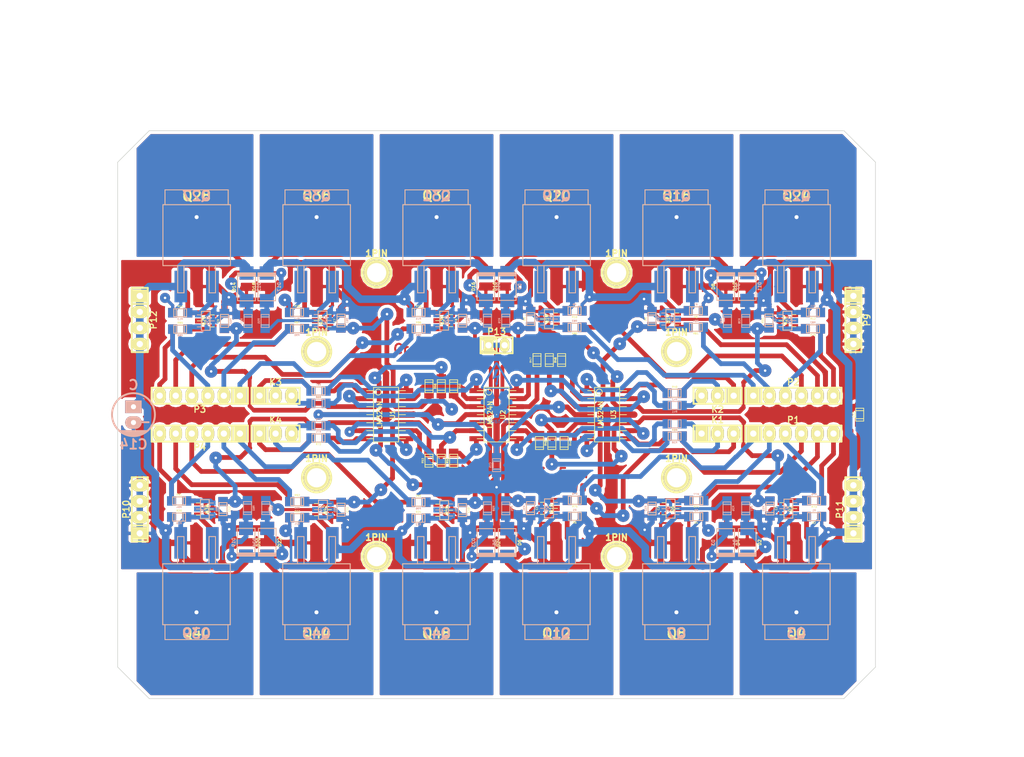
<source format=kicad_pcb>
(kicad_pcb (version 3) (host pcbnew "(2013-07-07 BZR 4022)-stable")
  (layers (15 F.Cu signal) (0 B.Cu signal) (18 B.Paste user hide) (19 F.Paste user) (20 B.SilkS user) (21 F.SilkS user) (22 B.Mask user) (23 F.Mask user) (28 Edge.Cuts user))
  (net 0 "")
  (net 1 /Detector_Cruce/Fase12)
  (net 2 /Detector_Cruce/Fase13)
  (net 3 /Detector_Cruce/Fase23)
  (net 4 /Detector_Cruce/Zero11)
  (net 5 /Detector_Cruce/Zero12)
  (net 6 /Detector_Cruce/Zero13)
  (net 7 /Detector_Cruce/Zero21)
  (net 8 /Detector_Cruce/Zero22)
  (net 9 /Detector_Cruce/Zero23)
  (net 10 /Detector_Cruce/Zero31)
  (net 11 /Detector_Cruce/Zero32)
  (net 12 /Detector_Cruce/Zero33)
  (net 13 /Detector_Cruce/Zero41)
  (net 14 /Detector_Cruce/Zero42)
  (net 15 /Detector_Cruce/Zero43)
  (net 16 /MOSFET_Potencia1/Fase1)
  (net 17 /MOSFET_Potencia1/Q0)
  (net 18 /MOSFET_Potencia1/Q1)
  (net 19 /MOSFET_Potencia1/Q2)
  (net 20 /MOSFET_Potencia1/Q3)
  (net 21 /MOSFET_Potencia1/Q4)
  (net 22 /MOSFET_Potencia1/Q5)
  (net 23 /MOSFET_Potencia2/Fase1)
  (net 24 /MOSFET_Potencia2/Fase2)
  (net 25 /MOSFET_Potencia2/Q0)
  (net 26 /MOSFET_Potencia2/Q1)
  (net 27 /MOSFET_Potencia2/Q2)
  (net 28 /MOSFET_Potencia2/Q3)
  (net 29 /MOSFET_Potencia2/Q4)
  (net 30 /MOSFET_Potencia2/Q5)
  (net 31 /MOSFET_Potencia3/Fase1)
  (net 32 /MOSFET_Potencia3/Fase2)
  (net 33 /MOSFET_Potencia3/Fase3)
  (net 34 /MOSFET_Potencia3/Q0)
  (net 35 /MOSFET_Potencia3/Q1)
  (net 36 /MOSFET_Potencia3/Q2)
  (net 37 /MOSFET_Potencia3/Q3)
  (net 38 /MOSFET_Potencia3/Q4)
  (net 39 /MOSFET_Potencia3/Q5)
  (net 40 /MOSFET_Potencia4/Fase1)
  (net 41 /MOSFET_Potencia4/Fase2)
  (net 42 /MOSFET_Potencia4/Fase3)
  (net 43 /MOSFET_Potencia4/Q0)
  (net 44 /MOSFET_Potencia4/Q1)
  (net 45 /MOSFET_Potencia4/Q2)
  (net 46 /MOSFET_Potencia4/Q3)
  (net 47 /MOSFET_Potencia4/Q4)
  (net 48 /MOSFET_Potencia4/Q5)
  (net 49 GND)
  (net 50 N-00000100)
  (net 51 N-00000101)
  (net 52 N-00000102)
  (net 53 N-00000103)
  (net 54 N-00000104)
  (net 55 N-00000105)
  (net 56 N-00000106)
  (net 57 N-00000107)
  (net 58 N-00000108)
  (net 59 N-00000109)
  (net 60 N-00000110)
  (net 61 N-00000112)
  (net 62 N-00000113)
  (net 63 N-00000114)
  (net 64 N-00000115)
  (net 65 N-00000116)
  (net 66 N-00000117)
  (net 67 N-00000118)
  (net 68 N-00000119)
  (net 69 N-00000120)
  (net 70 N-00000121)
  (net 71 N-00000122)
  (net 72 N-00000123)
  (net 73 N-00000128)
  (net 74 N-00000129)
  (net 75 N-00000130)
  (net 76 N-00000131)
  (net 77 N-00000132)
  (net 78 N-00000133)
  (net 79 N-0000021)
  (net 80 N-0000022)
  (net 81 N-0000023)
  (net 82 N-0000025)
  (net 83 N-0000026)
  (net 84 N-0000027)
  (net 85 N-0000029)
  (net 86 N-0000030)
  (net 87 N-0000031)
  (net 88 N-0000032)
  (net 89 N-0000033)
  (net 90 N-0000034)
  (net 91 N-0000035)
  (net 92 N-0000036)
  (net 93 N-0000037)
  (net 94 N-0000039)
  (net 95 N-0000040)
  (net 96 N-0000041)
  (net 97 N-0000042)
  (net 98 N-0000043)
  (net 99 N-0000051)
  (net 100 N-0000052)
  (net 101 N-0000053)
  (net 102 N-0000054)
  (net 103 N-0000076)
  (net 104 N-0000077)
  (net 105 N-0000078)
  (net 106 N-0000079)
  (net 107 N-0000080)
  (net 108 N-0000081)
  (net 109 N-0000082)
  (net 110 N-0000084)
  (net 111 N-0000085)
  (net 112 N-0000086)
  (net 113 N-0000087)
  (net 114 N-0000088)
  (net 115 N-0000089)
  (net 116 N-0000090)
  (net 117 N-0000091)
  (net 118 N-0000092)
  (net 119 N-0000093)
  (net 120 N-0000094)
  (net 121 N-0000095)
  (net 122 N-0000096)
  (net 123 N-0000097)
  (net 124 N-0000098)
  (net 125 N-0000099)
  (net 126 VDD)
  (net 127 V_5v)
  (module Logo_copper_OSHW_6x6mm (layer B.Cu) (at 150 115.75 180)
    (fp_text reference G*** hide)
    (fp_text value LOGO hide)
    (fp_line (start 2.16 -2.62) (end 2.16 -3.08) (layer B.Cu) (width 0.075))
    (fp_line (start 2.25 -2.62) (end 2.3 -2.62) (layer B.Cu) (width 0.075))
    (fp_line (start 2.2 -2.65) (end 2.25 -2.62) (layer B.Cu) (width 0.075))
    (fp_line (start 2.18 -2.67) (end 2.2 -2.65) (layer B.Cu) (width 0.075))
    (fp_line (start 2.16 -2.74) (end 2.18 -2.67) (layer B.Cu) (width 0.075))
    (fp_line (start 2.6 -3.08) (end 2.65 -3.05) (layer B.Cu) (width 0.075))
    (fp_line (start 2.5 -3.08) (end 2.6 -3.08) (layer B.Cu) (width 0.075))
    (fp_line (start 2.46 -3.05) (end 2.5 -3.08) (layer B.Cu) (width 0.075))
    (fp_line (start 2.44 -2.98) (end 2.46 -3.05) (layer B.Cu) (width 0.075))
    (fp_line (start 2.44 -2.71) (end 2.44 -2.98) (layer B.Cu) (width 0.075))
    (fp_line (start 2.47 -2.65) (end 2.44 -2.71) (layer B.Cu) (width 0.075))
    (fp_line (start 2.51 -2.62) (end 2.47 -2.65) (layer B.Cu) (width 0.075))
    (fp_line (start 2.61 -2.62) (end 2.51 -2.62) (layer B.Cu) (width 0.075))
    (fp_line (start 2.65 -2.66) (end 2.61 -2.62) (layer B.Cu) (width 0.075))
    (fp_line (start 2.67 -2.73) (end 2.65 -2.66) (layer B.Cu) (width 0.075))
    (fp_line (start 2.67 -2.85) (end 2.67 -2.73) (layer B.Cu) (width 0.075))
    (fp_line (start 2.67 -2.85) (end 2.44 -2.85) (layer B.Cu) (width 0.075))
    (fp_line (start 1.92 -2.71) (end 1.92 -3.08) (layer B.Cu) (width 0.075))
    (fp_line (start 1.89 -2.65) (end 1.92 -2.71) (layer B.Cu) (width 0.075))
    (fp_line (start 1.85 -2.62) (end 1.89 -2.65) (layer B.Cu) (width 0.075))
    (fp_line (start 1.75 -2.62) (end 1.85 -2.62) (layer B.Cu) (width 0.075))
    (fp_line (start 1.7 -2.65) (end 1.75 -2.62) (layer B.Cu) (width 0.075))
    (fp_line (start 1.76 -2.81) (end 1.71 -2.84) (layer B.Cu) (width 0.075))
    (fp_line (start 1.88 -2.81) (end 1.76 -2.81) (layer B.Cu) (width 0.075))
    (fp_line (start 1.92 -2.78) (end 1.88 -2.81) (layer B.Cu) (width 0.075))
    (fp_line (start 1.87 -3.08) (end 1.92 -3.04) (layer B.Cu) (width 0.075))
    (fp_line (start 1.75 -3.08) (end 1.87 -3.08) (layer B.Cu) (width 0.075))
    (fp_line (start 1.7 -3.04) (end 1.75 -3.08) (layer B.Cu) (width 0.075))
    (fp_line (start 1.68 -2.98) (end 1.7 -3.04) (layer B.Cu) (width 0.075))
    (fp_line (start 1.68 -2.91) (end 1.68 -2.98) (layer B.Cu) (width 0.075))
    (fp_line (start 1.71 -2.84) (end 1.68 -2.91) (layer B.Cu) (width 0.075))
    (fp_line (start 1.13 -2.62) (end 1.23 -3.08) (layer B.Cu) (width 0.075))
    (fp_line (start 1.23 -3.08) (end 1.32 -2.74) (layer B.Cu) (width 0.075))
    (fp_line (start 1.32 -2.74) (end 1.42 -3.08) (layer B.Cu) (width 0.075))
    (fp_line (start 1.42 -3.08) (end 1.52 -2.62) (layer B.Cu) (width 0.075))
    (fp_line (start 0.94 -3.05) (end 0.9 -3.08) (layer B.Cu) (width 0.075))
    (fp_line (start 0.9 -3.08) (end 0.79 -3.08) (layer B.Cu) (width 0.075))
    (fp_line (start 0.79 -3.08) (end 0.75 -3.05) (layer B.Cu) (width 0.075))
    (fp_line (start 0.75 -3.05) (end 0.73 -3.02) (layer B.Cu) (width 0.075))
    (fp_line (start 0.73 -3.02) (end 0.7 -2.95) (layer B.Cu) (width 0.075))
    (fp_line (start 0.7 -2.95) (end 0.7 -2.75) (layer B.Cu) (width 0.075))
    (fp_line (start 0.7 -2.75) (end 0.73 -2.68) (layer B.Cu) (width 0.075))
    (fp_line (start 0.73 -2.68) (end 0.75 -2.65) (layer B.Cu) (width 0.075))
    (fp_line (start 0.75 -2.65) (end 0.81 -2.61) (layer B.Cu) (width 0.075))
    (fp_line (start 0.81 -2.61) (end 0.88 -2.61) (layer B.Cu) (width 0.075))
    (fp_line (start 0.88 -2.61) (end 0.94 -2.65) (layer B.Cu) (width 0.075))
    (fp_line (start 0.94 -2.38) (end 0.94 -3.08) (layer B.Cu) (width 0.075))
    (fp_line (start 0.42 -2.74) (end 0.44 -2.67) (layer B.Cu) (width 0.075))
    (fp_line (start 0.44 -2.67) (end 0.46 -2.65) (layer B.Cu) (width 0.075))
    (fp_line (start 0.46 -2.65) (end 0.51 -2.62) (layer B.Cu) (width 0.075))
    (fp_line (start 0.51 -2.62) (end 0.56 -2.62) (layer B.Cu) (width 0.075))
    (fp_line (start 0.42 -2.62) (end 0.42 -3.08) (layer B.Cu) (width 0.075))
    (fp_line (start -0.03 -2.84) (end -0.06 -2.91) (layer B.Cu) (width 0.075))
    (fp_line (start -0.06 -2.91) (end -0.06 -2.98) (layer B.Cu) (width 0.075))
    (fp_line (start -0.06 -2.98) (end -0.04 -3.04) (layer B.Cu) (width 0.075))
    (fp_line (start -0.04 -3.04) (end 0.01 -3.08) (layer B.Cu) (width 0.075))
    (fp_line (start 0.01 -3.08) (end 0.13 -3.08) (layer B.Cu) (width 0.075))
    (fp_line (start 0.13 -3.08) (end 0.18 -3.04) (layer B.Cu) (width 0.075))
    (fp_line (start 0.18 -2.78) (end 0.14 -2.81) (layer B.Cu) (width 0.075))
    (fp_line (start 0.14 -2.81) (end 0.02 -2.81) (layer B.Cu) (width 0.075))
    (fp_line (start 0.02 -2.81) (end -0.03 -2.84) (layer B.Cu) (width 0.075))
    (fp_line (start -0.04 -2.65) (end 0.01 -2.62) (layer B.Cu) (width 0.075))
    (fp_line (start 0.01 -2.62) (end 0.11 -2.62) (layer B.Cu) (width 0.075))
    (fp_line (start 0.11 -2.62) (end 0.15 -2.65) (layer B.Cu) (width 0.075))
    (fp_line (start 0.15 -2.65) (end 0.18 -2.71) (layer B.Cu) (width 0.075))
    (fp_line (start 0.18 -2.71) (end 0.18 -3.08) (layer B.Cu) (width 0.075))
    (fp_line (start -0.49 -2.69) (end -0.47 -2.65) (layer B.Cu) (width 0.075))
    (fp_line (start -0.47 -2.65) (end -0.42 -2.62) (layer B.Cu) (width 0.075))
    (fp_line (start -0.42 -2.62) (end -0.34 -2.62) (layer B.Cu) (width 0.075))
    (fp_line (start -0.34 -2.62) (end -0.3 -2.65) (layer B.Cu) (width 0.075))
    (fp_line (start -0.3 -2.65) (end -0.28 -2.71) (layer B.Cu) (width 0.075))
    (fp_line (start -0.28 -2.71) (end -0.28 -3.08) (layer B.Cu) (width 0.075))
    (fp_line (start -0.49 -2.38) (end -0.49 -3.08) (layer B.Cu) (width 0.075))
    (fp_line (start -1.54 -2.85) (end -1.77 -2.85) (layer B.Cu) (width 0.075))
    (fp_line (start -1.32 -2.68) (end -1.3 -2.65) (layer B.Cu) (width 0.075))
    (fp_line (start -1.3 -2.65) (end -1.26 -2.62) (layer B.Cu) (width 0.075))
    (fp_line (start -1.26 -2.62) (end -1.17 -2.62) (layer B.Cu) (width 0.075))
    (fp_line (start -1.17 -2.62) (end -1.13 -2.65) (layer B.Cu) (width 0.075))
    (fp_line (start -1.13 -2.65) (end -1.11 -2.71) (layer B.Cu) (width 0.075))
    (fp_line (start -1.11 -2.71) (end -1.11 -3.08) (layer B.Cu) (width 0.075))
    (fp_line (start -1.32 -2.62) (end -1.32 -3.08) (layer B.Cu) (width 0.075))
    (fp_line (start -1.54 -2.85) (end -1.54 -2.73) (layer B.Cu) (width 0.075))
    (fp_line (start -1.54 -2.73) (end -1.56 -2.66) (layer B.Cu) (width 0.075))
    (fp_line (start -1.56 -2.66) (end -1.6 -2.62) (layer B.Cu) (width 0.075))
    (fp_line (start -1.6 -2.62) (end -1.7 -2.62) (layer B.Cu) (width 0.075))
    (fp_line (start -1.7 -2.62) (end -1.74 -2.65) (layer B.Cu) (width 0.075))
    (fp_line (start -1.74 -2.65) (end -1.77 -2.71) (layer B.Cu) (width 0.075))
    (fp_line (start -1.77 -2.71) (end -1.77 -2.98) (layer B.Cu) (width 0.075))
    (fp_line (start -1.77 -2.98) (end -1.75 -3.05) (layer B.Cu) (width 0.075))
    (fp_line (start -1.75 -3.05) (end -1.71 -3.08) (layer B.Cu) (width 0.075))
    (fp_line (start -1.71 -3.08) (end -1.61 -3.08) (layer B.Cu) (width 0.075))
    (fp_line (start -1.61 -3.08) (end -1.56 -3.05) (layer B.Cu) (width 0.075))
    (fp_line (start -2.2 -2.65) (end -2.16 -2.62) (layer B.Cu) (width 0.075))
    (fp_line (start -2.16 -2.62) (end -2.06 -2.62) (layer B.Cu) (width 0.075))
    (fp_line (start -2.06 -2.62) (end -2.02 -2.65) (layer B.Cu) (width 0.075))
    (fp_line (start -2.02 -2.65) (end -1.99 -2.68) (layer B.Cu) (width 0.075))
    (fp_line (start -1.99 -2.68) (end -1.97 -2.74) (layer B.Cu) (width 0.075))
    (fp_line (start -1.97 -2.74) (end -1.97 -2.96) (layer B.Cu) (width 0.075))
    (fp_line (start -1.97 -2.96) (end -1.99 -3.02) (layer B.Cu) (width 0.075))
    (fp_line (start -1.99 -3.02) (end -2.01 -3.05) (layer B.Cu) (width 0.075))
    (fp_line (start -2.01 -3.05) (end -2.05 -3.08) (layer B.Cu) (width 0.075))
    (fp_line (start -2.05 -3.08) (end -2.15 -3.08) (layer B.Cu) (width 0.075))
    (fp_line (start -2.15 -3.08) (end -2.2 -3.05) (layer B.Cu) (width 0.075))
    (fp_line (start -2.2 -3.32) (end -2.2 -2.62) (layer B.Cu) (width 0.075))
    (fp_line (start -2.51 -2.62) (end -2.59 -2.62) (layer B.Cu) (width 0.075))
    (fp_line (start -2.59 -2.62) (end -2.63 -2.65) (layer B.Cu) (width 0.075))
    (fp_line (start -2.63 -2.65) (end -2.65 -2.68) (layer B.Cu) (width 0.075))
    (fp_line (start -2.65 -2.68) (end -2.68 -2.75) (layer B.Cu) (width 0.075))
    (fp_line (start -2.59 -3.08) (end -2.51 -3.08) (layer B.Cu) (width 0.075))
    (fp_line (start -2.51 -3.08) (end -2.46 -3.05) (layer B.Cu) (width 0.075))
    (fp_line (start -2.46 -3.05) (end -2.44 -3.02) (layer B.Cu) (width 0.075))
    (fp_line (start -2.44 -3.02) (end -2.42 -2.95) (layer B.Cu) (width 0.075))
    (fp_line (start -2.42 -2.95) (end -2.42 -2.75) (layer B.Cu) (width 0.075))
    (fp_line (start -2.42 -2.75) (end -2.44 -2.69) (layer B.Cu) (width 0.075))
    (fp_line (start -2.44 -2.69) (end -2.46 -2.66) (layer B.Cu) (width 0.075))
    (fp_line (start -2.46 -2.66) (end -2.51 -2.62) (layer B.Cu) (width 0.075))
    (fp_line (start -2.68 -2.75) (end -2.68 -2.95) (layer B.Cu) (width 0.075))
    (fp_line (start -2.68 -2.95) (end -2.66 -3.01) (layer B.Cu) (width 0.075))
    (fp_line (start -2.66 -3.01) (end -2.64 -3.04) (layer B.Cu) (width 0.075))
    (fp_line (start -2.64 -3.04) (end -2.59 -3.08) (layer B.Cu) (width 0.075))
    (fp_poly (pts (xy -1.51384 2.24536) (xy -1.48844 2.23012) (xy -1.43002 2.19456) (xy -1.3462 2.13868) (xy -1.24714 2.07264) (xy -1.14808 2.0066) (xy -1.0668 1.95326) (xy -1.01092 1.91516) (xy -0.98552 1.90246) (xy -0.97282 1.90754) (xy -0.9271 1.9304) (xy -0.85852 1.96596) (xy -0.81788 1.98628) (xy -0.75692 2.01168) (xy -0.7239 2.0193) (xy -0.71882 2.00914) (xy -0.69596 1.96088) (xy -0.6604 1.8796) (xy -0.61468 1.77038) (xy -0.5588 1.64338) (xy -0.50292 1.50876) (xy -0.4445 1.36906) (xy -0.38862 1.23444) (xy -0.34036 1.11506) (xy -0.29972 1.01854) (xy -0.27432 0.94996) (xy -0.26416 0.92202) (xy -0.2667 0.9144) (xy -0.29972 0.88392) (xy -0.35306 0.84328) (xy -0.47244 0.74676) (xy -0.58928 0.60198) (xy -0.6604 0.43688) (xy -0.68326 0.25146) (xy -0.66294 0.08128) (xy -0.5969 -0.08128) (xy -0.4826 -0.2286) (xy -0.3429 -0.33782) (xy -0.18034 -0.4064) (xy 0 -0.42926) (xy 0.17272 -0.40894) (xy 0.34036 -0.3429) (xy 0.48768 -0.23114) (xy 0.55118 -0.16002) (xy 0.63754 -0.01016) (xy 0.6858 0.14732) (xy 0.69088 0.18796) (xy 0.68326 0.36322) (xy 0.63246 0.5334) (xy 0.53848 0.68326) (xy 0.40894 0.80772) (xy 0.3937 0.81788) (xy 0.33528 0.8636) (xy 0.29464 0.89408) (xy 0.26416 0.91948) (xy 0.48768 1.45796) (xy 0.52324 1.54178) (xy 0.5842 1.6891) (xy 0.63754 1.8161) (xy 0.68072 1.9177) (xy 0.7112 1.98374) (xy 0.7239 2.01168) (xy 0.7239 2.01422) (xy 0.74422 2.01676) (xy 0.78486 2.00152) (xy 0.86106 1.96596) (xy 0.90932 1.94056) (xy 0.96774 1.91262) (xy 0.99314 1.90246) (xy 1.016 1.91516) (xy 1.06934 1.95072) (xy 1.15062 2.00406) (xy 1.24714 2.06756) (xy 1.33858 2.13106) (xy 1.4224 2.18694) (xy 1.48336 2.22504) (xy 1.51384 2.24282) (xy 1.51892 2.24282) (xy 1.54432 2.22758) (xy 1.59258 2.18694) (xy 1.66624 2.11836) (xy 1.77038 2.01422) (xy 1.78562 1.99898) (xy 1.87198 1.91262) (xy 1.94056 1.83896) (xy 1.98628 1.78816) (xy 2.00406 1.7653) (xy 2.00406 1.7653) (xy 1.98882 1.73482) (xy 1.95072 1.67386) (xy 1.89484 1.5875) (xy 1.82626 1.48844) (xy 1.64846 1.22936) (xy 1.74498 0.98552) (xy 1.77546 0.90932) (xy 1.81356 0.82042) (xy 1.8415 0.75438) (xy 1.85674 0.72644) (xy 1.88214 0.71628) (xy 1.95072 0.70104) (xy 2.04724 0.68072) (xy 2.16154 0.6604) (xy 2.2733 0.64008) (xy 2.37236 0.61976) (xy 2.44348 0.60706) (xy 2.4765 0.59944) (xy 2.48412 0.59436) (xy 2.49174 0.57912) (xy 2.49428 0.5461) (xy 2.49682 0.48514) (xy 2.49936 0.39116) (xy 2.49936 0.25146) (xy 2.49936 0.23622) (xy 2.49682 0.10668) (xy 2.49428 0) (xy 2.49174 -0.06604) (xy 2.48666 -0.09398) (xy 2.48666 -0.09398) (xy 2.45618 -0.1016) (xy 2.38506 -0.11684) (xy 2.286 -0.13462) (xy 2.16662 -0.15748) (xy 2.159 -0.16002) (xy 2.04216 -0.18288) (xy 1.9431 -0.2032) (xy 1.87198 -0.21844) (xy 1.84404 -0.2286) (xy 1.83642 -0.23622) (xy 1.81356 -0.28194) (xy 1.78054 -0.3556) (xy 1.7399 -0.4445) (xy 1.7018 -0.53848) (xy 1.66878 -0.6223) (xy 1.64592 -0.68326) (xy 1.6383 -0.7112) (xy 1.64084 -0.71374) (xy 1.65862 -0.74168) (xy 1.69926 -0.80264) (xy 1.75514 -0.88646) (xy 1.82372 -0.98806) (xy 1.8288 -0.99568) (xy 1.89738 -1.09474) (xy 1.95326 -1.1811) (xy 1.98882 -1.23952) (xy 2.00406 -1.26746) (xy 2.00406 -1.27) (xy 1.9812 -1.30048) (xy 1.9304 -1.35636) (xy 1.85674 -1.43256) (xy 1.77038 -1.52146) (xy 1.74244 -1.54686) (xy 1.64338 -1.64338) (xy 1.57734 -1.70434) (xy 1.53416 -1.73736) (xy 1.51384 -1.74498) (xy 1.51384 -1.74498) (xy 1.48336 -1.7272) (xy 1.41986 -1.68656) (xy 1.33604 -1.62814) (xy 1.23444 -1.55956) (xy 1.22682 -1.55448) (xy 1.12776 -1.4859) (xy 1.04394 -1.43002) (xy 0.98552 -1.38938) (xy 0.95758 -1.37414) (xy 0.95504 -1.37414) (xy 0.9144 -1.38684) (xy 0.84328 -1.41224) (xy 0.75438 -1.44526) (xy 0.66294 -1.48336) (xy 0.57912 -1.51892) (xy 0.51562 -1.54686) (xy 0.48514 -1.56464) (xy 0.48514 -1.56464) (xy 0.47498 -1.6002) (xy 0.4572 -1.6764) (xy 0.43688 -1.778) (xy 0.41148 -1.89992) (xy 0.40894 -1.92024) (xy 0.38608 -2.03962) (xy 0.3683 -2.13868) (xy 0.35306 -2.20726) (xy 0.34544 -2.2352) (xy 0.3302 -2.23774) (xy 0.27178 -2.24282) (xy 0.18288 -2.24536) (xy 0.07366 -2.24536) (xy -0.0381 -2.24536) (xy -0.14732 -2.24282) (xy -0.2413 -2.24028) (xy -0.30988 -2.2352) (xy -0.33782 -2.23012) (xy -0.33782 -2.22758) (xy -0.34798 -2.18948) (xy -0.36576 -2.11582) (xy -0.38608 -2.01168) (xy -0.40894 -1.88976) (xy -0.41402 -1.8669) (xy -0.43688 -1.75006) (xy -0.4572 -1.651) (xy -0.4699 -1.58496) (xy -0.47752 -1.55702) (xy -0.49022 -1.55194) (xy -0.53848 -1.53162) (xy -0.61722 -1.4986) (xy -0.71628 -1.45796) (xy -0.94488 -1.36652) (xy -1.22682 -1.55702) (xy -1.25222 -1.5748) (xy -1.35382 -1.64338) (xy -1.4351 -1.69926) (xy -1.49352 -1.73736) (xy -1.51638 -1.75006) (xy -1.51892 -1.75006) (xy -1.54686 -1.72466) (xy -1.60274 -1.67132) (xy -1.67894 -1.59766) (xy -1.76784 -1.5113) (xy -1.83134 -1.44526) (xy -1.91008 -1.36652) (xy -1.95834 -1.31318) (xy -1.98628 -1.28016) (xy -1.9939 -1.25984) (xy -1.99136 -1.2446) (xy -1.97358 -1.21666) (xy -1.93294 -1.1557) (xy -1.87452 -1.06934) (xy -1.80594 -0.97028) (xy -1.75006 -0.88646) (xy -1.6891 -0.79248) (xy -1.651 -0.72644) (xy -1.63576 -0.69342) (xy -1.64084 -0.68072) (xy -1.65862 -0.62484) (xy -1.69418 -0.54102) (xy -1.73482 -0.44196) (xy -1.83388 -0.22098) (xy -1.97866 -0.19304) (xy -2.06756 -0.17526) (xy -2.18948 -0.1524) (xy -2.30886 -0.12954) (xy -2.49174 -0.09398) (xy -2.49936 0.58166) (xy -2.47142 0.59436) (xy -2.44348 0.60198) (xy -2.3749 0.61722) (xy -2.27838 0.63754) (xy -2.16154 0.65786) (xy -2.06502 0.67564) (xy -1.96596 0.69596) (xy -1.89484 0.70866) (xy -1.86436 0.71628) (xy -1.8542 0.72644) (xy -1.83134 0.7747) (xy -1.79578 0.8509) (xy -1.75514 0.94234) (xy -1.71704 1.03632) (xy -1.68148 1.12522) (xy -1.65862 1.19126) (xy -1.64846 1.22428) (xy -1.66116 1.25222) (xy -1.69926 1.31064) (xy -1.7526 1.39192) (xy -1.82118 1.49098) (xy -1.88722 1.5875) (xy -1.94564 1.67132) (xy -1.98374 1.73228) (xy -2.00152 1.76022) (xy -1.99136 1.778) (xy -1.95326 1.82626) (xy -1.8796 1.90246) (xy -1.76784 2.01168) (xy -1.75006 2.02946) (xy -1.6637 2.11328) (xy -1.59004 2.18186) (xy -1.5367 2.22758) (xy -1.51384 2.24536)) (layer B.Cu) (width 0.00254))
  )
  (module CP_6.3x15mm (layer B.Cu) (at 92.5 117.5)
    (fp_text reference C14 (at 0 4.7) (layer B.SilkS) (effects (font (size 1.524 1.524) (thickness 0.3048)) (justify mirror)))
    (fp_text value C (at 0 -4.7) (layer B.SilkS) (effects (font (size 1.524 1.524) (thickness 0.3048)) (justify mirror)))
    (pad 1 thru_hole rect (at 0 -1.25) (size 2.6 2) (drill 0.8) (layers *.Cu *.Mask B.SilkS) (net 126 VDD))
    (pad 2 thru_hole oval (at 0 1.25) (size 2.6 2) (drill 0.8) (layers *.Cu *.Mask B.SilkS) (net 49 GND))
  )
  (module Logo_copper_high_voltage_5x4.2mm (layer B.Cu) (at 150 111.3)
    (fp_text reference G*** hide)
    (fp_text value LOGO hide)
    (fp_poly (pts (xy 2.49936 1.85928) (xy 2.49682 1.91008) (xy 2.49174 1.95834) (xy 2.47904 2.00406) (xy 2.45872 2.04216) (xy 2.44856 2.0574) (xy 2.43586 2.0701) (xy 2.42316 2.0828) (xy 2.40538 2.09296) (xy 2.3876 2.10312) (xy 2.34442 2.1209) (xy 2.11074 2.1209) (xy 2.11074 1.8034) (xy 2.10566 1.79578) (xy 2.09804 1.78308) (xy 2.08788 1.7653) (xy 2.07264 1.74244) (xy 2.06502 1.72974) (xy 2.05486 1.7145) (xy 2.04978 1.70434) (xy 2.04216 1.69164) (xy 2.03454 1.68148) (xy 2.02692 1.67132) (xy 2.0193 1.65862) (xy 2.01168 1.64592) (xy 2.00152 1.62814) (xy 1.98882 1.60782) (xy 1.97612 1.58496) (xy 1.95834 1.55702) (xy 1.93802 1.524) (xy 1.91516 1.4859) (xy 1.88722 1.44018) (xy 1.85674 1.38684) (xy 1.82372 1.33096) (xy 1.79324 1.2827) (xy 1.76784 1.23698) (xy 1.74244 1.19634) (xy 1.71958 1.15824) (xy 1.69926 1.12268) (xy 1.68148 1.09474) (xy 1.66878 1.07442) (xy 1.65862 1.05918) (xy 1.65354 1.05156) (xy 1.64846 1.0414) (xy 1.6383 1.02362) (xy 1.6256 1.0033) (xy 1.61036 0.97536) (xy 1.59258 0.94742) (xy 1.58496 0.93218) (xy 1.5621 0.89662) (xy 1.53924 0.85852) (xy 1.51384 0.81788) (xy 1.49352 0.77978) (xy 1.4732 0.74676) (xy 1.4732 0.74422) (xy 1.45288 0.71374) (xy 1.4351 0.68072) (xy 1.41732 0.65024) (xy 1.39954 0.62484) (xy 1.38938 0.60452) (xy 1.37668 0.5842) (xy 1.3589 0.55626) (xy 1.34112 0.52578) (xy 1.32334 0.49276) (xy 1.30302 0.45974) (xy 1.30302 0.45974) (xy 1.2827 0.42418) (xy 1.25984 0.38608) (xy 1.23444 0.3429) (xy 1.20904 0.30226) (xy 1.18872 0.2667) (xy 1.1684 0.23368) (xy 1.14554 0.19304) (xy 1.12014 0.14986) (xy 1.09474 0.10668) (xy 1.06934 0.06604) (xy 1.05918 0.04826) (xy 1.03632 0.01016) (xy 1.01092 -0.02794) (xy 0.98552 -0.07112) (xy 0.96266 -0.11176) (xy 0.9398 -0.14986) (xy 0.93218 -0.1651) (xy 0.9144 -0.19304) (xy 0.89662 -0.22098) (xy 0.88392 -0.24384) (xy 0.87122 -0.26416) (xy 0.8636 -0.27686) (xy 0.8636 -0.2794) (xy 0.85598 -0.28956) (xy 0.84582 -0.30734) (xy 0.83312 -0.32766) (xy 0.81788 -0.35306) (xy 0.80772 -0.37084) (xy 0.79248 -0.39878) (xy 0.77724 -0.42164) (xy 0.76454 -0.44196) (xy 0.75692 -0.4572) (xy 0.75184 -0.46482) (xy 0.74676 -0.47498) (xy 0.7366 -0.49022) (xy 0.7239 -0.51308) (xy 0.70866 -0.53848) (xy 0.69088 -0.56642) (xy 0.68326 -0.57912) (xy 0.66294 -0.61468) (xy 0.63754 -0.65532) (xy 0.61214 -0.6985) (xy 0.58674 -0.74168) (xy 0.56642 -0.77978) (xy 0.56388 -0.77978) (xy 0.5461 -0.81026) (xy 0.52832 -0.84074) (xy 0.51308 -0.86614) (xy 0.50038 -0.889) (xy 0.49022 -0.90424) (xy 0.48768 -0.90932) (xy 0.47752 -0.92456) (xy 0.46482 -0.94742) (xy 0.44704 -0.9779) (xy 0.42672 -1.01346) (xy 0.40132 -1.05156) (xy 0.37592 -1.09728) (xy 0.34798 -1.143) (xy 0.3175 -1.19126) (xy 0.28702 -1.24206) (xy 0.25908 -1.29032) (xy 0.2286 -1.33858) (xy 0.20066 -1.38684) (xy 0.17272 -1.43002) (xy 0.14986 -1.47066) (xy 0.127 -1.50622) (xy 0.10922 -1.5367) (xy 0.10668 -1.53924) (xy 0.08636 -1.57226) (xy 0.06604 -1.60274) (xy 0.04826 -1.63322) (xy 0.03048 -1.65862) (xy 0.0127 -1.68148) (xy 0.00254 -1.69926) (xy -0.00508 -1.71196) (xy -0.01016 -1.71704) (xy -0.0127 -1.71196) (xy -0.02032 -1.69926) (xy -0.03302 -1.68148) (xy -0.0508 -1.65354) (xy -0.07112 -1.62052) (xy -0.09398 -1.57988) (xy -0.12192 -1.53416) (xy -0.1524 -1.4859) (xy -0.18542 -1.43002) (xy -0.21844 -1.3716) (xy -0.25654 -1.3081) (xy -0.29464 -1.2446) (xy -0.33528 -1.17602) (xy -0.3556 -1.14046) (xy -0.36322 -1.1303) (xy -0.37592 -1.10998) (xy -0.38862 -1.08712) (xy -0.4064 -1.05664) (xy -0.42418 -1.02616) (xy -0.4445 -0.99314) (xy -0.52832 -0.8509) (xy -0.6096 -0.71374) (xy -0.68834 -0.5842) (xy -0.762 -0.4572) (xy -0.83566 -0.33274) (xy -0.90678 -0.21082) (xy -0.9271 -0.17526) (xy -0.94742 -0.14478) (xy -0.9652 -0.1143) (xy -0.98044 -0.08636) (xy -0.99568 -0.0635) (xy -1.00584 -0.04572) (xy -1.00838 -0.04064) (xy -1.016 -0.02794) (xy -1.0287 -0.00508) (xy -1.04394 0.01778) (xy -1.06172 0.04826) (xy -1.08204 0.08128) (xy -1.09474 0.10414) (xy -1.11506 0.13716) (xy -1.13284 0.16764) (xy -1.15062 0.19812) (xy -1.16586 0.22352) (xy -1.17856 0.2413) (xy -1.18364 0.25146) (xy -1.1938 0.26924) (xy -1.20904 0.2921) (xy -1.22428 0.32004) (xy -1.23952 0.34544) (xy -1.24206 0.35052) (xy -1.26492 0.39116) (xy -1.29032 0.4318) (xy -1.31318 0.47244) (xy -1.33604 0.51308) (xy -1.3589 0.5461) (xy -1.37414 0.57404) (xy -1.38176 0.5842) (xy -1.39446 0.60706) (xy -1.40716 0.62992) (xy -1.41732 0.6477) (xy -1.41986 0.65024) (xy -1.42494 0.66294) (xy -1.43764 0.68326) (xy -1.45542 0.7112) (xy -1.47574 0.74676) (xy -1.50114 0.78994) (xy -1.53162 0.84074) (xy -1.56464 0.89916) (xy -1.60274 0.96012) (xy -1.64338 1.03124) (xy -1.6891 1.1049) (xy -1.6891 1.10744) (xy -1.71196 1.14808) (xy -1.73736 1.18872) (xy -1.76276 1.2319) (xy -1.78562 1.27254) (xy -1.80848 1.31064) (xy -1.82118 1.33096) (xy -1.8415 1.36398) (xy -1.85928 1.397) (xy -1.8796 1.43002) (xy -1.89484 1.45796) (xy -1.91008 1.48082) (xy -1.91262 1.48336) (xy -1.92532 1.50876) (xy -1.94056 1.53162) (xy -1.95072 1.55194) (xy -1.96088 1.56718) (xy -1.9812 1.60274) (xy -2.00152 1.63576) (xy -2.02184 1.67132) (xy -2.03962 1.70434) (xy -2.0574 1.73228) (xy -2.07264 1.75768) (xy -2.08534 1.778) (xy -2.09296 1.79324) (xy -2.09804 1.79832) (xy -2.09804 1.79832) (xy -2.10312 1.80594) (xy -2.10312 1.80848) (xy -2.09804 1.80848) (xy -2.0828 1.80848) (xy -2.05994 1.80848) (xy -2.02692 1.80848) (xy -1.98374 1.80848) (xy -1.93294 1.81102) (xy -1.87706 1.81102) (xy -1.81102 1.81102) (xy -1.73736 1.81102) (xy -1.65608 1.81102) (xy -1.56972 1.81102) (xy -1.47574 1.81102) (xy -1.37668 1.81102) (xy -1.27 1.81102) (xy -1.15824 1.81102) (xy -1.04394 1.81102) (xy -0.92202 1.81102) (xy -0.79756 1.81102) (xy -0.66802 1.81102) (xy -0.53594 1.81102) (xy -0.39878 1.81102) (xy -0.25908 1.81102) (xy -0.1143 1.81102) (xy 0.00508 1.81102) (xy 0.1778 1.81102) (xy 0.3429 1.81102) (xy 0.4953 1.81102) (xy 0.64008 1.81102) (xy 0.77724 1.81102) (xy 0.90424 1.81102) (xy 1.02362 1.81102) (xy 1.13538 1.81102) (xy 1.23952 1.81102) (xy 1.33604 1.81102) (xy 1.42494 1.81102) (xy 1.50622 1.81102) (xy 1.58242 1.81102) (xy 1.651 1.81102) (xy 1.71196 1.81102) (xy 1.77038 1.81102) (xy 1.82118 1.81102) (xy 1.8669 1.81102) (xy 1.90754 1.81102) (xy 1.9431 1.81102) (xy 1.97612 1.81102) (xy 2.00406 1.80848) (xy 2.02692 1.80848) (xy 2.04724 1.80848) (xy 2.06248 1.80848) (xy 2.07772 1.80848) (xy 2.08788 1.80848) (xy 2.0955 1.80594) (xy 2.10312 1.80594) (xy 2.10566 1.80594) (xy 2.1082 1.80594) (xy 2.11074 1.8034) (xy 2.11074 1.8034) (xy 2.11074 2.1209) (xy 0.01016 2.12344) (xy -2.32156 2.12598) (xy -2.36474 2.1082) (xy -2.40792 2.08788) (xy -2.44094 2.05994) (xy -2.46634 2.02946) (xy -2.48412 1.99136) (xy -2.49428 1.94564) (xy -2.49936 1.89992) (xy -2.49936 1.88468) (xy -2.49682 1.87452) (xy -2.49682 1.86436) (xy -2.49428 1.85166) (xy -2.4892 1.83896) (xy -2.48158 1.82372) (xy -2.46888 1.8034) (xy -2.45618 1.778) (xy -2.43586 1.74752) (xy -2.4257 1.72974) (xy -2.41046 1.7018) (xy -2.39268 1.67386) (xy -2.37998 1.64846) (xy -2.36728 1.63068) (xy -2.35966 1.61798) (xy -2.35204 1.6002) (xy -2.3368 1.57734) (xy -2.32156 1.5494) (xy -2.30378 1.51892) (xy -2.28346 1.48336) (xy -2.26314 1.45034) (xy -2.24282 1.41732) (xy -2.24028 1.41224) (xy -2.22758 1.39192) (xy -2.21488 1.36906) (xy -2.1971 1.34112) (xy -2.17932 1.31064) (xy -2.16154 1.28016) (xy -2.14122 1.24714) (xy -2.11836 1.2065) (xy -2.0955 1.16586) (xy -2.07264 1.12776) (xy -2.0574 1.10236) (xy -2.03962 1.07188) (xy -2.0193 1.03632) (xy -1.99898 1.0033) (xy -1.9812 0.97282) (xy -1.9685 0.94996) (xy -1.95326 0.92456) (xy -1.93548 0.89408) (xy -1.91516 0.86106) (xy -1.89484 0.82804) (xy -1.87706 0.79502) (xy -1.85674 0.76454) (xy -1.83896 0.73152) (xy -1.81864 0.6985) (xy -1.8034 0.6731) (xy -1.7907 0.65024) (xy -1.7907 0.65024) (xy -1.78308 0.63754) (xy -1.77546 0.62484) (xy -1.7653 0.60706) (xy -1.75514 0.58928) (xy -1.7399 0.56896) (xy -1.72466 0.54102) (xy -1.70688 0.51054) (xy -1.68656 0.47752) (xy -1.6637 0.43434) (xy -1.63576 0.38862) (xy -1.60274 0.33528) (xy -1.56718 0.27432) (xy -1.52654 0.2032) (xy -1.524 0.20066) (xy -1.50114 0.16256) (xy -1.47828 0.127) (xy -1.45796 0.0889) (xy -1.43764 0.05842) (xy -1.4224 0.03048) (xy -1.4097 0.00762) (xy -1.40462 0) (xy -1.39446 -0.01524) (xy -1.37922 -0.0381) (xy -1.36144 -0.06858) (xy -1.34112 -0.10414) (xy -1.3208 -0.1397) (xy -1.29794 -0.18034) (xy -1.27762 -0.21336) (xy -1.23444 -0.28448) (xy -1.19634 -0.35052) (xy -1.15824 -0.41402) (xy -1.12268 -0.47498) (xy -1.08966 -0.52832) (xy -1.05918 -0.57912) (xy -1.03378 -0.6223) (xy -1.01346 -0.65532) (xy -1.0033 -0.67564) (xy -0.99314 -0.69088) (xy -0.98044 -0.71628) (xy -0.96266 -0.74422) (xy -0.9398 -0.77978) (xy -0.91694 -0.82042) (xy -0.89408 -0.86106) (xy -0.86868 -0.90424) (xy -0.84836 -0.93472) (xy -0.82296 -0.98044) (xy -0.79502 -1.02616) (xy -0.76962 -1.06934) (xy -0.74422 -1.11252) (xy -0.72136 -1.15062) (xy -0.70104 -1.18364) (xy -0.6858 -1.21158) (xy -0.67818 -1.22428) (xy -0.6604 -1.25476) (xy -0.64008 -1.29032) (xy -0.61976 -1.32588) (xy -0.59944 -1.35636) (xy -0.58928 -1.37414) (xy -0.57404 -1.39954) (xy -0.55626 -1.43256) (xy -0.53594 -1.46558) (xy -0.51562 -1.50114) (xy -0.50038 -1.52654) (xy -0.46228 -1.5875) (xy -0.4318 -1.64338) (xy -0.40132 -1.69418) (xy -0.37592 -1.73736) (xy -0.3556 -1.77292) (xy -0.33782 -1.80086) (xy -0.32766 -1.82118) (xy -0.32004 -1.83134) (xy -0.31242 -1.84404) (xy -0.29972 -1.86436) (xy -0.28702 -1.88722) (xy -0.27178 -1.91262) (xy -0.26924 -1.9177) (xy -0.24638 -1.95834) (xy -0.22606 -1.98882) (xy -0.21082 -2.01422) (xy -0.19558 -2.03454) (xy -0.18288 -2.04978) (xy -0.17018 -2.06248) (xy -0.15494 -2.07264) (xy -0.1397 -2.0828) (xy -0.12192 -2.09042) (xy -0.09906 -2.09804) (xy -0.09652 -2.10058) (xy -0.07366 -2.1082) (xy -0.05842 -2.11328) (xy -0.04318 -2.11582) (xy -0.02794 -2.11582) (xy -0.00508 -2.11582) (xy 0.03556 -2.11074) (xy 0.07366 -2.10058) (xy 0.11176 -2.0828) (xy 0.14478 -2.0574) (xy 0.17526 -2.02438) (xy 0.20574 -1.98374) (xy 0.23622 -1.93294) (xy 0.25146 -1.90246) (xy 0.25908 -1.88976) (xy 0.26924 -1.86944) (xy 0.28448 -1.8415) (xy 0.30226 -1.81102) (xy 0.32512 -1.77546) (xy 0.34798 -1.73482) (xy 0.37084 -1.69418) (xy 0.39624 -1.65354) (xy 0.42164 -1.61036) (xy 0.4445 -1.56972) (xy 0.46736 -1.53416) (xy 0.47498 -1.52146) (xy 0.48768 -1.4986) (xy 0.50292 -1.4732) (xy 0.5207 -1.44272) (xy 0.54102 -1.4097) (xy 0.56134 -1.37668) (xy 0.56134 -1.37414) (xy 0.58928 -1.33096) (xy 0.61976 -1.27762) (xy 0.65532 -1.2192) (xy 0.69342 -1.15316) (xy 0.73914 -1.0795) (xy 0.7874 -0.99822) (xy 0.8382 -0.9144) (xy 0.89154 -0.82296) (xy 0.94996 -0.72644) (xy 1.01092 -0.62484) (xy 1.07442 -0.5207) (xy 1.14046 -0.41148) (xy 1.20904 -0.29718) (xy 1.27762 -0.18288) (xy 1.34874 -0.06604) (xy 1.41986 0.0508) (xy 1.43764 0.08128) (xy 1.47066 0.13462) (xy 1.50368 0.1905) (xy 1.54178 0.25146) (xy 1.57734 0.31242) (xy 1.61544 0.37592) (xy 1.65354 0.43688) (xy 1.69164 0.49784) (xy 1.72466 0.55626) (xy 1.75768 0.6096) (xy 1.78816 0.65786) (xy 1.81356 0.70104) (xy 1.82626 0.72644) (xy 1.86944 0.79756) (xy 1.90754 0.86106) (xy 1.9431 0.91694) (xy 1.97612 0.97028) (xy 2.00406 1.02108) (xy 2.03454 1.0668) (xy 2.06248 1.11252) (xy 2.09042 1.15824) (xy 2.11836 1.2065) (xy 2.1463 1.25222) (xy 2.1971 1.3335) (xy 2.24282 1.4097) (xy 2.28346 1.47574) (xy 2.32156 1.53924) (xy 2.35204 1.59258) (xy 2.38252 1.64338) (xy 2.40792 1.6891) (xy 2.43078 1.72974) (xy 2.4511 1.76784) (xy 2.46888 1.79832) (xy 2.49936 1.85928) (xy 2.49936 1.85928)) (layer B.Cu) (width 0.00254))
    (fp_poly (pts (xy 0.508 -0.1778) (xy 0.50546 -0.17272) (xy 0.50292 -0.16002) (xy 0.49784 -0.14224) (xy 0.49276 -0.11938) (xy 0.49276 -0.1143) (xy 0.4826 -0.08382) (xy 0.47498 -0.0508) (xy 0.46482 -0.0127) (xy 0.45466 0.01778) (xy 0.45466 0.02032) (xy 0.44704 0.04318) (xy 0.44196 0.06604) (xy 0.43688 0.08636) (xy 0.42926 0.10922) (xy 0.42164 0.13462) (xy 0.41402 0.1651) (xy 0.4064 0.20066) (xy 0.3937 0.2413) (xy 0.381 0.2921) (xy 0.37846 0.29464) (xy 0.36576 0.34798) (xy 0.35306 0.39116) (xy 0.3429 0.42926) (xy 0.33528 0.45974) (xy 0.32766 0.49022) (xy 0.32004 0.51562) (xy 0.31242 0.54102) (xy 0.3048 0.56642) (xy 0.3048 0.5715) (xy 0.29718 0.60198) (xy 0.28956 0.62992) (xy 0.28194 0.65786) (xy 0.27686 0.67818) (xy 0.27432 0.68326) (xy 0.254 0.75692) (xy 0.23622 0.82804) (xy 0.21844 0.89408) (xy 0.20066 0.95504) (xy 0.18796 1.01092) (xy 0.17526 1.06172) (xy 0.16256 1.1049) (xy 0.15494 1.143) (xy 0.14732 1.17348) (xy 0.14224 1.1938) (xy 0.14224 1.2065) (xy 0.14224 1.20904) (xy 0.14732 1.20904) (xy 0.16002 1.20396) (xy 0.18034 1.1938) (xy 0.2032 1.18364) (xy 0.22606 1.17348) (xy 0.25908 1.15824) (xy 0.28448 1.14808) (xy 0.30226 1.14046) (xy 0.31496 1.13538) (xy 0.32512 1.13538) (xy 0.32766 1.13538) (xy 0.3302 1.13538) (xy 0.3302 1.13792) (xy 0.32766 1.14046) (xy 0.32512 1.14554) (xy 0.32004 1.15316) (xy 0.31496 1.16586) (xy 0.3048 1.1811) (xy 0.28956 1.20142) (xy 0.27178 1.22936) (xy 0.25146 1.25984) (xy 0.22352 1.30048) (xy 0.19304 1.3462) (xy 0.18796 1.35636) (xy 0.16002 1.397) (xy 0.12954 1.44018) (xy 0.09906 1.4859) (xy 0.07112 1.52908) (xy 0.04572 1.56718) (xy 0.02032 1.60274) (xy 0.01524 1.6129) (xy -0.00762 1.64846) (xy -0.0254 1.6764) (xy -0.04064 1.69672) (xy -0.0508 1.71196) (xy -0.05842 1.72212) (xy -0.0635 1.7272) (xy -0.06858 1.72974) (xy -0.06858 1.72974) (xy -0.07112 1.7272) (xy -0.07112 1.7272) (xy -0.07366 1.71958) (xy -0.0762 1.70434) (xy -0.08128 1.68402) (xy -0.08636 1.65862) (xy -0.08636 1.65862) (xy -0.0889 1.64084) (xy -0.09652 1.61544) (xy -0.1016 1.58242) (xy -0.11176 1.54178) (xy -0.11938 1.4986) (xy -0.12954 1.45288) (xy -0.1397 1.40716) (xy -0.14478 1.38938) (xy -0.15494 1.34112) (xy -0.1651 1.29286) (xy -0.17526 1.2446) (xy -0.18542 1.20142) (xy -0.19304 1.16078) (xy -0.20066 1.12776) (xy -0.20574 1.10236) (xy -0.20828 1.09728) (xy -0.21336 1.06934) (xy -0.21844 1.04648) (xy -0.22098 1.02616) (xy -0.22352 1.016) (xy -0.22352 1.01346) (xy -0.21844 1.01346) (xy -0.21336 1.016) (xy -0.2032 1.02616) (xy -0.1905 1.0414) (xy -0.17018 1.06172) (xy -0.14732 1.08712) (xy -0.12192 1.1176) (xy -0.10414 1.13792) (xy -0.0889 1.15316) (xy -0.08128 1.16078) (xy -0.07366 1.16586) (xy -0.07112 1.16586) (xy -0.07112 1.16078) (xy -0.06858 1.14554) (xy -0.06604 1.12522) (xy -0.06096 1.09982) (xy -0.05588 1.06934) (xy -0.05588 1.06172) (xy -0.04826 1.02362) (xy -0.04318 0.98044) (xy -0.03556 0.9398) (xy -0.03048 0.90424) (xy -0.0254 0.87884) (xy -0.02032 0.84582) (xy -0.01524 0.80518) (xy -0.00762 0.76454) (xy -0.00254 0.7239) (xy 0 0.70358) (xy 0.00508 0.66294) (xy 0.0127 0.61976) (xy 0.01778 0.57404) (xy 0.0254 0.53086) (xy 0.02794 0.51308) (xy 0.03556 0.47498) (xy 0.04064 0.43688) (xy 0.04572 0.39878) (xy 0.0508 0.36576) (xy 0.05334 0.34798) (xy 0.05842 0.32258) (xy 0.06096 0.29972) (xy 0.0635 0.28448) (xy 0.06604 0.27686) (xy 0.06604 0.27432) (xy 0.06604 0.27178) (xy 0.06096 0.27178) (xy 0.05588 0.27432) (xy 0.04318 0.2794) (xy 0.0254 0.28702) (xy 0.00254 0.29718) (xy -0.0254 0.31242) (xy -0.0635 0.33274) (xy -0.08636 0.3429) (xy -0.1778 0.39116) (xy -0.26162 0.43434) (xy -0.33782 0.47244) (xy -0.40386 0.50546) (xy -0.46228 0.53594) (xy -0.51054 0.5588) (xy -0.55118 0.57912) (xy -0.5842 0.59436) (xy -0.60706 0.60706) (xy -0.6223 0.61214) (xy -0.62992 0.61468) (xy -0.62992 0.61468) (xy -0.62992 0.60706) (xy -0.62484 0.59182) (xy -0.61976 0.56896) (xy -0.61214 0.53848) (xy -0.60198 0.50546) (xy -0.59182 0.46736) (xy -0.58166 0.42672) (xy -0.56896 0.38354) (xy -0.5588 0.35052) (xy -0.55118 0.3175) (xy -0.54102 0.28448) (xy -0.5334 0.254) (xy -0.52578 0.2286) (xy -0.52324 0.21336) (xy -0.51562 0.19304) (xy -0.508 0.1651) (xy -0.50038 0.13462) (xy -0.49276 0.10668) (xy -0.4826 0.07366) (xy -0.47244 0.0381) (xy -0.46482 0.00508) (xy -0.4572 -0.01524) (xy -0.44958 -0.04064) (xy -0.44196 -0.07366) (xy -0.4318 -0.10922) (xy -0.42164 -0.14478) (xy -0.41402 -0.17018) (xy -0.4064 -0.20066) (xy -0.39624 -0.23368) (xy -0.38862 -0.26416) (xy -0.381 -0.28956) (xy -0.37592 -0.3048) (xy -0.37338 -0.3175) (xy -0.36576 -0.34036) (xy -0.35814 -0.37084) (xy -0.34798 -0.4064) (xy -0.33782 -0.4445) (xy -0.32512 -0.48768) (xy -0.31242 -0.5334) (xy -0.30734 -0.55372) (xy -0.2921 -0.60452) (xy -0.2794 -0.65532) (xy -0.26416 -0.70612) (xy -0.25146 -0.75438) (xy -0.23876 -0.79756) (xy -0.2286 -0.8382) (xy -0.21844 -0.86868) (xy -0.21844 -0.87376) (xy -0.20828 -0.90424) (xy -0.20066 -0.93218) (xy -0.19304 -0.95758) (xy -0.18796 -0.97536) (xy -0.18288 -0.98552) (xy -0.18288 -0.98552) (xy -0.17526 -0.98806) (xy -0.16256 -0.98806) (xy -0.1397 -0.98806) (xy -0.10922 -0.98806) (xy -0.0762 -0.9906) (xy -0.0381 -0.9906) (xy 0 -0.9906) (xy 0.04318 -0.9906) (xy 0.08636 -0.9906) (xy 0.13208 -0.9906) (xy 0.17272 -0.9906) (xy 0.21082 -0.9906) (xy 0.24638 -0.9906) (xy 0.27432 -0.9906) (xy 0.29718 -0.98806) (xy 0.31242 -0.98806) (xy 0.32004 -0.98806) (xy 0.32004 -0.98298) (xy 0.31496 -0.97028) (xy 0.30734 -0.9525) (xy 0.29972 -0.93472) (xy 0.25146 -0.82042) (xy 0.20066 -0.70866) (xy 0.15494 -0.60198) (xy 0.11176 -0.49784) (xy 0.06858 -0.39878) (xy 0.03048 -0.30734) (xy -0.00254 -0.22098) (xy -0.03556 -0.14224) (xy -0.0635 -0.07112) (xy -0.0889 -0.00762) (xy -0.09652 0.00508) (xy -0.10922 0.0381) (xy -0.11938 0.06858) (xy -0.12954 0.09398) (xy -0.13716 0.1143) (xy -0.14478 0.12954) (xy -0.14478 0.13208) (xy -0.14986 0.14478) (xy -0.1524 0.15494) (xy -0.1524 0.15748) (xy -0.14732 0.15494) (xy -0.13462 0.14986) (xy -0.1143 0.1397) (xy -0.08636 0.12446) (xy -0.0508 0.10668) (xy -0.01016 0.08636) (xy 0.03302 0.06096) (xy 0.08382 0.03556) (xy 0.1397 0.00762) (xy 0.20066 -0.02286) (xy 0.21082 -0.02794) (xy 0.25908 -0.05334) (xy 0.3048 -0.0762) (xy 0.34798 -0.09906) (xy 0.38608 -0.11938) (xy 0.42164 -0.13716) (xy 0.45212 -0.1524) (xy 0.47752 -0.1651) (xy 0.4953 -0.17272) (xy 0.50546 -0.1778) (xy 0.508 -0.1778) (xy 0.508 -0.1778)) (layer B.Cu) (width 0.00254))
  )
  (module 1pin (layer F.Cu) (at 131 140)
    (fp_text reference 1PIN (at 0 -3.048) (layer F.SilkS) (effects (font (size 1.016 1.016) (thickness 0.254))))
    (fp_text value P*** hide)
    (pad 1 thru_hole circle (at 0 0) (size 4.064 4.064) (drill 3.048) (layers *.Cu *.Mask F.SilkS))
  )
  (module 1pin (layer F.Cu) (at 178.5 107.5)
    (fp_text reference 1PIN (at 0 -3.048) (layer F.SilkS) (effects (font (size 1.016 1.016) (thickness 0.254))))
    (fp_text value P*** hide)
    (pad 1 thru_hole circle (at 0 0) (size 4.064 4.064) (drill 3.048) (layers *.Cu *.Mask F.SilkS))
  )
  (module 1pin (layer F.Cu) (at 169 140)
    (fp_text reference 1PIN (at 0 -3.048) (layer F.SilkS) (effects (font (size 1.016 1.016) (thickness 0.254))))
    (fp_text value P*** hide)
    (pad 1 thru_hole circle (at 0 0) (size 4.064 4.064) (drill 3.048) (layers *.Cu *.Mask F.SilkS))
  )
  (module 1pin (layer F.Cu) (at 169 95)
    (fp_text reference 1PIN (at 0 -3.048) (layer F.SilkS) (effects (font (size 1.016 1.016) (thickness 0.254))))
    (fp_text value P*** hide)
    (pad 1 thru_hole circle (at 0 0) (size 4.064 4.064) (drill 3.048) (layers *.Cu *.Mask F.SilkS))
  )
  (module r_0805 (layer F.Cu) (at 141.25 124.8 270)
    (fp_text reference R54 (at 0 -0.9906 270) (layer F.SilkS) (effects (font (size 0.29972 0.29972) (thickness 0.06096))))
    (fp_text value R hide)
    (pad 2 smd rect (at 1.2 0 270) (size 1.43 1.5) (layers F.Cu F.Paste F.Mask) (net 59 N-00000109))
    (pad 1 smd rect (at -1.2 0 270) (size 1.43 1.5) (layers F.Cu F.Paste F.Mask) (net 55 N-00000105))
  )
  (module c_0805 (layer F.Cu) (at 174.6 102.35 90)
    (fp_text reference C6 (at 0 -0.9906 90) (layer F.SilkS) (effects (font (size 0.29972 0.29972) (thickness 0.06096))))
    (fp_text value C hide)
    (pad 2 smd rect (at 1.2 0 90) (size 1.43 1.5) (layers F.Cu F.Paste F.Mask) (net 49 GND))
    (pad 1 smd rect (at -1.2 0 90) (size 1.43 1.5) (layers F.Cu F.Paste F.Mask) (net 116 N-0000090))
  )
  (module r_0805 (layer F.Cu) (at 178.2 120.9)
    (fp_text reference R39 (at 0 -0.9906) (layer F.SilkS) (effects (font (size 0.29972 0.29972) (thickness 0.06096))))
    (fp_text value R hide)
    (pad 2 smd rect (at 1.2 0) (size 1.43 1.5) (layers F.Cu F.Paste F.Mask) (net 6 /Detector_Cruce/Zero13))
    (pad 1 smd rect (at -1.2 0) (size 1.43 1.5) (layers F.Cu F.Paste F.Mask) (net 122 N-0000096))
  )
  (module c_0805 (layer F.Cu) (at 193.28 132.37 270)
    (fp_text reference C3 (at 0 -0.9906 270) (layer F.SilkS) (effects (font (size 0.29972 0.29972) (thickness 0.06096))))
    (fp_text value C hide)
    (pad 2 smd rect (at 1.2 0 270) (size 1.43 1.5) (layers F.Cu F.Paste F.Mask) (net 49 GND))
    (pad 1 smd rect (at -1.2 0 270) (size 1.43 1.5) (layers F.Cu F.Paste F.Mask) (net 121 N-0000095))
  )
  (module r_0805 (layer B.Cu) (at 189.45 102.65 270)
    (fp_text reference R28 (at 0 0.9906 270) (layer B.SilkS) (effects (font (size 0.29972 0.29972) (thickness 0.06096)) (justify mirror)))
    (fp_text value R hide)
    (pad 2 smd rect (at 1.2 0 270) (size 1.43 1.5) (layers B.Cu B.Paste B.Mask) (net 113 N-0000087))
    (pad 1 smd rect (at -1.2 0 270) (size 1.43 1.5) (layers B.Cu B.Paste B.Mask) (net 23 /MOSFET_Potencia2/Fase1))
  )
  (module r_0805 (layer F.Cu) (at 193.15 102.575 90)
    (fp_text reference R34 (at 0 -0.9906 90) (layer F.SilkS) (effects (font (size 0.29972 0.29972) (thickness 0.06096))))
    (fp_text value R hide)
    (pad 2 smd rect (at 1.2 0 90) (size 1.43 1.5) (layers F.Cu F.Paste F.Mask) (net 49 GND))
    (pad 1 smd rect (at -1.2 0 90) (size 1.43 1.5) (layers F.Cu F.Paste F.Mask) (net 113 N-0000087))
  )
  (module r_0805 (layer F.Cu) (at 178.2 114.1)
    (fp_text reference R40 (at 0 -0.9906) (layer F.SilkS) (effects (font (size 0.29972 0.29972) (thickness 0.06096))))
    (fp_text value R hide)
    (pad 2 smd rect (at 1.2 0) (size 1.43 1.5) (layers F.Cu F.Paste F.Mask) (net 7 /Detector_Cruce/Zero21))
    (pad 1 smd rect (at -1.2 0) (size 1.43 1.5) (layers F.Cu F.Paste F.Mask) (net 114 N-0000088))
  )
  (module c_0805 (layer B.Cu) (at 193.15 102.575 90)
    (fp_text reference C4 (at 0 0.9906 90) (layer B.SilkS) (effects (font (size 0.29972 0.29972) (thickness 0.06096)) (justify mirror)))
    (fp_text value C hide)
    (pad 2 smd rect (at 1.2 0 90) (size 1.43 1.5) (layers B.Cu B.Paste B.Mask) (net 49 GND))
    (pad 1 smd rect (at -1.2 0 90) (size 1.43 1.5) (layers B.Cu B.Paste B.Mask) (net 113 N-0000087))
  )
  (module r_0805 (layer B.Cu) (at 151.45 102.6 270)
    (fp_text reference R29 (at 0 0.9906 270) (layer B.SilkS) (effects (font (size 0.29972 0.29972) (thickness 0.06096)) (justify mirror)))
    (fp_text value R hide)
    (pad 2 smd rect (at 1.2 0 270) (size 1.43 1.5) (layers B.Cu B.Paste B.Mask) (net 112 N-0000086))
    (pad 1 smd rect (at -1.2 0 270) (size 1.43 1.5) (layers B.Cu B.Paste B.Mask) (net 24 /MOSFET_Potencia2/Fase2))
  )
  (module r_0805 (layer B.Cu) (at 155.4 102.35 90)
    (fp_text reference R35 (at 0 0.9906 90) (layer B.SilkS) (effects (font (size 0.29972 0.29972) (thickness 0.06096)) (justify mirror)))
    (fp_text value R hide)
    (pad 2 smd rect (at 1.2 0 90) (size 1.43 1.5) (layers B.Cu B.Paste B.Mask) (net 49 GND))
    (pad 1 smd rect (at -1.2 0 90) (size 1.43 1.5) (layers B.Cu B.Paste B.Mask) (net 112 N-0000086))
  )
  (module r_0805 (layer B.Cu) (at 178.2 116.05)
    (fp_text reference R41 (at 0 0.9906) (layer B.SilkS) (effects (font (size 0.29972 0.29972) (thickness 0.06096)) (justify mirror)))
    (fp_text value R hide)
    (pad 2 smd rect (at 1.2 0) (size 1.43 1.5) (layers B.Cu B.Paste B.Mask) (net 8 /Detector_Cruce/Zero22))
    (pad 1 smd rect (at -1.2 0) (size 1.43 1.5) (layers B.Cu B.Paste B.Mask) (net 115 N-0000089))
  )
  (module r_0805 (layer B.Cu) (at 193.28 132.37 270)
    (fp_text reference R33 (at 0 0.9906 270) (layer B.SilkS) (effects (font (size 0.29972 0.29972) (thickness 0.06096)) (justify mirror)))
    (fp_text value R hide)
    (pad 2 smd rect (at 1.2 0 270) (size 1.43 1.5) (layers B.Cu B.Paste B.Mask) (net 49 GND))
    (pad 1 smd rect (at -1.2 0 270) (size 1.43 1.5) (layers B.Cu B.Paste B.Mask) (net 121 N-0000095))
  )
  (module r_0805 (layer B.Cu) (at 113.35 102.65 270)
    (fp_text reference R55 (at 0 0.9906 270) (layer B.SilkS) (effects (font (size 0.29972 0.29972) (thickness 0.06096)) (justify mirror)))
    (fp_text value R hide)
    (pad 2 smd rect (at 1.2 0 270) (size 1.43 1.5) (layers B.Cu B.Paste B.Mask) (net 58 N-00000108))
    (pad 1 smd rect (at -1.2 0 270) (size 1.43 1.5) (layers B.Cu B.Paste B.Mask) (net 31 /MOSFET_Potencia3/Fase1))
  )
  (module c_0805 (layer F.Cu) (at 155.4 102.35 90)
    (fp_text reference C5 (at 0 -0.9906 90) (layer F.SilkS) (effects (font (size 0.29972 0.29972) (thickness 0.06096))))
    (fp_text value C hide)
    (pad 2 smd rect (at 1.2 0 90) (size 1.43 1.5) (layers F.Cu F.Paste F.Mask) (net 49 GND))
    (pad 1 smd rect (at -1.2 0 90) (size 1.43 1.5) (layers F.Cu F.Paste F.Mask) (net 112 N-0000086))
  )
  (module r_0805 (layer B.Cu) (at 186.55 102.65 270)
    (fp_text reference R30 (at 0 0.9906 270) (layer B.SilkS) (effects (font (size 0.29972 0.29972) (thickness 0.06096)) (justify mirror)))
    (fp_text value R hide)
    (pad 2 smd rect (at 1.2 0 270) (size 1.43 1.5) (layers B.Cu B.Paste B.Mask) (net 116 N-0000090))
    (pad 1 smd rect (at -1.2 0 270) (size 1.43 1.5) (layers B.Cu B.Paste B.Mask) (net 3 /Detector_Cruce/Fase23))
  )
  (module r_0805 (layer B.Cu) (at 174.6 102.35 90)
    (fp_text reference R36 (at 0 0.9906 90) (layer B.SilkS) (effects (font (size 0.29972 0.29972) (thickness 0.06096)) (justify mirror)))
    (fp_text value R hide)
    (pad 2 smd rect (at 1.2 0 90) (size 1.43 1.5) (layers B.Cu B.Paste B.Mask) (net 49 GND))
    (pad 1 smd rect (at -1.2 0 90) (size 1.43 1.5) (layers B.Cu B.Paste B.Mask) (net 116 N-0000090))
  )
  (module r_0805 (layer B.Cu) (at 178.2 114.1)
    (fp_text reference R42 (at 0 0.9906) (layer B.SilkS) (effects (font (size 0.29972 0.29972) (thickness 0.06096)) (justify mirror)))
    (fp_text value R hide)
    (pad 2 smd rect (at 1.2 0) (size 1.43 1.5) (layers B.Cu B.Paste B.Mask) (net 9 /Detector_Cruce/Zero23))
    (pad 1 smd rect (at -1.2 0) (size 1.43 1.5) (layers B.Cu B.Paste B.Mask) (net 117 N-0000091))
  )
  (module r_0805 (layer F.Cu) (at 158.35 108.85 270)
    (fp_text reference R46 (at 0 -0.9906 270) (layer F.SilkS) (effects (font (size 0.29972 0.29972) (thickness 0.06096))))
    (fp_text value R hide)
    (pad 2 smd rect (at 1.2 0 270) (size 1.43 1.5) (layers F.Cu F.Paste F.Mask) (net 124 N-0000098))
    (pad 1 smd rect (at -1.2 0 270) (size 1.43 1.5) (layers F.Cu F.Paste F.Mask) (net 113 N-0000087))
  )
  (module c_0805 (layer F.Cu) (at 125.38 132.57 270)
    (fp_text reference C11 (at 0 -0.9906 270) (layer F.SilkS) (effects (font (size 0.29972 0.29972) (thickness 0.06096))))
    (fp_text value C hide)
    (pad 2 smd rect (at 1.2 0 270) (size 1.43 1.5) (layers F.Cu F.Paste F.Mask) (net 49 GND))
    (pad 1 smd rect (at -1.2 0 270) (size 1.43 1.5) (layers F.Cu F.Paste F.Mask) (net 57 N-00000107))
  )
  (module r_0805 (layer B.Cu) (at 110.55 132.3 90)
    (fp_text reference R60 (at 0 0.9906 90) (layer B.SilkS) (effects (font (size 0.29972 0.29972) (thickness 0.06096)) (justify mirror)))
    (fp_text value R hide)
    (pad 2 smd rect (at 1.2 0 90) (size 1.43 1.5) (layers B.Cu B.Paste B.Mask) (net 59 N-00000109))
    (pad 1 smd rect (at -1.2 0 90) (size 1.43 1.5) (layers B.Cu B.Paste B.Mask) (net 42 /MOSFET_Potencia4/Fase3))
  )
  (module r_0805 (layer B.Cu) (at 106.68 132.47 270)
    (fp_text reference R66 (at 0 0.9906 270) (layer B.SilkS) (effects (font (size 0.29972 0.29972) (thickness 0.06096)) (justify mirror)))
    (fp_text value R hide)
    (pad 2 smd rect (at 1.2 0 270) (size 1.43 1.5) (layers B.Cu B.Paste B.Mask) (net 49 GND))
    (pad 1 smd rect (at -1.2 0 270) (size 1.43 1.5) (layers B.Cu B.Paste B.Mask) (net 59 N-00000109))
  )
  (module r_0805 (layer F.Cu) (at 121.8 121.2 180)
    (fp_text reference R72 (at 0 -0.9906 180) (layer F.SilkS) (effects (font (size 0.29972 0.29972) (thickness 0.06096))))
    (fp_text value R hide)
    (pad 2 smd rect (at 1.2 0 180) (size 1.43 1.5) (layers F.Cu F.Paste F.Mask) (net 15 /Detector_Cruce/Zero43))
    (pad 1 smd rect (at -1.2 0 180) (size 1.43 1.5) (layers F.Cu F.Paste F.Mask) (net 52 N-00000102))
  )
  (module c_0805 (layer F.Cu) (at 106.68 132.47 270)
    (fp_text reference C12 (at 0 -0.9906 270) (layer F.SilkS) (effects (font (size 0.29972 0.29972) (thickness 0.06096))))
    (fp_text value C hide)
    (pad 2 smd rect (at 1.2 0 270) (size 1.43 1.5) (layers F.Cu F.Paste F.Mask) (net 49 GND))
    (pad 1 smd rect (at -1.2 0 270) (size 1.43 1.5) (layers F.Cu F.Paste F.Mask) (net 59 N-00000109))
  )
  (module r_0805 (layer F.Cu) (at 156.8 122 270)
    (fp_text reference R43 (at 0 -0.9906 270) (layer F.SilkS) (effects (font (size 0.29972 0.29972) (thickness 0.06096))))
    (fp_text value R hide)
    (pad 2 smd rect (at 1.2 0 270) (size 1.43 1.5) (layers F.Cu F.Paste F.Mask) (net 111 N-0000085))
    (pad 1 smd rect (at -1.2 0 270) (size 1.43 1.5) (layers F.Cu F.Paste F.Mask) (net 110 N-0000084))
  )
  (module r_0805 (layer F.Cu) (at 160.7 122 270)
    (fp_text reference R44 (at 0 -0.9906 270) (layer F.SilkS) (effects (font (size 0.29972 0.29972) (thickness 0.06096))))
    (fp_text value R hide)
    (pad 2 smd rect (at 1.2 0 270) (size 1.43 1.5) (layers F.Cu F.Paste F.Mask) (net 111 N-0000085))
    (pad 1 smd rect (at -1.2 0 270) (size 1.43 1.5) (layers F.Cu F.Paste F.Mask) (net 118 N-0000092))
  )
  (module r_0805 (layer F.Cu) (at 158.75 122 90)
    (fp_text reference R45 (at 0 -0.9906 90) (layer F.SilkS) (effects (font (size 0.29972 0.29972) (thickness 0.06096))))
    (fp_text value R hide)
    (pad 2 smd rect (at 1.2 0 90) (size 1.43 1.5) (layers F.Cu F.Paste F.Mask) (net 111 N-0000085))
    (pad 1 smd rect (at -1.2 0 90) (size 1.43 1.5) (layers F.Cu F.Paste F.Mask) (net 121 N-0000095))
  )
  (module r_0805 (layer B.Cu) (at 121.8 121.2 180)
    (fp_text reference R71 (at 0 0.9906 180) (layer B.SilkS) (effects (font (size 0.29972 0.29972) (thickness 0.06096)) (justify mirror)))
    (fp_text value R hide)
    (pad 2 smd rect (at 1.2 0 180) (size 1.43 1.5) (layers B.Cu B.Paste B.Mask) (net 14 /Detector_Cruce/Zero42))
    (pad 1 smd rect (at -1.2 0 180) (size 1.43 1.5) (layers B.Cu B.Paste B.Mask) (net 53 N-00000103))
  )
  (module r_0805 (layer F.Cu) (at 156.4 108.85 90)
    (fp_text reference R47 (at 0 -0.9906 90) (layer F.SilkS) (effects (font (size 0.29972 0.29972) (thickness 0.06096))))
    (fp_text value R hide)
    (pad 2 smd rect (at 1.2 0 90) (size 1.43 1.5) (layers F.Cu F.Paste F.Mask) (net 124 N-0000098))
    (pad 1 smd rect (at -1.2 0 90) (size 1.43 1.5) (layers F.Cu F.Paste F.Mask) (net 112 N-0000086))
  )
  (module r_0805 (layer F.Cu) (at 160.3 108.85 90)
    (fp_text reference R48 (at 0 -0.9906 90) (layer F.SilkS) (effects (font (size 0.29972 0.29972) (thickness 0.06096))))
    (fp_text value R hide)
    (pad 2 smd rect (at 1.2 0 90) (size 1.43 1.5) (layers F.Cu F.Paste F.Mask) (net 124 N-0000098))
    (pad 1 smd rect (at -1.2 0 90) (size 1.43 1.5) (layers F.Cu F.Paste F.Mask) (net 116 N-0000090))
  )
  (module r_0805 (layer F.Cu) (at 139.3 113 270)
    (fp_text reference R49 (at 0 -0.9906 270) (layer F.SilkS) (effects (font (size 0.29972 0.29972) (thickness 0.06096))))
    (fp_text value R hide)
    (pad 2 smd rect (at 1.2 0 270) (size 1.43 1.5) (layers F.Cu F.Paste F.Mask) (net 58 N-00000108))
    (pad 1 smd rect (at -1.2 0 270) (size 1.43 1.5) (layers F.Cu F.Paste F.Mask) (net 109 N-0000082))
  )
  (module r_0805 (layer F.Cu) (at 143.2 113 270)
    (fp_text reference R50 (at 0 -0.9906 270) (layer F.SilkS) (effects (font (size 0.29972 0.29972) (thickness 0.06096))))
    (fp_text value R hide)
    (pad 2 smd rect (at 1.2 0 270) (size 1.43 1.5) (layers F.Cu F.Paste F.Mask) (net 123 N-0000097))
    (pad 1 smd rect (at -1.2 0 270) (size 1.43 1.5) (layers F.Cu F.Paste F.Mask) (net 109 N-0000082))
  )
  (module r_0805 (layer F.Cu) (at 141.25 113 90)
    (fp_text reference R51 (at 0 -0.9906 90) (layer F.SilkS) (effects (font (size 0.29972 0.29972) (thickness 0.06096))))
    (fp_text value R hide)
    (pad 2 smd rect (at 1.2 0 90) (size 1.43 1.5) (layers F.Cu F.Paste F.Mask) (net 60 N-00000110))
    (pad 1 smd rect (at -1.2 0 90) (size 1.43 1.5) (layers F.Cu F.Paste F.Mask) (net 109 N-0000082))
  )
  (module r_0805 (layer F.Cu) (at 143.2 124.8 90)
    (fp_text reference R52 (at 0 -0.9906 90) (layer F.SilkS) (effects (font (size 0.29972 0.29972) (thickness 0.06096))))
    (fp_text value R hide)
    (pad 2 smd rect (at 1.2 0 90) (size 1.43 1.5) (layers F.Cu F.Paste F.Mask) (net 56 N-00000106))
    (pad 1 smd rect (at -1.2 0 90) (size 1.43 1.5) (layers F.Cu F.Paste F.Mask) (net 55 N-00000105))
  )
  (module r_0805 (layer F.Cu) (at 139.3 124.8 90)
    (fp_text reference R53 (at 0 -0.9906 90) (layer F.SilkS) (effects (font (size 0.29972 0.29972) (thickness 0.06096))))
    (fp_text value R hide)
    (pad 2 smd rect (at 1.2 0 90) (size 1.43 1.5) (layers F.Cu F.Paste F.Mask) (net 57 N-00000107))
    (pad 1 smd rect (at -1.2 0 90) (size 1.43 1.5) (layers F.Cu F.Paste F.Mask) (net 55 N-00000105))
  )
  (module r_0805 (layer F.Cu) (at 121.8 113.75 180)
    (fp_text reference R69 (at 0 -0.9906 180) (layer F.SilkS) (effects (font (size 0.29972 0.29972) (thickness 0.06096))))
    (fp_text value R hide)
    (pad 2 smd rect (at 1.2 0 180) (size 1.43 1.5) (layers F.Cu F.Paste F.Mask) (net 12 /Detector_Cruce/Zero33))
    (pad 1 smd rect (at -1.2 0 180) (size 1.43 1.5) (layers F.Cu F.Paste F.Mask) (net 50 N-00000100))
  )
  (module r_0805 (layer B.Cu) (at 121.8 113.75 180)
    (fp_text reference R67 (at 0 0.9906 180) (layer B.SilkS) (effects (font (size 0.29972 0.29972) (thickness 0.06096)) (justify mirror)))
    (fp_text value R hide)
    (pad 2 smd rect (at 1.2 0 180) (size 1.43 1.5) (layers B.Cu B.Paste B.Mask) (net 10 /Detector_Cruce/Zero31))
    (pad 1 smd rect (at -1.2 0 180) (size 1.43 1.5) (layers B.Cu B.Paste B.Mask) (net 51 N-00000101))
  )
  (module c_0805 (layer F.Cu) (at 125.35 102.59 90)
    (fp_text reference C7 (at 0 -0.9906 90) (layer F.SilkS) (effects (font (size 0.29972 0.29972) (thickness 0.06096))))
    (fp_text value C hide)
    (pad 2 smd rect (at 1.2 0 90) (size 1.43 1.5) (layers F.Cu F.Paste F.Mask) (net 49 GND))
    (pad 1 smd rect (at -1.2 0 90) (size 1.43 1.5) (layers F.Cu F.Paste F.Mask) (net 58 N-00000108))
  )
  (module r_0805 (layer B.Cu) (at 148.55 102.6 270)
    (fp_text reference R56 (at 0 0.9906 270) (layer B.SilkS) (effects (font (size 0.29972 0.29972) (thickness 0.06096)) (justify mirror)))
    (fp_text value R hide)
    (pad 2 smd rect (at 1.2 0 270) (size 1.43 1.5) (layers B.Cu B.Paste B.Mask) (net 123 N-0000097))
    (pad 1 smd rect (at -1.2 0 270) (size 1.43 1.5) (layers B.Cu B.Paste B.Mask) (net 32 /MOSFET_Potencia3/Fase2))
  )
  (module r_0805 (layer B.Cu) (at 144.6 102.6 90)
    (fp_text reference R62 (at 0 0.9906 90) (layer B.SilkS) (effects (font (size 0.29972 0.29972) (thickness 0.06096)) (justify mirror)))
    (fp_text value R hide)
    (pad 2 smd rect (at 1.2 0 90) (size 1.43 1.5) (layers B.Cu B.Paste B.Mask) (net 49 GND))
    (pad 1 smd rect (at -1.2 0 90) (size 1.43 1.5) (layers B.Cu B.Paste B.Mask) (net 123 N-0000097))
  )
  (module r_0805 (layer B.Cu) (at 121.8 115.7 180)
    (fp_text reference R68 (at 0 0.9906 180) (layer B.SilkS) (effects (font (size 0.29972 0.29972) (thickness 0.06096)) (justify mirror)))
    (fp_text value R hide)
    (pad 2 smd rect (at 1.2 0 180) (size 1.43 1.5) (layers B.Cu B.Paste B.Mask) (net 11 /Detector_Cruce/Zero32))
    (pad 1 smd rect (at -1.2 0 180) (size 1.43 1.5) (layers B.Cu B.Paste B.Mask) (net 54 N-00000104))
  )
  (module c_0805 (layer F.Cu) (at 144.6 102.6 90)
    (fp_text reference C8 (at 0 -0.9906 90) (layer F.SilkS) (effects (font (size 0.29972 0.29972) (thickness 0.06096))))
    (fp_text value C hide)
    (pad 2 smd rect (at 1.2 0 90) (size 1.43 1.5) (layers F.Cu F.Paste F.Mask) (net 49 GND))
    (pad 1 smd rect (at -1.2 0 90) (size 1.43 1.5) (layers F.Cu F.Paste F.Mask) (net 123 N-0000097))
  )
  (module r_0805 (layer B.Cu) (at 110.65 102.65 270)
    (fp_text reference R57 (at 0 0.9906 270) (layer B.SilkS) (effects (font (size 0.29972 0.29972) (thickness 0.06096)) (justify mirror)))
    (fp_text value R hide)
    (pad 2 smd rect (at 1.2 0 270) (size 1.43 1.5) (layers B.Cu B.Paste B.Mask) (net 60 N-00000110))
    (pad 1 smd rect (at -1.2 0 270) (size 1.43 1.5) (layers B.Cu B.Paste B.Mask) (net 33 /MOSFET_Potencia3/Fase3))
  )
  (module r_0805 (layer B.Cu) (at 106.9 102.65 90)
    (fp_text reference R63 (at 0 0.9906 90) (layer B.SilkS) (effects (font (size 0.29972 0.29972) (thickness 0.06096)) (justify mirror)))
    (fp_text value R hide)
    (pad 2 smd rect (at 1.2 0 90) (size 1.43 1.5) (layers B.Cu B.Paste B.Mask) (net 49 GND))
    (pad 1 smd rect (at -1.2 0 90) (size 1.43 1.5) (layers B.Cu B.Paste B.Mask) (net 60 N-00000110))
  )
  (module r_0805 (layer B.Cu) (at 125.35 102.59 90)
    (fp_text reference R61 (at 0 0.9906 90) (layer B.SilkS) (effects (font (size 0.29972 0.29972) (thickness 0.06096)) (justify mirror)))
    (fp_text value R hide)
    (pad 2 smd rect (at 1.2 0 90) (size 1.43 1.5) (layers B.Cu B.Paste B.Mask) (net 49 GND))
    (pad 1 smd rect (at -1.2 0 90) (size 1.43 1.5) (layers B.Cu B.Paste B.Mask) (net 58 N-00000108))
  )
  (module c_0805 (layer F.Cu) (at 106.9 102.65 90)
    (fp_text reference C9 (at 0 -0.9906 90) (layer F.SilkS) (effects (font (size 0.29972 0.29972) (thickness 0.06096))))
    (fp_text value C hide)
    (pad 2 smd rect (at 1.2 0 90) (size 1.43 1.5) (layers F.Cu F.Paste F.Mask) (net 49 GND))
    (pad 1 smd rect (at -1.2 0 90) (size 1.43 1.5) (layers F.Cu F.Paste F.Mask) (net 60 N-00000110))
  )
  (module r_0805 (layer B.Cu) (at 148.55 132.35 90)
    (fp_text reference R58 (at 0 0.9906 90) (layer B.SilkS) (effects (font (size 0.29972 0.29972) (thickness 0.06096)) (justify mirror)))
    (fp_text value R hide)
    (pad 2 smd rect (at 1.2 0 90) (size 1.43 1.5) (layers B.Cu B.Paste B.Mask) (net 56 N-00000106))
    (pad 1 smd rect (at -1.2 0 90) (size 1.43 1.5) (layers B.Cu B.Paste B.Mask) (net 40 /MOSFET_Potencia4/Fase1))
  )
  (module r_0805 (layer B.Cu) (at 144.58 132.62 270)
    (fp_text reference R64 (at 0 0.9906 270) (layer B.SilkS) (effects (font (size 0.29972 0.29972) (thickness 0.06096)) (justify mirror)))
    (fp_text value R hide)
    (pad 2 smd rect (at 1.2 0 270) (size 1.43 1.5) (layers B.Cu B.Paste B.Mask) (net 49 GND))
    (pad 1 smd rect (at -1.2 0 270) (size 1.43 1.5) (layers B.Cu B.Paste B.Mask) (net 56 N-00000106))
  )
  (module r_0805 (layer B.Cu) (at 121.8 119.25 180)
    (fp_text reference R70 (at 0 0.9906 180) (layer B.SilkS) (effects (font (size 0.29972 0.29972) (thickness 0.06096)) (justify mirror)))
    (fp_text value R hide)
    (pad 2 smd rect (at 1.2 0 180) (size 1.43 1.5) (layers B.Cu B.Paste B.Mask) (net 13 /Detector_Cruce/Zero41))
    (pad 1 smd rect (at -1.2 0 180) (size 1.43 1.5) (layers B.Cu B.Paste B.Mask) (net 125 N-0000099))
  )
  (module c_0805 (layer F.Cu) (at 144.58 132.62 270)
    (fp_text reference C10 (at 0 -0.9906 270) (layer F.SilkS) (effects (font (size 0.29972 0.29972) (thickness 0.06096))))
    (fp_text value C hide)
    (pad 2 smd rect (at 1.2 0 270) (size 1.43 1.5) (layers F.Cu F.Paste F.Mask) (net 49 GND))
    (pad 1 smd rect (at -1.2 0 270) (size 1.43 1.5) (layers F.Cu F.Paste F.Mask) (net 56 N-00000106))
  )
  (module r_0805 (layer B.Cu) (at 113.45 132.3 90)
    (fp_text reference R59 (at 0 0.9906 90) (layer B.SilkS) (effects (font (size 0.29972 0.29972) (thickness 0.06096)) (justify mirror)))
    (fp_text value R hide)
    (pad 2 smd rect (at 1.2 0 90) (size 1.43 1.5) (layers B.Cu B.Paste B.Mask) (net 57 N-00000107))
    (pad 1 smd rect (at -1.2 0 90) (size 1.43 1.5) (layers B.Cu B.Paste B.Mask) (net 41 /MOSFET_Potencia4/Fase2))
  )
  (module r_0805 (layer B.Cu) (at 125.38 132.57 270)
    (fp_text reference R65 (at 0 0.9906 270) (layer B.SilkS) (effects (font (size 0.29972 0.29972) (thickness 0.06096)) (justify mirror)))
    (fp_text value R hide)
    (pad 2 smd rect (at 1.2 0 270) (size 1.43 1.5) (layers B.Cu B.Paste B.Mask) (net 49 GND))
    (pad 1 smd rect (at -1.2 0 270) (size 1.43 1.5) (layers B.Cu B.Paste B.Mask) (net 57 N-00000107))
  )
  (module r_0805 (layer B.Cu) (at 200.1 101.3 180)
    (fp_text reference R11 (at 0 0.9906 180) (layer B.SilkS) (effects (font (size 0.29972 0.29972) (thickness 0.06096)) (justify mirror)))
    (fp_text value R hide)
    (pad 2 smd rect (at 1.2 0 180) (size 1.43 1.5) (layers B.Cu B.Paste B.Mask) (net 65 N-00000116))
    (pad 1 smd rect (at -1.2 0 180) (size 1.43 1.5) (layers B.Cu B.Paste B.Mask) (net 126 VDD))
  )
  (module r_0805 (layer F.Cu) (at 137.65 101.3)
    (fp_text reference R16 (at 0 -0.9906) (layer F.SilkS) (effects (font (size 0.29972 0.29972) (thickness 0.06096))))
    (fp_text value R hide)
    (pad 2 smd rect (at 1.2 0) (size 1.43 1.5) (layers F.Cu F.Paste F.Mask) (net 70 N-00000121))
    (pad 1 smd rect (at -1.2 0) (size 1.43 1.5) (layers F.Cu F.Paste F.Mask) (net 126 VDD))
  )
  (module r_0805 (layer F.Cu) (at 99.9 101.35)
    (fp_text reference R14 (at 0 -0.9906) (layer F.SilkS) (effects (font (size 0.29972 0.29972) (thickness 0.06096))))
    (fp_text value R hide)
    (pad 2 smd rect (at 1.2 0) (size 1.43 1.5) (layers F.Cu F.Paste F.Mask) (net 71 N-00000122))
    (pad 1 smd rect (at -1.2 0) (size 1.43 1.5) (layers F.Cu F.Paste F.Mask) (net 126 VDD))
  )
  (module r_0805 (layer B.Cu) (at 118.4 101.29)
    (fp_text reference R17 (at 0 0.9906) (layer B.SilkS) (effects (font (size 0.29972 0.29972) (thickness 0.06096)) (justify mirror)))
    (fp_text value R hide)
    (pad 2 smd rect (at 1.2 0) (size 1.43 1.5) (layers B.Cu B.Paste B.Mask) (net 67 N-00000118))
    (pad 1 smd rect (at -1.2 0) (size 1.43 1.5) (layers B.Cu B.Paste B.Mask) (net 126 VDD))
  )
  (module r_0805 (layer B.Cu) (at 137.65 101.3)
    (fp_text reference R15 (at 0 0.9906) (layer B.SilkS) (effects (font (size 0.29972 0.29972) (thickness 0.06096)) (justify mirror)))
    (fp_text value R hide)
    (pad 2 smd rect (at 1.2 0) (size 1.43 1.5) (layers B.Cu B.Paste B.Mask) (net 68 N-00000119))
    (pad 1 smd rect (at -1.2 0) (size 1.43 1.5) (layers B.Cu B.Paste B.Mask) (net 126 VDD))
  )
  (module r_0805 (layer B.Cu) (at 99.9 101.35)
    (fp_text reference R13 (at 0 0.9906) (layer B.SilkS) (effects (font (size 0.29972 0.29972) (thickness 0.06096)) (justify mirror)))
    (fp_text value R hide)
    (pad 2 smd rect (at 1.2 0) (size 1.43 1.5) (layers B.Cu B.Paste B.Mask) (net 72 N-00000123))
    (pad 1 smd rect (at -1.2 0) (size 1.43 1.5) (layers B.Cu B.Paste B.Mask) (net 126 VDD))
  )
  (module r_0805 (layer F.Cu) (at 200.1 101.3 180)
    (fp_text reference R12 (at 0 -0.9906 180) (layer F.SilkS) (effects (font (size 0.29972 0.29972) (thickness 0.06096))))
    (fp_text value R hide)
    (pad 2 smd rect (at 1.2 0 180) (size 1.43 1.5) (layers F.Cu F.Paste F.Mask) (net 64 N-00000115))
    (pad 1 smd rect (at -1.2 0 180) (size 1.43 1.5) (layers F.Cu F.Paste F.Mask) (net 126 VDD))
  )
  (module r_0805 (layer F.Cu) (at 162.35 101.05 180)
    (fp_text reference R10 (at 0 -0.9906 180) (layer F.SilkS) (effects (font (size 0.29972 0.29972) (thickness 0.06096))))
    (fp_text value R hide)
    (pad 2 smd rect (at 1.2 0 180) (size 1.43 1.5) (layers F.Cu F.Paste F.Mask) (net 61 N-00000112))
    (pad 1 smd rect (at -1.2 0 180) (size 1.43 1.5) (layers F.Cu F.Paste F.Mask) (net 126 VDD))
  )
  (module r_0805 (layer F.Cu) (at 181.55 101.05 180)
    (fp_text reference R8 (at 0 -0.9906 180) (layer F.SilkS) (effects (font (size 0.29972 0.29972) (thickness 0.06096))))
    (fp_text value R hide)
    (pad 2 smd rect (at 1.2 0 180) (size 1.43 1.5) (layers F.Cu F.Paste F.Mask) (net 66 N-00000117))
    (pad 1 smd rect (at -1.2 0 180) (size 1.43 1.5) (layers F.Cu F.Paste F.Mask) (net 126 VDD))
  )
  (module r_0805 (layer B.Cu) (at 189.45 132.35 90)
    (fp_text reference R27 (at 0 0.9906 90) (layer B.SilkS) (effects (font (size 0.29972 0.29972) (thickness 0.06096)) (justify mirror)))
    (fp_text value R hide)
    (pad 2 smd rect (at 1.2 0 90) (size 1.43 1.5) (layers B.Cu B.Paste B.Mask) (net 121 N-0000095))
    (pad 1 smd rect (at -1.2 0 90) (size 1.43 1.5) (layers B.Cu B.Paste B.Mask) (net 2 /Detector_Cruce/Fase13))
  )
  (module r_0805 (layer B.Cu) (at 162.35 101.05 180)
    (fp_text reference R9 (at 0 0.9906 180) (layer B.SilkS) (effects (font (size 0.29972 0.29972) (thickness 0.06096)) (justify mirror)))
    (fp_text value R hide)
    (pad 2 smd rect (at 1.2 0 180) (size 1.43 1.5) (layers B.Cu B.Paste B.Mask) (net 63 N-00000114))
    (pad 1 smd rect (at -1.2 0 180) (size 1.43 1.5) (layers B.Cu B.Paste B.Mask) (net 126 VDD))
  )
  (module r_0805 (layer B.Cu) (at 181.55 101.05 180)
    (fp_text reference R7 (at 0 0.9906 180) (layer B.SilkS) (effects (font (size 0.29972 0.29972) (thickness 0.06096)) (justify mirror)))
    (fp_text value R hide)
    (pad 2 smd rect (at 1.2 0 180) (size 1.43 1.5) (layers B.Cu B.Paste B.Mask) (net 62 N-00000113))
    (pad 1 smd rect (at -1.2 0 180) (size 1.43 1.5) (layers B.Cu B.Paste B.Mask) (net 126 VDD))
  )
  (module r_0805 (layer F.Cu) (at 162.38 133.62 180)
    (fp_text reference R6 (at 0 -0.9906 180) (layer F.SilkS) (effects (font (size 0.29972 0.29972) (thickness 0.06096))))
    (fp_text value R hide)
    (pad 2 smd rect (at 1.2 0 180) (size 1.43 1.5) (layers F.Cu F.Paste F.Mask) (net 108 N-0000081))
    (pad 1 smd rect (at -1.2 0 180) (size 1.43 1.5) (layers F.Cu F.Paste F.Mask) (net 126 VDD))
  )
  (module r_0805 (layer F.Cu) (at 181.63 133.67 180)
    (fp_text reference R4 (at 0 -0.9906 180) (layer F.SilkS) (effects (font (size 0.29972 0.29972) (thickness 0.06096))))
    (fp_text value R hide)
    (pad 2 smd rect (at 1.2 0 180) (size 1.43 1.5) (layers F.Cu F.Paste F.Mask) (net 106 N-0000079))
    (pad 1 smd rect (at -1.2 0 180) (size 1.43 1.5) (layers F.Cu F.Paste F.Mask) (net 126 VDD))
  )
  (module r_0805 (layer F.Cu) (at 200.28 133.67 180)
    (fp_text reference R2 (at 0 -0.9906 180) (layer F.SilkS) (effects (font (size 0.29972 0.29972) (thickness 0.06096))))
    (fp_text value R hide)
    (pad 2 smd rect (at 1.2 0 180) (size 1.43 1.5) (layers F.Cu F.Paste F.Mask) (net 107 N-0000080))
    (pad 1 smd rect (at -1.2 0 180) (size 1.43 1.5) (layers F.Cu F.Paste F.Mask) (net 126 VDD))
  )
  (module r_0805 (layer B.Cu) (at 162.38 133.62 180)
    (fp_text reference R5 (at 0 0.9906 180) (layer B.SilkS) (effects (font (size 0.29972 0.29972) (thickness 0.06096)) (justify mirror)))
    (fp_text value R hide)
    (pad 2 smd rect (at 1.2 0 180) (size 1.43 1.5) (layers B.Cu B.Paste B.Mask) (net 105 N-0000078))
    (pad 1 smd rect (at -1.2 0 180) (size 1.43 1.5) (layers B.Cu B.Paste B.Mask) (net 126 VDD))
  )
  (module r_0805 (layer B.Cu) (at 181.63 133.67 180)
    (fp_text reference R3 (at 0 0.9906 180) (layer B.SilkS) (effects (font (size 0.29972 0.29972) (thickness 0.06096)) (justify mirror)))
    (fp_text value R hide)
    (pad 2 smd rect (at 1.2 0 180) (size 1.43 1.5) (layers B.Cu B.Paste B.Mask) (net 103 N-0000076))
    (pad 1 smd rect (at -1.2 0 180) (size 1.43 1.5) (layers B.Cu B.Paste B.Mask) (net 126 VDD))
  )
  (module r_0805 (layer B.Cu) (at 200.28 133.67 180)
    (fp_text reference R1 (at 0 0.9906 180) (layer B.SilkS) (effects (font (size 0.29972 0.29972) (thickness 0.06096)) (justify mirror)))
    (fp_text value R hide)
    (pad 2 smd rect (at 1.2 0 180) (size 1.43 1.5) (layers B.Cu B.Paste B.Mask) (net 104 N-0000077))
    (pad 1 smd rect (at -1.2 0 180) (size 1.43 1.5) (layers B.Cu B.Paste B.Mask) (net 126 VDD))
  )
  (module r_0805 (layer F.Cu) (at 118.4 101.29)
    (fp_text reference R18 (at 0 -0.9906) (layer F.SilkS) (effects (font (size 0.29972 0.29972) (thickness 0.06096))))
    (fp_text value R hide)
    (pad 2 smd rect (at 1.2 0) (size 1.43 1.5) (layers F.Cu F.Paste F.Mask) (net 69 N-00000120))
    (pad 1 smd rect (at -1.2 0) (size 1.43 1.5) (layers F.Cu F.Paste F.Mask) (net 126 VDD))
  )
  (module c_0805 (layer F.Cu) (at 174.63 132.37 270)
    (fp_text reference C2 (at 0 -0.9906 270) (layer F.SilkS) (effects (font (size 0.29972 0.29972) (thickness 0.06096))))
    (fp_text value C hide)
    (pad 2 smd rect (at 1.2 0 270) (size 1.43 1.5) (layers F.Cu F.Paste F.Mask) (net 49 GND))
    (pad 1 smd rect (at -1.2 0 270) (size 1.43 1.5) (layers F.Cu F.Paste F.Mask) (net 118 N-0000092))
  )
  (module r_0805 (layer B.Cu) (at 178.2 120.9)
    (fp_text reference R38 (at 0 0.9906) (layer B.SilkS) (effects (font (size 0.29972 0.29972) (thickness 0.06096)) (justify mirror)))
    (fp_text value R hide)
    (pad 2 smd rect (at 1.2 0) (size 1.43 1.5) (layers B.Cu B.Paste B.Mask) (net 5 /Detector_Cruce/Zero12))
    (pad 1 smd rect (at -1.2 0) (size 1.43 1.5) (layers B.Cu B.Paste B.Mask) (net 119 N-0000093))
  )
  (module r_0805 (layer B.Cu) (at 174.63 132.37 270)
    (fp_text reference R32 (at 0 0.9906 270) (layer B.SilkS) (effects (font (size 0.29972 0.29972) (thickness 0.06096)) (justify mirror)))
    (fp_text value R hide)
    (pad 2 smd rect (at 1.2 0 270) (size 1.43 1.5) (layers B.Cu B.Paste B.Mask) (net 49 GND))
    (pad 1 smd rect (at -1.2 0 270) (size 1.43 1.5) (layers B.Cu B.Paste B.Mask) (net 118 N-0000092))
  )
  (module r_0805 (layer B.Cu) (at 186.5 132.35 90)
    (fp_text reference R26 (at 0 0.9906 90) (layer B.SilkS) (effects (font (size 0.29972 0.29972) (thickness 0.06096)) (justify mirror)))
    (fp_text value R hide)
    (pad 2 smd rect (at 1.2 0 90) (size 1.43 1.5) (layers B.Cu B.Paste B.Mask) (net 118 N-0000092))
    (pad 1 smd rect (at -1.2 0 90) (size 1.43 1.5) (layers B.Cu B.Paste B.Mask) (net 1 /Detector_Cruce/Fase12))
  )
  (module c_0805 (layer F.Cu) (at 155.38 132.32 270)
    (fp_text reference C1 (at 0 -0.9906 270) (layer F.SilkS) (effects (font (size 0.29972 0.29972) (thickness 0.06096))))
    (fp_text value C hide)
    (pad 2 smd rect (at 1.2 0 270) (size 1.43 1.5) (layers F.Cu F.Paste F.Mask) (net 49 GND))
    (pad 1 smd rect (at -1.2 0 270) (size 1.43 1.5) (layers F.Cu F.Paste F.Mask) (net 110 N-0000084))
  )
  (module r_0805 (layer B.Cu) (at 178.2 118.95)
    (fp_text reference R37 (at 0 0.9906) (layer B.SilkS) (effects (font (size 0.29972 0.29972) (thickness 0.06096)) (justify mirror)))
    (fp_text value R hide)
    (pad 2 smd rect (at 1.2 0) (size 1.43 1.5) (layers B.Cu B.Paste B.Mask) (net 4 /Detector_Cruce/Zero11))
    (pad 1 smd rect (at -1.2 0) (size 1.43 1.5) (layers B.Cu B.Paste B.Mask) (net 120 N-0000094))
  )
  (module r_0805 (layer B.Cu) (at 155.38 132.32 270)
    (fp_text reference R31 (at 0 0.9906 270) (layer B.SilkS) (effects (font (size 0.29972 0.29972) (thickness 0.06096)) (justify mirror)))
    (fp_text value R hide)
    (pad 2 smd rect (at 1.2 0 270) (size 1.43 1.5) (layers B.Cu B.Paste B.Mask) (net 49 GND))
    (pad 1 smd rect (at -1.2 0 270) (size 1.43 1.5) (layers B.Cu B.Paste B.Mask) (net 110 N-0000084))
  )
  (module r_0805 (layer B.Cu) (at 151.45 132.35 90)
    (fp_text reference R25 (at 0 0.9906 90) (layer B.SilkS) (effects (font (size 0.29972 0.29972) (thickness 0.06096)) (justify mirror)))
    (fp_text value R hide)
    (pad 2 smd rect (at 1.2 0 90) (size 1.43 1.5) (layers B.Cu B.Paste B.Mask) (net 110 N-0000084))
    (pad 1 smd rect (at -1.2 0 90) (size 1.43 1.5) (layers B.Cu B.Paste B.Mask) (net 16 /MOSFET_Potencia1/Fase1))
  )
  (module r_0805 (layer F.Cu) (at 137.63 133.92)
    (fp_text reference R24 (at 0 -0.9906) (layer F.SilkS) (effects (font (size 0.29972 0.29972) (thickness 0.06096))))
    (fp_text value R hide)
    (pad 2 smd rect (at 1.2 0) (size 1.43 1.5) (layers F.Cu F.Paste F.Mask) (net 76 N-00000131))
    (pad 1 smd rect (at -1.2 0) (size 1.43 1.5) (layers F.Cu F.Paste F.Mask) (net 126 VDD))
  )
  (module r_0805 (layer F.Cu) (at 118.43 133.82)
    (fp_text reference R22 (at 0 -0.9906) (layer F.SilkS) (effects (font (size 0.29972 0.29972) (thickness 0.06096))))
    (fp_text value R hide)
    (pad 2 smd rect (at 1.2 0) (size 1.43 1.5) (layers F.Cu F.Paste F.Mask) (net 78 N-00000133))
    (pad 1 smd rect (at -1.2 0) (size 1.43 1.5) (layers F.Cu F.Paste F.Mask) (net 126 VDD))
  )
  (module r_0805 (layer F.Cu) (at 99.73 133.72)
    (fp_text reference R20 (at 0 -0.9906) (layer F.SilkS) (effects (font (size 0.29972 0.29972) (thickness 0.06096))))
    (fp_text value R hide)
    (pad 2 smd rect (at 1.2 0) (size 1.43 1.5) (layers F.Cu F.Paste F.Mask) (net 75 N-00000130))
    (pad 1 smd rect (at -1.2 0) (size 1.43 1.5) (layers F.Cu F.Paste F.Mask) (net 126 VDD))
  )
  (module r_0805 (layer B.Cu) (at 137.63 133.92)
    (fp_text reference R23 (at 0 0.9906) (layer B.SilkS) (effects (font (size 0.29972 0.29972) (thickness 0.06096)) (justify mirror)))
    (fp_text value R hide)
    (pad 2 smd rect (at 1.2 0) (size 1.43 1.5) (layers B.Cu B.Paste B.Mask) (net 77 N-00000132))
    (pad 1 smd rect (at -1.2 0) (size 1.43 1.5) (layers B.Cu B.Paste B.Mask) (net 126 VDD))
  )
  (module r_0805 (layer B.Cu) (at 118.43 133.82)
    (fp_text reference R21 (at 0 0.9906) (layer B.SilkS) (effects (font (size 0.29972 0.29972) (thickness 0.06096)) (justify mirror)))
    (fp_text value R hide)
    (pad 2 smd rect (at 1.2 0) (size 1.43 1.5) (layers B.Cu B.Paste B.Mask) (net 74 N-00000129))
    (pad 1 smd rect (at -1.2 0) (size 1.43 1.5) (layers B.Cu B.Paste B.Mask) (net 126 VDD))
  )
  (module r_0805 (layer B.Cu) (at 99.73 133.72)
    (fp_text reference R19 (at 0 0.9906) (layer B.SilkS) (effects (font (size 0.29972 0.29972) (thickness 0.06096)) (justify mirror)))
    (fp_text value R hide)
    (pad 2 smd rect (at 1.2 0) (size 1.43 1.5) (layers B.Cu B.Paste B.Mask) (net 73 N-00000128))
    (pad 1 smd rect (at -1.2 0) (size 1.43 1.5) (layers B.Cu B.Paste B.Mask) (net 126 VDD))
  )
  (module c_0805 (layer F.Cu) (at 207.5 117.5 90)
    (fp_text reference C13 (at 0 -0.9906 90) (layer F.SilkS) (effects (font (size 0.29972 0.29972) (thickness 0.06096))))
    (fp_text value C hide)
    (pad 2 smd rect (at 1.2 0 90) (size 1.43 1.5) (layers F.Cu F.Paste F.Mask) (net 49 GND))
    (pad 1 smd rect (at -1.2 0 90) (size 1.43 1.5) (layers F.Cu F.Paste F.Mask) (net 126 VDD))
  )
  (module do214ac (layer F.Cu) (at 148.33 137.77 270)
    (fp_text reference D24 (at 0 -1.9685 270) (layer F.SilkS) (effects (font (size 0.50038 0.50038) (thickness 0.11938))))
    (fp_text value DIODE hide)
    (pad 2 smd rect (at 2.2 0 270) (size 2.10058 2.2) (layers F.Cu F.Paste F.Mask) (net 40 /MOSFET_Potencia4/Fase1))
    (pad 1 smd rect (at -2.2 0 270) (size 2.10058 2.2) (layers F.Cu F.Paste F.Mask) (net 49 GND))
  )
  (module do214ac (layer F.Cu) (at 113.68 137.72 270)
    (fp_text reference D22 (at 0 -1.9685 270) (layer F.SilkS) (effects (font (size 0.50038 0.50038) (thickness 0.11938))))
    (fp_text value DIODE hide)
    (pad 2 smd rect (at 2.2 0 270) (size 2.10058 2.2) (layers F.Cu F.Paste F.Mask) (net 41 /MOSFET_Potencia4/Fase2))
    (pad 1 smd rect (at -2.2 0 270) (size 2.10058 2.2) (layers F.Cu F.Paste F.Mask) (net 49 GND))
  )
  (module do214ac (layer F.Cu) (at 110.33 137.72 270)
    (fp_text reference D20 (at 0 -1.9685 270) (layer F.SilkS) (effects (font (size 0.50038 0.50038) (thickness 0.11938))))
    (fp_text value DIODE hide)
    (pad 2 smd rect (at 2.2 0 270) (size 2.10058 2.2) (layers F.Cu F.Paste F.Mask) (net 42 /MOSFET_Potencia4/Fase3))
    (pad 1 smd rect (at -2.2 0 270) (size 2.10058 2.2) (layers F.Cu F.Paste F.Mask) (net 49 GND))
  )
  (module do214ac (layer B.Cu) (at 148.33 137.77 270)
    (fp_text reference D23 (at 0 1.9685 270) (layer B.SilkS) (effects (font (size 0.50038 0.50038) (thickness 0.11938)) (justify mirror)))
    (fp_text value DIODE hide)
    (pad 2 smd rect (at 2.2 0 270) (size 2.10058 2.2) (layers B.Cu B.Paste B.Mask) (net 126 VDD))
    (pad 1 smd rect (at -2.2 0 270) (size 2.10058 2.2) (layers B.Cu B.Paste B.Mask) (net 40 /MOSFET_Potencia4/Fase1))
  )
  (module do214ac (layer B.Cu) (at 113.68 137.72 270)
    (fp_text reference D21 (at 0 1.9685 270) (layer B.SilkS) (effects (font (size 0.50038 0.50038) (thickness 0.11938)) (justify mirror)))
    (fp_text value DIODE hide)
    (pad 2 smd rect (at 2.2 0 270) (size 2.10058 2.2) (layers B.Cu B.Paste B.Mask) (net 126 VDD))
    (pad 1 smd rect (at -2.2 0 270) (size 2.10058 2.2) (layers B.Cu B.Paste B.Mask) (net 41 /MOSFET_Potencia4/Fase2))
  )
  (module do214ac (layer B.Cu) (at 110.33 137.72 270)
    (fp_text reference D19 (at 0 1.9685 270) (layer B.SilkS) (effects (font (size 0.50038 0.50038) (thickness 0.11938)) (justify mirror)))
    (fp_text value DIODE hide)
    (pad 2 smd rect (at 2.2 0 270) (size 2.10058 2.2) (layers B.Cu B.Paste B.Mask) (net 126 VDD))
    (pad 1 smd rect (at -2.2 0 270) (size 2.10058 2.2) (layers B.Cu B.Paste B.Mask) (net 42 /MOSFET_Potencia4/Fase3))
  )
  (module do214ac (layer F.Cu) (at 113.6 97.25 90)
    (fp_text reference D18 (at 0 -1.9685 90) (layer F.SilkS) (effects (font (size 0.50038 0.50038) (thickness 0.11938))))
    (fp_text value DIODE hide)
    (pad 2 smd rect (at 2.2 0 90) (size 2.10058 2.2) (layers F.Cu F.Paste F.Mask) (net 31 /MOSFET_Potencia3/Fase1))
    (pad 1 smd rect (at -2.2 0 90) (size 2.10058 2.2) (layers F.Cu F.Paste F.Mask) (net 49 GND))
  )
  (module do214ac (layer F.Cu) (at 148.3 97.2 90)
    (fp_text reference D16 (at 0 -1.9685 90) (layer F.SilkS) (effects (font (size 0.50038 0.50038) (thickness 0.11938))))
    (fp_text value DIODE hide)
    (pad 2 smd rect (at 2.2 0 90) (size 2.10058 2.2) (layers F.Cu F.Paste F.Mask) (net 32 /MOSFET_Potencia3/Fase2))
    (pad 1 smd rect (at -2.2 0 90) (size 2.10058 2.2) (layers F.Cu F.Paste F.Mask) (net 49 GND))
  )
  (module do214ac (layer F.Cu) (at 110.4 97.25 90)
    (fp_text reference D14 (at 0 -1.9685 90) (layer F.SilkS) (effects (font (size 0.50038 0.50038) (thickness 0.11938))))
    (fp_text value DIODE hide)
    (pad 2 smd rect (at 2.2 0 90) (size 2.10058 2.2) (layers F.Cu F.Paste F.Mask) (net 33 /MOSFET_Potencia3/Fase3))
    (pad 1 smd rect (at -2.2 0 90) (size 2.10058 2.2) (layers F.Cu F.Paste F.Mask) (net 49 GND))
  )
  (module do214ac (layer B.Cu) (at 113.6 97.25 90)
    (fp_text reference D17 (at 0 1.9685 90) (layer B.SilkS) (effects (font (size 0.50038 0.50038) (thickness 0.11938)) (justify mirror)))
    (fp_text value DIODE hide)
    (pad 2 smd rect (at 2.2 0 90) (size 2.10058 2.2) (layers B.Cu B.Paste B.Mask) (net 126 VDD))
    (pad 1 smd rect (at -2.2 0 90) (size 2.10058 2.2) (layers B.Cu B.Paste B.Mask) (net 31 /MOSFET_Potencia3/Fase1))
  )
  (module do214ac (layer B.Cu) (at 148.3 97.2 90)
    (fp_text reference D15 (at 0 1.9685 90) (layer B.SilkS) (effects (font (size 0.50038 0.50038) (thickness 0.11938)) (justify mirror)))
    (fp_text value DIODE hide)
    (pad 2 smd rect (at 2.2 0 90) (size 2.10058 2.2) (layers B.Cu B.Paste B.Mask) (net 126 VDD))
    (pad 1 smd rect (at -2.2 0 90) (size 2.10058 2.2) (layers B.Cu B.Paste B.Mask) (net 32 /MOSFET_Potencia3/Fase2))
  )
  (module do214ac (layer B.Cu) (at 110.4 97.25 90)
    (fp_text reference D13 (at 0 1.9685 90) (layer B.SilkS) (effects (font (size 0.50038 0.50038) (thickness 0.11938)) (justify mirror)))
    (fp_text value DIODE hide)
    (pad 2 smd rect (at 2.2 0 90) (size 2.10058 2.2) (layers B.Cu B.Paste B.Mask) (net 126 VDD))
    (pad 1 smd rect (at -2.2 0 90) (size 2.10058 2.2) (layers B.Cu B.Paste B.Mask) (net 33 /MOSFET_Potencia3/Fase3))
  )
  (module do214ac (layer F.Cu) (at 189.7 97.2 90)
    (fp_text reference D12 (at 0 -1.9685 90) (layer F.SilkS) (effects (font (size 0.50038 0.50038) (thickness 0.11938))))
    (fp_text value DIODE hide)
    (pad 2 smd rect (at 2.2 0 90) (size 2.10058 2.2) (layers F.Cu F.Paste F.Mask) (net 23 /MOSFET_Potencia2/Fase1))
    (pad 1 smd rect (at -2.2 0 90) (size 2.10058 2.2) (layers F.Cu F.Paste F.Mask) (net 49 GND))
  )
  (module do214ac (layer F.Cu) (at 151.7 97.2 90)
    (fp_text reference D10 (at 0 -1.9685 90) (layer F.SilkS) (effects (font (size 0.50038 0.50038) (thickness 0.11938))))
    (fp_text value DIODE hide)
    (pad 2 smd rect (at 2.2 0 90) (size 2.10058 2.2) (layers F.Cu F.Paste F.Mask) (net 24 /MOSFET_Potencia2/Fase2))
    (pad 1 smd rect (at -2.2 0 90) (size 2.10058 2.2) (layers F.Cu F.Paste F.Mask) (net 49 GND))
  )
  (module do214ac (layer F.Cu) (at 186.3 97.2 90)
    (fp_text reference D8 (at 0 -1.9685 90) (layer F.SilkS) (effects (font (size 0.50038 0.50038) (thickness 0.11938))))
    (fp_text value DIODE hide)
    (pad 2 smd rect (at 2.2 0 90) (size 2.10058 2.2) (layers F.Cu F.Paste F.Mask) (net 3 /Detector_Cruce/Fase23))
    (pad 1 smd rect (at -2.2 0 90) (size 2.10058 2.2) (layers F.Cu F.Paste F.Mask) (net 49 GND))
  )
  (module do214ac (layer B.Cu) (at 189.7 97.2 90)
    (fp_text reference D11 (at 0 1.9685 90) (layer B.SilkS) (effects (font (size 0.50038 0.50038) (thickness 0.11938)) (justify mirror)))
    (fp_text value DIODE hide)
    (pad 2 smd rect (at 2.2 0 90) (size 2.10058 2.2) (layers B.Cu B.Paste B.Mask) (net 126 VDD))
    (pad 1 smd rect (at -2.2 0 90) (size 2.10058 2.2) (layers B.Cu B.Paste B.Mask) (net 23 /MOSFET_Potencia2/Fase1))
  )
  (module do214ac (layer B.Cu) (at 151.7 97.2 90)
    (fp_text reference D9 (at 0 1.9685 90) (layer B.SilkS) (effects (font (size 0.50038 0.50038) (thickness 0.11938)) (justify mirror)))
    (fp_text value DIODE hide)
    (pad 2 smd rect (at 2.2 0 90) (size 2.10058 2.2) (layers B.Cu B.Paste B.Mask) (net 126 VDD))
    (pad 1 smd rect (at -2.2 0 90) (size 2.10058 2.2) (layers B.Cu B.Paste B.Mask) (net 24 /MOSFET_Potencia2/Fase2))
  )
  (module do214ac (layer B.Cu) (at 186.3 97.2 90)
    (fp_text reference D7 (at 0 1.9685 90) (layer B.SilkS) (effects (font (size 0.50038 0.50038) (thickness 0.11938)) (justify mirror)))
    (fp_text value DIODE hide)
    (pad 2 smd rect (at 2.2 0 90) (size 2.10058 2.2) (layers B.Cu B.Paste B.Mask) (net 126 VDD))
    (pad 1 smd rect (at -2.2 0 90) (size 2.10058 2.2) (layers B.Cu B.Paste B.Mask) (net 3 /Detector_Cruce/Fase23))
  )
  (module do214ac (layer F.Cu) (at 151.68 137.77 270)
    (fp_text reference D6 (at 0 -1.9685 270) (layer F.SilkS) (effects (font (size 0.50038 0.50038) (thickness 0.11938))))
    (fp_text value DIODE hide)
    (pad 2 smd rect (at 2.2 0 270) (size 2.10058 2.2) (layers F.Cu F.Paste F.Mask) (net 16 /MOSFET_Potencia1/Fase1))
    (pad 1 smd rect (at -2.2 0 270) (size 2.10058 2.2) (layers F.Cu F.Paste F.Mask) (net 49 GND))
  )
  (module do214ac (layer F.Cu) (at 186.28 137.77 270)
    (fp_text reference D4 (at 0 -1.9685 270) (layer F.SilkS) (effects (font (size 0.50038 0.50038) (thickness 0.11938))))
    (fp_text value DIODE hide)
    (pad 2 smd rect (at 2.2 0 270) (size 2.10058 2.2) (layers F.Cu F.Paste F.Mask) (net 1 /Detector_Cruce/Fase12))
    (pad 1 smd rect (at -2.2 0 270) (size 2.10058 2.2) (layers F.Cu F.Paste F.Mask) (net 49 GND))
  )
  (module do214ac (layer F.Cu) (at 189.7 137.75 270)
    (fp_text reference D2 (at 0 -1.9685 270) (layer F.SilkS) (effects (font (size 0.50038 0.50038) (thickness 0.11938))))
    (fp_text value DIODE hide)
    (pad 2 smd rect (at 2.2 0 270) (size 2.10058 2.2) (layers F.Cu F.Paste F.Mask) (net 2 /Detector_Cruce/Fase13))
    (pad 1 smd rect (at -2.2 0 270) (size 2.10058 2.2) (layers F.Cu F.Paste F.Mask) (net 49 GND))
  )
  (module do214ac (layer B.Cu) (at 151.68 137.77 270)
    (fp_text reference D5 (at 0 1.9685 270) (layer B.SilkS) (effects (font (size 0.50038 0.50038) (thickness 0.11938)) (justify mirror)))
    (fp_text value DIODE hide)
    (pad 2 smd rect (at 2.2 0 270) (size 2.10058 2.2) (layers B.Cu B.Paste B.Mask) (net 126 VDD))
    (pad 1 smd rect (at -2.2 0 270) (size 2.10058 2.2) (layers B.Cu B.Paste B.Mask) (net 16 /MOSFET_Potencia1/Fase1))
  )
  (module do214ac (layer B.Cu) (at 186.28 137.77 270)
    (fp_text reference D3 (at 0 1.9685 270) (layer B.SilkS) (effects (font (size 0.50038 0.50038) (thickness 0.11938)) (justify mirror)))
    (fp_text value DIODE hide)
    (pad 2 smd rect (at 2.2 0 270) (size 2.10058 2.2) (layers B.Cu B.Paste B.Mask) (net 126 VDD))
    (pad 1 smd rect (at -2.2 0 270) (size 2.10058 2.2) (layers B.Cu B.Paste B.Mask) (net 1 /Detector_Cruce/Fase12))
  )
  (module do214ac (layer B.Cu) (at 189.7 137.75 270)
    (fp_text reference D1 (at 0 1.9685 270) (layer B.SilkS) (effects (font (size 0.50038 0.50038) (thickness 0.11938)) (justify mirror)))
    (fp_text value DIODE hide)
    (pad 2 smd rect (at 2.2 0 270) (size 2.10058 2.2) (layers B.Cu B.Paste B.Mask) (net 126 VDD))
    (pad 1 smd rect (at -2.2 0 270) (size 2.10058 2.2) (layers B.Cu B.Paste B.Mask) (net 2 /Detector_Cruce/Fase13))
  )
  (module r_0805 (layer F.Cu) (at 99.9 103.95)
    (fp_text reference R85 (at 0 -0.9906) (layer F.SilkS) (effects (font (size 0.29972 0.29972) (thickness 0.06096))))
    (fp_text value R hide)
    (pad 2 smd rect (at 1.2 0) (size 1.43 1.5) (layers F.Cu F.Paste F.Mask) (net 34 /MOSFET_Potencia3/Q0))
    (pad 1 smd rect (at -1.2 0) (size 1.43 1.5) (layers F.Cu F.Paste F.Mask) (net 87 N-0000031))
  )
  (module r_0805 (layer B.Cu) (at 137.63 131.37)
    (fp_text reference R96 (at 0 0.9906) (layer B.SilkS) (effects (font (size 0.29972 0.29972) (thickness 0.06096)) (justify mirror)))
    (fp_text value R hide)
    (pad 2 smd rect (at 1.2 0) (size 1.43 1.5) (layers B.Cu B.Paste B.Mask) (net 48 /MOSFET_Potencia4/Q5))
    (pad 1 smd rect (at -1.2 0) (size 1.43 1.5) (layers B.Cu B.Paste B.Mask) (net 79 N-0000021))
  )
  (module r_0805 (layer B.Cu) (at 118.43 131.27)
    (fp_text reference R95 (at 0 0.9906) (layer B.SilkS) (effects (font (size 0.29972 0.29972) (thickness 0.06096)) (justify mirror)))
    (fp_text value R hide)
    (pad 2 smd rect (at 1.2 0) (size 1.43 1.5) (layers B.Cu B.Paste B.Mask) (net 46 /MOSFET_Potencia4/Q3))
    (pad 1 smd rect (at -1.2 0) (size 1.43 1.5) (layers B.Cu B.Paste B.Mask) (net 80 N-0000022))
  )
  (module r_0805 (layer B.Cu) (at 99.73 131.17)
    (fp_text reference R94 (at 0 0.9906) (layer B.SilkS) (effects (font (size 0.29972 0.29972) (thickness 0.06096)) (justify mirror)))
    (fp_text value R hide)
    (pad 2 smd rect (at 1.2 0) (size 1.43 1.5) (layers B.Cu B.Paste B.Mask) (net 44 /MOSFET_Potencia4/Q1))
    (pad 1 smd rect (at -1.2 0) (size 1.43 1.5) (layers B.Cu B.Paste B.Mask) (net 81 N-0000023))
  )
  (module r_0805 (layer F.Cu) (at 137.63 131.37)
    (fp_text reference R93 (at 0 -0.9906) (layer F.SilkS) (effects (font (size 0.29972 0.29972) (thickness 0.06096))))
    (fp_text value R hide)
    (pad 2 smd rect (at 1.2 0) (size 1.43 1.5) (layers F.Cu F.Paste F.Mask) (net 47 /MOSFET_Potencia4/Q4))
    (pad 1 smd rect (at -1.2 0) (size 1.43 1.5) (layers F.Cu F.Paste F.Mask) (net 82 N-0000025))
  )
  (module r_0805 (layer F.Cu) (at 118.43 131.27)
    (fp_text reference R92 (at 0 -0.9906) (layer F.SilkS) (effects (font (size 0.29972 0.29972) (thickness 0.06096))))
    (fp_text value R hide)
    (pad 2 smd rect (at 1.2 0) (size 1.43 1.5) (layers F.Cu F.Paste F.Mask) (net 45 /MOSFET_Potencia4/Q2))
    (pad 1 smd rect (at -1.2 0) (size 1.43 1.5) (layers F.Cu F.Paste F.Mask) (net 83 N-0000026))
  )
  (module r_0805 (layer F.Cu) (at 99.73 131.17)
    (fp_text reference R91 (at 0 -0.9906) (layer F.SilkS) (effects (font (size 0.29972 0.29972) (thickness 0.06096))))
    (fp_text value R hide)
    (pad 2 smd rect (at 1.2 0) (size 1.43 1.5) (layers F.Cu F.Paste F.Mask) (net 43 /MOSFET_Potencia4/Q0))
    (pad 1 smd rect (at -1.2 0) (size 1.43 1.5) (layers F.Cu F.Paste F.Mask) (net 84 N-0000027))
  )
  (module r_0805 (layer B.Cu) (at 118.4 103.89)
    (fp_text reference R90 (at 0 0.9906) (layer B.SilkS) (effects (font (size 0.29972 0.29972) (thickness 0.06096)) (justify mirror)))
    (fp_text value R hide)
    (pad 2 smd rect (at 1.2 0) (size 1.43 1.5) (layers B.Cu B.Paste B.Mask) (net 39 /MOSFET_Potencia3/Q5))
    (pad 1 smd rect (at -1.2 0) (size 1.43 1.5) (layers B.Cu B.Paste B.Mask) (net 85 N-0000029))
  )
  (module r_0805 (layer B.Cu) (at 137.65 103.9)
    (fp_text reference R89 (at 0 0.9906) (layer B.SilkS) (effects (font (size 0.29972 0.29972) (thickness 0.06096)) (justify mirror)))
    (fp_text value R hide)
    (pad 2 smd rect (at 1.2 0) (size 1.43 1.5) (layers B.Cu B.Paste B.Mask) (net 37 /MOSFET_Potencia3/Q3))
    (pad 1 smd rect (at -1.2 0) (size 1.43 1.5) (layers B.Cu B.Paste B.Mask) (net 95 N-0000040))
  )
  (module r_0805 (layer B.Cu) (at 99.9 103.95)
    (fp_text reference R88 (at 0 0.9906) (layer B.SilkS) (effects (font (size 0.29972 0.29972) (thickness 0.06096)) (justify mirror)))
    (fp_text value R hide)
    (pad 2 smd rect (at 1.2 0) (size 1.43 1.5) (layers B.Cu B.Paste B.Mask) (net 35 /MOSFET_Potencia3/Q1))
    (pad 1 smd rect (at -1.2 0) (size 1.43 1.5) (layers B.Cu B.Paste B.Mask) (net 86 N-0000030))
  )
  (module r_0805 (layer F.Cu) (at 118.4 103.89)
    (fp_text reference R87 (at 0 -0.9906) (layer F.SilkS) (effects (font (size 0.29972 0.29972) (thickness 0.06096))))
    (fp_text value R hide)
    (pad 2 smd rect (at 1.2 0) (size 1.43 1.5) (layers F.Cu F.Paste F.Mask) (net 38 /MOSFET_Potencia3/Q4))
    (pad 1 smd rect (at -1.2 0) (size 1.43 1.5) (layers F.Cu F.Paste F.Mask) (net 94 N-0000039))
  )
  (module r_0805 (layer F.Cu) (at 137.65 103.9)
    (fp_text reference R86 (at 0 -0.9906) (layer F.SilkS) (effects (font (size 0.29972 0.29972) (thickness 0.06096))))
    (fp_text value R hide)
    (pad 2 smd rect (at 1.2 0) (size 1.43 1.5) (layers F.Cu F.Paste F.Mask) (net 36 /MOSFET_Potencia3/Q2))
    (pad 1 smd rect (at -1.2 0) (size 1.43 1.5) (layers F.Cu F.Paste F.Mask) (net 96 N-0000041))
  )
  (module r_0805 (layer F.Cu) (at 200.28 131.12 180)
    (fp_text reference R73 (at 0 -0.9906 180) (layer F.SilkS) (effects (font (size 0.29972 0.29972) (thickness 0.06096))))
    (fp_text value R hide)
    (pad 2 smd rect (at 1.2 0 180) (size 1.43 1.5) (layers F.Cu F.Paste F.Mask) (net 17 /MOSFET_Potencia1/Q0))
    (pad 1 smd rect (at -1.2 0 180) (size 1.43 1.5) (layers F.Cu F.Paste F.Mask) (net 93 N-0000037))
  )
  (module r_0805 (layer B.Cu) (at 181.55 103.65 180)
    (fp_text reference R84 (at 0 0.9906 180) (layer B.SilkS) (effects (font (size 0.29972 0.29972) (thickness 0.06096)) (justify mirror)))
    (fp_text value R hide)
    (pad 2 smd rect (at 1.2 0 180) (size 1.43 1.5) (layers B.Cu B.Paste B.Mask) (net 26 /MOSFET_Potencia2/Q1))
    (pad 1 smd rect (at -1.2 0 180) (size 1.43 1.5) (layers B.Cu B.Paste B.Mask) (net 98 N-0000043))
  )
  (module r_0805 (layer B.Cu) (at 162.35 103.65 180)
    (fp_text reference R83 (at 0 0.9906 180) (layer B.SilkS) (effects (font (size 0.29972 0.29972) (thickness 0.06096)) (justify mirror)))
    (fp_text value R hide)
    (pad 2 smd rect (at 1.2 0 180) (size 1.43 1.5) (layers B.Cu B.Paste B.Mask) (net 28 /MOSFET_Potencia2/Q3))
    (pad 1 smd rect (at -1.2 0 180) (size 1.43 1.5) (layers B.Cu B.Paste B.Mask) (net 97 N-0000042))
  )
  (module r_0805 (layer B.Cu) (at 200.1 103.9 180)
    (fp_text reference R82 (at 0 0.9906 180) (layer B.SilkS) (effects (font (size 0.29972 0.29972) (thickness 0.06096)) (justify mirror)))
    (fp_text value R hide)
    (pad 2 smd rect (at 1.2 0 180) (size 1.43 1.5) (layers B.Cu B.Paste B.Mask) (net 30 /MOSFET_Potencia2/Q5))
    (pad 1 smd rect (at -1.2 0 180) (size 1.43 1.5) (layers B.Cu B.Paste B.Mask) (net 100 N-0000052))
  )
  (module r_0805 (layer F.Cu) (at 181.55 103.65 180)
    (fp_text reference R81 (at 0 -0.9906 180) (layer F.SilkS) (effects (font (size 0.29972 0.29972) (thickness 0.06096))))
    (fp_text value R hide)
    (pad 2 smd rect (at 1.2 0 180) (size 1.43 1.5) (layers F.Cu F.Paste F.Mask) (net 25 /MOSFET_Potencia2/Q0))
    (pad 1 smd rect (at -1.2 0 180) (size 1.43 1.5) (layers F.Cu F.Paste F.Mask) (net 102 N-0000054))
  )
  (module r_0805 (layer F.Cu) (at 162.35 103.65 180)
    (fp_text reference R80 (at 0 -0.9906 180) (layer F.SilkS) (effects (font (size 0.29972 0.29972) (thickness 0.06096))))
    (fp_text value R hide)
    (pad 2 smd rect (at 1.2 0 180) (size 1.43 1.5) (layers F.Cu F.Paste F.Mask) (net 27 /MOSFET_Potencia2/Q2))
    (pad 1 smd rect (at -1.2 0 180) (size 1.43 1.5) (layers F.Cu F.Paste F.Mask) (net 101 N-0000053))
  )
  (module r_0805 (layer F.Cu) (at 200.1 103.9 180)
    (fp_text reference R79 (at 0 -0.9906 180) (layer F.SilkS) (effects (font (size 0.29972 0.29972) (thickness 0.06096))))
    (fp_text value R hide)
    (pad 2 smd rect (at 1.2 0 180) (size 1.43 1.5) (layers F.Cu F.Paste F.Mask) (net 29 /MOSFET_Potencia2/Q4))
    (pad 1 smd rect (at -1.2 0 180) (size 1.43 1.5) (layers F.Cu F.Paste F.Mask) (net 99 N-0000051))
  )
  (module r_0805 (layer B.Cu) (at 162.38 131.07 180)
    (fp_text reference R78 (at 0 0.9906 180) (layer B.SilkS) (effects (font (size 0.29972 0.29972) (thickness 0.06096)) (justify mirror)))
    (fp_text value R hide)
    (pad 2 smd rect (at 1.2 0 180) (size 1.43 1.5) (layers B.Cu B.Paste B.Mask) (net 22 /MOSFET_Potencia1/Q5))
    (pad 1 smd rect (at -1.2 0 180) (size 1.43 1.5) (layers B.Cu B.Paste B.Mask) (net 88 N-0000032))
  )
  (module r_0805 (layer B.Cu) (at 181.63 131.12 180)
    (fp_text reference R77 (at 0 0.9906 180) (layer B.SilkS) (effects (font (size 0.29972 0.29972) (thickness 0.06096)) (justify mirror)))
    (fp_text value R hide)
    (pad 2 smd rect (at 1.2 0 180) (size 1.43 1.5) (layers B.Cu B.Paste B.Mask) (net 20 /MOSFET_Potencia1/Q3))
    (pad 1 smd rect (at -1.2 0 180) (size 1.43 1.5) (layers B.Cu B.Paste B.Mask) (net 89 N-0000033))
  )
  (module r_0805 (layer B.Cu) (at 200.28 131.12 180)
    (fp_text reference R76 (at 0 0.9906 180) (layer B.SilkS) (effects (font (size 0.29972 0.29972) (thickness 0.06096)) (justify mirror)))
    (fp_text value R hide)
    (pad 2 smd rect (at 1.2 0 180) (size 1.43 1.5) (layers B.Cu B.Paste B.Mask) (net 18 /MOSFET_Potencia1/Q1))
    (pad 1 smd rect (at -1.2 0 180) (size 1.43 1.5) (layers B.Cu B.Paste B.Mask) (net 90 N-0000034))
  )
  (module r_0805 (layer F.Cu) (at 162.38 131.07 180)
    (fp_text reference R75 (at 0 -0.9906 180) (layer F.SilkS) (effects (font (size 0.29972 0.29972) (thickness 0.06096))))
    (fp_text value R hide)
    (pad 2 smd rect (at 1.2 0 180) (size 1.43 1.5) (layers F.Cu F.Paste F.Mask) (net 21 /MOSFET_Potencia1/Q4))
    (pad 1 smd rect (at -1.2 0 180) (size 1.43 1.5) (layers F.Cu F.Paste F.Mask) (net 91 N-0000035))
  )
  (module r_0805 (layer F.Cu) (at 181.63 131.12 180)
    (fp_text reference R74 (at 0 -0.9906 180) (layer F.SilkS) (effects (font (size 0.29972 0.29972) (thickness 0.06096))))
    (fp_text value R hide)
    (pad 2 smd rect (at 1.2 0 180) (size 1.43 1.5) (layers F.Cu F.Paste F.Mask) (net 19 /MOSFET_Potencia1/Q2))
    (pad 1 smd rect (at -1.2 0 180) (size 1.43 1.5) (layers F.Cu F.Paste F.Mask) (net 92 N-0000036))
  )
  (module c_0805 (layer B.Cu) (at 150 125.5 270)
    (fp_text reference C15 (at 0 0.9906 270) (layer B.SilkS) (effects (font (size 0.29972 0.29972) (thickness 0.06096)) (justify mirror)))
    (fp_text value C hide)
    (pad 2 smd rect (at 1.2 0 270) (size 1.43 1.5) (layers B.Cu B.Paste B.Mask) (net 49 GND))
    (pad 1 smd rect (at -1.2 0 270) (size 1.43 1.5) (layers B.Cu B.Paste B.Mask) (net 127 V_5v))
  )
  (module sot23 (layer B.Cu) (at 177.5 102.35 90)
    (fp_text reference Q13 (at 0.0254 0.3302 90) (layer B.SilkS) (effects (font (size 0.50038 0.50038) (thickness 0.09906)) (justify mirror)))
    (fp_text value BC849 hide)
    (pad 1 smd rect (at -0.9525 -1.2 90) (size 0.8 1) (layers B.Cu B.Paste B.Mask) (net 26 /MOSFET_Potencia2/Q1))
    (pad 2 smd rect (at 0 1.2 90) (size 0.8 1) (layers B.Cu B.Paste B.Mask) (net 49 GND))
    (pad 3 smd rect (at 0.9525 -1.2 90) (size 0.8 1) (layers B.Cu B.Paste B.Mask) (net 62 N-00000113))
  )
  (module sot23 (layer B.Cu) (at 103.95 102.65 90)
    (fp_text reference Q25 (at 0.0254 0.3302 90) (layer B.SilkS) (effects (font (size 0.50038 0.50038) (thickness 0.09906)) (justify mirror)))
    (fp_text value BC849 hide)
    (pad 1 smd rect (at -0.9525 -1.2 90) (size 0.8 1) (layers B.Cu B.Paste B.Mask) (net 35 /MOSFET_Potencia3/Q1))
    (pad 2 smd rect (at 0 1.2 90) (size 0.8 1) (layers B.Cu B.Paste B.Mask) (net 49 GND))
    (pad 3 smd rect (at 0.9525 -1.2 90) (size 0.8 1) (layers B.Cu B.Paste B.Mask) (net 72 N-00000123))
  )
  (module sot23 (layer F.Cu) (at 141.7 132.65 270)
    (fp_text reference Q46 (at 0.0254 -0.3302 270) (layer F.SilkS) (effects (font (size 0.50038 0.50038) (thickness 0.09906))))
    (fp_text value BC849 hide)
    (pad 1 smd rect (at -0.9525 1.2 270) (size 0.8 1) (layers F.Cu F.Paste F.Mask) (net 47 /MOSFET_Potencia4/Q4))
    (pad 2 smd rect (at 0 -1.2 270) (size 0.8 1) (layers F.Cu F.Paste F.Mask) (net 49 GND))
    (pad 3 smd rect (at 0.9525 1.2 270) (size 0.8 1) (layers F.Cu F.Paste F.Mask) (net 76 N-00000131))
  )
  (module sot23 (layer F.Cu) (at 122.5 132.55 270)
    (fp_text reference Q42 (at 0.0254 -0.3302 270) (layer F.SilkS) (effects (font (size 0.50038 0.50038) (thickness 0.09906))))
    (fp_text value BC849 hide)
    (pad 1 smd rect (at -0.9525 1.2 270) (size 0.8 1) (layers F.Cu F.Paste F.Mask) (net 45 /MOSFET_Potencia4/Q2))
    (pad 2 smd rect (at 0 -1.2 270) (size 0.8 1) (layers F.Cu F.Paste F.Mask) (net 49 GND))
    (pad 3 smd rect (at 0.9525 1.2 270) (size 0.8 1) (layers F.Cu F.Paste F.Mask) (net 78 N-00000133))
  )
  (module sot23 (layer F.Cu) (at 103.8 132.45 270)
    (fp_text reference Q38 (at 0.0254 -0.3302 270) (layer F.SilkS) (effects (font (size 0.50038 0.50038) (thickness 0.09906))))
    (fp_text value BC849 hide)
    (pad 1 smd rect (at -0.9525 1.2 270) (size 0.8 1) (layers F.Cu F.Paste F.Mask) (net 43 /MOSFET_Potencia4/Q0))
    (pad 2 smd rect (at 0 -1.2 270) (size 0.8 1) (layers F.Cu F.Paste F.Mask) (net 49 GND))
    (pad 3 smd rect (at 0.9525 1.2 270) (size 0.8 1) (layers F.Cu F.Paste F.Mask) (net 75 N-00000130))
  )
  (module sot23 (layer B.Cu) (at 141.7 132.6 270)
    (fp_text reference Q45 (at 0.0254 0.3302 270) (layer B.SilkS) (effects (font (size 0.50038 0.50038) (thickness 0.09906)) (justify mirror)))
    (fp_text value BC849 hide)
    (pad 1 smd rect (at -0.9525 -1.2 270) (size 0.8 1) (layers B.Cu B.Paste B.Mask) (net 48 /MOSFET_Potencia4/Q5))
    (pad 2 smd rect (at 0 1.2 270) (size 0.8 1) (layers B.Cu B.Paste B.Mask) (net 49 GND))
    (pad 3 smd rect (at 0.9525 -1.2 270) (size 0.8 1) (layers B.Cu B.Paste B.Mask) (net 77 N-00000132))
  )
  (module sot23 (layer B.Cu) (at 122.5 132.55 270)
    (fp_text reference Q41 (at 0.0254 0.3302 270) (layer B.SilkS) (effects (font (size 0.50038 0.50038) (thickness 0.09906)) (justify mirror)))
    (fp_text value BC849 hide)
    (pad 1 smd rect (at -0.9525 -1.2 270) (size 0.8 1) (layers B.Cu B.Paste B.Mask) (net 46 /MOSFET_Potencia4/Q3))
    (pad 2 smd rect (at 0 1.2 270) (size 0.8 1) (layers B.Cu B.Paste B.Mask) (net 49 GND))
    (pad 3 smd rect (at 0.9525 -1.2 270) (size 0.8 1) (layers B.Cu B.Paste B.Mask) (net 74 N-00000129))
  )
  (module sot23 (layer B.Cu) (at 103.8 132.45 270)
    (fp_text reference Q37 (at 0.0254 0.3302 270) (layer B.SilkS) (effects (font (size 0.50038 0.50038) (thickness 0.09906)) (justify mirror)))
    (fp_text value BC849 hide)
    (pad 1 smd rect (at -0.9525 -1.2 270) (size 0.8 1) (layers B.Cu B.Paste B.Mask) (net 44 /MOSFET_Potencia4/Q1))
    (pad 2 smd rect (at 0 1.2 270) (size 0.8 1) (layers B.Cu B.Paste B.Mask) (net 49 GND))
    (pad 3 smd rect (at 0.9525 -1.2 270) (size 0.8 1) (layers B.Cu B.Paste B.Mask) (net 73 N-00000128))
  )
  (module sot23 (layer F.Cu) (at 122.45 102.59 90)
    (fp_text reference Q34 (at 0.0254 -0.3302 90) (layer F.SilkS) (effects (font (size 0.50038 0.50038) (thickness 0.09906))))
    (fp_text value BC849 hide)
    (pad 1 smd rect (at -0.9525 1.2 90) (size 0.8 1) (layers F.Cu F.Paste F.Mask) (net 38 /MOSFET_Potencia3/Q4))
    (pad 2 smd rect (at 0 -1.2 90) (size 0.8 1) (layers F.Cu F.Paste F.Mask) (net 49 GND))
    (pad 3 smd rect (at 0.9525 1.2 90) (size 0.8 1) (layers F.Cu F.Paste F.Mask) (net 69 N-00000120))
  )
  (module sot23 (layer F.Cu) (at 141.7 102.6 90)
    (fp_text reference Q30 (at 0.0254 -0.3302 90) (layer F.SilkS) (effects (font (size 0.50038 0.50038) (thickness 0.09906))))
    (fp_text value BC849 hide)
    (pad 1 smd rect (at -0.9525 1.2 90) (size 0.8 1) (layers F.Cu F.Paste F.Mask) (net 36 /MOSFET_Potencia3/Q2))
    (pad 2 smd rect (at 0 -1.2 90) (size 0.8 1) (layers F.Cu F.Paste F.Mask) (net 49 GND))
    (pad 3 smd rect (at 0.9525 1.2 90) (size 0.8 1) (layers F.Cu F.Paste F.Mask) (net 70 N-00000121))
  )
  (module sot23 (layer F.Cu) (at 103.95 102.65 90)
    (fp_text reference Q26 (at 0.0254 -0.3302 90) (layer F.SilkS) (effects (font (size 0.50038 0.50038) (thickness 0.09906))))
    (fp_text value BC849 hide)
    (pad 1 smd rect (at -0.9525 1.2 90) (size 0.8 1) (layers F.Cu F.Paste F.Mask) (net 34 /MOSFET_Potencia3/Q0))
    (pad 2 smd rect (at 0 -1.2 90) (size 0.8 1) (layers F.Cu F.Paste F.Mask) (net 49 GND))
    (pad 3 smd rect (at 0.9525 1.2 90) (size 0.8 1) (layers F.Cu F.Paste F.Mask) (net 71 N-00000122))
  )
  (module sot23 (layer B.Cu) (at 122.45 102.59 90)
    (fp_text reference Q33 (at 0.0254 0.3302 90) (layer B.SilkS) (effects (font (size 0.50038 0.50038) (thickness 0.09906)) (justify mirror)))
    (fp_text value BC849 hide)
    (pad 1 smd rect (at -0.9525 -1.2 90) (size 0.8 1) (layers B.Cu B.Paste B.Mask) (net 39 /MOSFET_Potencia3/Q5))
    (pad 2 smd rect (at 0 1.2 90) (size 0.8 1) (layers B.Cu B.Paste B.Mask) (net 49 GND))
    (pad 3 smd rect (at 0.9525 -1.2 90) (size 0.8 1) (layers B.Cu B.Paste B.Mask) (net 67 N-00000118))
  )
  (module sot23 (layer B.Cu) (at 141.7 102.6 90)
    (fp_text reference Q29 (at 0.0254 0.3302 90) (layer B.SilkS) (effects (font (size 0.50038 0.50038) (thickness 0.09906)) (justify mirror)))
    (fp_text value BC849 hide)
    (pad 1 smd rect (at -0.9525 -1.2 90) (size 0.8 1) (layers B.Cu B.Paste B.Mask) (net 37 /MOSFET_Potencia3/Q3))
    (pad 2 smd rect (at 0 1.2 90) (size 0.8 1) (layers B.Cu B.Paste B.Mask) (net 49 GND))
    (pad 3 smd rect (at 0.9525 -1.2 90) (size 0.8 1) (layers B.Cu B.Paste B.Mask) (net 68 N-00000119))
  )
  (module sot23 (layer B.Cu) (at 196.2 132.4 270)
    (fp_text reference Q1 (at 0.0254 0.3302 270) (layer B.SilkS) (effects (font (size 0.50038 0.50038) (thickness 0.09906)) (justify mirror)))
    (fp_text value BC849 hide)
    (pad 1 smd rect (at -0.9525 -1.2 270) (size 0.8 1) (layers B.Cu B.Paste B.Mask) (net 18 /MOSFET_Potencia1/Q1))
    (pad 2 smd rect (at 0 1.2 270) (size 0.8 1) (layers B.Cu B.Paste B.Mask) (net 49 GND))
    (pad 3 smd rect (at 0.9525 -1.2 270) (size 0.8 1) (layers B.Cu B.Paste B.Mask) (net 104 N-0000077))
  )
  (module sot23 (layer F.Cu) (at 196.05 102.6 90)
    (fp_text reference Q22 (at 0.0254 -0.3302 90) (layer F.SilkS) (effects (font (size 0.50038 0.50038) (thickness 0.09906))))
    (fp_text value BC849 hide)
    (pad 1 smd rect (at -0.9525 1.2 90) (size 0.8 1) (layers F.Cu F.Paste F.Mask) (net 29 /MOSFET_Potencia2/Q4))
    (pad 2 smd rect (at 0 -1.2 90) (size 0.8 1) (layers F.Cu F.Paste F.Mask) (net 49 GND))
    (pad 3 smd rect (at 0.9525 1.2 90) (size 0.8 1) (layers F.Cu F.Paste F.Mask) (net 64 N-00000115))
  )
  (module sot23 (layer F.Cu) (at 158.3 102.35 90)
    (fp_text reference Q18 (at 0.0254 -0.3302 90) (layer F.SilkS) (effects (font (size 0.50038 0.50038) (thickness 0.09906))))
    (fp_text value BC849 hide)
    (pad 1 smd rect (at -0.9525 1.2 90) (size 0.8 1) (layers F.Cu F.Paste F.Mask) (net 27 /MOSFET_Potencia2/Q2))
    (pad 2 smd rect (at 0 -1.2 90) (size 0.8 1) (layers F.Cu F.Paste F.Mask) (net 49 GND))
    (pad 3 smd rect (at 0.9525 1.2 90) (size 0.8 1) (layers F.Cu F.Paste F.Mask) (net 61 N-00000112))
  )
  (module sot23 (layer F.Cu) (at 177.5 102.35 90)
    (fp_text reference Q14 (at 0.0254 -0.3302 90) (layer F.SilkS) (effects (font (size 0.50038 0.50038) (thickness 0.09906))))
    (fp_text value BC849 hide)
    (pad 1 smd rect (at -0.9525 1.2 90) (size 0.8 1) (layers F.Cu F.Paste F.Mask) (net 25 /MOSFET_Potencia2/Q0))
    (pad 2 smd rect (at 0 -1.2 90) (size 0.8 1) (layers F.Cu F.Paste F.Mask) (net 49 GND))
    (pad 3 smd rect (at 0.9525 1.2 90) (size 0.8 1) (layers F.Cu F.Paste F.Mask) (net 66 N-00000117))
  )
  (module sot23 (layer B.Cu) (at 196.05 102.6 90)
    (fp_text reference Q21 (at 0.0254 0.3302 90) (layer B.SilkS) (effects (font (size 0.50038 0.50038) (thickness 0.09906)) (justify mirror)))
    (fp_text value BC849 hide)
    (pad 1 smd rect (at -0.9525 -1.2 90) (size 0.8 1) (layers B.Cu B.Paste B.Mask) (net 30 /MOSFET_Potencia2/Q5))
    (pad 2 smd rect (at 0 1.2 90) (size 0.8 1) (layers B.Cu B.Paste B.Mask) (net 49 GND))
    (pad 3 smd rect (at 0.9525 -1.2 90) (size 0.8 1) (layers B.Cu B.Paste B.Mask) (net 65 N-00000116))
  )
  (module sot23 (layer B.Cu) (at 158.3 102.35 90)
    (fp_text reference Q17 (at 0.0254 0.3302 90) (layer B.SilkS) (effects (font (size 0.50038 0.50038) (thickness 0.09906)) (justify mirror)))
    (fp_text value BC849 hide)
    (pad 1 smd rect (at -0.9525 -1.2 90) (size 0.8 1) (layers B.Cu B.Paste B.Mask) (net 28 /MOSFET_Potencia2/Q3))
    (pad 2 smd rect (at 0 1.2 90) (size 0.8 1) (layers B.Cu B.Paste B.Mask) (net 49 GND))
    (pad 3 smd rect (at 0.9525 -1.2 90) (size 0.8 1) (layers B.Cu B.Paste B.Mask) (net 63 N-00000114))
  )
  (module sot23 (layer F.Cu) (at 158.3 132.35 270)
    (fp_text reference Q10 (at 0.0254 -0.3302 270) (layer F.SilkS) (effects (font (size 0.50038 0.50038) (thickness 0.09906))))
    (fp_text value BC849 hide)
    (pad 1 smd rect (at -0.9525 1.2 270) (size 0.8 1) (layers F.Cu F.Paste F.Mask) (net 21 /MOSFET_Potencia1/Q4))
    (pad 2 smd rect (at 0 -1.2 270) (size 0.8 1) (layers F.Cu F.Paste F.Mask) (net 49 GND))
    (pad 3 smd rect (at 0.9525 1.2 270) (size 0.8 1) (layers F.Cu F.Paste F.Mask) (net 108 N-0000081))
  )
  (module sot23 (layer F.Cu) (at 177.55 132.4 270)
    (fp_text reference Q6 (at 0.0254 -0.3302 270) (layer F.SilkS) (effects (font (size 0.50038 0.50038) (thickness 0.09906))))
    (fp_text value BC849 hide)
    (pad 1 smd rect (at -0.9525 1.2 270) (size 0.8 1) (layers F.Cu F.Paste F.Mask) (net 19 /MOSFET_Potencia1/Q2))
    (pad 2 smd rect (at 0 -1.2 270) (size 0.8 1) (layers F.Cu F.Paste F.Mask) (net 49 GND))
    (pad 3 smd rect (at 0.9525 1.2 270) (size 0.8 1) (layers F.Cu F.Paste F.Mask) (net 106 N-0000079))
  )
  (module sot23 (layer F.Cu) (at 196.2 132.4 270)
    (fp_text reference Q2 (at 0.0254 -0.3302 270) (layer F.SilkS) (effects (font (size 0.50038 0.50038) (thickness 0.09906))))
    (fp_text value BC849 hide)
    (pad 1 smd rect (at -0.9525 1.2 270) (size 0.8 1) (layers F.Cu F.Paste F.Mask) (net 17 /MOSFET_Potencia1/Q0))
    (pad 2 smd rect (at 0 -1.2 270) (size 0.8 1) (layers F.Cu F.Paste F.Mask) (net 49 GND))
    (pad 3 smd rect (at 0.9525 1.2 270) (size 0.8 1) (layers F.Cu F.Paste F.Mask) (net 107 N-0000080))
  )
  (module sot23 (layer B.Cu) (at 158.3 132.35 270)
    (fp_text reference Q9 (at 0.0254 0.3302 270) (layer B.SilkS) (effects (font (size 0.50038 0.50038) (thickness 0.09906)) (justify mirror)))
    (fp_text value BC849 hide)
    (pad 1 smd rect (at -0.9525 -1.2 270) (size 0.8 1) (layers B.Cu B.Paste B.Mask) (net 22 /MOSFET_Potencia1/Q5))
    (pad 2 smd rect (at 0 1.2 270) (size 0.8 1) (layers B.Cu B.Paste B.Mask) (net 49 GND))
    (pad 3 smd rect (at 0.9525 -1.2 270) (size 0.8 1) (layers B.Cu B.Paste B.Mask) (net 105 N-0000078))
  )
  (module sot23 (layer B.Cu) (at 177.55 132.4 270)
    (fp_text reference Q5 (at 0.0254 0.3302 270) (layer B.SilkS) (effects (font (size 0.50038 0.50038) (thickness 0.09906)) (justify mirror)))
    (fp_text value BC849 hide)
    (pad 1 smd rect (at -0.9525 -1.2 270) (size 0.8 1) (layers B.Cu B.Paste B.Mask) (net 20 /MOSFET_Potencia1/Q3))
    (pad 2 smd rect (at 0 1.2 270) (size 0.8 1) (layers B.Cu B.Paste B.Mask) (net 49 GND))
    (pad 3 smd rect (at 0.9525 -1.2 270) (size 0.8 1) (layers B.Cu B.Paste B.Mask) (net 103 N-0000076))
  )
  (module d2-pak (layer B.Cu) (at 102.48 143.82)
    (fp_text reference Q39 (at 0 8.3566) (layer B.SilkS) (effects (font (size 1.524 1.524) (thickness 0.3048)) (justify mirror)))
    (fp_text value IRF9540N hide)
    (pad 1 smd rect (at -2.49936 -6) (size 2 5) (layers B.Cu B.Paste B.Mask) (net 73 N-00000128))
    (pad 3 smd rect (at 2.49936 -6) (size 2 5) (layers B.Cu B.Paste B.Mask) (net 126 VDD))
    (pad 2 smd rect (at 0 5.00126) (size 9.99998 9.4996) (layers B.Cu B.Paste B.Mask) (net 42 /MOSFET_Potencia4/Fase3))
  )
  (module d2-pak (layer F.Cu) (at 159.48 143.82 180)
    (fp_text reference Q12 (at 0 -8.3566 180) (layer F.SilkS) (effects (font (size 1.524 1.524) (thickness 0.3048))))
    (fp_text value IRF540N hide)
    (pad 1 smd rect (at -2.49936 6 180) (size 2 5) (layers F.Cu F.Paste F.Mask) (net 108 N-0000081))
    (pad 3 smd rect (at 2.49936 6 180) (size 2 5) (layers F.Cu F.Paste F.Mask) (net 49 GND))
    (pad 2 smd rect (at 0 -5.00126 180) (size 9.99998 9.4996) (layers F.Cu F.Paste F.Mask) (net 16 /MOSFET_Potencia1/Fase1))
  )
  (module d2-pak (layer B.Cu) (at 178.48 143.82)
    (fp_text reference Q7 (at 0 8.3566) (layer B.SilkS) (effects (font (size 1.524 1.524) (thickness 0.3048)) (justify mirror)))
    (fp_text value IRF9540N hide)
    (pad 1 smd rect (at -2.49936 -6) (size 2 5) (layers B.Cu B.Paste B.Mask) (net 103 N-0000076))
    (pad 3 smd rect (at 2.49936 -6) (size 2 5) (layers B.Cu B.Paste B.Mask) (net 126 VDD))
    (pad 2 smd rect (at 0 5.00126) (size 9.99998 9.4996) (layers B.Cu B.Paste B.Mask) (net 1 /Detector_Cruce/Fase12))
  )
  (module d2-pak (layer B.Cu) (at 197.48 143.82)
    (fp_text reference Q3 (at 0 8.3566) (layer B.SilkS) (effects (font (size 1.524 1.524) (thickness 0.3048)) (justify mirror)))
    (fp_text value IRF9540N hide)
    (pad 1 smd rect (at -2.49936 -6) (size 2 5) (layers B.Cu B.Paste B.Mask) (net 104 N-0000077))
    (pad 3 smd rect (at 2.49936 -6) (size 2 5) (layers B.Cu B.Paste B.Mask) (net 126 VDD))
    (pad 2 smd rect (at 0 5.00126) (size 9.99998 9.4996) (layers B.Cu B.Paste B.Mask) (net 2 /Detector_Cruce/Fase13))
  )
  (module d2-pak (layer B.Cu) (at 159.48 143.82)
    (fp_text reference Q11 (at 0 8.3566) (layer B.SilkS) (effects (font (size 1.524 1.524) (thickness 0.3048)) (justify mirror)))
    (fp_text value IRF9540N hide)
    (pad 1 smd rect (at -2.49936 -6) (size 2 5) (layers B.Cu B.Paste B.Mask) (net 105 N-0000078))
    (pad 3 smd rect (at 2.49936 -6) (size 2 5) (layers B.Cu B.Paste B.Mask) (net 126 VDD))
    (pad 2 smd rect (at 0 5.00126) (size 9.99998 9.4996) (layers B.Cu B.Paste B.Mask) (net 16 /MOSFET_Potencia1/Fase1))
  )
  (module d2-pak (layer F.Cu) (at 102.48 143.82 180)
    (fp_text reference Q40 (at 0 -8.3566 180) (layer F.SilkS) (effects (font (size 1.524 1.524) (thickness 0.3048))))
    (fp_text value IRF540N hide)
    (pad 1 smd rect (at -2.49936 6 180) (size 2 5) (layers F.Cu F.Paste F.Mask) (net 75 N-00000130))
    (pad 3 smd rect (at 2.49936 6 180) (size 2 5) (layers F.Cu F.Paste F.Mask) (net 49 GND))
    (pad 2 smd rect (at 0 -5.00126 180) (size 9.99998 9.4996) (layers F.Cu F.Paste F.Mask) (net 42 /MOSFET_Potencia4/Fase3))
  )
  (module d2-pak (layer F.Cu) (at 121.48 143.82 180)
    (fp_text reference Q44 (at 0 -8.3566 180) (layer F.SilkS) (effects (font (size 1.524 1.524) (thickness 0.3048))))
    (fp_text value IRF540N hide)
    (pad 1 smd rect (at -2.49936 6 180) (size 2 5) (layers F.Cu F.Paste F.Mask) (net 78 N-00000133))
    (pad 3 smd rect (at 2.49936 6 180) (size 2 5) (layers F.Cu F.Paste F.Mask) (net 49 GND))
    (pad 2 smd rect (at 0 -5.00126 180) (size 9.99998 9.4996) (layers F.Cu F.Paste F.Mask) (net 41 /MOSFET_Potencia4/Fase2))
  )
  (module d2-pak (layer F.Cu) (at 140.48 143.82 180)
    (fp_text reference Q48 (at 0 -8.3566 180) (layer F.SilkS) (effects (font (size 1.524 1.524) (thickness 0.3048))))
    (fp_text value IRF540N hide)
    (pad 1 smd rect (at -2.49936 6 180) (size 2 5) (layers F.Cu F.Paste F.Mask) (net 76 N-00000131))
    (pad 3 smd rect (at 2.49936 6 180) (size 2 5) (layers F.Cu F.Paste F.Mask) (net 49 GND))
    (pad 2 smd rect (at 0 -5.00126 180) (size 9.99998 9.4996) (layers F.Cu F.Paste F.Mask) (net 40 /MOSFET_Potencia4/Fase1))
  )
  (module d2-pak (layer B.Cu) (at 121.48 143.82)
    (fp_text reference Q43 (at 0 8.3566) (layer B.SilkS) (effects (font (size 1.524 1.524) (thickness 0.3048)) (justify mirror)))
    (fp_text value IRF9540N hide)
    (pad 1 smd rect (at -2.49936 -6) (size 2 5) (layers B.Cu B.Paste B.Mask) (net 74 N-00000129))
    (pad 3 smd rect (at 2.49936 -6) (size 2 5) (layers B.Cu B.Paste B.Mask) (net 126 VDD))
    (pad 2 smd rect (at 0 5.00126) (size 9.99998 9.4996) (layers B.Cu B.Paste B.Mask) (net 41 /MOSFET_Potencia4/Fase2))
  )
  (module d2-pak (layer F.Cu) (at 178.48 143.82 180)
    (fp_text reference Q8 (at 0 -8.3566 180) (layer F.SilkS) (effects (font (size 1.524 1.524) (thickness 0.3048))))
    (fp_text value IRF540N hide)
    (pad 1 smd rect (at -2.49936 6 180) (size 2 5) (layers F.Cu F.Paste F.Mask) (net 106 N-0000079))
    (pad 3 smd rect (at 2.49936 6 180) (size 2 5) (layers F.Cu F.Paste F.Mask) (net 49 GND))
    (pad 2 smd rect (at 0 -5.00126 180) (size 9.99998 9.4996) (layers F.Cu F.Paste F.Mask) (net 1 /Detector_Cruce/Fase12))
  )
  (module d2-pak (layer B.Cu) (at 140.48 143.82)
    (fp_text reference Q47 (at 0 8.3566) (layer B.SilkS) (effects (font (size 1.524 1.524) (thickness 0.3048)) (justify mirror)))
    (fp_text value IRF9540N hide)
    (pad 1 smd rect (at -2.49936 -6) (size 2 5) (layers B.Cu B.Paste B.Mask) (net 77 N-00000132))
    (pad 3 smd rect (at 2.49936 -6) (size 2 5) (layers B.Cu B.Paste B.Mask) (net 126 VDD))
    (pad 2 smd rect (at 0 5.00126) (size 9.99998 9.4996) (layers B.Cu B.Paste B.Mask) (net 40 /MOSFET_Potencia4/Fase1))
  )
  (module d2-pak (layer B.Cu) (at 197.5 91.2 180)
    (fp_text reference Q23 (at 0 8.3566 180) (layer B.SilkS) (effects (font (size 1.524 1.524) (thickness 0.3048)) (justify mirror)))
    (fp_text value IRF9540N hide)
    (pad 1 smd rect (at -2.49936 -6 180) (size 2 5) (layers B.Cu B.Paste B.Mask) (net 65 N-00000116))
    (pad 3 smd rect (at 2.49936 -6 180) (size 2 5) (layers B.Cu B.Paste B.Mask) (net 126 VDD))
    (pad 2 smd rect (at 0 5.00126 180) (size 9.99998 9.4996) (layers B.Cu B.Paste B.Mask) (net 23 /MOSFET_Potencia2/Fase1))
  )
  (module d2-pak (layer B.Cu) (at 178.5 91.2 180)
    (fp_text reference Q15 (at 0 8.3566 180) (layer B.SilkS) (effects (font (size 1.524 1.524) (thickness 0.3048)) (justify mirror)))
    (fp_text value IRF9540N hide)
    (pad 1 smd rect (at -2.49936 -6 180) (size 2 5) (layers B.Cu B.Paste B.Mask) (net 62 N-00000113))
    (pad 3 smd rect (at 2.49936 -6 180) (size 2 5) (layers B.Cu B.Paste B.Mask) (net 126 VDD))
    (pad 2 smd rect (at 0 5.00126 180) (size 9.99998 9.4996) (layers B.Cu B.Paste B.Mask) (net 3 /Detector_Cruce/Fase23))
  )
  (module d2-pak (layer B.Cu) (at 159.5 91.2 180)
    (fp_text reference Q19 (at 0 8.3566 180) (layer B.SilkS) (effects (font (size 1.524 1.524) (thickness 0.3048)) (justify mirror)))
    (fp_text value IRF9540N hide)
    (pad 1 smd rect (at -2.49936 -6 180) (size 2 5) (layers B.Cu B.Paste B.Mask) (net 63 N-00000114))
    (pad 3 smd rect (at 2.49936 -6 180) (size 2 5) (layers B.Cu B.Paste B.Mask) (net 126 VDD))
    (pad 2 smd rect (at 0 5.00126 180) (size 9.99998 9.4996) (layers B.Cu B.Paste B.Mask) (net 24 /MOSFET_Potencia2/Fase2))
  )
  (module d2-pak (layer F.Cu) (at 197.5 91.2)
    (fp_text reference Q24 (at 0 -8.3566) (layer F.SilkS) (effects (font (size 1.524 1.524) (thickness 0.3048))))
    (fp_text value IRF540N hide)
    (pad 1 smd rect (at -2.49936 6) (size 2 5) (layers F.Cu F.Paste F.Mask) (net 64 N-00000115))
    (pad 3 smd rect (at 2.49936 6) (size 2 5) (layers F.Cu F.Paste F.Mask) (net 49 GND))
    (pad 2 smd rect (at 0 -5.00126) (size 9.99998 9.4996) (layers F.Cu F.Paste F.Mask) (net 23 /MOSFET_Potencia2/Fase1))
  )
  (module d2-pak (layer F.Cu) (at 178.5 91.2)
    (fp_text reference Q16 (at 0 -8.3566) (layer F.SilkS) (effects (font (size 1.524 1.524) (thickness 0.3048))))
    (fp_text value IRF540N hide)
    (pad 1 smd rect (at -2.49936 6) (size 2 5) (layers F.Cu F.Paste F.Mask) (net 66 N-00000117))
    (pad 3 smd rect (at 2.49936 6) (size 2 5) (layers F.Cu F.Paste F.Mask) (net 49 GND))
    (pad 2 smd rect (at 0 -5.00126) (size 9.99998 9.4996) (layers F.Cu F.Paste F.Mask) (net 3 /Detector_Cruce/Fase23))
  )
  (module d2-pak (layer F.Cu) (at 159.5 91.2)
    (fp_text reference Q20 (at 0 -8.3566) (layer F.SilkS) (effects (font (size 1.524 1.524) (thickness 0.3048))))
    (fp_text value IRF540N hide)
    (pad 1 smd rect (at -2.49936 6) (size 2 5) (layers F.Cu F.Paste F.Mask) (net 61 N-00000112))
    (pad 3 smd rect (at 2.49936 6) (size 2 5) (layers F.Cu F.Paste F.Mask) (net 49 GND))
    (pad 2 smd rect (at 0 -5.00126) (size 9.99998 9.4996) (layers F.Cu F.Paste F.Mask) (net 24 /MOSFET_Potencia2/Fase2))
  )
  (module d2-pak (layer F.Cu) (at 197.48 143.82 180)
    (fp_text reference Q4 (at 0 -8.3566 180) (layer F.SilkS) (effects (font (size 1.524 1.524) (thickness 0.3048))))
    (fp_text value IRF540N hide)
    (pad 1 smd rect (at -2.49936 6 180) (size 2 5) (layers F.Cu F.Paste F.Mask) (net 107 N-0000080))
    (pad 3 smd rect (at 2.49936 6 180) (size 2 5) (layers F.Cu F.Paste F.Mask) (net 49 GND))
    (pad 2 smd rect (at 0 -5.00126 180) (size 9.99998 9.4996) (layers F.Cu F.Paste F.Mask) (net 2 /Detector_Cruce/Fase13))
  )
  (module d2-pak (layer B.Cu) (at 121.5 91.2 180)
    (fp_text reference Q35 (at 0 8.3566 180) (layer B.SilkS) (effects (font (size 1.524 1.524) (thickness 0.3048)) (justify mirror)))
    (fp_text value IRF9540N hide)
    (pad 1 smd rect (at -2.49936 -6 180) (size 2 5) (layers B.Cu B.Paste B.Mask) (net 67 N-00000118))
    (pad 3 smd rect (at 2.49936 -6 180) (size 2 5) (layers B.Cu B.Paste B.Mask) (net 126 VDD))
    (pad 2 smd rect (at 0 5.00126 180) (size 9.99998 9.4996) (layers B.Cu B.Paste B.Mask) (net 31 /MOSFET_Potencia3/Fase1))
  )
  (module d2-pak (layer B.Cu) (at 102.5 91.2 180)
    (fp_text reference Q27 (at 0 8.3566 180) (layer B.SilkS) (effects (font (size 1.524 1.524) (thickness 0.3048)) (justify mirror)))
    (fp_text value IRF9540N hide)
    (pad 1 smd rect (at -2.49936 -6 180) (size 2 5) (layers B.Cu B.Paste B.Mask) (net 72 N-00000123))
    (pad 3 smd rect (at 2.49936 -6 180) (size 2 5) (layers B.Cu B.Paste B.Mask) (net 126 VDD))
    (pad 2 smd rect (at 0 5.00126 180) (size 9.99998 9.4996) (layers B.Cu B.Paste B.Mask) (net 33 /MOSFET_Potencia3/Fase3))
  )
  (module d2-pak (layer B.Cu) (at 140.5 91.2 180)
    (fp_text reference Q31 (at 0 8.3566 180) (layer B.SilkS) (effects (font (size 1.524 1.524) (thickness 0.3048)) (justify mirror)))
    (fp_text value IRF9540N hide)
    (pad 1 smd rect (at -2.49936 -6 180) (size 2 5) (layers B.Cu B.Paste B.Mask) (net 68 N-00000119))
    (pad 3 smd rect (at 2.49936 -6 180) (size 2 5) (layers B.Cu B.Paste B.Mask) (net 126 VDD))
    (pad 2 smd rect (at 0 5.00126 180) (size 9.99998 9.4996) (layers B.Cu B.Paste B.Mask) (net 32 /MOSFET_Potencia3/Fase2))
  )
  (module d2-pak (layer F.Cu) (at 121.5 91.2)
    (fp_text reference Q36 (at 0 -8.3566) (layer F.SilkS) (effects (font (size 1.524 1.524) (thickness 0.3048))))
    (fp_text value IRF540N hide)
    (pad 1 smd rect (at -2.49936 6) (size 2 5) (layers F.Cu F.Paste F.Mask) (net 69 N-00000120))
    (pad 3 smd rect (at 2.49936 6) (size 2 5) (layers F.Cu F.Paste F.Mask) (net 49 GND))
    (pad 2 smd rect (at 0 -5.00126) (size 9.99998 9.4996) (layers F.Cu F.Paste F.Mask) (net 31 /MOSFET_Potencia3/Fase1))
  )
  (module d2-pak (layer F.Cu) (at 140.5 91.2)
    (fp_text reference Q32 (at 0 -8.3566) (layer F.SilkS) (effects (font (size 1.524 1.524) (thickness 0.3048))))
    (fp_text value IRF540N hide)
    (pad 1 smd rect (at -2.49936 6) (size 2 5) (layers F.Cu F.Paste F.Mask) (net 70 N-00000121))
    (pad 3 smd rect (at 2.49936 6) (size 2 5) (layers F.Cu F.Paste F.Mask) (net 49 GND))
    (pad 2 smd rect (at 0 -5.00126) (size 9.99998 9.4996) (layers F.Cu F.Paste F.Mask) (net 32 /MOSFET_Potencia3/Fase2))
  )
  (module d2-pak (layer F.Cu) (at 102.5 91.2)
    (fp_text reference Q28 (at 0 -8.3566) (layer F.SilkS) (effects (font (size 1.524 1.524) (thickness 0.3048))))
    (fp_text value IRF540N hide)
    (pad 1 smd rect (at -2.49936 6) (size 2 5) (layers F.Cu F.Paste F.Mask) (net 71 N-00000122))
    (pad 3 smd rect (at 2.49936 6) (size 2 5) (layers F.Cu F.Paste F.Mask) (net 49 GND))
    (pad 2 smd rect (at 0 -5.00126) (size 9.99998 9.4996) (layers F.Cu F.Paste F.Mask) (net 33 /MOSFET_Potencia3/Fase3))
  )
  (module 1pin (layer F.Cu) (at 121.5 107.5)
    (fp_text reference 1PIN (at 0 -3.048) (layer F.SilkS) (effects (font (size 1.016 1.016) (thickness 0.254))))
    (fp_text value P*** hide)
    (pad 1 thru_hole circle (at 0 0) (size 4.064 4.064) (drill 3.048) (layers *.Cu *.Mask F.SilkS))
  )
  (module 1pin (layer F.Cu) (at 131 95)
    (fp_text reference 1PIN (at 0 -3.048) (layer F.SilkS) (effects (font (size 1.016 1.016) (thickness 0.254))))
    (fp_text value P*** hide)
    (pad 1 thru_hole circle (at 0 0) (size 4.064 4.064) (drill 3.048) (layers *.Cu *.Mask F.SilkS))
  )
  (module 1pin (layer F.Cu) (at 121.5 127.5)
    (fp_text reference 1PIN (at 0 -3.048) (layer F.SilkS) (effects (font (size 1.016 1.016) (thickness 0.254))))
    (fp_text value P*** hide)
    (pad 1 thru_hole circle (at 0 0) (size 4.064 4.064) (drill 3.048) (layers *.Cu *.Mask F.SilkS))
  )
  (module 1pin (layer F.Cu) (at 178.5 127.5)
    (fp_text reference 1PIN (at 0 -3.048) (layer F.SilkS) (effects (font (size 1.016 1.016) (thickness 0.254))))
    (fp_text value P*** hide)
    (pad 1 thru_hole circle (at 0 0) (size 4.064 4.064) (drill 3.048) (layers *.Cu *.Mask F.SilkS))
  )
  (module pin_strip_3 (layer F.Cu) (at 185 120.5)
    (fp_text reference K1 (at 0 -2.159) (layer F.SilkS) (effects (font (size 1.016 1.016) (thickness 0.2032))))
    (fp_text value CONN_3 hide)
    (pad 1 thru_hole rect (at -2.54 0) (size 2 2.6) (drill 1.00076) (layers *.Cu *.Mask F.SilkS) (net 4 /Detector_Cruce/Zero11))
    (pad 2 thru_hole oval (at 0 0) (size 2 2.6) (drill 1.00076) (layers *.Cu *.Mask F.SilkS) (net 5 /Detector_Cruce/Zero12))
    (pad 3 thru_hole oval (at 2.54 0) (size 2 2.6) (drill 1.00076) (layers *.Cu *.Mask F.SilkS) (net 6 /Detector_Cruce/Zero13))
  )
  (module pin_strip_3 (layer F.Cu) (at 185 114.5 180)
    (fp_text reference K2 (at 0 -2.159 180) (layer F.SilkS) (effects (font (size 1.016 1.016) (thickness 0.2032))))
    (fp_text value CONN_3 hide)
    (pad 1 thru_hole rect (at -2.54 0 180) (size 2 2.6) (drill 1.00076) (layers *.Cu *.Mask F.SilkS) (net 7 /Detector_Cruce/Zero21))
    (pad 2 thru_hole oval (at 0 0 180) (size 2 2.6) (drill 1.00076) (layers *.Cu *.Mask F.SilkS) (net 9 /Detector_Cruce/Zero23))
    (pad 3 thru_hole oval (at 2.54 0 180) (size 2 2.6) (drill 1.00076) (layers *.Cu *.Mask F.SilkS) (net 8 /Detector_Cruce/Zero22))
  )
  (module pin_strip_3 (layer F.Cu) (at 115 114.5)
    (fp_text reference K3 (at 0 -2.159) (layer F.SilkS) (effects (font (size 1.016 1.016) (thickness 0.2032))))
    (fp_text value CONN_3 hide)
    (pad 1 thru_hole rect (at -2.54 0) (size 2 2.6) (drill 1.00076) (layers *.Cu *.Mask F.SilkS) (net 12 /Detector_Cruce/Zero33))
    (pad 2 thru_hole oval (at 0 0) (size 2 2.6) (drill 1.00076) (layers *.Cu *.Mask F.SilkS) (net 10 /Detector_Cruce/Zero31))
    (pad 3 thru_hole oval (at 2.54 0) (size 2 2.6) (drill 1.00076) (layers *.Cu *.Mask F.SilkS) (net 11 /Detector_Cruce/Zero32))
  )
  (module pin_strip_3 (layer F.Cu) (at 115 120.5)
    (fp_text reference K4 (at 0 -2.159) (layer F.SilkS) (effects (font (size 1.016 1.016) (thickness 0.2032))))
    (fp_text value CONN_3 hide)
    (pad 1 thru_hole rect (at -2.54 0) (size 2 2.6) (drill 1.00076) (layers *.Cu *.Mask F.SilkS) (net 15 /Detector_Cruce/Zero43))
    (pad 2 thru_hole oval (at 0 0) (size 2 2.6) (drill 1.00076) (layers *.Cu *.Mask F.SilkS) (net 14 /Detector_Cruce/Zero42))
    (pad 3 thru_hole oval (at 2.54 0) (size 2 2.6) (drill 1.00076) (layers *.Cu *.Mask F.SilkS) (net 13 /Detector_Cruce/Zero41))
  )
  (module pin_strip_2 (layer F.Cu) (at 150 106.5)
    (fp_text reference P13 (at 0 -2.159) (layer F.SilkS) (effects (font (size 1.016 1.016) (thickness 0.2032))))
    (fp_text value CONN_2 hide)
    (pad 1 thru_hole rect (at -1.27 0) (size 1.524 2.19964) (drill 1.00076) (layers *.Cu *.Mask F.SilkS) (net 127 V_5v))
    (pad 2 thru_hole oval (at 1.27 0) (size 1.524 2.19964) (drill 1.00076) (layers *.Cu *.Mask F.SilkS) (net 127 V_5v))
  )
  (module pin_strip_6 (layer F.Cu) (at 197 120.5)
    (fp_text reference P1 (at 0 -2.159) (layer F.SilkS) (effects (font (size 1.016 1.016) (thickness 0.2032))))
    (fp_text value CONN_6 hide)
    (pad 1 thru_hole rect (at -6.35 0) (size 2 2.6) (drill 1.00076) (layers *.Cu *.Mask F.SilkS) (net 88 N-0000032))
    (pad 2 thru_hole oval (at -3.81 0) (size 2 2.6) (drill 1.00076) (layers *.Cu *.Mask F.SilkS) (net 89 N-0000033))
    (pad 3 thru_hole oval (at -1.27 0) (size 2 2.6) (drill 1.00076) (layers *.Cu *.Mask F.SilkS) (net 90 N-0000034))
    (pad 4 thru_hole oval (at 1.27 0) (size 2 2.6) (drill 1.00076) (layers *.Cu *.Mask F.SilkS) (net 91 N-0000035))
    (pad 5 thru_hole oval (at 3.81 0) (size 2 2.6) (drill 1.00076) (layers *.Cu *.Mask F.SilkS) (net 92 N-0000036))
    (pad 6 thru_hole oval (at 6.35 0) (size 2 2.6) (drill 1.00076) (layers *.Cu *.Mask F.SilkS) (net 93 N-0000037))
  )
  (module pin_strip_6 (layer F.Cu) (at 103 114.5 180)
    (fp_text reference P3 (at 0 -2.159 180) (layer F.SilkS) (effects (font (size 1.016 1.016) (thickness 0.2032))))
    (fp_text value CONN_6 hide)
    (pad 1 thru_hole rect (at -6.35 0 180) (size 2 2.6) (drill 1.00076) (layers *.Cu *.Mask F.SilkS) (net 95 N-0000040))
    (pad 2 thru_hole oval (at -3.81 0 180) (size 2 2.6) (drill 1.00076) (layers *.Cu *.Mask F.SilkS) (net 85 N-0000029))
    (pad 3 thru_hole oval (at -1.27 0 180) (size 2 2.6) (drill 1.00076) (layers *.Cu *.Mask F.SilkS) (net 86 N-0000030))
    (pad 4 thru_hole oval (at 1.27 0 180) (size 2 2.6) (drill 1.00076) (layers *.Cu *.Mask F.SilkS) (net 96 N-0000041))
    (pad 5 thru_hole oval (at 3.81 0 180) (size 2 2.6) (drill 1.00076) (layers *.Cu *.Mask F.SilkS) (net 94 N-0000039))
    (pad 6 thru_hole oval (at 6.35 0 180) (size 2 2.6) (drill 1.00076) (layers *.Cu *.Mask F.SilkS) (net 87 N-0000031))
  )
  (module pin_strip_6 (layer F.Cu) (at 197 114.5)
    (fp_text reference P2 (at 0 -2.159) (layer F.SilkS) (effects (font (size 1.016 1.016) (thickness 0.2032))))
    (fp_text value CONN_6 hide)
    (pad 1 thru_hole rect (at -6.35 0) (size 2 2.6) (drill 1.00076) (layers *.Cu *.Mask F.SilkS) (net 97 N-0000042))
    (pad 2 thru_hole oval (at -3.81 0) (size 2 2.6) (drill 1.00076) (layers *.Cu *.Mask F.SilkS) (net 98 N-0000043))
    (pad 3 thru_hole oval (at -1.27 0) (size 2 2.6) (drill 1.00076) (layers *.Cu *.Mask F.SilkS) (net 100 N-0000052))
    (pad 4 thru_hole oval (at 1.27 0) (size 2 2.6) (drill 1.00076) (layers *.Cu *.Mask F.SilkS) (net 101 N-0000053))
    (pad 5 thru_hole oval (at 3.81 0) (size 2 2.6) (drill 1.00076) (layers *.Cu *.Mask F.SilkS) (net 102 N-0000054))
    (pad 6 thru_hole oval (at 6.35 0) (size 2 2.6) (drill 1.00076) (layers *.Cu *.Mask F.SilkS) (net 99 N-0000051))
  )
  (module pin_strip_6 (layer F.Cu) (at 103 120.5 180)
    (fp_text reference P4 (at 0 -2.159 180) (layer F.SilkS) (effects (font (size 1.016 1.016) (thickness 0.2032))))
    (fp_text value CONN_6 hide)
    (pad 1 thru_hole rect (at -6.35 0 180) (size 2 2.6) (drill 1.00076) (layers *.Cu *.Mask F.SilkS) (net 79 N-0000021))
    (pad 2 thru_hole oval (at -3.81 0 180) (size 2 2.6) (drill 1.00076) (layers *.Cu *.Mask F.SilkS) (net 80 N-0000022))
    (pad 3 thru_hole oval (at -1.27 0 180) (size 2 2.6) (drill 1.00076) (layers *.Cu *.Mask F.SilkS) (net 81 N-0000023))
    (pad 4 thru_hole oval (at 1.27 0 180) (size 2 2.6) (drill 1.00076) (layers *.Cu *.Mask F.SilkS) (net 82 N-0000025))
    (pad 5 thru_hole oval (at 3.81 0 180) (size 2 2.6) (drill 1.00076) (layers *.Cu *.Mask F.SilkS) (net 83 N-0000026))
    (pad 6 thru_hole oval (at 6.35 0 180) (size 2 2.6) (drill 1.00076) (layers *.Cu *.Mask F.SilkS) (net 84 N-0000027))
  )
  (module pin_strip_4 (layer F.Cu) (at 93.5 102.5 270)
    (fp_text reference P12 (at 0 -2.159 270) (layer F.SilkS) (effects (font (size 1.016 1.016) (thickness 0.2032))))
    (fp_text value CONN_4 hide)
    (pad 1 thru_hole rect (at -3.81 0 270) (size 2 2.6) (drill 1.00076) (layers *.Cu *.Mask F.SilkS) (net 126 VDD))
    (pad 2 thru_hole oval (at -1.27 0 270) (size 2 2.6) (drill 1.00076) (layers *.Cu *.Mask F.SilkS) (net 126 VDD))
    (pad 3 thru_hole oval (at 1.27 0 270) (size 2 2.6) (drill 1.00076) (layers *.Cu *.Mask F.SilkS) (net 126 VDD))
    (pad 4 thru_hole oval (at 3.81 0 270) (size 2 2.6) (drill 1.00076) (layers *.Cu *.Mask F.SilkS) (net 126 VDD))
  )
  (module pin_strip_4 (layer F.Cu) (at 206.5 132.5 90)
    (fp_text reference P11 (at 0 -2.159 90) (layer F.SilkS) (effects (font (size 1.016 1.016) (thickness 0.2032))))
    (fp_text value CONN_4 hide)
    (pad 1 thru_hole rect (at -3.81 0 90) (size 2 2.6) (drill 1.00076) (layers *.Cu *.Mask F.SilkS) (net 126 VDD))
    (pad 2 thru_hole oval (at -1.27 0 90) (size 2 2.6) (drill 1.00076) (layers *.Cu *.Mask F.SilkS) (net 126 VDD))
    (pad 3 thru_hole oval (at 1.27 0 90) (size 2 2.6) (drill 1.00076) (layers *.Cu *.Mask F.SilkS) (net 126 VDD))
    (pad 4 thru_hole oval (at 3.81 0 90) (size 2 2.6) (drill 1.00076) (layers *.Cu *.Mask F.SilkS) (net 126 VDD))
  )
  (module pin_strip_4 (layer F.Cu) (at 93.5 132.5 90)
    (fp_text reference P10 (at 0 -2.159 90) (layer F.SilkS) (effects (font (size 1.016 1.016) (thickness 0.2032))))
    (fp_text value CONN_4 hide)
    (pad 1 thru_hole rect (at -3.81 0 90) (size 2 2.6) (drill 1.00076) (layers *.Cu *.Mask F.SilkS) (net 49 GND))
    (pad 2 thru_hole oval (at -1.27 0 90) (size 2 2.6) (drill 1.00076) (layers *.Cu *.Mask F.SilkS) (net 49 GND))
    (pad 3 thru_hole oval (at 1.27 0 90) (size 2 2.6) (drill 1.00076) (layers *.Cu *.Mask F.SilkS) (net 49 GND))
    (pad 4 thru_hole oval (at 3.81 0 90) (size 2 2.6) (drill 1.00076) (layers *.Cu *.Mask F.SilkS) (net 49 GND))
  )
  (module pin_strip_4 (layer F.Cu) (at 206.5 102.5 270)
    (fp_text reference P9 (at 0 -2.159 270) (layer F.SilkS) (effects (font (size 1.016 1.016) (thickness 0.2032))))
    (fp_text value CONN_4 hide)
    (pad 1 thru_hole rect (at -3.81 0 270) (size 2 2.6) (drill 1.00076) (layers *.Cu *.Mask F.SilkS) (net 49 GND))
    (pad 2 thru_hole oval (at -1.27 0 270) (size 2 2.6) (drill 1.00076) (layers *.Cu *.Mask F.SilkS) (net 49 GND))
    (pad 3 thru_hole oval (at 1.27 0 270) (size 2 2.6) (drill 1.00076) (layers *.Cu *.Mask F.SilkS) (net 49 GND))
    (pad 4 thru_hole oval (at 3.81 0 270) (size 2 2.6) (drill 1.00076) (layers *.Cu *.Mask F.SilkS) (net 49 GND))
  )
  (module so-14 (layer F.Cu) (at 132.5 117.5 270)
    (fp_text reference U1 (at 0 -1.016 270) (layer F.SilkS) (effects (font (size 0.7493 0.7493) (thickness 0.14986))))
    (fp_text value LM324N (at 0 1.016 270) (layer F.SilkS) (effects (font (size 0.7493 0.7493) (thickness 0.14986))))
    (pad 1 smd rect (at -3.81 3.2 270) (size 0.8 2.2) (layers F.Cu F.Paste F.Mask) (net 50 N-00000100))
    (pad 2 smd rect (at -2.54 3.2 270) (size 0.8 2.2) (layers F.Cu F.Paste F.Mask) (net 109 N-0000082))
    (pad 3 smd rect (at -1.27 3.2 270) (size 0.8 2.2) (layers F.Cu F.Paste F.Mask) (net 60 N-00000110))
    (pad 4 smd rect (at 0 3.2 270) (size 0.8 2.2) (layers F.Cu F.Paste F.Mask) (net 127 V_5v))
    (pad 5 smd rect (at 1.27 3.2 270) (size 0.8 2.2) (layers F.Cu F.Paste F.Mask) (net 59 N-00000109))
    (pad 6 smd rect (at 2.54 3.2 270) (size 0.8 2.2) (layers F.Cu F.Paste F.Mask) (net 55 N-00000105))
    (pad 7 smd rect (at 3.81 3.2 270) (size 0.8 2.2) (layers F.Cu F.Paste F.Mask) (net 52 N-00000102))
    (pad 8 smd rect (at 3.81 -3.2 270) (size 0.8 2.2) (layers F.Cu F.Paste F.Mask) (net 53 N-00000103))
    (pad 9 smd rect (at 2.54 -3.2 270) (size 0.8 2.2) (layers F.Cu F.Paste F.Mask) (net 55 N-00000105))
    (pad 10 smd rect (at 1.27 -3.2 270) (size 0.8 2.2) (layers F.Cu F.Paste F.Mask) (net 57 N-00000107))
    (pad 11 smd rect (at 0 -3.2 270) (size 0.8 2.2) (layers F.Cu F.Paste F.Mask) (net 49 GND))
    (pad 12 smd rect (at -1.27 -3.2 270) (size 0.8 2.2) (layers F.Cu F.Paste F.Mask) (net 58 N-00000108))
    (pad 13 smd rect (at -2.54 -3.2 270) (size 0.8 2.2) (layers F.Cu F.Paste F.Mask) (net 109 N-0000082))
    (pad 14 smd rect (at -3.81 -3.2 270) (size 0.8 2.2) (layers F.Cu F.Paste F.Mask) (net 51 N-00000101))
  )
  (module so-14 (layer F.Cu) (at 150 117.5 270)
    (fp_text reference U2 (at 0 -1.016 270) (layer F.SilkS) (effects (font (size 0.7493 0.7493) (thickness 0.14986))))
    (fp_text value LM324N (at 0 1.016 270) (layer F.SilkS) (effects (font (size 0.7493 0.7493) (thickness 0.14986))))
    (pad 1 smd rect (at -3.81 3.2 270) (size 0.8 2.2) (layers F.Cu F.Paste F.Mask) (net 54 N-00000104))
    (pad 2 smd rect (at -2.54 3.2 270) (size 0.8 2.2) (layers F.Cu F.Paste F.Mask) (net 109 N-0000082))
    (pad 3 smd rect (at -1.27 3.2 270) (size 0.8 2.2) (layers F.Cu F.Paste F.Mask) (net 123 N-0000097))
    (pad 4 smd rect (at 0 3.2 270) (size 0.8 2.2) (layers F.Cu F.Paste F.Mask) (net 127 V_5v))
    (pad 5 smd rect (at 1.27 3.2 270) (size 0.8 2.2) (layers F.Cu F.Paste F.Mask) (net 56 N-00000106))
    (pad 6 smd rect (at 2.54 3.2 270) (size 0.8 2.2) (layers F.Cu F.Paste F.Mask) (net 55 N-00000105))
    (pad 7 smd rect (at 3.81 3.2 270) (size 0.8 2.2) (layers F.Cu F.Paste F.Mask) (net 125 N-0000099))
    (pad 8 smd rect (at 3.81 -3.2 270) (size 0.8 2.2) (layers F.Cu F.Paste F.Mask) (net 120 N-0000094))
    (pad 9 smd rect (at 2.54 -3.2 270) (size 0.8 2.2) (layers F.Cu F.Paste F.Mask) (net 111 N-0000085))
    (pad 10 smd rect (at 1.27 -3.2 270) (size 0.8 2.2) (layers F.Cu F.Paste F.Mask) (net 110 N-0000084))
    (pad 11 smd rect (at 0 -3.2 270) (size 0.8 2.2) (layers F.Cu F.Paste F.Mask) (net 49 GND))
    (pad 12 smd rect (at -1.27 -3.2 270) (size 0.8 2.2) (layers F.Cu F.Paste F.Mask) (net 112 N-0000086))
    (pad 13 smd rect (at -2.54 -3.2 270) (size 0.8 2.2) (layers F.Cu F.Paste F.Mask) (net 124 N-0000098))
    (pad 14 smd rect (at -3.81 -3.2 270) (size 0.8 2.2) (layers F.Cu F.Paste F.Mask) (net 115 N-0000089))
  )
  (module so-14 (layer F.Cu) (at 167.5 117.5 270)
    (fp_text reference U3 (at 0 -1.016 270) (layer F.SilkS) (effects (font (size 0.7493 0.7493) (thickness 0.14986))))
    (fp_text value LM324N (at 0 1.016 270) (layer F.SilkS) (effects (font (size 0.7493 0.7493) (thickness 0.14986))))
    (pad 1 smd rect (at -3.81 3.2 270) (size 0.8 2.2) (layers F.Cu F.Paste F.Mask) (net 117 N-0000091))
    (pad 2 smd rect (at -2.54 3.2 270) (size 0.8 2.2) (layers F.Cu F.Paste F.Mask) (net 124 N-0000098))
    (pad 3 smd rect (at -1.27 3.2 270) (size 0.8 2.2) (layers F.Cu F.Paste F.Mask) (net 116 N-0000090))
    (pad 4 smd rect (at 0 3.2 270) (size 0.8 2.2) (layers F.Cu F.Paste F.Mask) (net 127 V_5v))
    (pad 5 smd rect (at 1.27 3.2 270) (size 0.8 2.2) (layers F.Cu F.Paste F.Mask) (net 118 N-0000092))
    (pad 6 smd rect (at 2.54 3.2 270) (size 0.8 2.2) (layers F.Cu F.Paste F.Mask) (net 111 N-0000085))
    (pad 7 smd rect (at 3.81 3.2 270) (size 0.8 2.2) (layers F.Cu F.Paste F.Mask) (net 119 N-0000093))
    (pad 8 smd rect (at 3.81 -3.2 270) (size 0.8 2.2) (layers F.Cu F.Paste F.Mask) (net 122 N-0000096))
    (pad 9 smd rect (at 2.54 -3.2 270) (size 0.8 2.2) (layers F.Cu F.Paste F.Mask) (net 111 N-0000085))
    (pad 10 smd rect (at 1.27 -3.2 270) (size 0.8 2.2) (layers F.Cu F.Paste F.Mask) (net 121 N-0000095))
    (pad 11 smd rect (at 0 -3.2 270) (size 0.8 2.2) (layers F.Cu F.Paste F.Mask) (net 49 GND))
    (pad 12 smd rect (at -1.27 -3.2 270) (size 0.8 2.2) (layers F.Cu F.Paste F.Mask) (net 113 N-0000087))
    (pad 13 smd rect (at -2.54 -3.2 270) (size 0.8 2.2) (layers F.Cu F.Paste F.Mask) (net 124 N-0000098))
    (pad 14 smd rect (at -3.81 -3.2 270) (size 0.8 2.2) (layers F.Cu F.Paste F.Mask) (net 114 N-0000088))
  )
  (gr_text Alan (at 161.93 128.85) (layer F.Cu) (effects (font (size 1.5 1.5) (thickness 0.3) italic)))
  (gr_text Juan (at 155.18 128.89) (layer F.Cu) (effects (font (size 1.5 1.5) (thickness 0.3) italic)))
  (gr_text Fran (at 162.08 126.76) (layer F.Cu) (effects (font (size 1.5 1.5) (thickness 0.3) italic)))
  (gr_text Maxi (at 155.085 126.73) (layer F.Cu) (effects (font (size 1.5 1.5) (thickness 0.3) italic)))
  (gr_text Crotolador (at 139.55 107.1) (layer F.Cu) (effects (font (size 1.5 1.5) (thickness 0.3))))
  (gr_line (start 90 157.5) (end 90 77.5) (angle 90) (layer Edge.Cuts) (width 0.1))
  (gr_line (start 205 162.5) (end 95 162.5) (angle 90) (layer Edge.Cuts) (width 0.1))
  (gr_line (start 210 77.5) (end 210 157.5) (angle 90) (layer Edge.Cuts) (width 0.1))
  (gr_line (start 95 72.5) (end 205 72.5) (angle 90) (layer Edge.Cuts) (width 0.1))
  (gr_line (start 205 72.5) (end 210 77.5) (angle 90) (layer Edge.Cuts) (width 0.1))
  (gr_line (start 95 72.5) (end 90 77.5) (angle 90) (layer Edge.Cuts) (width 0.1))
  (gr_line (start 95 162.5) (end 90 157.5) (angle 90) (layer Edge.Cuts) (width 0.1))
  (gr_line (start 210 157.5) (end 205 162.5) (angle 90) (layer Edge.Cuts) (width 0.1))
  (target plus (at 150 117.5) (size 0.005) (width 0.1) (layer Edge.Cuts))
  (segment (start 186.5 133.55) (end 186.5 135.35) (width 0.75) (layer B.Cu) (net 1))
  (segment (start 186.5 135.35) (end 186.28 135.57) (width 0.75) (layer B.Cu) (net 1))
  (segment (start 186.28 135.57) (end 186.28 136.57) (width 0.75) (layer B.Cu) (net 1))
  (segment (start 186.28 136.57) (end 184.05 138.8) (width 0.75) (layer B.Cu) (net 1))
  (segment (start 184.05 138.8) (end 184.05 139.95) (width 0.75) (layer B.Cu) (net 1))
  (segment (start 186.28 139.97) (end 186.28 141.02126) (width 0.75) (layer F.Cu) (net 1))
  (segment (start 186.28 141.02126) (end 178.48 148.82126) (width 0.75) (layer F.Cu) (net 1))
  (segment (start 184.05 139.95) (end 186.26 139.95) (width 0.75) (layer F.Cu) (net 1))
  (segment (start 186.26 139.95) (end 186.28 139.97) (width 0.75) (layer F.Cu) (net 1))
  (segment (start 186.28 141.02126) (end 178.48 148.82126) (width 0.5) (layer F.Cu) (net 1))
  (segment (start 184.05 138.8) (end 186.28 136.57) (width 0.5) (layer B.Cu) (net 1))
  (segment (start 184.05 139.95) (end 184.05 138.8) (width 0.5) (layer B.Cu) (net 1))
  (via (at 184.05 139.95) (size 1.6) (drill 0.4) (layers F.Cu B.Cu) (net 1))
  (via (at 178.48 148.82126) (size 0.889) (layers F.Cu B.Cu) (net 1))
  (segment (start 189.7 135.55) (end 189.7 135.6) (width 1) (layer B.Cu) (net 2))
  (segment (start 191.05 139.95) (end 189.7 139.95) (width 1) (layer F.Cu) (net 2))
  (segment (start 192.55 138.45) (end 191.05 139.95) (width 1) (layer F.Cu) (net 2))
  (via (at 192.55 138.45) (size 2) (drill 0.4) (layers F.Cu B.Cu) (net 2))
  (segment (start 189.7 135.6) (end 192.55 138.45) (width 1) (layer B.Cu) (net 2))
  (segment (start 189.45 133.55) (end 189.45 135.3) (width 0.75) (layer B.Cu) (net 2))
  (segment (start 189.45 135.3) (end 189.7 135.55) (width 0.75) (layer B.Cu) (net 2))
  (segment (start 189.7 139.95) (end 189.7 141.04126) (width 0.75) (layer F.Cu) (net 2))
  (segment (start 189.7 141.04126) (end 197.48 148.82126) (width 0.75) (layer F.Cu) (net 2))
  (segment (start 189.7 141.04126) (end 197.48 148.82126) (width 0.5) (layer F.Cu) (net 2))
  (via (at 197.48 148.82126) (size 0.889) (layers F.Cu B.Cu) (net 2))
  (segment (start 186.3 99.4) (end 186.3 99.25) (width 0.75) (layer B.Cu) (net 3))
  (segment (start 186.15 94.85) (end 186.3 95) (width 0.75) (layer F.Cu) (net 3))
  (segment (start 184.55 94.85) (end 186.15 94.85) (width 0.75) (layer F.Cu) (net 3))
  (segment (start 183.95 95.45) (end 184.55 94.85) (width 0.75) (layer F.Cu) (net 3))
  (via (at 183.95 95.45) (size 2) (drill 0.4) (layers F.Cu B.Cu) (net 3))
  (segment (start 183.95 96.9) (end 183.95 95.45) (width 0.75) (layer B.Cu) (net 3))
  (segment (start 186.3 99.25) (end 183.95 96.9) (width 0.75) (layer B.Cu) (net 3))
  (segment (start 186.3 99.4) (end 186.3 101.2) (width 0.75) (layer B.Cu) (net 3))
  (segment (start 186.3 101.2) (end 186.55 101.45) (width 0.75) (layer B.Cu) (net 3))
  (segment (start 186.3 95) (end 186.3 93.99874) (width 0.75) (layer F.Cu) (net 3))
  (segment (start 186.3 93.99874) (end 178.5 86.19874) (width 0.75) (layer F.Cu) (net 3))
  (segment (start 186.3 93.99874) (end 178.5 86.19874) (width 0.5) (layer F.Cu) (net 3))
  (segment (start 186.3 101.2) (end 186.55 101.45) (width 0.5) (layer B.Cu) (net 3))
  (via (at 178.5 86.19874) (size 0.889) (layers F.Cu B.Cu) (net 3))
  (segment (start 179.4 118.95) (end 180.91 118.95) (width 0.75) (layer B.Cu) (net 4))
  (segment (start 180.91 118.95) (end 182.46 120.5) (width 0.75) (layer B.Cu) (net 4))
  (segment (start 179.4 120.9) (end 179.4 121.629998) (width 0.75) (layer B.Cu) (net 5))
  (segment (start 185 122.55) (end 185 120.5) (width 0.75) (layer B.Cu) (net 5))
  (segment (start 184.320002 123.229998) (end 185 122.55) (width 0.75) (layer B.Cu) (net 5))
  (segment (start 181 123.229998) (end 184.320002 123.229998) (width 0.75) (layer B.Cu) (net 5))
  (segment (start 179.4 121.629998) (end 181 123.229998) (width 0.75) (layer B.Cu) (net 5))
  (segment (start 179.4 120.9) (end 179.4 121.67821) (width 0.75) (layer F.Cu) (net 6))
  (segment (start 187.54 122.635) (end 187.54 120.5) (width 0.75) (layer F.Cu) (net 6))
  (segment (start 186.8 123.375) (end 187.54 122.635) (width 0.75) (layer F.Cu) (net 6))
  (segment (start 181.09679 123.375) (end 186.8 123.375) (width 0.75) (layer F.Cu) (net 6))
  (segment (start 179.4 121.67821) (end 181.09679 123.375) (width 0.75) (layer F.Cu) (net 6))
  (segment (start 179.4 114.1) (end 179.4 113.74679) (width 0.75) (layer F.Cu) (net 7))
  (segment (start 187.54 112.79) (end 187.54 114.5) (width 0.75) (layer F.Cu) (net 7))
  (segment (start 186.4 111.65) (end 187.54 112.79) (width 0.75) (layer F.Cu) (net 7))
  (segment (start 181.49679 111.65) (end 186.4 111.65) (width 0.75) (layer F.Cu) (net 7))
  (segment (start 179.4 113.74679) (end 181.49679 111.65) (width 0.75) (layer F.Cu) (net 7))
  (segment (start 179.4 116.05) (end 180.91 116.05) (width 0.75) (layer B.Cu) (net 8))
  (segment (start 180.91 116.05) (end 182.46 114.5) (width 0.75) (layer B.Cu) (net 8))
  (segment (start 179.4 114.1) (end 179.4 113.745002) (width 0.75) (layer B.Cu) (net 9))
  (segment (start 185 112.9) (end 185 114.5) (width 0.75) (layer B.Cu) (net 9))
  (segment (start 184.320002 112.220002) (end 185 112.9) (width 0.75) (layer B.Cu) (net 9))
  (segment (start 180.925 112.220002) (end 184.320002 112.220002) (width 0.75) (layer B.Cu) (net 9))
  (segment (start 179.4 113.745002) (end 180.925 112.220002) (width 0.75) (layer B.Cu) (net 9))
  (segment (start 120.6 113.75) (end 120.6 113.55) (width 0.75) (layer B.Cu) (net 10))
  (segment (start 115 113.025) (end 115 114.5) (width 0.75) (layer B.Cu) (net 10))
  (segment (start 115.804998 112.220002) (end 115 113.025) (width 0.75) (layer B.Cu) (net 10))
  (segment (start 119.270002 112.220002) (end 115.804998 112.220002) (width 0.75) (layer B.Cu) (net 10))
  (segment (start 120.6 113.55) (end 119.270002 112.220002) (width 0.75) (layer B.Cu) (net 10))
  (segment (start 120.6 115.7) (end 118.74 115.7) (width 0.75) (layer B.Cu) (net 11))
  (segment (start 118.74 115.7) (end 117.54 114.5) (width 0.75) (layer B.Cu) (net 11))
  (segment (start 120.6 113.75) (end 120.6 113.545002) (width 0.75) (layer F.Cu) (net 12))
  (segment (start 112.46 113.065) (end 112.46 114.5) (width 0.75) (layer F.Cu) (net 12))
  (segment (start 113.429998 112.095002) (end 112.46 113.065) (width 0.75) (layer F.Cu) (net 12))
  (segment (start 119.15 112.095002) (end 113.429998 112.095002) (width 0.75) (layer F.Cu) (net 12))
  (segment (start 120.6 113.545002) (end 119.15 112.095002) (width 0.75) (layer F.Cu) (net 12))
  (segment (start 120.6 119.25) (end 118.79 119.25) (width 0.75) (layer B.Cu) (net 13))
  (segment (start 118.79 119.25) (end 117.54 120.5) (width 0.75) (layer B.Cu) (net 13))
  (segment (start 120.6 121.2) (end 120.6 121.475) (width 0.75) (layer B.Cu) (net 14))
  (segment (start 115 122.025) (end 115 120.5) (width 0.75) (layer B.Cu) (net 14))
  (segment (start 116.004998 123.029998) (end 115 122.025) (width 0.75) (layer B.Cu) (net 14))
  (segment (start 119.045002 123.029998) (end 116.004998 123.029998) (width 0.75) (layer B.Cu) (net 14))
  (segment (start 120.6 121.475) (end 119.045002 123.029998) (width 0.75) (layer B.Cu) (net 14))
  (segment (start 120.6 121.2) (end 120.6 121.425) (width 0.75) (layer F.Cu) (net 15))
  (segment (start 112.46 122.085) (end 112.46 120.5) (width 0.75) (layer F.Cu) (net 15))
  (segment (start 113.425 123.05) (end 112.46 122.085) (width 0.75) (layer F.Cu) (net 15))
  (segment (start 118.975 123.05) (end 113.425 123.05) (width 0.75) (layer F.Cu) (net 15))
  (segment (start 120.6 121.425) (end 118.975 123.05) (width 0.75) (layer F.Cu) (net 15))
  (segment (start 151.68 135.57) (end 151.68 136.03) (width 1) (layer B.Cu) (net 16))
  (segment (start 153.28 139.97) (end 151.68 139.97) (width 1) (layer F.Cu) (net 16))
  (segment (start 154.45 138.8) (end 153.28 139.97) (width 1) (layer F.Cu) (net 16))
  (via (at 154.45 138.8) (size 2) (drill 0.4) (layers F.Cu B.Cu) (net 16))
  (segment (start 151.68 136.03) (end 154.45 138.8) (width 1) (layer B.Cu) (net 16))
  (segment (start 151.68 135.57) (end 151.68 133.78) (width 0.75) (layer B.Cu) (net 16))
  (segment (start 151.68 133.78) (end 151.45 133.55) (width 0.75) (layer B.Cu) (net 16))
  (segment (start 151.68 139.97) (end 151.68 141.02126) (width 0.75) (layer F.Cu) (net 16))
  (segment (start 151.68 141.02126) (end 159.48 148.82126) (width 0.75) (layer F.Cu) (net 16))
  (segment (start 151.68 141.02126) (end 159.48 148.82126) (width 0.5) (layer F.Cu) (net 16))
  (segment (start 151.68 133.78) (end 151.45 133.55) (width 0.5) (layer B.Cu) (net 16))
  (via (at 159.48 148.82126) (size 0.889) (layers F.Cu B.Cu) (net 16))
  (segment (start 195 131.4475) (end 195.107498 131.4475) (width 0.75) (layer F.Cu) (net 17))
  (segment (start 195.107498 131.4475) (end 195.434998 131.12) (width 0.75) (layer F.Cu) (net 17))
  (segment (start 199.08 131.12) (end 195.434998 131.12) (width 0.75) (layer F.Cu) (net 17))
  (segment (start 199.08 131.12) (end 197.7275 131.12) (width 0.75) (layer B.Cu) (net 18))
  (segment (start 197.7275 131.12) (end 197.4 131.4475) (width 0.75) (layer B.Cu) (net 18))
  (segment (start 197.7275 131.12) (end 197.4 131.4475) (width 0.5) (layer B.Cu) (net 18))
  (segment (start 176.35 131.4475) (end 176.457498 131.4475) (width 0.75) (layer F.Cu) (net 19))
  (segment (start 176.457498 131.4475) (end 176.784998 131.12) (width 0.75) (layer F.Cu) (net 19))
  (segment (start 180.43 131.12) (end 176.784998 131.12) (width 0.75) (layer F.Cu) (net 19))
  (segment (start 180.43 131.12) (end 179.0775 131.12) (width 0.75) (layer B.Cu) (net 20))
  (segment (start 179.0775 131.12) (end 178.75 131.4475) (width 0.75) (layer B.Cu) (net 20))
  (segment (start 179.0775 131.12) (end 178.75 131.4475) (width 0.5) (layer B.Cu) (net 20))
  (segment (start 161.18 131.07) (end 157.4275 131.07) (width 0.75) (layer F.Cu) (net 21))
  (segment (start 157.4275 131.07) (end 157.1 131.3975) (width 0.75) (layer F.Cu) (net 21))
  (segment (start 157.4275 131.07) (end 157.1 131.3975) (width 0.5) (layer F.Cu) (net 21))
  (segment (start 161.18 131.07) (end 159.8275 131.07) (width 0.75) (layer B.Cu) (net 22))
  (segment (start 159.8275 131.07) (end 159.5 131.3975) (width 0.75) (layer B.Cu) (net 22))
  (segment (start 159.8275 131.07) (end 159.5 131.3975) (width 0.5) (layer B.Cu) (net 22))
  (segment (start 189.7 99.4) (end 189.7 98.7) (width 0.75) (layer B.Cu) (net 23))
  (segment (start 189.7 98.7) (end 191.95 96.45) (width 0.75) (layer B.Cu) (net 23))
  (segment (start 191.95 96.45) (end 191.95 95) (width 0.75) (layer B.Cu) (net 23))
  (segment (start 189.7 99.4) (end 189.7 101.2) (width 0.75) (layer B.Cu) (net 23))
  (segment (start 189.7 101.2) (end 189.45 101.45) (width 0.75) (layer B.Cu) (net 23))
  (segment (start 189.7 95) (end 191.95 95) (width 0.75) (layer F.Cu) (net 23))
  (segment (start 189.7 95) (end 189.7 93.99874) (width 0.75) (layer F.Cu) (net 23))
  (segment (start 189.7 93.99874) (end 197.5 86.19874) (width 0.75) (layer F.Cu) (net 23))
  (segment (start 189.7 93.99874) (end 197.5 86.19874) (width 0.5) (layer F.Cu) (net 23))
  (segment (start 189.7 101.2) (end 189.45 101.45) (width 0.5) (layer B.Cu) (net 23))
  (via (at 191.95 95) (size 1.6) (drill 0.4) (layers F.Cu B.Cu) (net 23))
  (segment (start 191.95 96.45) (end 191.95 95) (width 0.5) (layer B.Cu) (net 23))
  (segment (start 189.7 98.7) (end 191.95 96.45) (width 0.5) (layer B.Cu) (net 23))
  (via (at 197.5 86.19874) (size 0.889) (layers F.Cu B.Cu) (net 23))
  (segment (start 152.5 95) (end 151.7 95) (width 0.75) (layer F.Cu) (net 24))
  (segment (start 153.75 96.25) (end 152.5 95) (width 0.75) (layer F.Cu) (net 24))
  (segment (start 153.75 97.25) (end 153.75 96.25) (width 0.75) (layer F.Cu) (net 24))
  (via (at 153.75 97.25) (size 2) (drill 0.4) (layers F.Cu B.Cu) (net 24))
  (segment (start 151.7 99.3) (end 153.75 97.25) (width 0.75) (layer B.Cu) (net 24))
  (segment (start 151.7 99.4) (end 151.7 99.3) (width 0.75) (layer B.Cu) (net 24))
  (segment (start 151.45 101.4) (end 151.45 99.65) (width 0.75) (layer B.Cu) (net 24))
  (segment (start 151.45 99.65) (end 151.7 99.4) (width 0.75) (layer B.Cu) (net 24))
  (segment (start 151.7 95) (end 151.7 93.99874) (width 0.75) (layer F.Cu) (net 24))
  (segment (start 151.7 93.99874) (end 159.5 86.19874) (width 0.75) (layer F.Cu) (net 24))
  (segment (start 151.45 99.65) (end 151.7 99.4) (width 0.5) (layer B.Cu) (net 24))
  (segment (start 151.7 93.99874) (end 159.5 86.19874) (width 0.5) (layer F.Cu) (net 24))
  (via (at 159.5 86.19874) (size 0.889) (layers F.Cu B.Cu) (net 24))
  (segment (start 180.35 103.65) (end 179.0475 103.65) (width 0.75) (layer F.Cu) (net 25))
  (segment (start 179.0475 103.65) (end 178.7 103.3025) (width 0.75) (layer F.Cu) (net 25))
  (segment (start 179.0475 103.9) (end 178.7 103.5525) (width 0.5) (layer F.Cu) (net 25))
  (segment (start 180.35 103.9) (end 179.0475 103.9) (width 0.5) (layer F.Cu) (net 25))
  (segment (start 176.3 103.3025) (end 176.3 103.5525) (width 0.75) (layer B.Cu) (net 26))
  (segment (start 176.3 103.5525) (end 176.6475 103.9) (width 0.75) (layer B.Cu) (net 26))
  (segment (start 176.6475 103.9) (end 180.1 103.9) (width 0.75) (layer B.Cu) (net 26))
  (segment (start 180.1 103.9) (end 180.35 103.65) (width 0.75) (layer B.Cu) (net 26))
  (segment (start 176.6475 103.9) (end 176.3 103.5525) (width 0.5) (layer B.Cu) (net 26))
  (segment (start 180.35 103.9) (end 176.6475 103.9) (width 0.5) (layer B.Cu) (net 26))
  (segment (start 161.15 103.65) (end 159.8475 103.65) (width 0.75) (layer F.Cu) (net 27))
  (segment (start 159.8475 103.65) (end 159.5 103.3025) (width 0.75) (layer F.Cu) (net 27))
  (segment (start 159.8475 103.65) (end 159.5 103.3025) (width 0.5) (layer F.Cu) (net 27))
  (segment (start 161.15 103.65) (end 157.4475 103.65) (width 0.75) (layer B.Cu) (net 28))
  (segment (start 157.4475 103.65) (end 157.1 103.3025) (width 0.75) (layer B.Cu) (net 28))
  (segment (start 157.4475 103.65) (end 157.1 103.3025) (width 0.5) (layer B.Cu) (net 28))
  (segment (start 198.9 103.9) (end 197.5975 103.9) (width 0.75) (layer F.Cu) (net 29))
  (segment (start 197.5975 103.9) (end 197.25 103.5525) (width 0.75) (layer F.Cu) (net 29))
  (segment (start 197.5975 103.9) (end 197.25 103.5525) (width 0.5) (layer F.Cu) (net 29))
  (segment (start 198.9 103.9) (end 195.1975 103.9) (width 0.75) (layer B.Cu) (net 30))
  (segment (start 195.1975 103.9) (end 194.85 103.5525) (width 0.75) (layer B.Cu) (net 30))
  (segment (start 195.1975 103.9) (end 194.85 103.5525) (width 0.5) (layer B.Cu) (net 30))
  (segment (start 115.9 95.025) (end 115.9 97.15) (width 0.75) (layer B.Cu) (net 31))
  (segment (start 113.7 95.05) (end 115.925 95.05) (width 0.5) (layer F.Cu) (net 31))
  (via (at 115.9 95.025) (size 1.6) (drill 0.4) (layers F.Cu B.Cu) (net 31))
  (segment (start 115.925 95.05) (end 115.9 95.025) (width 0.5) (layer F.Cu) (net 31))
  (segment (start 113.7 95.05) (end 113.7 93.99874) (width 0.5) (layer F.Cu) (net 31))
  (segment (start 121.5 86.19874) (end 113.7 93.99874) (width 0.5) (layer F.Cu) (net 31))
  (segment (start 115.9 97.15) (end 113.6 99.45) (width 0.75) (layer B.Cu) (net 31))
  (segment (start 115.9 97.15) (end 113.6 99.45) (width 0.5) (layer B.Cu) (net 31))
  (segment (start 113.6 99.45) (end 113.6 101.2) (width 0.75) (layer B.Cu) (net 31))
  (segment (start 113.6 101.2) (end 113.35 101.45) (width 0.75) (layer B.Cu) (net 31))
  (segment (start 113.6 95.05) (end 113.6 94.09874) (width 0.75) (layer F.Cu) (net 31))
  (segment (start 113.6 94.09874) (end 121.5 86.19874) (width 0.75) (layer F.Cu) (net 31))
  (segment (start 113.7 99.225) (end 113.7 99.45) (width 0.5) (layer B.Cu) (net 31))
  (segment (start 113.7 101.1) (end 113.35 101.45) (width 0.5) (layer B.Cu) (net 31))
  (segment (start 113.7 99.45) (end 113.7 101.1) (width 0.5) (layer B.Cu) (net 31))
  (via (at 121.5 86.19874) (size 0.889) (layers F.Cu B.Cu) (net 31))
  (segment (start 148.3 99.4) (end 148.15 99.4) (width 0.75) (layer B.Cu) (net 32))
  (segment (start 148.05 94.75) (end 148.3 95) (width 0.75) (layer F.Cu) (net 32))
  (segment (start 146.5 94.75) (end 148.05 94.75) (width 0.75) (layer F.Cu) (net 32))
  (segment (start 145.75 95.5) (end 146.5 94.75) (width 0.75) (layer F.Cu) (net 32))
  (segment (start 145.75 97) (end 145.75 95.5) (width 0.75) (layer F.Cu) (net 32))
  (via (at 145.75 97) (size 2) (drill 0.4) (layers F.Cu B.Cu) (net 32))
  (segment (start 148.15 99.4) (end 145.75 97) (width 0.75) (layer B.Cu) (net 32))
  (segment (start 148.55 101.4) (end 148.55 99.65) (width 0.75) (layer B.Cu) (net 32))
  (segment (start 148.55 99.65) (end 148.3 99.4) (width 0.75) (layer B.Cu) (net 32))
  (segment (start 148.3 95) (end 148.3 93.99874) (width 0.75) (layer F.Cu) (net 32))
  (segment (start 148.3 93.99874) (end 140.5 86.19874) (width 0.75) (layer F.Cu) (net 32))
  (segment (start 148.3 93.99874) (end 140.5 86.19874) (width 0.5) (layer F.Cu) (net 32))
  (segment (start 148.55 99.65) (end 148.3 99.4) (width 0.5) (layer B.Cu) (net 32))
  (via (at 140.5 86.19874) (size 0.889) (layers F.Cu B.Cu) (net 32))
  (segment (start 110.4 99.45) (end 110.4 99.15) (width 0.75) (layer B.Cu) (net 33))
  (segment (start 108.7 95.05) (end 110.4 95.05) (width 0.75) (layer F.Cu) (net 33))
  (segment (start 108 95.75) (end 108.7 95.05) (width 0.75) (layer F.Cu) (net 33))
  (segment (start 108 96.75) (end 108 95.75) (width 0.75) (layer F.Cu) (net 33))
  (via (at 108 96.75) (size 2) (drill 0.4) (layers F.Cu B.Cu) (net 33))
  (segment (start 110.4 99.15) (end 108 96.75) (width 0.75) (layer B.Cu) (net 33))
  (segment (start 110.65 101.45) (end 110.65 99.7) (width 0.75) (layer B.Cu) (net 33))
  (segment (start 110.65 99.7) (end 110.4 99.45) (width 0.75) (layer B.Cu) (net 33))
  (segment (start 110.4 95.05) (end 110.4 94.09874) (width 0.75) (layer F.Cu) (net 33))
  (segment (start 110.4 94.09874) (end 102.5 86.19874) (width 0.75) (layer F.Cu) (net 33))
  (segment (start 110.65 99.7) (end 110.4 99.45) (width 0.5) (layer B.Cu) (net 33))
  (segment (start 110.4 94.09874) (end 102.5 86.19874) (width 0.5) (layer F.Cu) (net 33))
  (via (at 102.5 86.19874) (size 0.889) (layers F.Cu B.Cu) (net 33))
  (segment (start 101.1 103.95) (end 104.8025 103.95) (width 0.75) (layer F.Cu) (net 34))
  (segment (start 104.8025 103.95) (end 105.15 103.6025) (width 0.75) (layer F.Cu) (net 34))
  (segment (start 104.8025 103.95) (end 105.15 103.6025) (width 0.5) (layer F.Cu) (net 34))
  (segment (start 102.75 103.6025) (end 101.4475 103.6025) (width 0.75) (layer B.Cu) (net 35))
  (segment (start 101.4475 103.6025) (end 101.1 103.95) (width 0.75) (layer B.Cu) (net 35))
  (segment (start 101.4475 103.6025) (end 101.1 103.95) (width 0.5) (layer B.Cu) (net 35))
  (segment (start 101.1475 103.9025) (end 101.1 103.95) (width 0.5) (layer B.Cu) (net 35))
  (segment (start 142.9 103.5525) (end 142.792502 103.5525) (width 0.75) (layer F.Cu) (net 36))
  (segment (start 142.792502 103.5525) (end 142.445002 103.9) (width 0.75) (layer F.Cu) (net 36))
  (segment (start 138.85 103.9) (end 142.445002 103.9) (width 0.75) (layer F.Cu) (net 36))
  (segment (start 138.85 103.9) (end 140.1525 103.9) (width 0.75) (layer B.Cu) (net 37))
  (segment (start 140.1525 103.9) (end 140.5 103.5525) (width 0.75) (layer B.Cu) (net 37))
  (segment (start 140.1525 103.9) (end 140.5 103.5525) (width 0.5) (layer B.Cu) (net 37))
  (segment (start 119.6 103.89) (end 123.3025 103.89) (width 0.75) (layer F.Cu) (net 38))
  (segment (start 123.3025 103.89) (end 123.65 103.5425) (width 0.75) (layer F.Cu) (net 38))
  (segment (start 123.3025 103.89) (end 123.65 103.5425) (width 0.5) (layer F.Cu) (net 38))
  (segment (start 119.6 103.89) (end 120.9025 103.89) (width 0.75) (layer B.Cu) (net 39))
  (segment (start 120.9025 103.89) (end 121.25 103.5425) (width 0.75) (layer B.Cu) (net 39))
  (segment (start 120.9025 103.89) (end 121.25 103.5425) (width 0.5) (layer B.Cu) (net 39))
  (segment (start 148.55 133.55) (end 148.55 135.35) (width 0.75) (layer B.Cu) (net 40))
  (segment (start 148.55 135.35) (end 148.33 135.57) (width 0.75) (layer B.Cu) (net 40))
  (segment (start 146.05 139.95) (end 146.05 138.85) (width 0.75) (layer B.Cu) (net 40))
  (segment (start 146.05 138.85) (end 148.33 136.57) (width 0.75) (layer B.Cu) (net 40))
  (segment (start 148.33 136.57) (end 148.33 135.57) (width 0.75) (layer B.Cu) (net 40))
  (segment (start 148.33 139.97) (end 148.33 140.97126) (width 0.75) (layer F.Cu) (net 40))
  (segment (start 148.33 140.97126) (end 140.48 148.82126) (width 0.75) (layer F.Cu) (net 40))
  (segment (start 148.33 139.97) (end 146.07 139.97) (width 0.75) (layer F.Cu) (net 40))
  (segment (start 146.07 139.97) (end 146.05 139.95) (width 0.75) (layer F.Cu) (net 40))
  (segment (start 148.33 140.97126) (end 140.48 148.82126) (width 0.5) (layer F.Cu) (net 40))
  (segment (start 148.33 136.57) (end 148.33 135.57) (width 0.5) (layer B.Cu) (net 40))
  (via (at 146.05 139.95) (size 1.6) (drill 0.4) (layers F.Cu B.Cu) (net 40))
  (via (at 140.48 148.82126) (size 0.889) (layers F.Cu B.Cu) (net 40))
  (segment (start 113.68 135.52) (end 113.68 136.14) (width 0.75) (layer B.Cu) (net 41))
  (segment (start 115.68 139.92) (end 113.68 139.92) (width 0.75) (layer F.Cu) (net 41))
  (segment (start 116.02 139.58) (end 115.68 139.92) (width 0.75) (layer F.Cu) (net 41))
  (via (at 116.02 139.58) (size 2) (drill 0.4) (layers F.Cu B.Cu) (net 41))
  (segment (start 116.02 138.48) (end 116.02 139.58) (width 0.75) (layer B.Cu) (net 41))
  (segment (start 113.68 136.14) (end 116.02 138.48) (width 0.75) (layer B.Cu) (net 41))
  (segment (start 113.68 135.52) (end 113.68 133.73) (width 0.75) (layer B.Cu) (net 41))
  (segment (start 113.68 133.73) (end 113.45 133.5) (width 0.75) (layer B.Cu) (net 41))
  (segment (start 113.68 139.92) (end 113.68 141.02126) (width 0.75) (layer F.Cu) (net 41))
  (segment (start 113.68 141.02126) (end 121.48 148.82126) (width 0.75) (layer F.Cu) (net 41))
  (segment (start 113.68 141.02126) (end 121.48 148.82126) (width 0.5) (layer F.Cu) (net 41))
  (segment (start 113.68 133.73) (end 113.45 133.5) (width 0.5) (layer B.Cu) (net 41))
  (via (at 121.48 148.82126) (size 0.889) (layers F.Cu B.Cu) (net 41))
  (segment (start 108.05 139.95) (end 108.05 138.3) (width 0.75) (layer B.Cu) (net 42))
  (segment (start 108.05 138.3) (end 108.7 137.65) (width 0.75) (layer B.Cu) (net 42))
  (segment (start 108.7 137.65) (end 109.5 137.65) (width 0.75) (layer B.Cu) (net 42))
  (segment (start 109.5 137.65) (end 110.33 136.82) (width 0.75) (layer B.Cu) (net 42))
  (segment (start 110.33 136.82) (end 110.33 135.52) (width 0.75) (layer B.Cu) (net 42))
  (segment (start 110.33 135.52) (end 110.33 133.72) (width 0.75) (layer B.Cu) (net 42))
  (segment (start 110.33 133.72) (end 110.55 133.5) (width 0.75) (layer B.Cu) (net 42))
  (segment (start 110.33 139.92) (end 110.33 140.97126) (width 0.75) (layer F.Cu) (net 42))
  (segment (start 110.33 140.97126) (end 102.48 148.82126) (width 0.75) (layer F.Cu) (net 42))
  (segment (start 108.05 139.95) (end 110.3 139.95) (width 0.75) (layer F.Cu) (net 42))
  (segment (start 110.3 139.95) (end 110.33 139.92) (width 0.75) (layer F.Cu) (net 42))
  (segment (start 110.33 133.72) (end 110.55 133.5) (width 0.5) (layer B.Cu) (net 42))
  (segment (start 110.33 140.97126) (end 102.48 148.82126) (width 0.5) (layer F.Cu) (net 42))
  (segment (start 110.33 135.52) (end 110.33 136.82) (width 0.5) (layer B.Cu) (net 42))
  (via (at 108.05 139.95) (size 1.6) (drill 0.4) (layers F.Cu B.Cu) (net 42))
  (segment (start 108.7 137.65) (end 108.05 138.3) (width 0.5) (layer B.Cu) (net 42))
  (segment (start 109.5 137.65) (end 108.7 137.65) (width 0.5) (layer B.Cu) (net 42))
  (segment (start 110.33 136.82) (end 109.5 137.65) (width 0.5) (layer B.Cu) (net 42))
  (via (at 102.48 148.82126) (size 0.889) (layers F.Cu B.Cu) (net 42))
  (segment (start 100.93 131.17) (end 102.2725 131.17) (width 0.75) (layer F.Cu) (net 43))
  (segment (start 102.2725 131.17) (end 102.6 131.4975) (width 0.75) (layer F.Cu) (net 43))
  (segment (start 102.2725 131.17) (end 102.6 131.4975) (width 0.5) (layer F.Cu) (net 43))
  (segment (start 100.93 131.17) (end 104.6725 131.17) (width 0.75) (layer B.Cu) (net 44))
  (segment (start 104.6725 131.17) (end 105 131.4975) (width 0.75) (layer B.Cu) (net 44))
  (segment (start 104.6725 131.17) (end 105 131.4975) (width 0.5) (layer B.Cu) (net 44))
  (segment (start 119.63 131.27) (end 120.9725 131.27) (width 0.75) (layer F.Cu) (net 45))
  (segment (start 120.9725 131.27) (end 121.3 131.5975) (width 0.75) (layer F.Cu) (net 45))
  (segment (start 120.9725 131.27) (end 121.3 131.5975) (width 0.5) (layer F.Cu) (net 45))
  (segment (start 119.63 131.27) (end 123.265002 131.27) (width 0.75) (layer B.Cu) (net 46))
  (segment (start 123.7 131.704998) (end 123.7 131.5975) (width 0.75) (layer B.Cu) (net 46))
  (segment (start 123.265002 131.27) (end 123.7 131.704998) (width 0.75) (layer B.Cu) (net 46))
  (segment (start 138.83 131.37) (end 140.1725 131.37) (width 0.75) (layer F.Cu) (net 47))
  (segment (start 140.1725 131.37) (end 140.5 131.6975) (width 0.75) (layer F.Cu) (net 47))
  (segment (start 140.1725 131.37) (end 140.5 131.6975) (width 0.5) (layer F.Cu) (net 47))
  (segment (start 138.83 131.37) (end 142.6225 131.37) (width 0.75) (layer B.Cu) (net 48))
  (segment (start 142.6225 131.37) (end 142.9 131.6475) (width 0.75) (layer B.Cu) (net 48))
  (segment (start 142.6225 131.37) (end 142.9 131.6475) (width 0.5) (layer B.Cu) (net 48))
  (segment (start 113.68 137.03) (end 114.47 137.82) (width 1) (layer F.Cu) (net 49))
  (segment (start 167.5 118.5) (end 167.5 127) (width 1) (layer F.Cu) (net 49))
  (segment (start 168.3 134.9) (end 167.5 135.7) (width 1) (layer F.Cu) (net 49))
  (segment (start 168.3 127.8) (end 168.3 134.9) (width 1) (layer F.Cu) (net 49))
  (segment (start 167.5 127) (end 168.3 127.8) (width 1) (layer F.Cu) (net 49))
  (segment (start 94.725 112.425) (end 94.725 109.875) (width 1) (layer F.Cu) (net 49))
  (segment (start 94.725 109.875) (end 95.825 108.775) (width 1) (layer F.Cu) (net 49))
  (segment (start 131.175 109.625) (end 131.175 104.3) (width 1) (layer F.Cu) (net 49))
  (segment (start 131.175 104.3) (end 126.475 99.6) (width 1) (layer F.Cu) (net 49))
  (segment (start 126.475 99.6) (end 126.3 99.6) (width 1) (layer F.Cu) (net 49))
  (segment (start 170.7 117.5) (end 168.5 117.5) (width 1) (layer F.Cu) (net 49))
  (segment (start 168.5 117.5) (end 167.5 118.5) (width 1) (layer F.Cu) (net 49))
  (segment (start 167.5 135.7) (end 167.575 135.7) (width 1) (layer F.Cu) (net 49))
  (segment (start 170.7 117.5) (end 171.8 117.5) (width 1) (layer F.Cu) (net 49))
  (segment (start 171.8 117.5) (end 170.7 117.5) (width 1) (layer F.Cu) (net 49))
  (segment (start 150 129) (end 150 118.8) (width 1) (layer F.Cu) (net 49))
  (segment (start 150 118.8) (end 151.3 117.5) (width 1) (layer F.Cu) (net 49))
  (segment (start 151.3 117.5) (end 153.2 117.5) (width 1) (layer F.Cu) (net 49))
  (segment (start 153.2 117.5) (end 154.325 117.5) (width 1) (layer F.Cu) (net 49))
  (segment (start 135.7 117.5) (end 136.825 117.5) (width 1) (layer F.Cu) (net 49))
  (segment (start 136.825 117.5) (end 136.85 117.475) (width 1) (layer F.Cu) (net 49))
  (segment (start 132.5 116.875) (end 132.5 110.95) (width 1) (layer F.Cu) (net 49))
  (segment (start 135.7 117.5) (end 133.125 117.5) (width 1) (layer F.Cu) (net 49))
  (segment (start 133.125 117.5) (end 132.5 116.875) (width 1) (layer F.Cu) (net 49))
  (segment (start 132.5 110.95) (end 131.175 109.625) (width 1) (layer F.Cu) (net 49))
  (segment (start 150 126.7) (end 150 129) (width 1) (layer B.Cu) (net 49))
  (segment (start 156.98064 137.82) (end 156.98064 140.10564) (width 1) (layer F.Cu) (net 49))
  (segment (start 158.375 141.5) (end 163.5 141.5) (width 1) (layer F.Cu) (net 49))
  (segment (start 156.98064 140.10564) (end 158.375 141.5) (width 1) (layer F.Cu) (net 49))
  (segment (start 163.5 141.5) (end 164.8 140.2) (width 1) (layer F.Cu) (net 49))
  (segment (start 150 129) (end 150 135.34) (width 1) (layer F.Cu) (net 49))
  (segment (start 150 135.34) (end 149.77 135.57) (width 1) (layer F.Cu) (net 49))
  (segment (start 149.77 135.57) (end 149.975 135.57) (width 1) (layer F.Cu) (net 49))
  (segment (start 151.68 135.57) (end 154.28 135.57) (width 1) (layer F.Cu) (net 49))
  (segment (start 154.28 135.57) (end 154.3 135.55) (width 1) (layer F.Cu) (net 49))
  (segment (start 145.8 136.2) (end 146.43 135.57) (width 1) (layer F.Cu) (net 49))
  (segment (start 146.43 135.57) (end 148.33 135.57) (width 1) (layer F.Cu) (net 49))
  (segment (start 148.33 135.57) (end 151.68 135.57) (width 1) (layer F.Cu) (net 49))
  (segment (start 138.6 141.55) (end 143.95 141.55) (width 1) (layer F.Cu) (net 49))
  (segment (start 143.95 141.55) (end 144.6 140.9) (width 1) (layer F.Cu) (net 49))
  (segment (start 138.6 141.55) (end 137.98064 140.93064) (width 1) (layer F.Cu) (net 49))
  (segment (start 137.98064 140.93064) (end 137.98064 137.82) (width 1) (layer F.Cu) (net 49))
  (segment (start 128.525 136.775) (end 133.675 136.775) (width 1) (layer F.Cu) (net 49))
  (segment (start 134.72 137.82) (end 137.98064 137.82) (width 1) (layer F.Cu) (net 49))
  (segment (start 133.675 136.775) (end 134.72 137.82) (width 1) (layer F.Cu) (net 49))
  (segment (start 128.525 136.775) (end 126.4 138.9) (width 1) (layer F.Cu) (net 49))
  (segment (start 118.98064 137.82) (end 118.98064 140.43064) (width 1) (layer F.Cu) (net 49))
  (segment (start 118.98064 140.43064) (end 120 141.45) (width 1) (layer F.Cu) (net 49))
  (segment (start 120 141.45) (end 125.55 141.45) (width 1) (layer F.Cu) (net 49))
  (segment (start 125.55 141.45) (end 126.4 140.6) (width 1) (layer F.Cu) (net 49))
  (segment (start 126.4 140.6) (end 126.4 135.35) (width 1) (layer F.Cu) (net 49))
  (segment (start 113.68 135.52) (end 113.68 137.03) (width 1) (layer F.Cu) (net 49))
  (segment (start 114.47 137.82) (end 118.98064 137.82) (width 1) (layer F.Cu) (net 49))
  (segment (start 106.6 140.75) (end 105.8 141.55) (width 1) (layer F.Cu) (net 49))
  (segment (start 105.8 141.55) (end 102 141.55) (width 1) (layer F.Cu) (net 49))
  (segment (start 102 141.55) (end 99.98064 139.53064) (width 1) (layer F.Cu) (net 49))
  (segment (start 99.98064 139.53064) (end 99.98064 137.82) (width 1) (layer F.Cu) (net 49))
  (segment (start 107.65 135.65) (end 107.65 137.55) (width 1) (layer F.Cu) (net 49))
  (segment (start 110.33 135.52) (end 107.78 135.52) (width 1) (layer F.Cu) (net 49))
  (segment (start 107.78 135.52) (end 107.65 135.65) (width 1) (layer F.Cu) (net 49))
  (segment (start 110.33 135.52) (end 113.68 135.52) (width 1) (layer F.Cu) (net 49))
  (segment (start 167.575 135.7) (end 167.5 135.7) (width 1) (layer F.Cu) (net 49))
  (segment (start 167.5 135.7) (end 164.8 138.4) (width 1) (layer F.Cu) (net 49))
  (segment (start 164.8 138.4) (end 164.8 140.2) (width 1) (layer F.Cu) (net 49))
  (segment (start 164.8 140.2) (end 163.5 141.5) (width 1) (layer F.Cu) (net 49))
  (segment (start 163.5 141.5) (end 158.3 141.5) (width 1) (layer F.Cu) (net 49))
  (segment (start 158.3 141.5) (end 156.98064 140.18064) (width 1) (layer F.Cu) (net 49))
  (segment (start 156.98064 140.18064) (end 156.98064 137.82) (width 1) (layer F.Cu) (net 49))
  (segment (start 175.98064 137.82) (end 174.42 137.82) (width 1) (layer F.Cu) (net 49))
  (segment (start 174.42 137.82) (end 173.45 136.85) (width 1) (layer F.Cu) (net 49))
  (segment (start 173.45 136.85) (end 173.45 135.75) (width 1) (layer F.Cu) (net 49))
  (segment (start 173.45 135.75) (end 173.4 135.7) (width 1) (layer F.Cu) (net 49))
  (segment (start 173.4 135.7) (end 167.575 135.7) (width 1) (layer F.Cu) (net 49))
  (segment (start 181.95 141.35) (end 176.6 141.35) (width 1) (layer F.Cu) (net 49))
  (segment (start 176.6 141.35) (end 175.98064 140.73064) (width 1) (layer F.Cu) (net 49))
  (segment (start 175.98064 140.73064) (end 175.98064 137.82) (width 1) (layer F.Cu) (net 49))
  (segment (start 192.4 135.6) (end 189.75 135.6) (width 1) (layer F.Cu) (net 49))
  (segment (start 189.72 135.57) (end 186.28 135.57) (width 1) (layer F.Cu) (net 49))
  (segment (start 189.75 135.6) (end 189.72 135.57) (width 1) (layer F.Cu) (net 49))
  (segment (start 186.28 135.57) (end 184 137.85) (width 1) (layer F.Cu) (net 49))
  (segment (start 184 137.85) (end 183.6 137.85) (width 1) (layer F.Cu) (net 49))
  (segment (start 196.3 141.525) (end 202.85 141.525) (width 1) (layer F.Cu) (net 49))
  (segment (start 194.98064 137.82) (end 194.98064 140.20564) (width 1) (layer F.Cu) (net 49))
  (segment (start 194.98064 140.20564) (end 196.3 141.525) (width 1) (layer F.Cu) (net 49))
  (segment (start 199.99936 97.2) (end 199.99936 94.04936) (width 1) (layer F.Cu) (net 49))
  (segment (start 199.99936 94.04936) (end 199.45 93.5) (width 1) (layer F.Cu) (net 49))
  (segment (start 199.45 93.5) (end 194.175 93.5) (width 1) (layer F.Cu) (net 49))
  (segment (start 194.175 93.5) (end 193.375 94.3) (width 1) (layer F.Cu) (net 49))
  (segment (start 189.7 99.4) (end 192.25 99.4) (width 1) (layer F.Cu) (net 49))
  (segment (start 192.25 99.4) (end 192.275 99.425) (width 1) (layer F.Cu) (net 49))
  (segment (start 186.3 99.4) (end 189.7 99.4) (width 1) (layer F.Cu) (net 49))
  (segment (start 180.99936 97.2) (end 184.125 97.2) (width 1) (layer F.Cu) (net 49))
  (segment (start 184.125 97.2) (end 186.3 99.375) (width 1) (layer F.Cu) (net 49))
  (segment (start 186.3 99.375) (end 186.3 99.4) (width 1) (layer F.Cu) (net 49))
  (segment (start 173.35 99.175) (end 173.35 95.1) (width 1) (layer F.Cu) (net 49))
  (segment (start 173.35 95.1) (end 174.75 93.7) (width 1) (layer F.Cu) (net 49))
  (segment (start 174.75 93.7) (end 180.025 93.7) (width 1) (layer F.Cu) (net 49))
  (segment (start 180.025 93.7) (end 180.99936 94.67436) (width 1) (layer F.Cu) (net 49))
  (segment (start 180.99936 94.67436) (end 180.99936 97.2) (width 1) (layer F.Cu) (net 49))
  (segment (start 164.95 96.775) (end 167.35 99.175) (width 1) (layer F.Cu) (net 49))
  (segment (start 167.35 99.175) (end 173.35 99.175) (width 1) (layer F.Cu) (net 49))
  (segment (start 164.95 96.775) (end 162.42436 96.775) (width 1) (layer F.Cu) (net 49))
  (segment (start 162.42436 96.775) (end 161.99936 97.2) (width 1) (layer F.Cu) (net 49))
  (segment (start 157.1 102.35) (end 156.6 102.35) (width 0.5) (layer F.Cu) (net 49))
  (segment (start 156.6 102.35) (end 155.4 101.15) (width 0.5) (layer F.Cu) (net 49))
  (segment (start 155.375 94.1) (end 155.825 93.65) (width 1) (layer F.Cu) (net 49))
  (segment (start 155.825 93.65) (end 161.675 93.65) (width 1) (layer F.Cu) (net 49))
  (segment (start 161.675 93.65) (end 161.99936 93.97436) (width 1) (layer F.Cu) (net 49))
  (segment (start 161.99936 93.97436) (end 161.99936 97.2) (width 1) (layer F.Cu) (net 49))
  (segment (start 148.3 99.4) (end 151.7 99.4) (width 1) (layer F.Cu) (net 49))
  (segment (start 151.7 99.4) (end 151.8375 99.5375) (width 1) (layer F.Cu) (net 49))
  (segment (start 151.8375 99.5375) (end 154.5875 99.5375) (width 1) (layer F.Cu) (net 49))
  (segment (start 148.3 99.4) (end 145.25 99.4) (width 1) (layer F.Cu) (net 49))
  (segment (start 145.25 99.4) (end 145.2 99.35) (width 1) (layer F.Cu) (net 49))
  (segment (start 144.6 101.4) (end 144.6 99.95) (width 0.8) (layer B.Cu) (net 49))
  (via (at 145.2 99.35) (size 1.6) (drill 0.4) (layers F.Cu B.Cu) (net 49))
  (segment (start 144.6 99.95) (end 145.2 99.35) (width 0.8) (layer B.Cu) (net 49))
  (segment (start 145.2 99.35) (end 145.14936 99.35) (width 1) (layer F.Cu) (net 49))
  (segment (start 145.14936 99.35) (end 142.99936 97.2) (width 1) (layer F.Cu) (net 49))
  (segment (start 126.3 99.6) (end 132.35 99.6) (width 1) (layer F.Cu) (net 49))
  (segment (start 132.35 99.6) (end 135.4 96.55) (width 1) (layer F.Cu) (net 49))
  (segment (start 135.4 96.55) (end 135.4 94.7) (width 1) (layer F.Cu) (net 49))
  (segment (start 135.4 94.7) (end 136.6 93.5) (width 1) (layer F.Cu) (net 49))
  (segment (start 136.6 93.5) (end 141.875 93.5) (width 1) (layer F.Cu) (net 49))
  (segment (start 141.875 93.5) (end 142.99936 94.62436) (width 1) (layer F.Cu) (net 49))
  (segment (start 142.99936 94.62436) (end 142.99936 97.2) (width 1) (layer F.Cu) (net 49))
  (segment (start 126.3 99.6) (end 126.3 99.50064) (width 1) (layer F.Cu) (net 49))
  (segment (start 126.3 99.50064) (end 123.99936 97.2) (width 1) (layer F.Cu) (net 49))
  (segment (start 125.35 101.39) (end 125.35 100.55) (width 1) (layer F.Cu) (net 49))
  (segment (start 125.35 100.55) (end 126.3 99.6) (width 1) (layer F.Cu) (net 49))
  (segment (start 123.99936 97.2) (end 123.99936 94.49936) (width 1) (layer F.Cu) (net 49))
  (segment (start 123.99936 94.49936) (end 123.05 93.55) (width 1) (layer F.Cu) (net 49))
  (segment (start 123.05 93.55) (end 117.725 93.55) (width 1) (layer F.Cu) (net 49))
  (segment (start 117.725 93.55) (end 117.35 93.925) (width 1) (layer F.Cu) (net 49))
  (segment (start 113.6 99.45) (end 113.6 98.85) (width 1) (layer F.Cu) (net 49))
  (segment (start 113.6 98.85) (end 115.1 97.35) (width 1) (layer F.Cu) (net 49))
  (segment (start 115.1 97.35) (end 116.5 97.35) (width 1) (layer F.Cu) (net 49))
  (segment (start 107.6 98.9) (end 108.15 99.45) (width 1) (layer F.Cu) (net 49))
  (segment (start 108.15 99.45) (end 110.4 99.45) (width 1) (layer F.Cu) (net 49))
  (segment (start 110.4 99.45) (end 113.6 99.45) (width 1) (layer F.Cu) (net 49))
  (segment (start 97.55 94.65) (end 97.55 94.625) (width 1) (layer F.Cu) (net 49))
  (segment (start 95.825 96.375) (end 95.825 106.475) (width 1) (layer F.Cu) (net 49))
  (segment (start 97.55 94.65) (end 95.825 96.375) (width 1) (layer F.Cu) (net 49))
  (segment (start 95.825 106.475) (end 95.825 108.775) (width 1) (layer F.Cu) (net 49))
  (segment (start 97.55 94.625) (end 98.5 93.675) (width 1) (layer F.Cu) (net 49))
  (segment (start 98.5 93.675) (end 103.95 93.675) (width 1) (layer F.Cu) (net 49))
  (segment (start 103.95 93.675) (end 104.99936 94.72436) (width 1) (layer F.Cu) (net 49))
  (segment (start 104.99936 94.72436) (end 104.99936 97.2) (width 1) (layer F.Cu) (net 49))
  (segment (start 104.99936 97.2) (end 105.9 97.2) (width 1) (layer F.Cu) (net 49))
  (segment (start 105.9 97.2) (end 107.6 98.9) (width 1) (layer F.Cu) (net 49))
  (segment (start 106.9 101.45) (end 106.9 99.6) (width 1) (layer F.Cu) (net 49))
  (segment (start 106.9 99.6) (end 107.6 98.9) (width 1) (layer F.Cu) (net 49))
  (segment (start 93.5375 119.9625) (end 93.5375 119.7875) (width 1) (layer F.Cu) (net 49))
  (segment (start 93.5375 119.7875) (end 92.5 118.75) (width 1) (layer F.Cu) (net 49))
  (segment (start 94.5 119) (end 93.5375 119.9625) (width 1) (layer F.Cu) (net 49))
  (segment (start 93.5375 119.9625) (end 93.5 120) (width 1) (layer F.Cu) (net 49))
  (segment (start 104.99936 94.72436) (end 104.99936 97.2) (width 0.8) (layer F.Cu) (net 49))
  (segment (start 104.99936 94.72436) (end 103.95 93.675) (width 0.8) (layer F.Cu) (net 49))
  (segment (start 103.95 93.675) (end 98.5 93.675) (width 0.8) (layer F.Cu) (net 49))
  (segment (start 98.5 93.675) (end 97.55 94.625) (width 0.8) (layer F.Cu) (net 49))
  (segment (start 94.725 118.775) (end 94.5 119) (width 1) (layer F.Cu) (net 49))
  (segment (start 94.725 112.425) (end 94.725 118.775) (width 1) (layer F.Cu) (net 49))
  (segment (start 93.5 128.69) (end 93.5 119.75) (width 1) (layer F.Cu) (net 49))
  (segment (start 93.5 119.75) (end 92.5 118.75) (width 1) (layer F.Cu) (net 49))
  (segment (start 93.5 136.31) (end 93.5 133.77) (width 1) (layer F.Cu) (net 49))
  (segment (start 93.5 133.77) (end 93.5 131.23) (width 1) (layer F.Cu) (net 49))
  (segment (start 93.5 131.23) (end 93.5 128.69) (width 1) (layer F.Cu) (net 49))
  (segment (start 99.98064 137.82) (end 95.32 137.82) (width 1) (layer F.Cu) (net 49))
  (segment (start 95.32 137.82) (end 93.81 136.31) (width 1) (layer F.Cu) (net 49))
  (segment (start 93.81 136.31) (end 93.5 136.31) (width 1) (layer F.Cu) (net 49))
  (segment (start 93.5 131.23) (end 93.5 129.825) (width 1) (layer B.Cu) (net 49))
  (segment (start 93.5 129.825) (end 93.475 129.8) (width 1) (layer B.Cu) (net 49))
  (segment (start 93.5 133.77) (end 93.5 132.45) (width 1) (layer B.Cu) (net 49))
  (segment (start 93.5 136.31) (end 93.5 135.025) (width 1) (layer B.Cu) (net 49))
  (segment (start 93.5 135.025) (end 93.475 135) (width 1) (layer B.Cu) (net 49))
  (segment (start 202.85 141.525) (end 204.25 140.125) (width 1) (layer F.Cu) (net 49))
  (segment (start 204.25 140.125) (end 204.25 125.275) (width 1) (layer F.Cu) (net 49))
  (segment (start 204.25 125.275) (end 205.75 123.775) (width 1) (layer F.Cu) (net 49))
  (segment (start 205.75 123.775) (end 205.75 117.1) (width 1) (layer F.Cu) (net 49))
  (segment (start 205.75 117.1) (end 206.55 116.3) (width 1) (layer F.Cu) (net 49))
  (segment (start 206.55 116.3) (end 207.5 116.3) (width 1) (layer F.Cu) (net 49))
  (segment (start 194.98064 140.20564) (end 196.3 141.525) (width 0.8) (layer F.Cu) (net 49))
  (segment (start 207.5 116.3) (end 207.5 107.31) (width 1) (layer F.Cu) (net 49))
  (segment (start 207.5 107.31) (end 206.5 106.31) (width 1) (layer F.Cu) (net 49))
  (segment (start 206.5 103.77) (end 206.5 105.2) (width 1) (layer B.Cu) (net 49))
  (segment (start 206.5 105.2) (end 206.475 105.225) (width 1) (layer B.Cu) (net 49))
  (segment (start 206.5 101.23) (end 206.5 102.6) (width 1) (layer B.Cu) (net 49))
  (segment (start 206.5 101.23) (end 206.5 103.77) (width 1) (layer F.Cu) (net 49))
  (segment (start 206.5 98.69) (end 206.5 101.23) (width 1) (layer F.Cu) (net 49))
  (segment (start 206.5 99.925) (end 206.5 98.69) (width 1) (layer B.Cu) (net 49))
  (segment (start 206.5 103.77) (end 206.5 106.31) (width 1) (layer F.Cu) (net 49))
  (segment (start 202.425 97.2) (end 199.99936 97.2) (width 1) (layer F.Cu) (net 49))
  (segment (start 202.425 97.2) (end 205.01 97.2) (width 1) (layer F.Cu) (net 49))
  (segment (start 205.01 97.2) (end 206.5 98.69) (width 1) (layer F.Cu) (net 49))
  (segment (start 148.33 135.57) (end 146.43 135.57) (width 0.8) (layer F.Cu) (net 49))
  (segment (start 144.58 133.82) (end 144.58 134.98) (width 0.8) (layer B.Cu) (net 49))
  (segment (start 173.35 99.175) (end 167.35 99.175) (width 0.8) (layer F.Cu) (net 49))
  (segment (start 162.42436 96.775) (end 161.99936 97.2) (width 0.8) (layer F.Cu) (net 49))
  (segment (start 180.99936 97.2) (end 180.99936 94.67436) (width 0.8) (layer F.Cu) (net 49))
  (segment (start 174.75 93.7) (end 173.35 95.1) (width 0.8) (layer F.Cu) (net 49))
  (segment (start 180.025 93.7) (end 174.75 93.7) (width 0.8) (layer F.Cu) (net 49))
  (segment (start 180.99936 94.67436) (end 180.025 93.7) (width 0.8) (layer F.Cu) (net 49))
  (segment (start 186.3 99.4) (end 186.3 99.375) (width 0.8) (layer F.Cu) (net 49))
  (segment (start 186.3 99.375) (end 184.125 97.2) (width 0.8) (layer F.Cu) (net 49))
  (segment (start 154.5875 99.5375) (end 154.5875 99.3625) (width 0.8) (layer F.Cu) (net 49))
  (segment (start 154.5875 99.3625) (end 155.375 98.575) (width 0.8) (layer F.Cu) (net 49))
  (segment (start 155.375 98.575) (end 155.375 94.1) (width 0.8) (layer F.Cu) (net 49))
  (segment (start 155.825 93.65) (end 161.675 93.65) (width 0.8) (layer F.Cu) (net 49))
  (segment (start 161.675 93.65) (end 161.99936 93.97436) (width 0.8) (layer F.Cu) (net 49))
  (segment (start 161.99936 93.97436) (end 161.99936 97.2) (width 0.8) (layer F.Cu) (net 49))
  (segment (start 154.5875 99.5375) (end 155.375 100.325) (width 0.8) (layer B.Cu) (net 49))
  (segment (start 155.375 101.125) (end 155.4 101.15) (width 0.8) (layer B.Cu) (net 49))
  (segment (start 155.375 100.325) (end 155.375 101.125) (width 0.8) (layer B.Cu) (net 49))
  (via (at 154.5875 99.5375) (size 1.6) (drill 0.4) (layers F.Cu B.Cu) (net 49))
  (segment (start 154.5875 99.5375) (end 154.6 99.525) (width 0.8) (layer B.Cu) (net 49))
  (segment (start 155.4 101.15) (end 155.4 100.35) (width 0.8) (layer F.Cu) (net 49))
  (segment (start 155.4 100.35) (end 154.5875 99.5375) (width 0.8) (layer F.Cu) (net 49))
  (segment (start 154.5875 99.5375) (end 154.375 99.325) (width 0.8) (layer F.Cu) (net 49))
  (segment (start 154.375 99.325) (end 154.3 99.4) (width 0.8) (layer F.Cu) (net 49))
  (segment (start 154.3 99.4) (end 151.7 99.4) (width 0.8) (layer F.Cu) (net 49))
  (segment (start 192.275 99.425) (end 192.3 99.425) (width 0.8) (layer F.Cu) (net 49))
  (segment (start 192.3 99.425) (end 193.375 98.35) (width 0.8) (layer F.Cu) (net 49))
  (segment (start 193.375 98.35) (end 193.375 94.3) (width 0.8) (layer F.Cu) (net 49))
  (segment (start 193.375 94.3) (end 194.175 93.5) (width 0.8) (layer F.Cu) (net 49))
  (segment (start 194.175 93.5) (end 199.45 93.5) (width 0.8) (layer F.Cu) (net 49))
  (segment (start 199.45 93.5) (end 199.99936 94.04936) (width 0.8) (layer F.Cu) (net 49))
  (segment (start 193.15 101.375) (end 193.15 100.3) (width 0.8) (layer B.Cu) (net 49))
  (segment (start 193.15 100.3) (end 193.15 101.375) (width 0.8) (layer F.Cu) (net 49))
  (segment (start 192.275 99.425) (end 193.15 100.3) (width 0.8) (layer F.Cu) (net 49))
  (via (at 192.275 99.425) (size 2) (drill 0.4) (layers F.Cu B.Cu) (net 49))
  (segment (start 193.15 100.3) (end 192.275 99.425) (width 0.8) (layer B.Cu) (net 49))
  (segment (start 150 129) (end 149.975 129) (width 0.8) (layer F.Cu) (net 49))
  (via (at 150 129) (size 2) (drill 0.4) (layers F.Cu B.Cu) (net 49))
  (segment (start 168.5 117.5) (end 167.5 118.5) (width 0.8) (layer F.Cu) (net 49))
  (segment (start 167.5 135.7) (end 167.45 135.75) (width 0.8) (layer F.Cu) (net 49))
  (segment (start 149.975 135.57) (end 149.975 129) (width 0.8) (layer F.Cu) (net 49))
  (segment (start 149.975 129) (end 149.975 118.825) (width 0.8) (layer F.Cu) (net 49))
  (segment (start 151.3 117.5) (end 149.975 118.825) (width 0.8) (layer F.Cu) (net 49))
  (segment (start 151.3 117.5) (end 153.2 117.5) (width 0.8) (layer F.Cu) (net 49))
  (segment (start 174.6 101.15) (end 174.6 100.425) (width 0.8) (layer B.Cu) (net 49))
  (segment (start 174.6 100.425) (end 173.35 99.175) (width 0.8) (layer B.Cu) (net 49))
  (via (at 173.35 99.175) (size 2) (drill 0.4) (layers F.Cu B.Cu) (net 49))
  (segment (start 174.6 100.425) (end 174.6 101.15) (width 0.8) (layer F.Cu) (net 49))
  (segment (start 173.35 99.175) (end 174.6 100.425) (width 0.8) (layer F.Cu) (net 49))
  (segment (start 93.5 131.31) (end 93.5 128.77) (width 0.8) (layer F.Cu) (net 49))
  (segment (start 93.5 128.77) (end 93.5 126.23) (width 0.8) (layer F.Cu) (net 49))
  (segment (start 93.5 126.23) (end 93.5 123.69) (width 0.8) (layer F.Cu) (net 49))
  (segment (start 93.5 123.69) (end 93.5 120) (width 0.8) (layer F.Cu) (net 49))
  (segment (start 93.5 120) (end 92.5 119) (width 0.8) (layer F.Cu) (net 49))
  (segment (start 92.5 119) (end 92.5 118.77) (width 0.8) (layer F.Cu) (net 49))
  (segment (start 93.5 136) (end 93.5 131.31) (width 0.8) (layer F.Cu) (net 49))
  (segment (start 95.32 137.82) (end 93.5 136) (width 0.8) (layer F.Cu) (net 49))
  (segment (start 189.7 135.55) (end 192.35 135.55) (width 0.8) (layer F.Cu) (net 49))
  (segment (start 194.62 137.82) (end 194.98064 137.82) (width 0.8) (layer F.Cu) (net 49))
  (segment (start 192.35 135.55) (end 194.62 137.82) (width 0.8) (layer F.Cu) (net 49))
  (segment (start 193.28 133.57) (end 193.28 134.72) (width 0.8) (layer F.Cu) (net 49))
  (segment (start 193.28 134.72) (end 193.28 133.57) (width 0.8) (layer B.Cu) (net 49))
  (segment (start 192.4 135.6) (end 193.28 134.72) (width 0.8) (layer B.Cu) (net 49))
  (via (at 192.4 135.6) (size 2) (drill 0.4) (layers F.Cu B.Cu) (net 49))
  (segment (start 193.28 134.72) (end 192.4 135.6) (width 0.8) (layer F.Cu) (net 49))
  (segment (start 186.28 135.57) (end 184 137.85) (width 0.8) (layer F.Cu) (net 49))
  (segment (start 183.6 137.85) (end 182.6 138.85) (width 0.8) (layer F.Cu) (net 49))
  (segment (start 184 137.85) (end 183.6 137.85) (width 0.8) (layer F.Cu) (net 49))
  (segment (start 189.7 135.55) (end 186.3 135.55) (width 0.8) (layer F.Cu) (net 49))
  (segment (start 186.3 135.55) (end 186.28 135.57) (width 0.8) (layer F.Cu) (net 49))
  (segment (start 175.98064 137.82) (end 175.98064 140.73064) (width 0.8) (layer F.Cu) (net 49))
  (segment (start 175.98064 140.73064) (end 176.6 141.35) (width 0.8) (layer F.Cu) (net 49))
  (segment (start 181.95 141.35) (end 182.6 140.7) (width 0.8) (layer F.Cu) (net 49))
  (segment (start 182.6 140.7) (end 182.6 138.85) (width 0.8) (layer F.Cu) (net 49))
  (segment (start 173.45 135.75) (end 173.45 136.85) (width 0.8) (layer F.Cu) (net 49))
  (segment (start 173.45 136.85) (end 174.42 137.82) (width 0.8) (layer F.Cu) (net 49))
  (segment (start 173.45 135.75) (end 167.45 135.75) (width 0.8) (layer F.Cu) (net 49))
  (segment (start 156.98064 140.18064) (end 158.3 141.5) (width 0.8) (layer F.Cu) (net 49))
  (segment (start 158.3 141.5) (end 163.5 141.5) (width 0.8) (layer F.Cu) (net 49))
  (segment (start 163.5 141.5) (end 164.8 140.2) (width 0.8) (layer F.Cu) (net 49))
  (segment (start 164.8 140.2) (end 164.8 138.4) (width 0.8) (layer F.Cu) (net 49))
  (segment (start 164.8 138.4) (end 166.85 136.35) (width 0.8) (layer F.Cu) (net 49))
  (segment (start 156.98064 140.18064) (end 156.98064 137.82) (width 0.8) (layer F.Cu) (net 49))
  (segment (start 167.45 135.75) (end 166.85 136.35) (width 0.8) (layer F.Cu) (net 49))
  (segment (start 174.63 133.57) (end 174.63 134.57) (width 0.8) (layer F.Cu) (net 49))
  (segment (start 174.63 134.57) (end 174.63 133.57) (width 0.8) (layer B.Cu) (net 49))
  (segment (start 173.45 135.75) (end 174.63 134.57) (width 0.8) (layer B.Cu) (net 49))
  (via (at 173.45 135.75) (size 2) (drill 0.4) (layers F.Cu B.Cu) (net 49))
  (segment (start 174.63 134.57) (end 173.45 135.75) (width 0.8) (layer F.Cu) (net 49))
  (segment (start 154.28 135.57) (end 156.53 137.82) (width 0.8) (layer F.Cu) (net 49))
  (segment (start 156.53 137.82) (end 156.98064 137.82) (width 0.8) (layer F.Cu) (net 49))
  (segment (start 155.38 133.52) (end 155.38 134.47) (width 0.8) (layer F.Cu) (net 49))
  (segment (start 155.38 134.47) (end 155.38 133.52) (width 0.8) (layer B.Cu) (net 49))
  (segment (start 154.3 135.55) (end 155.38 134.47) (width 0.8) (layer B.Cu) (net 49))
  (via (at 154.3 135.55) (size 2) (drill 0.4) (layers F.Cu B.Cu) (net 49))
  (segment (start 155.38 134.47) (end 154.3 135.55) (width 0.8) (layer F.Cu) (net 49))
  (segment (start 137.98064 140.93064) (end 137.98064 137.82) (width 0.8) (layer F.Cu) (net 49))
  (segment (start 146.43 135.57) (end 144.6 137.4) (width 0.8) (layer F.Cu) (net 49))
  (segment (start 144.6 137.4) (end 144.6 140.9) (width 0.8) (layer F.Cu) (net 49))
  (segment (start 144.6 140.9) (end 143.95 141.55) (width 0.8) (layer F.Cu) (net 49))
  (segment (start 144.58 133.82) (end 144.58 134.98) (width 0.8) (layer F.Cu) (net 49))
  (segment (start 145.8 136.2) (end 144.58 134.98) (width 0.8) (layer B.Cu) (net 49))
  (via (at 145.8 136.2) (size 2) (drill 0.4) (layers F.Cu B.Cu) (net 49))
  (segment (start 144.58 134.98) (end 145.8 136.2) (width 0.8) (layer F.Cu) (net 49))
  (segment (start 148.33 135.57) (end 149.975 135.57) (width 0.8) (layer F.Cu) (net 49))
  (segment (start 149.975 135.57) (end 151.68 135.57) (width 0.8) (layer F.Cu) (net 49))
  (segment (start 126.4 140.6) (end 126.4 138.9) (width 0.8) (layer F.Cu) (net 49))
  (segment (start 126.4 135.35) (end 126.4 134.79) (width 0.8) (layer F.Cu) (net 49))
  (segment (start 126.4 134.79) (end 125.38 133.77) (width 0.8) (layer F.Cu) (net 49))
  (via (at 126.4 135.35) (size 2) (drill 0.4) (layers F.Cu B.Cu) (net 49))
  (segment (start 125.38 133.77) (end 126.35 134.74) (width 0.8) (layer B.Cu) (net 49))
  (segment (start 126.35 135.3) (end 126.35 134.74) (width 0.8) (layer B.Cu) (net 49))
  (segment (start 126.35 135.3) (end 126.4 135.35) (width 0.8) (layer B.Cu) (net 49))
  (segment (start 126.4 136.05) (end 126.4 135.35) (width 0.8) (layer F.Cu) (net 49))
  (segment (start 126.4 140.6) (end 126.4 136.05) (width 0.8) (layer F.Cu) (net 49))
  (segment (start 126.4 136.05) (end 126.4 135.95) (width 0.8) (layer F.Cu) (net 49))
  (segment (start 125.55 141.45) (end 126.4 140.6) (width 0.8) (layer F.Cu) (net 49))
  (segment (start 120 141.45) (end 125.55 141.45) (width 0.8) (layer F.Cu) (net 49))
  (segment (start 118.98064 140.43064) (end 120 141.45) (width 0.8) (layer F.Cu) (net 49))
  (segment (start 113.68 137.03) (end 114.47 137.82) (width 0.8) (layer F.Cu) (net 49))
  (segment (start 114.47 137.82) (end 118.98064 137.82) (width 0.8) (layer F.Cu) (net 49))
  (segment (start 99.98064 137.82) (end 99.98064 139.53064) (width 0.8) (layer F.Cu) (net 49))
  (segment (start 106.6 138.6) (end 107.65 137.55) (width 0.8) (layer F.Cu) (net 49))
  (segment (start 106.6 140.75) (end 106.6 138.6) (width 0.8) (layer F.Cu) (net 49))
  (segment (start 102 141.55) (end 105.8 141.55) (width 0.8) (layer F.Cu) (net 49))
  (segment (start 99.98064 139.53064) (end 102 141.55) (width 0.8) (layer F.Cu) (net 49))
  (segment (start 106.68 133.67) (end 106.68 134.68) (width 0.8) (layer B.Cu) (net 49))
  (segment (start 106.68 134.68) (end 106.68 133.67) (width 0.8) (layer F.Cu) (net 49))
  (segment (start 107.65 135.65) (end 106.68 134.68) (width 0.8) (layer F.Cu) (net 49))
  (via (at 107.65 135.65) (size 2) (drill 0.4) (layers F.Cu B.Cu) (net 49))
  (segment (start 106.68 134.68) (end 107.65 135.65) (width 0.8) (layer B.Cu) (net 49))
  (segment (start 132.5 112.5) (end 132.5 110.95) (width 0.8) (layer F.Cu) (net 49))
  (segment (start 132.5 116) (end 132.5 112.5) (width 0.8) (layer F.Cu) (net 49))
  (segment (start 135.7 117.5) (end 134 117.5) (width 0.8) (layer F.Cu) (net 49))
  (segment (start 126.475 99.6) (end 126.3 99.6) (width 0.8) (layer F.Cu) (net 49))
  (segment (start 131.175 104.3) (end 126.475 99.6) (width 0.8) (layer F.Cu) (net 49))
  (segment (start 132.5 110.95) (end 131.175 109.625) (width 0.8) (layer F.Cu) (net 49))
  (segment (start 142.99936 97.2) (end 142.99936 94.62436) (width 0.8) (layer F.Cu) (net 49))
  (segment (start 142.99936 94.62436) (end 141.875 93.5) (width 0.8) (layer F.Cu) (net 49))
  (segment (start 141.875 93.5) (end 136.6 93.5) (width 0.8) (layer F.Cu) (net 49))
  (segment (start 136.6 93.5) (end 135.4 94.7) (width 0.8) (layer F.Cu) (net 49))
  (segment (start 135.4 94.7) (end 135.4 96.55) (width 0.8) (layer F.Cu) (net 49))
  (segment (start 135.4 96.55) (end 132.35 99.6) (width 0.8) (layer F.Cu) (net 49))
  (segment (start 132.35 99.6) (end 126.39936 99.6) (width 0.8) (layer F.Cu) (net 49))
  (segment (start 126.39936 99.6) (end 123.99936 97.2) (width 0.8) (layer F.Cu) (net 49))
  (segment (start 148.3 99.4) (end 146.9 99.4) (width 0.8) (layer F.Cu) (net 49))
  (segment (start 146.9 99.4) (end 145.19936 99.4) (width 0.8) (layer F.Cu) (net 49))
  (segment (start 145.2 99.35) (end 145.2 99.4) (width 0.8) (layer F.Cu) (net 49))
  (segment (start 145.2 99.4) (end 145.19936 99.4) (width 0.8) (layer F.Cu) (net 49))
  (segment (start 125.35 101.39) (end 125.35 100.55) (width 0.8) (layer B.Cu) (net 49))
  (segment (start 126.3 99.6) (end 125.35 100.55) (width 0.8) (layer F.Cu) (net 49))
  (via (at 126.3 99.6) (size 1.6) (drill 0.4) (layers F.Cu B.Cu) (net 49))
  (segment (start 125.35 100.55) (end 126.3 99.6) (width 0.8) (layer B.Cu) (net 49))
  (segment (start 113.6 98.85) (end 115.1 97.35) (width 0.8) (layer F.Cu) (net 49))
  (segment (start 115.1 97.35) (end 116.5 97.35) (width 0.8) (layer F.Cu) (net 49))
  (segment (start 116.5 97.35) (end 117.35 96.5) (width 0.8) (layer F.Cu) (net 49))
  (segment (start 117.35 96.5) (end 117.35 93.925) (width 0.8) (layer F.Cu) (net 49))
  (segment (start 117.35 93.925) (end 117.725 93.55) (width 0.8) (layer F.Cu) (net 49))
  (segment (start 117.725 93.55) (end 123.05 93.55) (width 0.8) (layer F.Cu) (net 49))
  (segment (start 123.05 93.55) (end 123.99936 94.49936) (width 0.8) (layer F.Cu) (net 49))
  (segment (start 121.25 102.59) (end 124.36 102.59) (width 0.5) (layer F.Cu) (net 49))
  (segment (start 125.35 101.6) (end 125.35 101.39) (width 0.5) (layer F.Cu) (net 49))
  (segment (start 124.36 102.59) (end 125.35 101.6) (width 0.5) (layer F.Cu) (net 49))
  (segment (start 123.65 102.59) (end 124.15 102.59) (width 0.8) (layer B.Cu) (net 49))
  (segment (start 124.15 102.59) (end 125.35 101.39) (width 0.8) (layer B.Cu) (net 49))
  (segment (start 102.75 102.65) (end 105.9 102.65) (width 0.5) (layer F.Cu) (net 49))
  (segment (start 106.9 101.65) (end 106.9 101.45) (width 0.5) (layer F.Cu) (net 49))
  (segment (start 105.9 102.65) (end 106.9 101.65) (width 0.5) (layer F.Cu) (net 49))
  (segment (start 105.15 102.65) (end 105.7 102.65) (width 0.8) (layer B.Cu) (net 49))
  (segment (start 105.7 102.65) (end 106.9 101.45) (width 0.8) (layer B.Cu) (net 49))
  (segment (start 106.9 99.6) (end 107.6 98.9) (width 0.8) (layer F.Cu) (net 49))
  (segment (start 105.9 97.2) (end 107.6 98.9) (width 0.8) (layer F.Cu) (net 49))
  (segment (start 110.3 99.45) (end 108.15 99.45) (width 0.8) (layer F.Cu) (net 49))
  (segment (start 110.3 99.45) (end 113.7 99.45) (width 0.8) (layer F.Cu) (net 49))
  (segment (start 106.9 99.6) (end 106.9 101.45) (width 0.8) (layer B.Cu) (net 49))
  (segment (start 107.6 98.9) (end 106.9 99.6) (width 0.8) (layer B.Cu) (net 49))
  (via (at 107.6 98.9) (size 1.6) (drill 0.4) (layers F.Cu B.Cu) (net 49))
  (segment (start 195 132.4) (end 194.45 132.4) (width 0.8) (layer B.Cu) (net 49))
  (segment (start 194.45 132.4) (end 193.28 133.57) (width 0.8) (layer B.Cu) (net 49))
  (segment (start 121.3 132.55) (end 124.55 132.55) (width 0.5) (layer B.Cu) (net 49))
  (segment (start 125.38 133.38) (end 125.38 133.77) (width 0.5) (layer B.Cu) (net 49))
  (segment (start 124.55 132.55) (end 125.38 133.38) (width 0.5) (layer B.Cu) (net 49))
  (segment (start 123.7 132.55) (end 124.16 132.55) (width 0.8) (layer F.Cu) (net 49))
  (segment (start 124.16 132.55) (end 125.38 133.77) (width 0.8) (layer F.Cu) (net 49))
  (segment (start 137.98064 137.82) (end 137.98064 139.11936) (width 0.8) (layer F.Cu) (net 49))
  (segment (start 140.5 132.6) (end 143.7 132.6) (width 0.5) (layer B.Cu) (net 49))
  (segment (start 144.58 133.48) (end 144.58 133.82) (width 0.5) (layer B.Cu) (net 49))
  (segment (start 143.7 132.6) (end 144.58 133.48) (width 0.5) (layer B.Cu) (net 49))
  (segment (start 142.9 132.65) (end 143.41 132.65) (width 0.8) (layer F.Cu) (net 49))
  (segment (start 143.41 132.65) (end 144.58 133.82) (width 0.8) (layer F.Cu) (net 49))
  (segment (start 102.6 132.45) (end 105.8 132.45) (width 0.5) (layer B.Cu) (net 49))
  (segment (start 106.68 133.33) (end 106.68 133.67) (width 0.5) (layer B.Cu) (net 49))
  (segment (start 105.8 132.45) (end 106.68 133.33) (width 0.5) (layer B.Cu) (net 49))
  (segment (start 105 132.45) (end 105.46 132.45) (width 0.8) (layer F.Cu) (net 49))
  (segment (start 105.46 132.45) (end 106.68 133.67) (width 0.8) (layer F.Cu) (net 49))
  (segment (start 181.8 97.2) (end 180.99936 97.2) (width 0.8) (layer F.Cu) (net 49))
  (segment (start 181.55 97.2) (end 180.99936 97.2) (width 0.8) (layer F.Cu) (net 49))
  (segment (start 159.5 102.35) (end 156.45 102.35) (width 0.5) (layer B.Cu) (net 49))
  (segment (start 156.45 102.35) (end 155.4 101.3) (width 0.5) (layer B.Cu) (net 49))
  (segment (start 155.4 101.3) (end 155.4 101.15) (width 0.5) (layer B.Cu) (net 49))
  (segment (start 178.7 102.35) (end 175.65 102.35) (width 0.5) (layer B.Cu) (net 49))
  (segment (start 174.6 101.3) (end 174.6 101.15) (width 0.5) (layer B.Cu) (net 49))
  (segment (start 175.65 102.35) (end 174.6 101.3) (width 0.5) (layer B.Cu) (net 49))
  (segment (start 176.3 102.35) (end 175.8 102.35) (width 0.5) (layer F.Cu) (net 49))
  (segment (start 175.8 102.35) (end 174.6 101.15) (width 0.5) (layer F.Cu) (net 49))
  (segment (start 197.25 102.6) (end 194.2 102.6) (width 0.5) (layer B.Cu) (net 49))
  (segment (start 193.15 101.55) (end 193.15 101.375) (width 0.5) (layer B.Cu) (net 49))
  (segment (start 194.2 102.6) (end 193.15 101.55) (width 0.5) (layer B.Cu) (net 49))
  (segment (start 194.85 102.6) (end 194.375 102.6) (width 0.5) (layer F.Cu) (net 49))
  (segment (start 194.375 102.6) (end 193.15 101.375) (width 0.5) (layer F.Cu) (net 49))
  (segment (start 176.35 132.4) (end 175.8 132.4) (width 0.8) (layer B.Cu) (net 49))
  (segment (start 175.8 132.4) (end 174.63 133.57) (width 0.8) (layer B.Cu) (net 49))
  (segment (start 157.1 132.35) (end 156.55 132.35) (width 0.8) (layer B.Cu) (net 49))
  (segment (start 156.55 132.35) (end 155.38 133.52) (width 0.8) (layer B.Cu) (net 49))
  (segment (start 159.5 132.35) (end 155.8 132.35) (width 0.5) (layer F.Cu) (net 49))
  (segment (start 155.38 132.77) (end 155.38 133.52) (width 0.5) (layer F.Cu) (net 49))
  (segment (start 155.8 132.35) (end 155.38 132.77) (width 0.5) (layer F.Cu) (net 49))
  (segment (start 178.75 132.4) (end 175.05 132.4) (width 0.5) (layer F.Cu) (net 49))
  (segment (start 174.63 132.82) (end 174.63 133.57) (width 0.5) (layer F.Cu) (net 49))
  (segment (start 175.05 132.4) (end 174.63 132.82) (width 0.5) (layer F.Cu) (net 49))
  (segment (start 197.4 132.4) (end 193.55 132.4) (width 0.5) (layer F.Cu) (net 49))
  (segment (start 193.28 132.67) (end 193.28 133.57) (width 0.5) (layer F.Cu) (net 49))
  (segment (start 193.55 132.4) (end 193.28 132.67) (width 0.5) (layer F.Cu) (net 49))
  (segment (start 144.6 101.4) (end 144.6 98.80064) (width 0.8) (layer F.Cu) (net 49))
  (segment (start 144.6 98.80064) (end 142.99936 97.2) (width 0.8) (layer F.Cu) (net 49))
  (segment (start 143.9 98.10064) (end 142.99936 97.2) (width 0.8) (layer F.Cu) (net 49))
  (segment (start 143.9 98.10064) (end 142.99936 97.2) (width 0.5) (layer F.Cu) (net 49))
  (segment (start 145.19936 99.4) (end 142.99936 97.2) (width 0.8) (layer F.Cu) (net 49))
  (segment (start 145.19936 99.4) (end 142.99936 97.2) (width 0.5) (layer F.Cu) (net 49))
  (segment (start 142.9 102.6) (end 143.4 102.6) (width 0.5) (layer B.Cu) (net 49))
  (segment (start 143.4 102.6) (end 144.6 101.4) (width 0.5) (layer B.Cu) (net 49))
  (segment (start 140.5 102.6) (end 144.1 102.6) (width 0.5) (layer F.Cu) (net 49))
  (segment (start 144.6 102.1) (end 144.6 101.4) (width 0.5) (layer F.Cu) (net 49))
  (segment (start 144.1 102.6) (end 144.6 102.1) (width 0.5) (layer F.Cu) (net 49))
  (segment (start 127.65 113.275) (end 127.65 113.27) (width 0.75) (layer F.Cu) (net 50))
  (segment (start 128.065 113.69) (end 127.65 113.275) (width 0.75) (layer F.Cu) (net 50))
  (segment (start 124.75 113.275) (end 124.275 113.75) (width 0.75) (layer F.Cu) (net 50))
  (segment (start 123 113.75) (end 124.275 113.75) (width 0.75) (layer F.Cu) (net 50))
  (segment (start 128.065 113.69) (end 129.3 113.69) (width 0.75) (layer F.Cu) (net 50))
  (segment (start 125.285 112.74) (end 124.75 113.275) (width 0.75) (layer F.Cu) (net 50))
  (segment (start 127.12 112.74) (end 125.285 112.74) (width 0.75) (layer F.Cu) (net 50))
  (segment (start 127.65 113.27) (end 127.12 112.74) (width 0.75) (layer F.Cu) (net 50))
  (segment (start 129.24 113.75) (end 129.3 113.69) (width 0.5) (layer F.Cu) (net 50))
  (segment (start 123.06 113.69) (end 123 113.75) (width 0.5) (layer F.Cu) (net 50))
  (segment (start 123.36 113.59) (end 123 113.95) (width 0.5) (layer F.Cu) (net 50))
  (segment (start 123.36 113.59) (end 123 113.95) (width 0.5) (layer F.Cu) (net 50))
  (segment (start 135.7 112) (end 135.675 112) (width 0.75) (layer B.Cu) (net 51))
  (via (at 135.7 112) (size 2) (drill 0.4) (layers F.Cu B.Cu) (net 51))
  (segment (start 135.7 113.69) (end 135.7 112) (width 0.75) (layer F.Cu) (net 51))
  (segment (start 125.225 111.525) (end 123 113.75) (width 0.75) (layer B.Cu) (net 51))
  (segment (start 128.225 111.525) (end 125.225 111.525) (width 0.75) (layer B.Cu) (net 51))
  (segment (start 130.025 113.325) (end 128.225 111.525) (width 0.75) (layer B.Cu) (net 51))
  (segment (start 134.35 113.325) (end 130.025 113.325) (width 0.75) (layer B.Cu) (net 51))
  (segment (start 135.675 112) (end 134.35 113.325) (width 0.75) (layer B.Cu) (net 51))
  (segment (start 129.3 121.31) (end 127.84 121.31) (width 0.75) (layer F.Cu) (net 52))
  (segment (start 124.3 121.2) (end 123 121.2) (width 0.75) (layer F.Cu) (net 52))
  (segment (start 124.9 121.8) (end 124.3 121.2) (width 0.75) (layer F.Cu) (net 52))
  (segment (start 127.35 121.8) (end 124.9 121.8) (width 0.75) (layer F.Cu) (net 52))
  (segment (start 127.84 121.31) (end 127.35 121.8) (width 0.75) (layer F.Cu) (net 52))
  (segment (start 123 121.2) (end 123.025 121.2) (width 0.75) (layer B.Cu) (net 53))
  (segment (start 130.2 121.425) (end 134.075 121.425) (width 0.75) (layer B.Cu) (net 53))
  (segment (start 128.3 123.325) (end 130.2 121.425) (width 0.75) (layer B.Cu) (net 53))
  (segment (start 125.15 123.325) (end 128.3 123.325) (width 0.75) (layer B.Cu) (net 53))
  (segment (start 123.025 121.2) (end 125.15 123.325) (width 0.75) (layer B.Cu) (net 53))
  (segment (start 135.7 123.05) (end 135.7 121.31) (width 0.75) (layer F.Cu) (net 53))
  (via (at 135.7 123.05) (size 2) (drill 0.4) (layers F.Cu B.Cu) (net 53))
  (segment (start 134.075 121.425) (end 135.7 123.05) (width 0.75) (layer B.Cu) (net 53))
  (segment (start 123.475 121.475) (end 123 121) (width 0.5) (layer B.Cu) (net 53))
  (segment (start 125.075 114.9) (end 125.075 114.925) (width 0.75) (layer B.Cu) (net 54))
  (segment (start 125.075 114.925) (end 124.3 115.7) (width 0.75) (layer B.Cu) (net 54))
  (segment (start 139.875 113.625) (end 137.7 113.625) (width 0.75) (layer B.Cu) (net 54))
  (segment (start 139.875 113.625) (end 145.1 113.625) (width 0.75) (layer B.Cu) (net 54))
  (segment (start 145.1 113.625) (end 146.8 111.925) (width 0.75) (layer B.Cu) (net 54))
  (via (at 146.8 111.925) (size 2) (drill 0.4) (layers F.Cu B.Cu) (net 54))
  (segment (start 146.8 113.69) (end 146.8 111.925) (width 0.75) (layer F.Cu) (net 54))
  (segment (start 125.075 113.65) (end 125.075 114.9) (width 0.75) (layer B.Cu) (net 54))
  (segment (start 125.875 112.85) (end 125.075 113.65) (width 0.75) (layer B.Cu) (net 54))
  (segment (start 127.675 112.85) (end 125.875 112.85) (width 0.75) (layer B.Cu) (net 54))
  (segment (start 129.375 114.55) (end 127.675 112.85) (width 0.75) (layer B.Cu) (net 54))
  (segment (start 136.775 114.55) (end 129.375 114.55) (width 0.75) (layer B.Cu) (net 54))
  (segment (start 137.7 113.625) (end 136.775 114.55) (width 0.75) (layer B.Cu) (net 54))
  (segment (start 123 115.7) (end 124.3 115.7) (width 0.75) (layer B.Cu) (net 54))
  (segment (start 127.95 119) (end 137.65 119) (width 0.75) (layer B.Cu) (net 55))
  (via (at 142.6 121.1) (size 2) (drill 0.4) (layers F.Cu B.Cu) (net 55))
  (segment (start 139.75 121.1) (end 142.6 121.1) (width 0.75) (layer B.Cu) (net 55))
  (segment (start 137.65 119) (end 139.75 121.1) (width 0.75) (layer B.Cu) (net 55))
  (segment (start 142.6 121.1) (end 142.575 121.075) (width 0.75) (layer F.Cu) (net 55))
  (segment (start 142.575 121.075) (end 142.6 121.1) (width 0.75) (layer F.Cu) (net 55))
  (segment (start 142.6 121.1) (end 142.6 121.05) (width 0.75) (layer F.Cu) (net 55))
  (segment (start 126.91 120.04) (end 126.725 120.225) (width 0.75) (layer F.Cu) (net 55))
  (via (at 126.725 120.225) (size 1.6) (drill 0.4) (layers F.Cu B.Cu) (net 55))
  (segment (start 126.91 120.04) (end 129.3 120.04) (width 0.75) (layer F.Cu) (net 55))
  (segment (start 126.725 120.225) (end 127.95 119) (width 0.75) (layer B.Cu) (net 55))
  (segment (start 127.95 119) (end 128.05 118.9) (width 0.75) (layer B.Cu) (net 55))
  (segment (start 139.3 126) (end 138.7 126) (width 0.75) (layer F.Cu) (net 55))
  (segment (start 137.29 120.04) (end 135.7 120.04) (width 0.75) (layer F.Cu) (net 55))
  (segment (start 137.8 120.55) (end 137.29 120.04) (width 0.75) (layer F.Cu) (net 55))
  (segment (start 137.8 125.1) (end 137.8 120.55) (width 0.75) (layer F.Cu) (net 55))
  (segment (start 138.7 126) (end 137.8 125.1) (width 0.75) (layer F.Cu) (net 55))
  (segment (start 141.25 123.6) (end 141.25 122.4) (width 0.75) (layer F.Cu) (net 55))
  (segment (start 143.61 120.04) (end 146.8 120.04) (width 0.75) (layer F.Cu) (net 55))
  (segment (start 141.25 122.4) (end 142.6 121.05) (width 0.75) (layer F.Cu) (net 55))
  (segment (start 142.6 121.05) (end 143.61 120.04) (width 0.75) (layer F.Cu) (net 55))
  (segment (start 143.225 124.8) (end 143.225 125.975) (width 0.5) (layer F.Cu) (net 55))
  (segment (start 143.225 125.975) (end 143.2 126) (width 0.5) (layer F.Cu) (net 55))
  (segment (start 139.325 124.8) (end 139.325 125.975) (width 0.5) (layer F.Cu) (net 55))
  (segment (start 139.325 125.975) (end 139.3 126) (width 0.5) (layer F.Cu) (net 55))
  (segment (start 141.225 124.8) (end 141.225 123.625) (width 0.5) (layer F.Cu) (net 55))
  (segment (start 141.225 123.625) (end 141.25 123.6) (width 0.5) (layer F.Cu) (net 55))
  (segment (start 143.225 124.8) (end 141.225 124.8) (width 0.5) (layer F.Cu) (net 55))
  (segment (start 141.225 124.8) (end 139.325 124.8) (width 0.5) (layer F.Cu) (net 55))
  (segment (start 143.2 123.6) (end 144.1 123.6) (width 0.75) (layer F.Cu) (net 56))
  (segment (start 146.6 126.1) (end 146.6 129.025) (width 0.75) (layer F.Cu) (net 56))
  (segment (start 144.1 123.6) (end 146.6 126.1) (width 0.75) (layer F.Cu) (net 56))
  (segment (start 144.58 131.42) (end 148.28 131.42) (width 0.75) (layer B.Cu) (net 56))
  (segment (start 148.28 131.42) (end 148.55 131.15) (width 0.75) (layer B.Cu) (net 56))
  (segment (start 148.904998 125.070002) (end 148.904998 126.720002) (width 0.75) (layer F.Cu) (net 56))
  (segment (start 148.904998 119.35) (end 148.904998 125.070002) (width 0.75) (layer F.Cu) (net 56))
  (segment (start 148.324998 118.77) (end 148.904998 119.35) (width 0.75) (layer F.Cu) (net 56))
  (segment (start 146.8 118.77) (end 148.324998 118.77) (width 0.75) (layer F.Cu) (net 56))
  (segment (start 146.6 129.025) (end 146.6 131.45) (width 0.75) (layer F.Cu) (net 56))
  (segment (start 148.904998 126.720002) (end 146.6 129.025) (width 0.75) (layer F.Cu) (net 56))
  (segment (start 144.58 131.42) (end 146.57 131.42) (width 0.75) (layer F.Cu) (net 56))
  (segment (start 146.57 131.42) (end 146.6 131.45) (width 0.75) (layer F.Cu) (net 56))
  (segment (start 146.57 131.42) (end 146.6 131.45) (width 0.5) (layer F.Cu) (net 56))
  (segment (start 146.6 131.45) (end 146.6 131.42) (width 0.5) (layer B.Cu) (net 56))
  (via (at 146.6 131.45) (size 2) (drill 0.4) (layers F.Cu B.Cu) (net 56))
  (segment (start 144.58 131.42) (end 146.6 131.42) (width 0.5) (layer B.Cu) (net 56))
  (segment (start 146.6 131.42) (end 148.28 131.42) (width 0.5) (layer B.Cu) (net 56))
  (segment (start 148.28 131.42) (end 148.55 131.15) (width 0.5) (layer B.Cu) (net 56))
  (segment (start 113.45 131.1) (end 113.96 131.1) (width 0.5) (layer B.Cu) (net 57))
  (segment (start 123.28 131.37) (end 123.15 131.5) (width 0.75) (layer F.Cu) (net 57))
  (segment (start 122.55 132.1) (end 123.15 131.5) (width 0.5) (layer F.Cu) (net 57))
  (segment (start 122.1 132.55) (end 122.55 132.1) (width 0.5) (layer F.Cu) (net 57))
  (segment (start 118.45 132.55) (end 122.1 132.55) (width 0.5) (layer F.Cu) (net 57))
  (segment (start 123.28 131.37) (end 125.38 131.37) (width 0.75) (layer F.Cu) (net 57))
  (segment (start 115.41 132.55) (end 118.45 132.55) (width 0.5) (layer F.Cu) (net 57))
  (via (at 115.41 132.55) (size 2) (drill 0.4) (layers F.Cu B.Cu) (net 57))
  (segment (start 113.96 131.1) (end 115.41 132.55) (width 0.5) (layer B.Cu) (net 57))
  (segment (start 139.3 123.6) (end 139.3 120.4) (width 0.75) (layer F.Cu) (net 57))
  (segment (start 137.67 118.77) (end 135.7 118.77) (width 0.75) (layer F.Cu) (net 57))
  (segment (start 139.3 120.4) (end 137.67 118.77) (width 0.75) (layer F.Cu) (net 57))
  (segment (start 127.45 131.35) (end 129.725 131.35) (width 0.75) (layer B.Cu) (net 57))
  (segment (start 133.525 127.55) (end 133.525 125.025) (width 0.75) (layer F.Cu) (net 57))
  (segment (start 131.675 129.4) (end 133.525 127.55) (width 0.75) (layer F.Cu) (net 57))
  (via (at 131.675 129.4) (size 2) (drill 0.4) (layers F.Cu B.Cu) (net 57))
  (segment (start 129.725 131.35) (end 131.675 129.4) (width 0.75) (layer B.Cu) (net 57))
  (segment (start 127.45 131.35) (end 125.4 131.35) (width 0.75) (layer B.Cu) (net 57))
  (segment (start 125.4 131.35) (end 125.38 131.37) (width 0.75) (layer B.Cu) (net 57))
  (segment (start 135.7 118.77) (end 134.105 118.77) (width 0.75) (layer F.Cu) (net 57))
  (segment (start 134.105 118.77) (end 133.525 119.35) (width 0.75) (layer F.Cu) (net 57))
  (segment (start 133.525 119.35) (end 133.525 125.025) (width 0.75) (layer F.Cu) (net 57))
  (segment (start 125.38 131.37) (end 127.43 131.37) (width 0.75) (layer F.Cu) (net 57))
  (segment (start 127.43 131.37) (end 127.45 131.35) (width 0.75) (layer F.Cu) (net 57))
  (segment (start 133.525 119.35) (end 133.525 125.025) (width 0.5) (layer F.Cu) (net 57))
  (segment (start 134.105 118.77) (end 133.525 119.35) (width 0.5) (layer F.Cu) (net 57))
  (segment (start 127.43 131.37) (end 127.45 131.35) (width 0.5) (layer F.Cu) (net 57))
  (via (at 127.45 131.35) (size 2) (drill 0.4) (layers F.Cu B.Cu) (net 57))
  (segment (start 139.28 123.57) (end 139.5 123.35) (width 0.5) (layer F.Cu) (net 57))
  (via (at 127.3 103.8) (size 2) (drill 0.4) (layers F.Cu B.Cu) (net 58))
  (segment (start 132.625 102.95) (end 132.625 101.6) (width 0.75) (layer F.Cu) (net 58))
  (segment (start 133.975002 116.23) (end 133.625 115.879998) (width 0.75) (layer F.Cu) (net 58))
  (segment (start 133.625 115.879998) (end 133.625 110.4) (width 0.75) (layer F.Cu) (net 58))
  (segment (start 133.625 110.4) (end 132.625 109.4) (width 0.75) (layer F.Cu) (net 58))
  (segment (start 135.7 116.23) (end 133.975002 116.23) (width 0.75) (layer F.Cu) (net 58))
  (segment (start 132.625 109.4) (end 132.625 102.95) (width 0.75) (layer F.Cu) (net 58))
  (segment (start 130.425 103.8) (end 130.45 103.8) (width 0.75) (layer B.Cu) (net 58))
  (segment (start 132.65 101.575) (end 130.425 103.8) (width 0.75) (layer B.Cu) (net 58))
  (via (at 132.65 101.575) (size 2) (drill 0.4) (layers F.Cu B.Cu) (net 58))
  (segment (start 132.625 101.6) (end 132.65 101.575) (width 0.75) (layer F.Cu) (net 58))
  (segment (start 127.3 103.8) (end 130.45 103.8) (width 0.75) (layer B.Cu) (net 58))
  (segment (start 125.35 103.79) (end 123.265 103.79) (width 0.75) (layer B.Cu) (net 58))
  (segment (start 127.3 103.8) (end 125.36 103.8) (width 0.75) (layer B.Cu) (net 58))
  (segment (start 125.36 103.8) (end 125.35 103.79) (width 0.75) (layer B.Cu) (net 58))
  (segment (start 135.7 116.23) (end 138.12 116.23) (width 0.75) (layer F.Cu) (net 58))
  (segment (start 138.12 116.23) (end 139.3 115.05) (width 0.75) (layer F.Cu) (net 58))
  (segment (start 139.3 115.05) (end 139.3 114.2) (width 0.75) (layer F.Cu) (net 58))
  (segment (start 125.35 103.79) (end 127.29 103.79) (width 0.75) (layer F.Cu) (net 58))
  (segment (start 127.29 103.79) (end 127.3 103.8) (width 0.75) (layer F.Cu) (net 58))
  (segment (start 132.625 102.875) (end 132.625 109.425) (width 0.5) (layer F.Cu) (net 58))
  (segment (start 139.3 114.2) (end 139.3 115.05) (width 0.5) (layer F.Cu) (net 58))
  (segment (start 139.3 115.05) (end 138.12 116.23) (width 0.5) (layer F.Cu) (net 58))
  (segment (start 113.35 103.85) (end 114.125 103.85) (width 0.5) (layer B.Cu) (net 58))
  (segment (start 122.075 102.6) (end 123.265 103.79) (width 0.5) (layer B.Cu) (net 58))
  (segment (start 115.375 102.6) (end 122.075 102.6) (width 0.5) (layer B.Cu) (net 58))
  (segment (start 114.125 103.85) (end 115.375 102.6) (width 0.5) (layer B.Cu) (net 58))
  (segment (start 127.3 103.8) (end 127.29 103.79) (width 0.5) (layer F.Cu) (net 58))
  (segment (start 139.28 114.23) (end 139.5 114.45) (width 0.5) (layer F.Cu) (net 58))
  (segment (start 141.25 126) (end 141.25 126.8) (width 0.75) (layer F.Cu) (net 59))
  (segment (start 133 125.25) (end 130.9 123.15) (width 0.75) (layer B.Cu) (net 59))
  (segment (start 133.4 125.25) (end 133 125.25) (width 0.75) (layer B.Cu) (net 59))
  (segment (start 136.75 128.6) (end 133.4 125.25) (width 0.75) (layer B.Cu) (net 59))
  (via (at 136.75 128.6) (size 2) (drill 0.4) (layers F.Cu B.Cu) (net 59))
  (segment (start 139.45 128.6) (end 136.75 128.6) (width 0.75) (layer F.Cu) (net 59))
  (segment (start 141.25 126.8) (end 139.45 128.6) (width 0.75) (layer F.Cu) (net 59))
  (segment (start 108.6 129.625) (end 108.6 128.85) (width 0.75) (layer B.Cu) (net 59))
  (segment (start 108.6 131.25) (end 108.6 129.625) (width 0.75) (layer B.Cu) (net 59))
  (segment (start 105.5875 124.2875) (end 109.4375 124.2875) (width 0.75) (layer F.Cu) (net 59))
  (segment (start 105.525 124.35) (end 105.5875 124.2875) (width 0.75) (layer F.Cu) (net 59))
  (via (at 105.525 124.35) (size 2) (drill 0.4) (layers F.Cu B.Cu) (net 59))
  (segment (start 105.525 125.775) (end 105.525 124.35) (width 0.75) (layer B.Cu) (net 59))
  (segment (start 108.6 128.85) (end 105.525 125.775) (width 0.75) (layer B.Cu) (net 59))
  (segment (start 106.68 131.27) (end 110.38 131.27) (width 0.75) (layer B.Cu) (net 59))
  (segment (start 110.38 131.27) (end 110.55 131.1) (width 0.75) (layer B.Cu) (net 59))
  (segment (start 129.3 118.77) (end 130.97 118.77) (width 0.75) (layer F.Cu) (net 59))
  (segment (start 130.97 118.77) (end 131.625 119.425) (width 0.75) (layer F.Cu) (net 59))
  (segment (start 131.625 119.425) (end 131.625 122.425) (width 0.75) (layer F.Cu) (net 59))
  (segment (start 131.625 122.425) (end 130.9 123.15) (width 0.75) (layer F.Cu) (net 59))
  (segment (start 110.925 122.8) (end 109.4375 124.2875) (width 0.75) (layer F.Cu) (net 59))
  (segment (start 110.925 121) (end 110.925 122.8) (width 0.6) (layer F.Cu) (net 59))
  (segment (start 110.925 121) (end 110.925 118.55) (width 0.6) (layer F.Cu) (net 59))
  (segment (start 123.48 118.77) (end 123 119.25) (width 0.75) (layer F.Cu) (net 59))
  (segment (start 123 119.25) (end 120.675 119.25) (width 0.75) (layer F.Cu) (net 59))
  (segment (start 120.675 119.25) (end 119.625 118.2) (width 0.75) (layer F.Cu) (net 59))
  (segment (start 119.625 118.2) (end 111.275 118.2) (width 0.75) (layer F.Cu) (net 59))
  (segment (start 111.275 118.2) (end 110.925 118.55) (width 0.75) (layer F.Cu) (net 59))
  (segment (start 123.48 118.77) (end 129.3 118.77) (width 0.75) (layer F.Cu) (net 59))
  (segment (start 106.68 131.27) (end 108.58 131.27) (width 0.75) (layer F.Cu) (net 59))
  (segment (start 108.58 131.27) (end 108.6 131.25) (width 0.75) (layer F.Cu) (net 59))
  (segment (start 108.58 131.27) (end 108.6 131.25) (width 0.5) (layer F.Cu) (net 59))
  (via (at 108.6 131.25) (size 2) (drill 0.4) (layers F.Cu B.Cu) (net 59))
  (segment (start 108.6 131.25) (end 108.6 131.27) (width 0.5) (layer B.Cu) (net 59))
  (segment (start 106.68 131.27) (end 108.6 131.27) (width 0.5) (layer B.Cu) (net 59))
  (segment (start 108.6 131.27) (end 110.38 131.27) (width 0.5) (layer B.Cu) (net 59))
  (segment (start 110.38 131.27) (end 110.55 131.1) (width 0.5) (layer B.Cu) (net 59))
  (segment (start 129.3 118.77) (end 127.999998 118.77) (width 0.5) (layer F.Cu) (net 59))
  (segment (start 110.925 121) (end 110.925 121.025) (width 0.5) (layer F.Cu) (net 59))
  (segment (start 130.97 118.77) (end 131.625 119.425) (width 0.5) (layer F.Cu) (net 59))
  (segment (start 131.625 119.425) (end 131.625 122.425) (width 0.5) (layer F.Cu) (net 59))
  (segment (start 131.625 122.425) (end 130.9 123.15) (width 0.5) (layer F.Cu) (net 59))
  (via (at 130.9 123.15) (size 2) (drill 0.4) (layers F.Cu B.Cu) (net 59))
  (segment (start 130.9 123.15) (end 132.35 124.6) (width 0.5) (layer B.Cu) (net 59))
  (segment (start 141.25 110) (end 132.4 110) (width 0.75) (layer B.Cu) (net 60))
  (segment (start 110.9 111.7) (end 110.9 111.425) (width 0.75) (layer F.Cu) (net 60))
  (segment (start 108.8 103.85) (end 108.8 105.8) (width 0.75) (layer B.Cu) (net 60))
  (segment (start 105.7 108.85) (end 104.8 109.75) (width 0.75) (layer B.Cu) (net 60))
  (segment (start 104.8 109.75) (end 104.8 110.65) (width 0.75) (layer B.Cu) (net 60))
  (via (at 104.8 110.65) (size 2) (drill 0.4) (layers F.Cu B.Cu) (net 60))
  (segment (start 104.8 110.65) (end 109.7 110.65) (width 0.75) (layer F.Cu) (net 60))
  (segment (start 111.6 116.8) (end 111.55 116.8) (width 0.6) (layer F.Cu) (net 60))
  (segment (start 119.725 116.8) (end 120.825 115.7) (width 0.75) (layer F.Cu) (net 60))
  (segment (start 119.725 116.8) (end 111.6 116.8) (width 0.75) (layer F.Cu) (net 60))
  (segment (start 110.9 116.15) (end 110.9 111.7) (width 0.6) (layer F.Cu) (net 60))
  (segment (start 111.55 116.8) (end 110.9 116.15) (width 0.6) (layer F.Cu) (net 60))
  (segment (start 105.75 108.85) (end 105.7 108.85) (width 0.75) (layer B.Cu) (net 60))
  (segment (start 108.8 105.8) (end 105.75 108.85) (width 0.75) (layer B.Cu) (net 60))
  (segment (start 110.125 110.65) (end 109.7 110.65) (width 0.75) (layer F.Cu) (net 60))
  (segment (start 110.9 111.425) (end 110.125 110.65) (width 0.75) (layer F.Cu) (net 60))
  (via (at 141.25 110) (size 2) (drill 0.4) (layers F.Cu B.Cu) (net 60))
  (segment (start 141.25 111.8) (end 141.25 110) (width 0.75) (layer F.Cu) (net 60))
  (segment (start 130.824998 116.23) (end 131.404998 115.65) (width 0.75) (layer F.Cu) (net 60))
  (segment (start 131.404998 115.65) (end 131.404998 112.354998) (width 0.75) (layer F.Cu) (net 60))
  (segment (start 131.404998 112.354998) (end 130.725 111.675) (width 0.75) (layer F.Cu) (net 60))
  (via (at 130.725 111.675) (size 2) (drill 0.4) (layers F.Cu B.Cu) (net 60))
  (segment (start 130.824998 116.23) (end 129.3 116.23) (width 0.75) (layer F.Cu) (net 60))
  (segment (start 132.4 110) (end 130.725 111.675) (width 0.75) (layer B.Cu) (net 60))
  (segment (start 110.65 103.85) (end 108.8 103.85) (width 0.75) (layer B.Cu) (net 60))
  (segment (start 108.8 103.85) (end 106.9 103.85) (width 0.75) (layer B.Cu) (net 60))
  (segment (start 129.3 116.23) (end 123.28 116.23) (width 0.75) (layer F.Cu) (net 60))
  (segment (start 123.28 116.23) (end 122.75 115.7) (width 0.75) (layer F.Cu) (net 60))
  (segment (start 122.75 115.7) (end 120.825 115.7) (width 0.75) (layer F.Cu) (net 60))
  (segment (start 127.974998 116.23) (end 129.3 116.23) (width 0.5) (layer F.Cu) (net 60))
  (segment (start 122.75 115.7) (end 120.85 115.7) (width 0.5) (layer F.Cu) (net 60))
  (segment (start 120.85 115.7) (end 120.825 115.7) (width 0.75) (layer F.Cu) (net 60))
  (segment (start 106.9 103.85) (end 108.8 103.85) (width 0.75) (layer F.Cu) (net 60))
  (segment (start 129.3 116.23) (end 130.695 116.23) (width 0.5) (layer F.Cu) (net 60))
  (segment (start 108.8 103.85) (end 106.9 103.85) (width 0.5) (layer F.Cu) (net 60))
  (via (at 108.8 103.85) (size 2) (drill 0.4) (layers F.Cu B.Cu) (net 60))
  (segment (start 161.15 101.05) (end 159.8475 101.05) (width 0.75) (layer F.Cu) (net 61))
  (segment (start 159.8475 101.05) (end 159.5 101.3975) (width 0.75) (layer F.Cu) (net 61))
  (segment (start 157.00064 97.2) (end 157.00064 98.89814) (width 0.75) (layer F.Cu) (net 61))
  (segment (start 157.00064 98.89814) (end 159.5 101.3975) (width 0.75) (layer F.Cu) (net 61))
  (segment (start 157.00064 98.89814) (end 159.5 101.3975) (width 0.5) (layer F.Cu) (net 61))
  (segment (start 159.8475 101.05) (end 159.5 101.3975) (width 0.5) (layer F.Cu) (net 61))
  (segment (start 180.35 101.05) (end 176.6475 101.05) (width 0.75) (layer B.Cu) (net 62))
  (segment (start 176.6475 101.05) (end 176.3 101.3975) (width 0.75) (layer B.Cu) (net 62))
  (segment (start 180.99936 97.2) (end 180.99936 100.40064) (width 0.75) (layer B.Cu) (net 62))
  (segment (start 180.99936 100.40064) (end 180.35 101.05) (width 0.75) (layer B.Cu) (net 62))
  (segment (start 180.99936 100.40064) (end 180.35 101.05) (width 0.5) (layer B.Cu) (net 62))
  (segment (start 176.6475 101.05) (end 176.3 101.3975) (width 0.5) (layer B.Cu) (net 62))
  (segment (start 161.15 101.05) (end 161.99936 100.20064) (width 0.75) (layer B.Cu) (net 63))
  (segment (start 161.99936 100.20064) (end 161.99936 97.2) (width 0.75) (layer B.Cu) (net 63))
  (segment (start 161.15 101.05) (end 157.4475 101.05) (width 0.75) (layer B.Cu) (net 63))
  (segment (start 157.4475 101.05) (end 157.1 101.3975) (width 0.75) (layer B.Cu) (net 63))
  (segment (start 161.99936 97.2) (end 161.99936 100.20064) (width 0.5) (layer B.Cu) (net 63))
  (segment (start 157.4475 101.05) (end 157.1 101.3975) (width 0.5) (layer B.Cu) (net 63))
  (segment (start 198.9 101.3) (end 197.5975 101.3) (width 0.75) (layer F.Cu) (net 64))
  (segment (start 197.5975 101.3) (end 197.25 101.6475) (width 0.75) (layer F.Cu) (net 64))
  (segment (start 195.00064 97.2) (end 195.00064 99.39814) (width 0.75) (layer F.Cu) (net 64))
  (segment (start 195.00064 99.39814) (end 197.25 101.6475) (width 0.75) (layer F.Cu) (net 64))
  (segment (start 197.5975 101.3) (end 197.25 101.6475) (width 0.5) (layer F.Cu) (net 64))
  (segment (start 195.00064 99.39814) (end 197.25 101.6475) (width 0.5) (layer F.Cu) (net 64))
  (segment (start 199.99936 97.2) (end 199.99936 100.20064) (width 0.75) (layer B.Cu) (net 65))
  (segment (start 199.99936 100.20064) (end 198.9 101.3) (width 0.75) (layer B.Cu) (net 65))
  (segment (start 198.9 101.3) (end 195.304998 101.3) (width 0.75) (layer B.Cu) (net 65))
  (segment (start 194.85 101.754998) (end 194.85 101.6475) (width 0.75) (layer B.Cu) (net 65))
  (segment (start 195.304998 101.3) (end 194.85 101.754998) (width 0.75) (layer B.Cu) (net 65))
  (segment (start 199.99936 100.20064) (end 198.9 101.3) (width 0.5) (layer B.Cu) (net 65))
  (segment (start 180.35 101.05) (end 179.0475 101.05) (width 0.75) (layer F.Cu) (net 66))
  (segment (start 179.0475 101.05) (end 178.7 101.3975) (width 0.75) (layer F.Cu) (net 66))
  (segment (start 176.00064 97.2) (end 176.00064 98.69814) (width 0.75) (layer F.Cu) (net 66))
  (segment (start 176.00064 98.69814) (end 178.7 101.3975) (width 0.75) (layer F.Cu) (net 66))
  (segment (start 179.0475 101.05) (end 178.7 101.3975) (width 0.5) (layer F.Cu) (net 66))
  (segment (start 176.00064 98.69814) (end 178.7 101.3975) (width 0.5) (layer F.Cu) (net 66))
  (segment (start 123.99936 97.2) (end 123.99936 98.88814) (width 0.75) (layer B.Cu) (net 67))
  (segment (start 123.99936 98.88814) (end 121.25 101.6375) (width 0.75) (layer B.Cu) (net 67))
  (segment (start 119.6 101.29) (end 120.9025 101.29) (width 0.75) (layer B.Cu) (net 67))
  (segment (start 120.9025 101.29) (end 121.25 101.6375) (width 0.75) (layer B.Cu) (net 67))
  (segment (start 123.99936 98.88814) (end 121.25 101.6375) (width 0.5) (layer B.Cu) (net 67))
  (segment (start 120.9025 101.29) (end 121.25 101.6375) (width 0.5) (layer B.Cu) (net 67))
  (segment (start 142.99936 97.2) (end 142.99936 99.14814) (width 0.75) (layer B.Cu) (net 68))
  (segment (start 142.99936 99.14814) (end 140.5 101.6475) (width 0.75) (layer B.Cu) (net 68))
  (segment (start 138.85 101.3) (end 140.1525 101.3) (width 0.75) (layer B.Cu) (net 68))
  (segment (start 140.1525 101.3) (end 140.5 101.6475) (width 0.75) (layer B.Cu) (net 68))
  (segment (start 142.99936 99.14814) (end 140.5 101.6475) (width 0.5) (layer B.Cu) (net 68))
  (segment (start 140.1525 101.3) (end 140.5 101.6475) (width 0.5) (layer B.Cu) (net 68))
  (segment (start 119.6 101.29) (end 123.3025 101.29) (width 0.75) (layer F.Cu) (net 69))
  (segment (start 123.3025 101.29) (end 123.65 101.6375) (width 0.75) (layer F.Cu) (net 69))
  (segment (start 119.6 101.29) (end 119.6 97.79936) (width 0.75) (layer F.Cu) (net 69))
  (segment (start 119.6 97.79936) (end 119.00064 97.2) (width 0.75) (layer F.Cu) (net 69))
  (segment (start 119.6 97.79936) (end 119.00064 97.2) (width 0.5) (layer F.Cu) (net 69))
  (segment (start 123.3025 101.29) (end 123.65 101.6375) (width 0.5) (layer F.Cu) (net 69))
  (segment (start 138.85 101.3) (end 142.5525 101.3) (width 0.75) (layer F.Cu) (net 70))
  (segment (start 142.5525 101.3) (end 142.9 101.6475) (width 0.75) (layer F.Cu) (net 70))
  (segment (start 138.85 101.3) (end 138.85 98.04936) (width 0.75) (layer F.Cu) (net 70))
  (segment (start 138.85 98.04936) (end 138.00064 97.2) (width 0.75) (layer F.Cu) (net 70))
  (segment (start 138.85 98.04936) (end 138.00064 97.2) (width 0.5) (layer F.Cu) (net 70))
  (segment (start 142.5525 101.3) (end 142.9 101.6475) (width 0.5) (layer F.Cu) (net 70))
  (segment (start 101.1 101.35) (end 104.8025 101.35) (width 0.75) (layer F.Cu) (net 71))
  (segment (start 104.8025 101.35) (end 105.15 101.6975) (width 0.75) (layer F.Cu) (net 71))
  (segment (start 100.00064 97.2) (end 101.1 98.29936) (width 0.75) (layer F.Cu) (net 71))
  (segment (start 101.1 98.29936) (end 101.1 101.35) (width 0.75) (layer F.Cu) (net 71))
  (segment (start 101.1 101.35) (end 101.1 98.29936) (width 0.5) (layer F.Cu) (net 71))
  (segment (start 104.8025 101.35) (end 105.15 101.6975) (width 0.5) (layer F.Cu) (net 71))
  (segment (start 104.99936 97.2) (end 104.99936 99.44814) (width 0.75) (layer B.Cu) (net 72))
  (segment (start 104.99936 99.44814) (end 102.75 101.6975) (width 0.75) (layer B.Cu) (net 72))
  (segment (start 101.1 101.35) (end 102.4025 101.35) (width 0.75) (layer B.Cu) (net 72))
  (segment (start 102.4025 101.35) (end 102.75 101.6975) (width 0.75) (layer B.Cu) (net 72))
  (segment (start 104.99936 99.44814) (end 102.75 101.6975) (width 0.5) (layer B.Cu) (net 72))
  (segment (start 102.4025 101.35) (end 102.75 101.6975) (width 0.5) (layer B.Cu) (net 72))
  (segment (start 99.98064 137.82) (end 99.98064 134.66936) (width 0.75) (layer B.Cu) (net 73))
  (segment (start 99.98064 134.66936) (end 100.93 133.72) (width 0.75) (layer B.Cu) (net 73))
  (segment (start 100.93 133.72) (end 104.6825 133.72) (width 0.75) (layer B.Cu) (net 73))
  (segment (start 104.6825 133.72) (end 105 133.4025) (width 0.75) (layer B.Cu) (net 73))
  (segment (start 99.98064 134.66936) (end 100.93 133.72) (width 0.5) (layer B.Cu) (net 73))
  (segment (start 104.6825 133.72) (end 105 133.4025) (width 0.5) (layer B.Cu) (net 73))
  (segment (start 118.98064 137.82) (end 118.98064 134.46936) (width 0.75) (layer B.Cu) (net 74))
  (segment (start 118.98064 134.46936) (end 119.63 133.82) (width 0.75) (layer B.Cu) (net 74))
  (segment (start 119.63 133.82) (end 123.3825 133.82) (width 0.75) (layer B.Cu) (net 74))
  (segment (start 123.3825 133.82) (end 123.7 133.5025) (width 0.75) (layer B.Cu) (net 74))
  (segment (start 123.3825 133.82) (end 123.7 133.5025) (width 0.5) (layer B.Cu) (net 74))
  (segment (start 118.98064 134.46936) (end 119.63 133.82) (width 0.5) (layer B.Cu) (net 74))
  (segment (start 104.97936 137.82) (end 104.97936 135.78186) (width 0.75) (layer F.Cu) (net 75))
  (segment (start 104.97936 135.78186) (end 102.6 133.4025) (width 0.75) (layer F.Cu) (net 75))
  (segment (start 100.93 133.72) (end 102.2825 133.72) (width 0.75) (layer F.Cu) (net 75))
  (segment (start 102.2825 133.72) (end 102.6 133.4025) (width 0.75) (layer F.Cu) (net 75))
  (segment (start 104.97936 135.78186) (end 102.6 133.4025) (width 0.5) (layer F.Cu) (net 75))
  (segment (start 102.2825 133.72) (end 102.6 133.4025) (width 0.5) (layer F.Cu) (net 75))
  (segment (start 142.97936 137.82) (end 142.97936 136.08186) (width 0.75) (layer F.Cu) (net 76))
  (segment (start 142.97936 136.08186) (end 140.5 133.6025) (width 0.75) (layer F.Cu) (net 76))
  (segment (start 138.83 133.92) (end 140.1825 133.92) (width 0.75) (layer F.Cu) (net 76))
  (segment (start 140.1825 133.92) (end 140.5 133.6025) (width 0.75) (layer F.Cu) (net 76))
  (segment (start 140.1825 133.92) (end 140.5 133.6025) (width 0.5) (layer F.Cu) (net 76))
  (segment (start 142.97936 136.08186) (end 140.5 133.6025) (width 0.5) (layer F.Cu) (net 76))
  (segment (start 137.98064 137.82) (end 137.98064 134.76936) (width 0.75) (layer B.Cu) (net 77))
  (segment (start 137.98064 134.76936) (end 138.83 133.92) (width 0.75) (layer B.Cu) (net 77))
  (segment (start 138.83 133.92) (end 142.5325 133.92) (width 0.75) (layer B.Cu) (net 77))
  (segment (start 142.5325 133.92) (end 142.9 133.5525) (width 0.75) (layer B.Cu) (net 77))
  (segment (start 137.98064 134.76936) (end 138.83 133.92) (width 0.5) (layer B.Cu) (net 77))
  (segment (start 142.5325 133.92) (end 142.9 133.5525) (width 0.5) (layer B.Cu) (net 77))
  (segment (start 123.97936 137.82) (end 123.97936 136.18186) (width 0.75) (layer F.Cu) (net 78))
  (segment (start 123.97936 136.18186) (end 121.3 133.5025) (width 0.75) (layer F.Cu) (net 78))
  (segment (start 119.63 133.82) (end 120.9825 133.82) (width 0.75) (layer F.Cu) (net 78))
  (segment (start 120.9825 133.82) (end 121.3 133.5025) (width 0.75) (layer F.Cu) (net 78))
  (segment (start 123.97936 136.18186) (end 121.3 133.5025) (width 0.5) (layer F.Cu) (net 78))
  (segment (start 120.9825 133.82) (end 121.3 133.5025) (width 0.5) (layer F.Cu) (net 78))
  (segment (start 111.6 124) (end 113.35 125.75) (width 0.75) (layer B.Cu) (net 79))
  (segment (start 136.27 131.37) (end 136.43 131.37) (width 0.75) (layer B.Cu) (net 79))
  (segment (start 129.6 124.7) (end 136.27 131.37) (width 0.75) (layer B.Cu) (net 79))
  (segment (start 123.5 124) (end 124.2 124.7) (width 0.75) (layer B.Cu) (net 79))
  (segment (start 124.2 124.7) (end 129.6 124.7) (width 0.75) (layer B.Cu) (net 79))
  (segment (start 119.375 124) (end 123.5 124) (width 0.75) (layer B.Cu) (net 79))
  (segment (start 117.625 125.75) (end 119.375 124) (width 0.75) (layer B.Cu) (net 79))
  (segment (start 113.35 125.75) (end 117.625 125.75) (width 0.75) (layer B.Cu) (net 79))
  (segment (start 109.35 120.5) (end 109.35 121.75) (width 0.75) (layer B.Cu) (net 79))
  (segment (start 109.35 121.75) (end 111.6 124) (width 0.75) (layer B.Cu) (net 79))
  (segment (start 132.875 127.975) (end 133.035 127.975) (width 0.5) (layer B.Cu) (net 79))
  (segment (start 133.035 127.975) (end 136.43 131.37) (width 0.5) (layer B.Cu) (net 79))
  (segment (start 109.35 121.75) (end 111.6 124) (width 0.5) (layer B.Cu) (net 79))
  (segment (start 117.23 131.27) (end 117.23 129.53) (width 0.75) (layer B.Cu) (net 80))
  (segment (start 117.23 129.53) (end 115.475 127.775) (width 0.75) (layer B.Cu) (net 80))
  (segment (start 115.475 127.775) (end 111.9 127.775) (width 0.75) (layer B.Cu) (net 80))
  (segment (start 111.9 127.775) (end 106.81 122.685) (width 0.75) (layer B.Cu) (net 80))
  (segment (start 106.81 122.685) (end 106.81 120.5) (width 0.75) (layer B.Cu) (net 80))
  (segment (start 115.475 127.775) (end 117.23 129.53) (width 0.5) (layer B.Cu) (net 80))
  (segment (start 111.9 127.775) (end 115.475 127.775) (width 0.5) (layer B.Cu) (net 80))
  (segment (start 106.81 122.685) (end 111.9 127.775) (width 0.5) (layer B.Cu) (net 80))
  (segment (start 98.53 131.17) (end 98.53 128.295) (width 0.75) (layer B.Cu) (net 81))
  (segment (start 98.53 128.295) (end 104.27 122.555) (width 0.75) (layer B.Cu) (net 81))
  (segment (start 104.27 122.555) (end 104.27 120.5) (width 0.75) (layer B.Cu) (net 81))
  (segment (start 104.27 122.555) (end 98.53 128.295) (width 0.5) (layer B.Cu) (net 81))
  (segment (start 136.43 131.37) (end 130.945 131.37) (width 0.75) (layer F.Cu) (net 82))
  (segment (start 130.945 131.37) (end 128.725 129.15) (width 0.75) (layer F.Cu) (net 82))
  (segment (start 123.35 123.775) (end 128.725 129.15) (width 0.75) (layer F.Cu) (net 82))
  (segment (start 101.73 120.5) (end 101.73 124.98) (width 0.75) (layer F.Cu) (net 82))
  (segment (start 101.73 124.98) (end 103.25 126.5) (width 0.75) (layer F.Cu) (net 82))
  (segment (start 103.25 126.5) (end 116.89679 126.5) (width 0.75) (layer F.Cu) (net 82))
  (segment (start 116.89679 126.5) (end 119.62179 123.775) (width 0.75) (layer F.Cu) (net 82))
  (segment (start 119.62179 123.775) (end 123.35 123.775) (width 0.75) (layer F.Cu) (net 82))
  (segment (start 119.475 123.775) (end 123.35 123.775) (width 0.5) (layer F.Cu) (net 82))
  (segment (start 116.75 126.5) (end 119.475 123.775) (width 0.5) (layer F.Cu) (net 82))
  (segment (start 103.25 126.5) (end 116.75 126.5) (width 0.5) (layer F.Cu) (net 82))
  (segment (start 101.73 124.98) (end 103.25 126.5) (width 0.5) (layer F.Cu) (net 82))
  (segment (start 99.19 120.5) (end 99.19 126.065) (width 0.75) (layer F.Cu) (net 83))
  (segment (start 99.19 126.065) (end 101.725 128.6) (width 0.75) (layer F.Cu) (net 83))
  (segment (start 101.725 128.6) (end 115.3 128.6) (width 0.75) (layer F.Cu) (net 83))
  (segment (start 115.3 128.6) (end 117.23 130.53) (width 0.75) (layer F.Cu) (net 83))
  (segment (start 117.23 130.53) (end 117.23 131.27) (width 0.75) (layer F.Cu) (net 83))
  (segment (start 117.23 130.53) (end 117.23 131.27) (width 0.5) (layer F.Cu) (net 83))
  (segment (start 115.3 128.6) (end 117.23 130.53) (width 0.5) (layer F.Cu) (net 83))
  (segment (start 101.725 128.6) (end 115.3 128.6) (width 0.5) (layer F.Cu) (net 83))
  (segment (start 99.19 126.065) (end 101.725 128.6) (width 0.5) (layer F.Cu) (net 83))
  (segment (start 117 131.5) (end 117.23 131.27) (width 0.5) (layer F.Cu) (net 83))
  (segment (start 96.65 120.5) (end 96.65 126.15) (width 0.75) (layer F.Cu) (net 84))
  (segment (start 96.65 126.15) (end 98.53 128.03) (width 0.75) (layer F.Cu) (net 84))
  (segment (start 98.53 128.03) (end 98.53 131.17) (width 0.75) (layer F.Cu) (net 84))
  (segment (start 96.65 126.15) (end 98.53 128.03) (width 0.5) (layer F.Cu) (net 84))
  (segment (start 98.53 128.03) (end 98.53 131.17) (width 0.5) (layer F.Cu) (net 84))
  (segment (start 106.81 114.5) (end 106.81 110.865) (width 0.75) (layer B.Cu) (net 85))
  (segment (start 106.81 110.865) (end 111.575 106.1) (width 0.75) (layer B.Cu) (net 85))
  (segment (start 111.575 106.1) (end 114.99 106.1) (width 0.75) (layer B.Cu) (net 85))
  (segment (start 114.99 106.1) (end 117.2 103.89) (width 0.75) (layer B.Cu) (net 85))
  (segment (start 114.99 106.1) (end 117.2 103.89) (width 0.5) (layer B.Cu) (net 85))
  (segment (start 111.575 106.1) (end 114.99 106.1) (width 0.5) (layer B.Cu) (net 85))
  (segment (start 106.81 110.865) (end 111.575 106.1) (width 0.5) (layer B.Cu) (net 85))
  (segment (start 98.7 103.95) (end 98.7 107.3) (width 0.75) (layer B.Cu) (net 86))
  (segment (start 98.7 107.3) (end 104.27 112.87) (width 0.75) (layer B.Cu) (net 86))
  (segment (start 104.27 112.87) (end 104.27 114.5) (width 0.75) (layer B.Cu) (net 86))
  (segment (start 96.65 114.5) (end 96.65 112.7) (width 0.75) (layer F.Cu) (net 87))
  (segment (start 97.5 106.9) (end 98.7 105.7) (width 0.75) (layer F.Cu) (net 87))
  (segment (start 97.5 111.85) (end 97.5 106.9) (width 0.75) (layer F.Cu) (net 87))
  (segment (start 96.65 112.7) (end 97.5 111.85) (width 0.75) (layer F.Cu) (net 87))
  (segment (start 98.7 105.7) (end 98.7 103.95) (width 0.75) (layer F.Cu) (net 87))
  (segment (start 98.7 103.95) (end 98.7 105.7) (width 0.5) (layer F.Cu) (net 87))
  (segment (start 175.875 124.2) (end 172.775 127.3) (width 0.75) (layer B.Cu) (net 88))
  (segment (start 170.875 127.3) (end 170.8625 127.3125) (width 0.75) (layer B.Cu) (net 88))
  (segment (start 172.775 127.3) (end 170.875 127.3) (width 0.75) (layer B.Cu) (net 88))
  (segment (start 187.95 124.2) (end 187.9 124.2) (width 0.75) (layer B.Cu) (net 88))
  (segment (start 182.35 125.925) (end 180.625 124.2) (width 0.75) (layer B.Cu) (net 88))
  (segment (start 186.175 125.925) (end 182.35 125.925) (width 0.75) (layer B.Cu) (net 88))
  (segment (start 187.9 124.2) (end 186.175 125.925) (width 0.75) (layer B.Cu) (net 88))
  (segment (start 190.65 120.5) (end 190.65 121.5) (width 0.75) (layer B.Cu) (net 88))
  (segment (start 190.65 121.5) (end 187.95 124.2) (width 0.75) (layer B.Cu) (net 88))
  (segment (start 180.625 124.2) (end 175.875 124.2) (width 0.75) (layer B.Cu) (net 88))
  (segment (start 170.8625 127.3125) (end 165.4125 127.3125) (width 0.75) (layer B.Cu) (net 88))
  (segment (start 165.4125 127.3125) (end 163.58 129.145) (width 0.75) (layer B.Cu) (net 88))
  (segment (start 163.58 129.145) (end 163.58 131.07) (width 0.75) (layer B.Cu) (net 88))
  (segment (start 170.8625 127.3125) (end 165.4125 127.3125) (width 0.5) (layer B.Cu) (net 88))
  (segment (start 163.58 129.145) (end 163.58 131.07) (width 0.5) (layer B.Cu) (net 88))
  (segment (start 165.4125 127.3125) (end 163.58 129.145) (width 0.5) (layer B.Cu) (net 88))
  (segment (start 170.8625 127.3125) (end 170.775 127.4) (width 0.5) (layer B.Cu) (net 88))
  (segment (start 193.19 120.5) (end 193.19 123.085) (width 0.75) (layer B.Cu) (net 89))
  (segment (start 193.19 123.085) (end 188.175 128.1) (width 0.75) (layer B.Cu) (net 89))
  (segment (start 188.175 128.1) (end 184.75 128.1) (width 0.75) (layer B.Cu) (net 89))
  (segment (start 184.75 128.1) (end 182.83 130.02) (width 0.75) (layer B.Cu) (net 89))
  (segment (start 182.83 130.02) (end 182.83 131.12) (width 0.75) (layer B.Cu) (net 89))
  (segment (start 182.83 130.02) (end 182.83 131.12) (width 0.5) (layer B.Cu) (net 89))
  (segment (start 184.75 128.1) (end 182.83 130.02) (width 0.5) (layer B.Cu) (net 89))
  (segment (start 188.175 128.1) (end 184.75 128.1) (width 0.5) (layer B.Cu) (net 89))
  (segment (start 193.19 123.085) (end 188.175 128.1) (width 0.5) (layer B.Cu) (net 89))
  (segment (start 195.73 120.5) (end 195.73 121.98) (width 0.75) (layer B.Cu) (net 90))
  (segment (start 201.48 127.73) (end 201.48 131.12) (width 0.75) (layer B.Cu) (net 90))
  (segment (start 195.73 121.98) (end 201.48 127.73) (width 0.75) (layer B.Cu) (net 90))
  (segment (start 201.48 127.63) (end 201.48 131.12) (width 0.5) (layer B.Cu) (net 90))
  (segment (start 195.73 121.88) (end 201.48 127.63) (width 0.5) (layer B.Cu) (net 90))
  (segment (start 170.05 133.5) (end 166.975 133.5) (width 0.75) (layer B.Cu) (net 91))
  (via (at 170.05 133.5) (size 2) (drill 0.4) (layers F.Cu B.Cu) (net 91))
  (via (at 165.825 132.35) (size 2) (drill 0.4) (layers F.Cu B.Cu) (net 91))
  (segment (start 166.975 133.5) (end 165.825 132.35) (width 0.75) (layer B.Cu) (net 91))
  (segment (start 198.27 120.5) (end 198.27 123.255) (width 0.75) (layer F.Cu) (net 91))
  (segment (start 182.95 126.65) (end 179.475 123.175) (width 0.75) (layer F.Cu) (net 91))
  (segment (start 194.875 126.65) (end 183 126.65) (width 0.75) (layer F.Cu) (net 91))
  (segment (start 183 126.65) (end 182.95 126.65) (width 0.75) (layer F.Cu) (net 91))
  (segment (start 194.875 126.65) (end 198.27 123.255) (width 0.75) (layer F.Cu) (net 91))
  (segment (start 170.05 127.4) (end 170.05 133.5) (width 0.75) (layer F.Cu) (net 91))
  (segment (start 179.475 123.175) (end 174.275 123.175) (width 0.75) (layer F.Cu) (net 91))
  (segment (start 174.275 123.175) (end 170.05 127.4) (width 0.75) (layer F.Cu) (net 91))
  (segment (start 179.525 123.175) (end 179.475 123.175) (width 0.75) (layer F.Cu) (net 91))
  (segment (start 163.58 131.07) (end 164.545 131.07) (width 0.75) (layer F.Cu) (net 91))
  (segment (start 164.545 131.07) (end 165.825 132.35) (width 0.75) (layer F.Cu) (net 91))
  (segment (start 165.825 132.35) (end 164.545 131.07) (width 0.5) (layer F.Cu) (net 91))
  (segment (start 170.05 130.3) (end 170.05 133.5) (width 0.5) (layer F.Cu) (net 91))
  (segment (start 200.81 120.5) (end 200.81 124.19) (width 0.75) (layer F.Cu) (net 92))
  (segment (start 200.81 124.19) (end 196.025 128.975) (width 0.75) (layer F.Cu) (net 92))
  (segment (start 196.025 128.975) (end 184.975 128.975) (width 0.75) (layer F.Cu) (net 92))
  (segment (start 184.975 128.975) (end 182.83 131.12) (width 0.75) (layer F.Cu) (net 92))
  (segment (start 184.975 128.975) (end 182.83 131.12) (width 0.5) (layer F.Cu) (net 92))
  (segment (start 196.025 128.975) (end 184.975 128.975) (width 0.5) (layer F.Cu) (net 92))
  (segment (start 200.81 124.19) (end 196.025 128.975) (width 0.5) (layer F.Cu) (net 92))
  (segment (start 183.16 131.45) (end 182.83 131.12) (width 0.5) (layer F.Cu) (net 92))
  (segment (start 203.35 123.35) (end 203.35 123.725) (width 0.75) (layer F.Cu) (net 93))
  (segment (start 203.35 120.5) (end 203.35 123.35) (width 0.75) (layer F.Cu) (net 93))
  (segment (start 203.35 123.725) (end 201.48 125.595) (width 0.75) (layer F.Cu) (net 93))
  (segment (start 201.48 131.12) (end 201.48 125.595) (width 0.75) (layer F.Cu) (net 93))
  (segment (start 114.725 106.35) (end 115.15 105.925) (width 0.75) (layer F.Cu) (net 94))
  (segment (start 101.675 106.35) (end 114.725 106.35) (width 0.75) (layer F.Cu) (net 94))
  (segment (start 99.19 108.835) (end 101.675 106.35) (width 0.75) (layer F.Cu) (net 94))
  (segment (start 99.19 108.935) (end 99.19 108.835) (width 0.75) (layer F.Cu) (net 94))
  (segment (start 99.19 114.5) (end 99.19 108.935) (width 0.75) (layer F.Cu) (net 94))
  (segment (start 115.15 105.925) (end 117.185 103.89) (width 0.75) (layer F.Cu) (net 94))
  (segment (start 117.185 103.89) (end 117.2 103.89) (width 0.75) (layer F.Cu) (net 94))
  (segment (start 115.8 105.275) (end 115.15 105.925) (width 0.5) (layer F.Cu) (net 94))
  (segment (start 115.815 105.275) (end 117.2 103.89) (width 0.5) (layer F.Cu) (net 94))
  (segment (start 115.815 105.275) (end 115.8 105.275) (width 0.5) (layer F.Cu) (net 94))
  (segment (start 134.775 107.1) (end 134.775 107.125) (width 0.75) (layer B.Cu) (net 95))
  (segment (start 133.75 108.15) (end 126.7 108.15) (width 0.75) (layer B.Cu) (net 95))
  (segment (start 134.775 107.125) (end 133.75 108.15) (width 0.75) (layer B.Cu) (net 95))
  (segment (start 123.575 111.275) (end 119.75 111.275) (width 0.75) (layer B.Cu) (net 95))
  (segment (start 119.75 111.275) (end 117.875 109.4) (width 0.75) (layer B.Cu) (net 95))
  (segment (start 117.875 109.4) (end 112.6 109.4) (width 0.75) (layer B.Cu) (net 95))
  (segment (start 112.6 109.4) (end 110.725 111.275) (width 0.75) (layer B.Cu) (net 95))
  (segment (start 126.7 108.15) (end 123.575 111.275) (width 0.75) (layer B.Cu) (net 95))
  (segment (start 110.725 111.275) (end 109.35 112.65) (width 0.75) (layer B.Cu) (net 95))
  (segment (start 109.35 114.5) (end 109.35 112.65) (width 0.75) (layer B.Cu) (net 95))
  (segment (start 134.775 107.1) (end 136.45 105.425) (width 0.75) (layer B.Cu) (net 95))
  (segment (start 136.45 105.425) (end 136.45 103.9) (width 0.75) (layer B.Cu) (net 95))
  (segment (start 134.775 107.1) (end 136.45 105.425) (width 0.5) (layer B.Cu) (net 95))
  (segment (start 136.45 103.9) (end 136.45 105.425) (width 0.5) (layer B.Cu) (net 95))
  (segment (start 109.8 108.4) (end 113.35 108.4) (width 0.75) (layer F.Cu) (net 96))
  (segment (start 113.35 108.4) (end 116.075 111.125) (width 0.75) (layer F.Cu) (net 96))
  (segment (start 135.175 103.9) (end 135.175 103.925) (width 0.75) (layer F.Cu) (net 96))
  (segment (start 136.45 103.9) (end 135.175 103.9) (width 0.75) (layer F.Cu) (net 96))
  (via (at 128.75 106.1) (size 2) (drill 0.4) (layers F.Cu B.Cu) (net 96))
  (segment (start 133 106.1) (end 128.75 106.1) (width 0.75) (layer B.Cu) (net 96))
  (segment (start 134.325 104.775) (end 133 106.1) (width 0.75) (layer B.Cu) (net 96))
  (via (at 134.325 104.775) (size 2) (drill 0.4) (layers F.Cu B.Cu) (net 96))
  (segment (start 135.175 103.925) (end 134.325 104.775) (width 0.75) (layer F.Cu) (net 96))
  (segment (start 123.725 111.125) (end 116.075 111.125) (width 0.75) (layer F.Cu) (net 96))
  (segment (start 109.8 108.4) (end 103.320002 108.4) (width 0.75) (layer F.Cu) (net 96))
  (segment (start 101.73 114.5) (end 101.73 109.990002) (width 0.75) (layer F.Cu) (net 96))
  (segment (start 101.73 109.990002) (end 103.320002 108.4) (width 0.75) (layer F.Cu) (net 96))
  (segment (start 123.725 111.125) (end 128.75 106.1) (width 0.75) (layer F.Cu) (net 96))
  (segment (start 175.475 110.175) (end 175.45 110.175) (width 0.75) (layer B.Cu) (net 97))
  (segment (start 174.05 108.775) (end 169.2 108.775) (width 0.75) (layer B.Cu) (net 97))
  (segment (start 175.45 110.175) (end 174.05 108.775) (width 0.75) (layer B.Cu) (net 97))
  (segment (start 163.55 103.65) (end 164.075 103.65) (width 0.75) (layer B.Cu) (net 97))
  (segment (start 164.075 103.65) (end 169.2 108.775) (width 0.75) (layer B.Cu) (net 97))
  (segment (start 176.55 111.25) (end 189.1 111.25) (width 0.75) (layer B.Cu) (net 97))
  (segment (start 175.475 110.175) (end 176.55 111.25) (width 0.75) (layer B.Cu) (net 97))
  (segment (start 190.65 114.5) (end 190.65 112.8) (width 0.75) (layer B.Cu) (net 97))
  (segment (start 190.65 112.8) (end 189.1 111.25) (width 0.75) (layer B.Cu) (net 97))
  (segment (start 164.25 103.65) (end 163.55 103.65) (width 0.75) (layer B.Cu) (net 97))
  (segment (start 190.65 112.8) (end 189.1 111.25) (width 0.5) (layer B.Cu) (net 97))
  (segment (start 190.65 113.3) (end 190.65 112.8) (width 0.5) (layer B.Cu) (net 97))
  (segment (start 164.25 103.65) (end 163.55 103.65) (width 0.5) (layer B.Cu) (net 97))
  (segment (start 190.65 113.3) (end 190.65 113.2) (width 0.5) (layer B.Cu) (net 97))
  (segment (start 193.19 114.5) (end 193.19 113.465) (width 0.75) (layer B.Cu) (net 98))
  (segment (start 193.19 113.465) (end 189.15 109.425) (width 0.75) (layer B.Cu) (net 98))
  (segment (start 189.15 109.425) (end 185.525 109.425) (width 0.75) (layer B.Cu) (net 98))
  (segment (start 185.525 109.425) (end 182.75 106.65) (width 0.75) (layer B.Cu) (net 98))
  (segment (start 182.75 106.65) (end 182.75 103.65) (width 0.75) (layer B.Cu) (net 98))
  (segment (start 182.75 106.65) (end 182.75 103.65) (width 0.5) (layer B.Cu) (net 98))
  (segment (start 185.525 109.425) (end 182.75 106.65) (width 0.5) (layer B.Cu) (net 98))
  (segment (start 189.15 109.425) (end 185.525 109.425) (width 0.5) (layer B.Cu) (net 98))
  (segment (start 193.19 113.465) (end 189.15 109.425) (width 0.5) (layer B.Cu) (net 98))
  (segment (start 203.35 114.5) (end 203.35 110.225) (width 0.75) (layer F.Cu) (net 99))
  (segment (start 201.3 108.175) (end 201.3 103.9) (width 0.75) (layer F.Cu) (net 99))
  (segment (start 203.35 110.225) (end 201.3 108.175) (width 0.75) (layer F.Cu) (net 99))
  (segment (start 195.73 114.5) (end 195.73 112.945) (width 0.75) (layer B.Cu) (net 100))
  (segment (start 195.73 112.945) (end 201.3 107.375) (width 0.75) (layer B.Cu) (net 100))
  (segment (start 201.3 107.375) (end 201.3 103.9) (width 0.75) (layer B.Cu) (net 100))
  (segment (start 201.3 107.375) (end 201.3 103.9) (width 0.5) (layer B.Cu) (net 100))
  (segment (start 195.73 112.945) (end 201.3 107.375) (width 0.5) (layer B.Cu) (net 100))
  (segment (start 198.27 114.5) (end 198.27 111.295) (width 0.75) (layer F.Cu) (net 101))
  (segment (start 195.175 108.2) (end 183.575 108.2) (width 0.75) (layer F.Cu) (net 101))
  (segment (start 198.27 111.295) (end 195.175 108.2) (width 0.75) (layer F.Cu) (net 101))
  (segment (start 183.575 108.2) (end 180.375 111.4) (width 0.75) (layer F.Cu) (net 101))
  (segment (start 180.375 111.4) (end 176.9 111.4) (width 0.75) (layer F.Cu) (net 101))
  (segment (start 176.9 111.4) (end 169.15 103.65) (width 0.75) (layer F.Cu) (net 101))
  (segment (start 169.15 103.65) (end 163.55 103.65) (width 0.75) (layer F.Cu) (net 101))
  (segment (start 180.375 111.4) (end 176.9 111.4) (width 0.5) (layer F.Cu) (net 101))
  (segment (start 165.975 103.65) (end 163.55 103.65) (width 0.5) (layer F.Cu) (net 101))
  (segment (start 169.15 103.65) (end 165.975 103.65) (width 0.5) (layer F.Cu) (net 101))
  (segment (start 176.9 111.4) (end 169.15 103.65) (width 0.5) (layer F.Cu) (net 101))
  (segment (start 192.075 108.2) (end 193.6 108.2) (width 0.5) (layer F.Cu) (net 101))
  (segment (start 180.35 111.425) (end 180.375 111.4) (width 0.5) (layer F.Cu) (net 101))
  (segment (start 180.375 111.4) (end 183.575 108.2) (width 0.5) (layer F.Cu) (net 101))
  (segment (start 183.575 108.2) (end 192.075 108.2) (width 0.5) (layer F.Cu) (net 101))
  (segment (start 200.81 114.5) (end 200.81 111.31) (width 0.75) (layer F.Cu) (net 102))
  (segment (start 200.81 111.31) (end 195.925 106.425) (width 0.75) (layer F.Cu) (net 102))
  (segment (start 195.925 106.425) (end 185.525 106.425) (width 0.75) (layer F.Cu) (net 102))
  (segment (start 185.525 106.425) (end 182.75 103.65) (width 0.75) (layer F.Cu) (net 102))
  (segment (start 185.525 106.425) (end 182.75 103.65) (width 0.5) (layer F.Cu) (net 102))
  (segment (start 195.925 106.425) (end 185.525 106.425) (width 0.5) (layer F.Cu) (net 102))
  (segment (start 198.875 109.375) (end 195.925 106.425) (width 0.5) (layer F.Cu) (net 102))
  (segment (start 175.98064 137.82) (end 175.98064 136.12186) (width 0.75) (layer B.Cu) (net 103))
  (segment (start 175.98064 136.12186) (end 178.75 133.3525) (width 0.75) (layer B.Cu) (net 103))
  (segment (start 180.43 133.67) (end 179.0675 133.67) (width 0.75) (layer B.Cu) (net 103))
  (segment (start 179.0675 133.67) (end 178.75 133.3525) (width 0.75) (layer B.Cu) (net 103))
  (segment (start 175.98064 136.12186) (end 178.75 133.3525) (width 0.5) (layer B.Cu) (net 103))
  (segment (start 179.0675 133.67) (end 178.75 133.3525) (width 0.5) (layer B.Cu) (net 103))
  (segment (start 194.98064 137.82) (end 194.98064 135.77186) (width 0.75) (layer B.Cu) (net 104))
  (segment (start 194.98064 135.77186) (end 197.4 133.3525) (width 0.75) (layer B.Cu) (net 104))
  (segment (start 199.08 133.67) (end 197.7175 133.67) (width 0.75) (layer B.Cu) (net 104))
  (segment (start 197.7175 133.67) (end 197.4 133.3525) (width 0.75) (layer B.Cu) (net 104))
  (segment (start 197.7175 133.67) (end 197.4 133.3525) (width 0.5) (layer B.Cu) (net 104))
  (segment (start 194.98064 135.77186) (end 197.4 133.3525) (width 0.5) (layer B.Cu) (net 104))
  (segment (start 156.98064 137.82) (end 156.98064 135.82186) (width 0.75) (layer B.Cu) (net 105))
  (segment (start 156.98064 135.82186) (end 159.5 133.3025) (width 0.75) (layer B.Cu) (net 105))
  (segment (start 161.18 133.62) (end 159.8175 133.62) (width 0.75) (layer B.Cu) (net 105))
  (segment (start 159.8175 133.62) (end 159.5 133.3025) (width 0.75) (layer B.Cu) (net 105))
  (segment (start 156.98064 135.82186) (end 159.5 133.3025) (width 0.5) (layer B.Cu) (net 105))
  (segment (start 159.8175 133.62) (end 159.5 133.3025) (width 0.5) (layer B.Cu) (net 105))
  (segment (start 180.43 133.67) (end 176.6675 133.67) (width 0.75) (layer F.Cu) (net 106))
  (segment (start 176.6675 133.67) (end 176.35 133.3525) (width 0.75) (layer F.Cu) (net 106))
  (segment (start 180.43 133.67) (end 180.43 137.27064) (width 0.5) (layer F.Cu) (net 106))
  (segment (start 180.43 137.27064) (end 180.97936 137.82) (width 0.5) (layer F.Cu) (net 106))
  (segment (start 176.6675 133.67) (end 176.35 133.3525) (width 0.5) (layer F.Cu) (net 106))
  (segment (start 199.08 133.67) (end 195.3175 133.67) (width 0.75) (layer F.Cu) (net 107))
  (segment (start 195.3175 133.67) (end 195 133.3525) (width 0.75) (layer F.Cu) (net 107))
  (segment (start 199.08 133.67) (end 199.08 136.92064) (width 0.75) (layer F.Cu) (net 107))
  (segment (start 199.08 136.92064) (end 199.97936 137.82) (width 0.75) (layer F.Cu) (net 107))
  (segment (start 195.3175 133.67) (end 195 133.3525) (width 0.5) (layer F.Cu) (net 107))
  (segment (start 199.08 136.92064) (end 199.97936 137.82) (width 0.5) (layer F.Cu) (net 107))
  (segment (start 161.18 133.62) (end 161.18 137.02064) (width 0.75) (layer F.Cu) (net 108))
  (segment (start 161.18 137.02064) (end 161.97936 137.82) (width 0.75) (layer F.Cu) (net 108))
  (segment (start 161.18 133.62) (end 157.4175 133.62) (width 0.75) (layer F.Cu) (net 108))
  (segment (start 157.4175 133.62) (end 157.1 133.3025) (width 0.75) (layer F.Cu) (net 108))
  (segment (start 161.18 137.02064) (end 161.97936 137.82) (width 0.5) (layer F.Cu) (net 108))
  (segment (start 157.4175 133.62) (end 157.1 133.3025) (width 0.5) (layer F.Cu) (net 108))
  (segment (start 129.3 114.96) (end 127.07 114.96) (width 0.75) (layer F.Cu) (net 109))
  (segment (start 127.07 114.96) (end 126.68 114.57) (width 0.75) (layer F.Cu) (net 109))
  (segment (start 129.28 116.025) (end 128.135 116.025) (width 0.75) (layer B.Cu) (net 109))
  (segment (start 128.135 116.025) (end 126.68 114.57) (width 0.75) (layer B.Cu) (net 109))
  (segment (start 128.57 116.025) (end 128.135 116.025) (width 0.5) (layer B.Cu) (net 109))
  (segment (start 126.68 114.57) (end 127.07 114.96) (width 0.5) (layer F.Cu) (net 109))
  (via (at 126.68 114.57) (size 2) (drill 0.4) (layers F.Cu B.Cu) (net 109))
  (segment (start 128.135 116.025) (end 126.68 114.57) (width 0.5) (layer B.Cu) (net 109))
  (segment (start 141.25 114.2) (end 141.25 115) (width 0.75) (layer F.Cu) (net 109))
  (segment (start 139.525 115.375) (end 138.175 115.375) (width 0.75) (layer B.Cu) (net 109))
  (segment (start 137.525 116.025) (end 129.28 116.025) (width 0.75) (layer B.Cu) (net 109))
  (segment (start 129.28 116.025) (end 128.57 116.025) (width 0.75) (layer B.Cu) (net 109))
  (segment (start 128.57 116.025) (end 128.1 116.025) (width 0.75) (layer B.Cu) (net 109))
  (segment (start 138.175 115.375) (end 137.525 116.025) (width 0.75) (layer B.Cu) (net 109))
  (segment (start 141.625 115.375) (end 139.525 115.375) (width 0.75) (layer B.Cu) (net 109))
  (segment (start 142.9 116.65) (end 141.625 115.375) (width 0.75) (layer B.Cu) (net 109))
  (via (at 142.9 116.65) (size 2) (drill 0.4) (layers F.Cu B.Cu) (net 109))
  (segment (start 141.25 115) (end 142.9 116.65) (width 0.75) (layer F.Cu) (net 109))
  (segment (start 144.75 113.375) (end 144.75 114.425) (width 0.75) (layer F.Cu) (net 109))
  (segment (start 144.75 114.425) (end 145.285 114.96) (width 0.75) (layer F.Cu) (net 109))
  (segment (start 145.285 114.96) (end 146.8 114.96) (width 0.75) (layer F.Cu) (net 109))
  (segment (start 137.575 113.75) (end 137.575 114.35) (width 0.75) (layer F.Cu) (net 109))
  (segment (start 137.575 114.35) (end 136.965 114.96) (width 0.75) (layer F.Cu) (net 109))
  (segment (start 136.965 114.96) (end 135.7 114.96) (width 0.75) (layer F.Cu) (net 109))
  (segment (start 141.35 113) (end 141.35 114.1) (width 0.5) (layer F.Cu) (net 109))
  (segment (start 141.35 114.1) (end 141.25 114.2) (width 0.5) (layer F.Cu) (net 109))
  (segment (start 141.35 113) (end 139.375 113) (width 0.5) (layer F.Cu) (net 109))
  (segment (start 143.175 113) (end 143.175 111.825) (width 0.5) (layer F.Cu) (net 109))
  (segment (start 143.175 111.825) (end 143.2 111.8) (width 0.5) (layer F.Cu) (net 109))
  (segment (start 139.375 113) (end 139.375 111.875) (width 0.5) (layer F.Cu) (net 109))
  (segment (start 139.375 111.875) (end 139.3 111.8) (width 0.5) (layer F.Cu) (net 109))
  (segment (start 136.965 114.96) (end 135.7 114.96) (width 0.5) (layer F.Cu) (net 109))
  (segment (start 137.575 114.35) (end 136.965 114.96) (width 0.5) (layer F.Cu) (net 109))
  (segment (start 138.325 113) (end 137.575 113.75) (width 0.5) (layer F.Cu) (net 109))
  (segment (start 144.375 113) (end 143.175 113) (width 0.5) (layer F.Cu) (net 109))
  (segment (start 143.175 113) (end 141.35 113) (width 0.5) (layer F.Cu) (net 109))
  (segment (start 139.375 113) (end 138.325 113) (width 0.5) (layer F.Cu) (net 109))
  (segment (start 146.8 114.96) (end 145.285 114.96) (width 0.5) (layer F.Cu) (net 109))
  (segment (start 144.75 113.375) (end 144.375 113) (width 0.5) (layer F.Cu) (net 109))
  (segment (start 145.285 114.96) (end 144.75 114.425) (width 0.5) (layer F.Cu) (net 109))
  (segment (start 151.095002 126.92) (end 151.095002 127.775002) (width 0.75) (layer F.Cu) (net 110))
  (segment (start 152.41 131.15) (end 153.4 131.15) (width 0.75) (layer F.Cu) (net 110))
  (segment (start 151.64 130.38) (end 152.41 131.15) (width 0.75) (layer F.Cu) (net 110))
  (segment (start 151.64 128.32) (end 151.64 130.38) (width 0.75) (layer F.Cu) (net 110))
  (segment (start 151.095002 127.775002) (end 151.64 128.32) (width 0.75) (layer F.Cu) (net 110))
  (segment (start 155.38 131.12) (end 151.48 131.12) (width 0.75) (layer B.Cu) (net 110))
  (segment (start 151.48 131.12) (end 151.45 131.15) (width 0.75) (layer B.Cu) (net 110))
  (segment (start 153.2 118.77) (end 154.77 118.77) (width 0.75) (layer F.Cu) (net 110))
  (segment (start 154.77 118.77) (end 156.8 120.8) (width 0.75) (layer F.Cu) (net 110))
  (segment (start 153.2 118.77) (end 151.578566 118.77) (width 0.75) (layer F.Cu) (net 110))
  (segment (start 151.095002 119.253564) (end 151.095002 126.92) (width 0.75) (layer F.Cu) (net 110))
  (segment (start 151.095002 126.92) (end 151.095002 126.920002) (width 0.75) (layer F.Cu) (net 110))
  (segment (start 151.578566 118.77) (end 151.095002 119.253564) (width 0.75) (layer F.Cu) (net 110))
  (segment (start 155.38 131.12) (end 153.43 131.12) (width 0.75) (layer F.Cu) (net 110))
  (segment (start 153.43 131.12) (end 153.4 131.15) (width 0.75) (layer F.Cu) (net 110))
  (segment (start 154.77 118.77) (end 156.8 120.8) (width 0.5) (layer F.Cu) (net 110))
  (segment (start 153.2 118.77) (end 151.905 118.77) (width 0.5) (layer F.Cu) (net 110))
  (segment (start 153.4 131.15) (end 153.4 131.12) (width 0.5) (layer B.Cu) (net 110))
  (via (at 153.4 131.15) (size 2) (drill 0.4) (layers F.Cu B.Cu) (net 110))
  (segment (start 153.43 131.12) (end 153.4 131.15) (width 0.5) (layer F.Cu) (net 110))
  (segment (start 155.38 131.12) (end 153.4 131.12) (width 0.5) (layer B.Cu) (net 110))
  (segment (start 153.4 131.12) (end 151.48 131.12) (width 0.5) (layer B.Cu) (net 110))
  (segment (start 151.48 131.12) (end 151.45 131.15) (width 0.5) (layer B.Cu) (net 110))
  (segment (start 158.75 120.8) (end 158.75 120) (width 0.75) (layer F.Cu) (net 111))
  (segment (start 157.125 118.325) (end 162.05 118.325) (width 0.75) (layer B.Cu) (net 111))
  (segment (start 157.1 118.35) (end 157.125 118.325) (width 0.75) (layer B.Cu) (net 111))
  (via (at 157.1 118.35) (size 2) (drill 0.4) (layers F.Cu B.Cu) (net 111))
  (segment (start 158.75 120) (end 157.1 118.35) (width 0.75) (layer F.Cu) (net 111))
  (segment (start 164.3 120.04) (end 162.935 120.04) (width 0.75) (layer F.Cu) (net 111))
  (segment (start 162.935 120.04) (end 162.325 120.65) (width 0.75) (layer F.Cu) (net 111))
  (segment (start 162.325 120.65) (end 162.325 121.6) (width 0.75) (layer F.Cu) (net 111))
  (segment (start 170.7 120.04) (end 172.79 120.04) (width 0.75) (layer F.Cu) (net 111))
  (segment (start 172.79 120.04) (end 173.225 120.475) (width 0.75) (layer F.Cu) (net 111))
  (via (at 173.225 120.475) (size 2) (drill 0.4) (layers F.Cu B.Cu) (net 111))
  (segment (start 173.225 120.475) (end 171.075 118.325) (width 0.75) (layer B.Cu) (net 111))
  (segment (start 171.075 118.325) (end 162.05 118.325) (width 0.75) (layer B.Cu) (net 111))
  (segment (start 153.2 120.04) (end 154.64 120.04) (width 0.75) (layer F.Cu) (net 111))
  (segment (start 154.64 120.04) (end 155.175 120.575) (width 0.75) (layer F.Cu) (net 111))
  (segment (start 155.175 120.575) (end 155.175 121.575) (width 0.75) (layer F.Cu) (net 111))
  (segment (start 160.775 122) (end 160.775 123.125) (width 0.5) (layer F.Cu) (net 111))
  (segment (start 160.775 123.125) (end 160.7 123.2) (width 0.5) (layer F.Cu) (net 111))
  (segment (start 158.85 122) (end 158.85 120.9) (width 0.5) (layer F.Cu) (net 111))
  (segment (start 158.85 120.9) (end 158.75 120.8) (width 0.5) (layer F.Cu) (net 111))
  (segment (start 156.775 122) (end 156.775 123.175) (width 0.5) (layer F.Cu) (net 111))
  (segment (start 156.775 123.175) (end 156.8 123.2) (width 0.5) (layer F.Cu) (net 111))
  (segment (start 155.175 120.575) (end 154.64 120.04) (width 0.5) (layer F.Cu) (net 111))
  (segment (start 155.175 121.575) (end 155.175 120.575) (width 0.5) (layer F.Cu) (net 111))
  (segment (start 155.6 122) (end 155.175 121.575) (width 0.5) (layer F.Cu) (net 111))
  (segment (start 161.925 122) (end 160.775 122) (width 0.5) (layer F.Cu) (net 111))
  (segment (start 160.775 122) (end 158.85 122) (width 0.5) (layer F.Cu) (net 111))
  (segment (start 158.85 122) (end 156.775 122) (width 0.5) (layer F.Cu) (net 111))
  (segment (start 156.775 122) (end 155.6 122) (width 0.5) (layer F.Cu) (net 111))
  (segment (start 162.325 121.6) (end 161.925 122) (width 0.5) (layer F.Cu) (net 111))
  (segment (start 162.325 120.65) (end 162.325 121.6) (width 0.5) (layer F.Cu) (net 111))
  (segment (start 162.935 120.04) (end 162.325 120.65) (width 0.5) (layer F.Cu) (net 111))
  (segment (start 156.4 110.05) (end 156.4 115.05) (width 0.75) (layer F.Cu) (net 112))
  (segment (start 155.22 116.23) (end 153.2 116.23) (width 0.75) (layer F.Cu) (net 112))
  (segment (start 156.4 115.05) (end 155.22 116.23) (width 0.75) (layer F.Cu) (net 112))
  (segment (start 153.425 103.8) (end 151.45 103.8) (width 0.75) (layer B.Cu) (net 112))
  (segment (start 153.425 103.8) (end 155.15 103.8) (width 0.75) (layer B.Cu) (net 112))
  (segment (start 155.15 103.8) (end 155.4 103.55) (width 0.75) (layer B.Cu) (net 112))
  (segment (start 153.2 116.23) (end 151.525002 116.23) (width 0.6) (layer F.Cu) (net 112))
  (segment (start 153.425 107.425) (end 153.425 103.8) (width 0.6) (layer F.Cu) (net 112))
  (segment (start 150.920002 109.929998) (end 153.425 107.425) (width 0.6) (layer F.Cu) (net 112))
  (segment (start 150.920002 115.625) (end 150.920002 109.929998) (width 0.6) (layer F.Cu) (net 112))
  (segment (start 151.525002 116.23) (end 150.920002 115.625) (width 0.6) (layer F.Cu) (net 112))
  (segment (start 153.425 103.8) (end 155.15 103.8) (width 0.75) (layer F.Cu) (net 112))
  (segment (start 155.15 103.8) (end 155.4 103.55) (width 0.75) (layer F.Cu) (net 112))
  (segment (start 155.15 103.8) (end 155.4 103.55) (width 0.5) (layer F.Cu) (net 112))
  (segment (start 155.15 103.8) (end 155.4 103.55) (width 0.5) (layer B.Cu) (net 112))
  (via (at 153.425 103.8) (size 2) (drill 0.4) (layers F.Cu B.Cu) (net 112))
  (segment (start 155.15 103.8) (end 155.4 103.55) (width 0.5) (layer B.Cu) (net 112))
  (segment (start 155.15 103.8) (end 155.4 103.55) (width 0.5) (layer B.Cu) (net 112))
  (segment (start 167.35 109.725) (end 167.35 109.7) (width 0.75) (layer B.Cu) (net 113))
  (segment (start 158.35 106.85) (end 158.35 107.65) (width 0.75) (layer F.Cu) (net 113))
  (segment (start 159.45 105.75) (end 158.35 106.85) (width 0.75) (layer F.Cu) (net 113))
  (segment (start 163.4 105.75) (end 159.45 105.75) (width 0.75) (layer F.Cu) (net 113))
  (segment (start 165.35 107.7) (end 163.4 105.75) (width 0.75) (layer F.Cu) (net 113))
  (via (at 165.35 107.7) (size 2) (drill 0.4) (layers F.Cu B.Cu) (net 113))
  (segment (start 167.35 109.7) (end 165.35 107.7) (width 0.75) (layer B.Cu) (net 113))
  (segment (start 192.525 110.525) (end 190.975 110.525) (width 0.75) (layer F.Cu) (net 113))
  (segment (start 190.975 110.525) (end 189.1 112.4) (width 0.75) (layer F.Cu) (net 113))
  (segment (start 189.1 113.875) (end 189.1 116.35) (width 0.6) (layer F.Cu) (net 113))
  (segment (start 189.1 116.35) (end 189.075 116.375) (width 0.6) (layer F.Cu) (net 113))
  (via (at 192.525 110.525) (size 2) (drill 0.4) (layers F.Cu B.Cu) (net 113))
  (segment (start 191.3 109.3) (end 192.525 110.525) (width 0.75) (layer B.Cu) (net 113))
  (segment (start 189.1 112.4) (end 189.1 113.875) (width 0.6) (layer F.Cu) (net 113))
  (segment (start 190.975 110.525) (end 189.1 112.4) (width 0.6) (layer F.Cu) (net 113))
  (segment (start 167.35 109.725) (end 169.1 111.475) (width 0.75) (layer B.Cu) (net 113))
  (segment (start 189.45 103.85) (end 193.075 103.85) (width 0.75) (layer B.Cu) (net 113))
  (segment (start 193.075 103.85) (end 193.15 103.775) (width 0.75) (layer B.Cu) (net 113))
  (segment (start 191.3 109.3) (end 191.3 103.875) (width 0.75) (layer B.Cu) (net 113))
  (segment (start 170.7 116.23) (end 169.13 116.23) (width 0.75) (layer F.Cu) (net 113))
  (segment (start 169.13 116.23) (end 168.4 115.5) (width 0.75) (layer F.Cu) (net 113))
  (segment (start 168.4 115.5) (end 168.4 112.175) (width 0.75) (layer F.Cu) (net 113))
  (segment (start 168.4 112.175) (end 169.1 111.475) (width 0.75) (layer F.Cu) (net 113))
  (segment (start 170.7 116.23) (end 172.455 116.23) (width 0.75) (layer F.Cu) (net 113))
  (segment (start 172.455 116.23) (end 173.225 117) (width 0.75) (layer F.Cu) (net 113))
  (segment (start 173.225 117) (end 188.45 117) (width 0.75) (layer F.Cu) (net 113))
  (segment (start 188.45 117) (end 189.075 116.375) (width 0.75) (layer F.Cu) (net 113))
  (segment (start 193.15 103.775) (end 191.4 103.775) (width 0.75) (layer F.Cu) (net 113))
  (segment (start 191.4 103.775) (end 191.3 103.875) (width 0.75) (layer F.Cu) (net 113))
  (segment (start 189.1 113.875) (end 189.175 113.875) (width 0.5) (layer F.Cu) (net 113))
  (segment (start 191.3 109.3) (end 191.3 103.875) (width 0.5) (layer B.Cu) (net 113))
  (segment (start 189.075 116.525) (end 189.075 116.375) (width 0.5) (layer F.Cu) (net 113))
  (segment (start 168.4 112.9) (end 168.4 112.175) (width 0.5) (layer F.Cu) (net 113))
  (segment (start 169.13 116.23) (end 168.4 115.5) (width 0.5) (layer F.Cu) (net 113))
  (segment (start 168.4 115.5) (end 168.4 112.9) (width 0.5) (layer F.Cu) (net 113))
  (segment (start 169.1 111.475) (end 167.35 109.725) (width 0.5) (layer B.Cu) (net 113))
  (via (at 169.1 111.475) (size 2) (drill 0.4) (layers F.Cu B.Cu) (net 113))
  (segment (start 168.4 112.175) (end 169.1 111.475) (width 0.5) (layer F.Cu) (net 113))
  (segment (start 191.4 103.775) (end 191.3 103.875) (width 0.5) (layer F.Cu) (net 113))
  (via (at 191.3 103.875) (size 2) (drill 0.4) (layers F.Cu B.Cu) (net 113))
  (segment (start 191.4 103.775) (end 193.15 103.775) (width 0.5) (layer B.Cu) (net 113))
  (segment (start 191.3 103.875) (end 191.4 103.775) (width 0.5) (layer B.Cu) (net 113))
  (segment (start 193.075 103.85) (end 193.15 103.775) (width 0.5) (layer B.Cu) (net 113))
  (segment (start 170.7 113.69) (end 171.61 113.69) (width 0.75) (layer F.Cu) (net 114))
  (segment (start 175.7 112.8) (end 177 114.1) (width 0.75) (layer F.Cu) (net 114))
  (segment (start 172.5 112.8) (end 175.7 112.8) (width 0.75) (layer F.Cu) (net 114))
  (segment (start 171.61 113.69) (end 172.5 112.8) (width 0.75) (layer F.Cu) (net 114))
  (segment (start 153.15 112.05) (end 160.55 112.05) (width 0.75) (layer B.Cu) (net 115))
  (segment (start 160.55 112.05) (end 163.525 115.025) (width 0.75) (layer B.Cu) (net 115))
  (segment (start 153.15 112.05) (end 154.05 112.05) (width 0.75) (layer B.Cu) (net 115))
  (via (at 153.15 112.05) (size 2) (drill 0.4) (layers F.Cu B.Cu) (net 115))
  (segment (start 153.2 113.69) (end 153.15 113.64) (width 0.75) (layer F.Cu) (net 115))
  (segment (start 153.15 112.05) (end 153.15 113.64) (width 0.75) (layer F.Cu) (net 115))
  (segment (start 175.575 116.05) (end 177 116.05) (width 0.75) (layer B.Cu) (net 115))
  (segment (start 175.575 116.05) (end 175 115.475) (width 0.75) (layer B.Cu) (net 115))
  (segment (start 175 115.475) (end 175 113.85) (width 0.75) (layer B.Cu) (net 115))
  (segment (start 175 113.85) (end 173.8 112.65) (width 0.75) (layer B.Cu) (net 115))
  (segment (start 173.8 112.65) (end 172.675 112.65) (width 0.75) (layer B.Cu) (net 115))
  (segment (start 172.675 112.65) (end 170.3 115.025) (width 0.75) (layer B.Cu) (net 115))
  (segment (start 170.3 115.025) (end 163.525 115.025) (width 0.75) (layer B.Cu) (net 115))
  (segment (start 163.525 115.025) (end 163.5 115.025) (width 0.75) (layer B.Cu) (net 115))
  (segment (start 153.2 113.69) (end 153.15 113.7) (width 0.5) (layer F.Cu) (net 115))
  (segment (start 162.85 116.23) (end 162.53 116.23) (width 0.75) (layer F.Cu) (net 116))
  (segment (start 160.3 114) (end 160.3 110.05) (width 0.75) (layer F.Cu) (net 116))
  (segment (start 162.53 116.23) (end 160.3 114) (width 0.75) (layer F.Cu) (net 116))
  (segment (start 177.975 102.35) (end 176.775 103.55) (width 0.5) (layer F.Cu) (net 116))
  (segment (start 184.6 102.4) (end 178.025 102.4) (width 0.5) (layer F.Cu) (net 116))
  (segment (start 176.775 103.55) (end 174.6 103.55) (width 0.75) (layer F.Cu) (net 116))
  (segment (start 178.025 102.4) (end 177.975 102.35) (width 0.5) (layer F.Cu) (net 116))
  (segment (start 186.55 103.85) (end 186.05 103.85) (width 0.75) (layer B.Cu) (net 116))
  (segment (start 184.6 102.4) (end 184.6 102.3) (width 0.75) (layer F.Cu) (net 116))
  (via (at 184.6 102.4) (size 2) (drill 0.4) (layers F.Cu B.Cu) (net 116))
  (segment (start 186.05 103.85) (end 184.6 102.4) (width 0.75) (layer B.Cu) (net 116))
  (segment (start 172.3 103.55) (end 174.6 103.55) (width 0.75) (layer B.Cu) (net 116))
  (segment (start 174.6 103.55) (end 172.3 103.55) (width 0.75) (layer F.Cu) (net 116))
  (via (at 172.3 103.55) (size 2) (drill 0.4) (layers F.Cu B.Cu) (net 116))
  (segment (start 172.3 103.55) (end 172.225 103.55) (width 0.75) (layer B.Cu) (net 116))
  (segment (start 172.225 103.55) (end 169.5 106.275) (width 0.75) (layer B.Cu) (net 116))
  (segment (start 164.3 116.23) (end 165.695 116.23) (width 0.75) (layer F.Cu) (net 116))
  (segment (start 165.695 116.23) (end 166.85 115.075) (width 0.75) (layer F.Cu) (net 116))
  (segment (start 166.85 115.075) (end 166.85 108.925) (width 0.75) (layer F.Cu) (net 116))
  (segment (start 166.85 108.925) (end 169.5 106.275) (width 0.75) (layer F.Cu) (net 116))
  (segment (start 164.3 116.23) (end 162.85 116.23) (width 0.75) (layer F.Cu) (net 116))
  (segment (start 162.85 116.23) (end 162.73 116.23) (width 0.75) (layer F.Cu) (net 116))
  (segment (start 166.85 115.075) (end 166.85 109.075) (width 0.5) (layer F.Cu) (net 116))
  (segment (start 165.695 116.23) (end 166.85 115.075) (width 0.5) (layer F.Cu) (net 116))
  (segment (start 172.225 103.55) (end 169.5 106.275) (width 0.5) (layer B.Cu) (net 116))
  (via (at 169.5 106.275) (size 2) (drill 0.4) (layers F.Cu B.Cu) (net 116))
  (segment (start 169.5 106.275) (end 166.85 108.925) (width 0.5) (layer F.Cu) (net 116))
  (segment (start 166.85 108.925) (end 166.85 109.075) (width 0.5) (layer F.Cu) (net 116))
  (segment (start 174.475 111.575) (end 173.725 110.825) (width 0.75) (layer B.Cu) (net 117))
  (segment (start 177 114.1) (end 174.475 111.575) (width 0.75) (layer B.Cu) (net 117))
  (segment (start 172.325 110.825) (end 169.575 113.575) (width 0.75) (layer B.Cu) (net 117))
  (segment (start 173.725 110.825) (end 172.325 110.825) (width 0.75) (layer B.Cu) (net 117))
  (segment (start 164.3 113.69) (end 164.3 111.9) (width 0.75) (layer F.Cu) (net 117))
  (segment (start 164.3 111.9) (end 165.975 113.575) (width 0.75) (layer B.Cu) (net 117))
  (via (at 164.3 111.9) (size 2) (drill 0.4) (layers F.Cu B.Cu) (net 117))
  (segment (start 165.975 113.575) (end 169.575 113.575) (width 0.75) (layer B.Cu) (net 117))
  (segment (start 176.475 113.575) (end 177 114.1) (width 0.5) (layer B.Cu) (net 117))
  (segment (start 174.63 131.17) (end 177.22 131.17) (width 0.75) (layer B.Cu) (net 118))
  (segment (start 174.63 131.17) (end 172.53 131.17) (width 0.75) (layer B.Cu) (net 118))
  (segment (start 172.53 131.17) (end 172.5 131.2) (width 0.75) (layer B.Cu) (net 118))
  (segment (start 165.625 129.475) (end 167.35 131.2) (width 0.75) (layer B.Cu) (net 118))
  (segment (start 167.35 131.2) (end 172.5 131.2) (width 0.75) (layer B.Cu) (net 118))
  (segment (start 164.3 118.77) (end 165.674998 118.77) (width 0.75) (layer F.Cu) (net 118))
  (via (at 165.625 129.475) (size 2) (drill 0.4) (layers F.Cu B.Cu) (net 118))
  (segment (start 167.35 131.2) (end 169.375 131.2) (width 0.5) (layer B.Cu) (net 118))
  (segment (start 169.375 131.2) (end 172.5 131.2) (width 0.5) (layer B.Cu) (net 118))
  (segment (start 166.404998 128.695002) (end 165.625 129.475) (width 0.75) (layer F.Cu) (net 118))
  (segment (start 166.404998 119.5) (end 166.404998 128.695002) (width 0.75) (layer F.Cu) (net 118))
  (segment (start 165.674998 118.77) (end 166.404998 119.5) (width 0.75) (layer F.Cu) (net 118))
  (segment (start 164.3 118.77) (end 162.73 118.77) (width 0.75) (layer F.Cu) (net 118))
  (segment (start 162.73 118.77) (end 160.7 120.8) (width 0.75) (layer F.Cu) (net 118))
  (segment (start 172.5 131.2) (end 174.6 131.2) (width 0.75) (layer F.Cu) (net 118))
  (via (at 172.5 131.2) (size 2) (drill 0.4) (layers F.Cu B.Cu) (net 118))
  (segment (start 174.6 131.2) (end 174.63 131.17) (width 0.75) (layer F.Cu) (net 118))
  (segment (start 162.73 118.77) (end 160.7 120.8) (width 0.5) (layer F.Cu) (net 118))
  (segment (start 172.5 131.2) (end 172.53 131.17) (width 0.5) (layer B.Cu) (net 118))
  (segment (start 186.5 131.15) (end 185.9 131.15) (width 0.5) (layer B.Cu) (net 118))
  (segment (start 177.55 131.5) (end 177.22 131.17) (width 0.5) (layer B.Cu) (net 118))
  (segment (start 177.55 132.1) (end 177.55 131.5) (width 0.5) (layer B.Cu) (net 118))
  (segment (start 177.85 132.4) (end 177.55 132.1) (width 0.5) (layer B.Cu) (net 118))
  (segment (start 184.65 132.4) (end 177.85 132.4) (width 0.5) (layer B.Cu) (net 118))
  (segment (start 185.9 131.15) (end 184.65 132.4) (width 0.5) (layer B.Cu) (net 118))
  (segment (start 175.795002 123.229998) (end 171.579998 123.229998) (width 0.75) (layer B.Cu) (net 119))
  (segment (start 169.7 121.35) (end 171.579998 123.229998) (width 0.75) (layer B.Cu) (net 119))
  (segment (start 175.795002 123.229998) (end 177 122.025) (width 0.75) (layer B.Cu) (net 119))
  (segment (start 177 120.9) (end 177 122.025) (width 0.75) (layer B.Cu) (net 119))
  (segment (start 169.7 121.35) (end 166.175 121.35) (width 0.75) (layer B.Cu) (net 119))
  (segment (start 164.3 123.225) (end 166.175 121.35) (width 0.75) (layer B.Cu) (net 119))
  (segment (start 164.3 123.225) (end 164.3 121.31) (width 0.75) (layer F.Cu) (net 119))
  (via (at 164.3 123.225) (size 2) (drill 0.4) (layers F.Cu B.Cu) (net 119))
  (segment (start 169.125 121.35) (end 166.175 121.35) (width 0.5) (layer B.Cu) (net 119))
  (segment (start 177 118.95) (end 175.5 118.95) (width 0.75) (layer B.Cu) (net 120))
  (segment (start 169.85 119.675) (end 163.55 119.675) (width 0.75) (layer B.Cu) (net 120))
  (segment (start 172.434996 122.259996) (end 169.85 119.675) (width 0.75) (layer B.Cu) (net 120))
  (segment (start 174.2 122.259996) (end 172.434996 122.259996) (width 0.75) (layer B.Cu) (net 120))
  (segment (start 175 121.459996) (end 174.2 122.259996) (width 0.75) (layer B.Cu) (net 120))
  (segment (start 175 119.45) (end 175 121.459996) (width 0.75) (layer B.Cu) (net 120))
  (segment (start 175.5 118.95) (end 175 119.45) (width 0.75) (layer B.Cu) (net 120))
  (segment (start 163.55 119.675) (end 162.475 120.75) (width 0.75) (layer B.Cu) (net 120))
  (segment (start 162.475 120.75) (end 155.5 120.75) (width 0.75) (layer B.Cu) (net 120))
  (segment (start 155.5 120.75) (end 153.2 123.05) (width 0.75) (layer B.Cu) (net 120))
  (segment (start 153.2 121.31) (end 153.2 123.05) (width 0.75) (layer F.Cu) (net 120))
  (via (at 153.2 123.05) (size 2) (drill 0.4) (layers F.Cu B.Cu) (net 120))
  (segment (start 155.5 120.75) (end 153.2 123.05) (width 0.5) (layer B.Cu) (net 120))
  (segment (start 162.475 120.75) (end 155.5 120.75) (width 0.5) (layer B.Cu) (net 120))
  (segment (start 163.55 119.675) (end 162.475 120.75) (width 0.5) (layer B.Cu) (net 120))
  (segment (start 153.225 121.325) (end 153.2 121.31) (width 0.5) (layer F.Cu) (net 120))
  (segment (start 191.4 131.15) (end 193.26 131.15) (width 0.75) (layer B.Cu) (net 121))
  (segment (start 193.26 131.15) (end 193.28 131.17) (width 0.75) (layer B.Cu) (net 121))
  (segment (start 189.1 122.35) (end 189.1 122.625) (width 0.75) (layer F.Cu) (net 121))
  (segment (start 189.15 118.7) (end 189.1 118.75) (width 0.6) (layer F.Cu) (net 121))
  (segment (start 189.1 122.35) (end 189.1 118.75) (width 0.6) (layer F.Cu) (net 121))
  (segment (start 191.4 129.6) (end 191.4 131.15) (width 0.75) (layer B.Cu) (net 121))
  (segment (start 194.525 126.475) (end 191.4 129.6) (width 0.75) (layer B.Cu) (net 121))
  (segment (start 194.525 124) (end 194.525 126.475) (width 0.75) (layer B.Cu) (net 121))
  (via (at 194.525 124) (size 2) (drill 0.4) (layers F.Cu B.Cu) (net 121))
  (segment (start 190.475 124) (end 194.525 124) (width 0.75) (layer F.Cu) (net 121))
  (segment (start 189.1 122.625) (end 190.475 124) (width 0.75) (layer F.Cu) (net 121))
  (segment (start 158.75 125.35) (end 168.475 125.35) (width 0.75) (layer B.Cu) (net 121))
  (segment (start 168.475 125.35) (end 169.75 124.075) (width 0.75) (layer B.Cu) (net 121))
  (segment (start 189.45 131.15) (end 191.4 131.15) (width 0.75) (layer B.Cu) (net 121))
  (segment (start 191.4 131.15) (end 191.42 131.17) (width 0.75) (layer B.Cu) (net 121))
  (segment (start 191.42 131.17) (end 193.28 131.17) (width 0.75) (layer B.Cu) (net 121))
  (segment (start 158.75 125.35) (end 158.75 123.2) (width 0.75) (layer F.Cu) (net 121))
  (segment (start 170.7 118.77) (end 169.325002 118.77) (width 0.75) (layer F.Cu) (net 121))
  (via (at 158.75 125.35) (size 2) (drill 0.4) (layers F.Cu B.Cu) (net 121))
  (via (at 169.75 124.075) (size 2) (drill 0.4) (layers F.Cu B.Cu) (net 121))
  (segment (start 168.595002 122.920002) (end 169.75 124.075) (width 0.75) (layer F.Cu) (net 121))
  (segment (start 168.595002 119.5) (end 168.595002 122.920002) (width 0.75) (layer F.Cu) (net 121))
  (segment (start 169.325002 118.77) (end 168.595002 119.5) (width 0.75) (layer F.Cu) (net 121))
  (segment (start 170.7 118.77) (end 172.505 118.77) (width 0.75) (layer F.Cu) (net 121))
  (segment (start 172.505 118.77) (end 173.275 118) (width 0.75) (layer F.Cu) (net 121))
  (segment (start 173.275 118) (end 188.45 118) (width 0.75) (layer F.Cu) (net 121))
  (segment (start 188.45 118) (end 189.15 118.7) (width 0.75) (layer F.Cu) (net 121))
  (segment (start 193.28 131.17) (end 191.42 131.17) (width 0.75) (layer F.Cu) (net 121))
  (segment (start 191.42 131.17) (end 191.4 131.15) (width 0.75) (layer F.Cu) (net 121))
  (segment (start 189.15 118.6) (end 189.15 118.7) (width 0.5) (layer F.Cu) (net 121))
  (segment (start 191.42 131.17) (end 191.4 131.15) (width 0.5) (layer F.Cu) (net 121))
  (via (at 191.4 131.15) (size 2) (drill 0.4) (layers F.Cu B.Cu) (net 121))
  (segment (start 193.26 131.15) (end 193.28 131.17) (width 0.5) (layer B.Cu) (net 121))
  (segment (start 170.7 121.31) (end 171.66 121.31) (width 0.75) (layer F.Cu) (net 122))
  (segment (start 175.75 122.15) (end 177 120.9) (width 0.75) (layer F.Cu) (net 122))
  (segment (start 172.5 122.15) (end 175.75 122.15) (width 0.75) (layer F.Cu) (net 122))
  (segment (start 171.66 121.31) (end 172.5 122.15) (width 0.75) (layer F.Cu) (net 122))
  (segment (start 146.575 103.8) (end 148.55 103.8) (width 0.75) (layer B.Cu) (net 123))
  (segment (start 146.575 103.8) (end 144.6 103.8) (width 0.75) (layer B.Cu) (net 123))
  (segment (start 146.8 116.23) (end 148.174998 116.23) (width 0.6) (layer F.Cu) (net 123))
  (segment (start 148.174998 116.23) (end 149.079998 115.325) (width 0.6) (layer F.Cu) (net 123))
  (segment (start 149.079998 115.325) (end 149.079998 110.229998) (width 0.6) (layer F.Cu) (net 123))
  (segment (start 149.079998 110.229998) (end 146.575 107.725) (width 0.6) (layer F.Cu) (net 123))
  (segment (start 146.575 107.725) (end 146.575 103.8) (width 0.6) (layer F.Cu) (net 123))
  (segment (start 146.8 116.23) (end 145.005 116.23) (width 0.75) (layer F.Cu) (net 123))
  (segment (start 143.2 114.425) (end 143.2 114.2) (width 0.75) (layer F.Cu) (net 123))
  (segment (start 145.005 116.23) (end 143.2 114.425) (width 0.75) (layer F.Cu) (net 123))
  (segment (start 144.6 103.8) (end 146.575 103.8) (width 0.75) (layer F.Cu) (net 123))
  (via (at 146.575 103.8) (size 2) (drill 0.4) (layers F.Cu B.Cu) (net 123))
  (segment (start 143.2 114.2) (end 143.2 114.825) (width 0.5) (layer F.Cu) (net 123))
  (segment (start 146.575 103.8) (end 144.6 103.8) (width 0.5) (layer F.Cu) (net 123))
  (segment (start 146.8 116.23) (end 147.895 116.23) (width 0.5) (layer F.Cu) (net 123))
  (segment (start 158.35 110.05) (end 158.35 113.5) (width 0.75) (layer F.Cu) (net 124))
  (segment (start 160.25 113.75) (end 163.15 116.65) (width 0.75) (layer B.Cu) (net 124))
  (segment (start 158.6 113.75) (end 160.25 113.75) (width 0.75) (layer B.Cu) (net 124))
  (via (at 158.6 113.75) (size 2) (drill 0.4) (layers F.Cu B.Cu) (net 124))
  (segment (start 158.35 113.5) (end 158.6 113.75) (width 0.75) (layer F.Cu) (net 124))
  (segment (start 156.4 107.65) (end 155.5 107.65) (width 0.75) (layer F.Cu) (net 124))
  (segment (start 154.465 114.96) (end 153.2 114.96) (width 0.75) (layer F.Cu) (net 124))
  (segment (start 155.05 114.375) (end 154.465 114.96) (width 0.75) (layer F.Cu) (net 124))
  (segment (start 155.05 108.1) (end 155.05 114.375) (width 0.75) (layer F.Cu) (net 124))
  (segment (start 155.5 107.65) (end 155.05 108.1) (width 0.75) (layer F.Cu) (net 124))
  (segment (start 164.3 114.96) (end 163.21 114.96) (width 0.75) (layer F.Cu) (net 124))
  (segment (start 162.885 114.635) (end 162 113.75) (width 0.75) (layer F.Cu) (net 124))
  (segment (start 162 113.75) (end 162 109.35) (width 0.75) (layer F.Cu) (net 124))
  (segment (start 162 109.35) (end 160.3 107.65) (width 0.75) (layer F.Cu) (net 124))
  (segment (start 163.21 114.96) (end 162.885 114.635) (width 0.75) (layer F.Cu) (net 124))
  (segment (start 172.765 114.96) (end 172.99 114.96) (width 0.75) (layer F.Cu) (net 124))
  (segment (start 172.99 114.96) (end 173.3 114.65) (width 0.75) (layer F.Cu) (net 124))
  (via (at 173.3 114.65) (size 2) (drill 0.4) (layers F.Cu B.Cu) (net 124))
  (segment (start 173.3 114.65) (end 171.3 116.65) (width 0.75) (layer B.Cu) (net 124))
  (segment (start 171.3 116.65) (end 171.075 116.65) (width 0.75) (layer B.Cu) (net 124))
  (segment (start 172.765 114.96) (end 170.7 114.96) (width 0.75) (layer F.Cu) (net 124))
  (segment (start 171.075 116.65) (end 163.15 116.65) (width 0.75) (layer B.Cu) (net 124))
  (segment (start 156.4 108.85) (end 156.4 107.65) (width 0.5) (layer F.Cu) (net 124))
  (segment (start 158.375 108.85) (end 158.375 110.025) (width 0.5) (layer F.Cu) (net 124))
  (segment (start 158.375 110.025) (end 158.35 110.05) (width 0.5) (layer F.Cu) (net 124))
  (segment (start 160.3 108.85) (end 160.3 107.65) (width 0.5) (layer F.Cu) (net 124))
  (segment (start 156.4 108.85) (end 158.375 108.85) (width 0.5) (layer F.Cu) (net 124))
  (segment (start 158.375 108.85) (end 160.3 108.85) (width 0.5) (layer F.Cu) (net 124))
  (segment (start 137.25 121.325) (end 137.25 121.35) (width 0.75) (layer B.Cu) (net 125))
  (via (at 146.8 123) (size 2) (drill 0.4) (layers F.Cu B.Cu) (net 125))
  (segment (start 146.8 123) (end 146.8 121.31) (width 0.75) (layer F.Cu) (net 125))
  (segment (start 144.9 124.9) (end 146.8 123) (width 0.75) (layer B.Cu) (net 125))
  (segment (start 140.8 124.9) (end 144.9 124.9) (width 0.75) (layer B.Cu) (net 125))
  (segment (start 137.25 121.35) (end 140.8 124.9) (width 0.75) (layer B.Cu) (net 125))
  (segment (start 124.125 119.25) (end 124.925 120.05) (width 0.75) (layer B.Cu) (net 125))
  (segment (start 124.925 120.05) (end 124.925 121.15) (width 0.75) (layer B.Cu) (net 125))
  (segment (start 124.925 121.15) (end 125.725 121.95) (width 0.75) (layer B.Cu) (net 125))
  (segment (start 125.725 121.95) (end 127.675 121.95) (width 0.75) (layer B.Cu) (net 125))
  (segment (start 127.675 121.95) (end 129.45 120.175) (width 0.75) (layer B.Cu) (net 125))
  (segment (start 129.45 120.175) (end 136.1 120.175) (width 0.75) (layer B.Cu) (net 125))
  (segment (start 136.1 120.175) (end 137.25 121.325) (width 0.75) (layer B.Cu) (net 125))
  (segment (start 124.125 119.25) (end 123 119.25) (width 0.75) (layer B.Cu) (net 125))
  (segment (start 137.3 121.375) (end 137.25 121.325) (width 0.75) (layer B.Cu) (net 125))
  (segment (start 161.97936 137.82) (end 161.97936 135.74064) (width 1.2) (layer B.Cu) (net 126))
  (segment (start 163.58 134.14) (end 163.58 133.62) (width 1.2) (layer B.Cu) (net 126))
  (segment (start 161.97936 135.74064) (end 163.58 134.14) (width 1.2) (layer B.Cu) (net 126))
  (segment (start 164.725 135.925) (end 164.725 134.765) (width 1.2) (layer B.Cu) (net 126))
  (segment (start 164.725 134.765) (end 163.58 133.62) (width 1.2) (layer B.Cu) (net 126))
  (segment (start 164.725 135.925) (end 164.725 134.765) (width 1.2) (layer F.Cu) (net 126))
  (via (at 164.725 135.925) (size 2) (drill 0.4) (layers F.Cu B.Cu) (net 126))
  (segment (start 164.725 134.765) (end 163.58 133.62) (width 1.2) (layer F.Cu) (net 126))
  (segment (start 116.6 135.9) (end 117.45 136.75) (width 0.4) (layer B.Cu) (net 126))
  (segment (start 117.45 136.75) (end 117.45 141.175) (width 0.4) (layer B.Cu) (net 126))
  (segment (start 117.45 141.175) (end 117.2 141.425) (width 0.4) (layer B.Cu) (net 126))
  (segment (start 117.45 141.175) (end 117.2 141.425) (width 0.5) (layer B.Cu) (net 126))
  (via (at 97.5 99) (size 1.6) (drill 0.4) (layers F.Cu B.Cu) (net 126))
  (segment (start 98.7 100.2) (end 98.7 101.35) (width 0.5) (layer F.Cu) (net 126))
  (segment (start 97.5 99) (end 98.7 100.2) (width 0.5) (layer F.Cu) (net 126))
  (segment (start 98.7 101.35) (end 98.7 100.2) (width 0.5) (layer B.Cu) (net 126))
  (segment (start 98.7 100.2) (end 97.5 99) (width 0.5) (layer B.Cu) (net 126))
  (segment (start 94.725 125.7) (end 95.975 126.95) (width 1.2) (layer B.Cu) (net 126))
  (segment (start 95.975 126.95) (end 95.975 134.225) (width 1.2) (layer B.Cu) (net 126))
  (segment (start 95.975 134.225) (end 97.6 135.85) (width 1.2) (layer B.Cu) (net 126))
  (segment (start 93.5 115.225) (end 93.5 115.25) (width 1.2) (layer B.Cu) (net 126))
  (segment (start 93.5 115.25) (end 94.725 116.475) (width 1.2) (layer B.Cu) (net 126))
  (segment (start 94.725 116.475) (end 94.725 125.7) (width 1.2) (layer B.Cu) (net 126))
  (segment (start 92.5 116.25) (end 92.5 116.225) (width 1.2) (layer B.Cu) (net 126))
  (segment (start 92.5 116.225) (end 93.5 115.225) (width 1.2) (layer B.Cu) (net 126))
  (segment (start 92.5 116.225) (end 93.5 115.225) (width 1.2) (layer B.Cu) (net 126))
  (segment (start 93.5 98.69) (end 93.5 101.23) (width 1.2) (layer B.Cu) (net 126))
  (segment (start 93.5 101.23) (end 93.5 103.77) (width 1.2) (layer B.Cu) (net 126))
  (segment (start 93.5 103.77) (end 93.5 106.31) (width 1.2) (layer B.Cu) (net 126))
  (segment (start 93.5 106.31) (end 93.5 115.225) (width 1.2) (layer B.Cu) (net 126))
  (segment (start 93.5 115.225) (end 92.5 116.225) (width 1.2) (layer B.Cu) (net 126))
  (segment (start 100.00064 97.2) (end 95 97.2) (width 1.2) (layer B.Cu) (net 126))
  (segment (start 95 97.2) (end 93.51 98.69) (width 1.2) (layer B.Cu) (net 126))
  (segment (start 93.51 98.69) (end 93.5 98.69) (width 1.2) (layer B.Cu) (net 126))
  (segment (start 107.325 93.5) (end 100.525 93.5) (width 1.2) (layer B.Cu) (net 126))
  (segment (start 100.525 93.5) (end 100.00064 94.02436) (width 1.2) (layer B.Cu) (net 126))
  (segment (start 100.00064 94.02436) (end 100.00064 97.2) (width 1.2) (layer B.Cu) (net 126))
  (segment (start 110.4 95.05) (end 110.4 94.05) (width 1.2) (layer B.Cu) (net 126))
  (segment (start 110.4 94.05) (end 109.85 93.5) (width 1.2) (layer B.Cu) (net 126))
  (segment (start 109.85 93.5) (end 108.75 93.5) (width 1.2) (layer B.Cu) (net 126))
  (segment (start 113.6 95.05) (end 110.4 95.05) (width 1.2) (layer B.Cu) (net 126))
  (segment (start 114.925 93.45) (end 114.25 93.45) (width 1.2) (layer B.Cu) (net 126))
  (segment (start 114.25 93.45) (end 113.6 94.1) (width 1.2) (layer B.Cu) (net 126))
  (segment (start 113.6 94.1) (end 113.6 95.05) (width 1.2) (layer B.Cu) (net 126))
  (segment (start 119.00064 94.17564) (end 119.00064 94.10064) (width 1.2) (layer B.Cu) (net 126))
  (segment (start 119.00064 94.10064) (end 118.35 93.45) (width 1.2) (layer B.Cu) (net 126))
  (segment (start 118.35 93.45) (end 116.4 93.45) (width 1.2) (layer B.Cu) (net 126))
  (segment (start 135.4 99.2) (end 128.45 99.2) (width 1.2) (layer B.Cu) (net 126))
  (segment (start 128.45 99.2) (end 126.425 97.175) (width 1.2) (layer B.Cu) (net 126))
  (segment (start 126.425 97.175) (end 126.425 94.55) (width 1.2) (layer B.Cu) (net 126))
  (segment (start 126.425 94.55) (end 125.325 93.45) (width 1.2) (layer B.Cu) (net 126))
  (segment (start 125.325 93.45) (end 119.72628 93.45) (width 1.2) (layer B.Cu) (net 126))
  (segment (start 119.72628 93.45) (end 119.00064 94.17564) (width 1.2) (layer B.Cu) (net 126))
  (segment (start 119.00064 94.17564) (end 119.00064 97.2) (width 1.2) (layer B.Cu) (net 126))
  (segment (start 138.00064 97.2) (end 136.475 97.2) (width 1.2) (layer B.Cu) (net 126))
  (segment (start 136.475 97.2) (end 135.4 98.275) (width 1.2) (layer B.Cu) (net 126))
  (segment (start 135.4 98.275) (end 135.4 99.2) (width 1.2) (layer B.Cu) (net 126))
  (segment (start 144.8 93.475) (end 138.925 93.475) (width 1.2) (layer B.Cu) (net 126))
  (segment (start 138.925 93.475) (end 138.00064 94.39936) (width 1.2) (layer B.Cu) (net 126))
  (segment (start 138.00064 94.39936) (end 138.00064 97.2) (width 1.2) (layer B.Cu) (net 126))
  (segment (start 148.3 95) (end 146.775 93.475) (width 1.2) (layer B.Cu) (net 126))
  (segment (start 146.775 93.475) (end 146.175 93.475) (width 1.2) (layer B.Cu) (net 126))
  (segment (start 151.7 95) (end 148.3 95) (width 1.2) (layer B.Cu) (net 126))
  (segment (start 157.0125 94.5875) (end 157.0125 94.4375) (width 1.2) (layer B.Cu) (net 126))
  (segment (start 154.6 93.4) (end 154.6 93.375) (width 1.2) (layer B.Cu) (net 126))
  (segment (start 155.975 93.4) (end 154.6 93.4) (width 1.2) (layer B.Cu) (net 126))
  (segment (start 157.0125 94.4375) (end 155.975 93.4) (width 1.2) (layer B.Cu) (net 126))
  (segment (start 164.7 98.875) (end 164.7 94.75) (width 1.2) (layer B.Cu) (net 126))
  (segment (start 164.7 94.75) (end 163.55 93.6) (width 1.2) (layer B.Cu) (net 126))
  (segment (start 163.55 93.6) (end 158 93.6) (width 1.2) (layer B.Cu) (net 126))
  (segment (start 158 93.6) (end 157.0125 94.5875) (width 1.2) (layer B.Cu) (net 126))
  (segment (start 157.0125 94.5875) (end 157.00064 94.59936) (width 1.2) (layer B.Cu) (net 126))
  (segment (start 157.00064 94.59936) (end 157.00064 97.2) (width 1.2) (layer B.Cu) (net 126))
  (segment (start 176.00064 97.2) (end 172.5 97.2) (width 1.2) (layer B.Cu) (net 126))
  (segment (start 172.5 97.2) (end 170.825 98.875) (width 1.2) (layer B.Cu) (net 126))
  (segment (start 170.825 98.875) (end 164.7 98.875) (width 1.2) (layer B.Cu) (net 126))
  (segment (start 177.025 93.55) (end 176.875 93.55) (width 1.2) (layer B.Cu) (net 126))
  (segment (start 176.875 93.55) (end 176.00064 94.42436) (width 1.2) (layer B.Cu) (net 126))
  (segment (start 176.00064 94.42436) (end 176.00064 97.2) (width 1.2) (layer B.Cu) (net 126))
  (segment (start 186.3 95) (end 186.15 95) (width 1.2) (layer B.Cu) (net 126))
  (segment (start 186.15 95) (end 184.7 93.55) (width 1.2) (layer B.Cu) (net 126))
  (segment (start 184.7 93.55) (end 177.025 93.55) (width 1.2) (layer B.Cu) (net 126))
  (segment (start 189.7 95) (end 186.3 95) (width 1.2) (layer B.Cu) (net 126))
  (segment (start 189.7 95) (end 189.7 94.625) (width 1.2) (layer B.Cu) (net 126))
  (segment (start 189.7 94.625) (end 190.9 93.425) (width 1.2) (layer B.Cu) (net 126))
  (segment (start 195.00064 94.44936) (end 193.97628 93.425) (width 1.2) (layer B.Cu) (net 126))
  (segment (start 193.97628 93.425) (end 192.9 93.425) (width 1.2) (layer B.Cu) (net 126))
  (segment (start 206.5 136.31) (end 206.5 133.77) (width 1.2) (layer B.Cu) (net 126))
  (segment (start 206.5 133.77) (end 206.5 131.23) (width 1.2) (layer B.Cu) (net 126))
  (segment (start 206.5 131.23) (end 206.5 128.69) (width 1.2) (layer B.Cu) (net 126))
  (segment (start 206.5 128.69) (end 206.5 121.275) (width 1.2) (layer B.Cu) (net 126))
  (segment (start 206.5 121.275) (end 205.75 120.525) (width 1.2) (layer B.Cu) (net 126))
  (segment (start 205.75 120.525) (end 205.75 109.45) (width 1.2) (layer B.Cu) (net 126))
  (segment (start 205.75 109.45) (end 203.85 107.55) (width 1.2) (layer B.Cu) (net 126))
  (segment (start 203.85 107.55) (end 203.85 100.825) (width 1.2) (layer B.Cu) (net 126))
  (segment (start 203.85 100.825) (end 202.325 99.3) (width 1.2) (layer B.Cu) (net 126))
  (segment (start 202.325 99.3) (end 202.325 94.15) (width 1.2) (layer B.Cu) (net 126))
  (segment (start 202.325 94.15) (end 201.725 93.55) (width 1.2) (layer B.Cu) (net 126))
  (segment (start 201.725 93.55) (end 195.9 93.55) (width 1.2) (layer B.Cu) (net 126))
  (segment (start 195.9 93.55) (end 195.00064 94.44936) (width 1.2) (layer B.Cu) (net 126))
  (segment (start 195.00064 94.44936) (end 195.00064 97.2) (width 1.2) (layer B.Cu) (net 126))
  (segment (start 199.97936 137.82) (end 200.855 137.82) (width 1.2) (layer B.Cu) (net 126))
  (segment (start 200.855 137.82) (end 202.55 136.125) (width 1.2) (layer B.Cu) (net 126))
  (segment (start 202.55 136.125) (end 206.315 136.125) (width 1.2) (layer B.Cu) (net 126))
  (segment (start 206.315 136.125) (end 206.5 136.31) (width 1.2) (layer B.Cu) (net 126))
  (segment (start 193.4 141.55) (end 199.4 141.55) (width 1.2) (layer B.Cu) (net 126))
  (segment (start 199.4 141.55) (end 199.97936 140.97064) (width 1.2) (layer B.Cu) (net 126))
  (segment (start 199.97936 140.97064) (end 199.97936 137.82) (width 1.2) (layer B.Cu) (net 126))
  (segment (start 189.7 139.95) (end 189.7 140.5) (width 1.2) (layer B.Cu) (net 126))
  (segment (start 189.7 140.5) (end 190.75 141.55) (width 1.2) (layer B.Cu) (net 126))
  (segment (start 186.28 139.97) (end 189.68 139.97) (width 1.2) (layer B.Cu) (net 126))
  (segment (start 189.68 139.97) (end 189.7 139.95) (width 1.2) (layer B.Cu) (net 126))
  (segment (start 180.97936 137.82) (end 180.97936 140.47064) (width 1.2) (layer B.Cu) (net 126))
  (segment (start 180.97936 140.47064) (end 181.9 141.39128) (width 1.2) (layer B.Cu) (net 126))
  (segment (start 182.54128 141.39128) (end 182.65 141.5) (width 1.2) (layer B.Cu) (net 126))
  (segment (start 181.9 141.39128) (end 182.54128 141.39128) (width 1.2) (layer B.Cu) (net 126))
  (segment (start 164.725 135.925) (end 170.925 135.925) (width 1.2) (layer B.Cu) (net 126))
  (segment (start 170.925 135.925) (end 173.55 138.55) (width 1.2) (layer B.Cu) (net 126))
  (segment (start 173.55 138.55) (end 173.55 140.3) (width 1.2) (layer B.Cu) (net 126))
  (segment (start 173.55 140.3) (end 174.65 141.4) (width 1.2) (layer B.Cu) (net 126))
  (segment (start 174.65 141.4) (end 180.05 141.4) (width 1.2) (layer B.Cu) (net 126))
  (segment (start 180.05 141.4) (end 180.97936 140.47064) (width 1.2) (layer B.Cu) (net 126))
  (segment (start 161.97936 137.82) (end 164.255 137.82) (width 1.2) (layer B.Cu) (net 126))
  (segment (start 164.255 137.82) (end 164.725 137.35) (width 1.2) (layer B.Cu) (net 126))
  (segment (start 164.725 137.35) (end 164.725 135.925) (width 1.2) (layer B.Cu) (net 126))
  (segment (start 155.225 141.5) (end 161.1 141.5) (width 1.2) (layer B.Cu) (net 126))
  (segment (start 161.1 141.5) (end 161.97936 140.62064) (width 1.2) (layer B.Cu) (net 126))
  (segment (start 161.97936 140.62064) (end 161.97936 137.82) (width 1.2) (layer B.Cu) (net 126))
  (segment (start 151.68 139.97) (end 153.21 141.5) (width 1.2) (layer B.Cu) (net 126))
  (segment (start 148.33 139.97) (end 151.68 139.97) (width 1.2) (layer B.Cu) (net 126))
  (segment (start 146.9375 141.3625) (end 148.33 139.97) (width 1.2) (layer B.Cu) (net 126))
  (segment (start 142.8375 140.6) (end 142.8375 140.6375) (width 1.2) (layer B.Cu) (net 126))
  (segment (start 142.8375 140.6375) (end 143.65 141.45) (width 1.2) (layer B.Cu) (net 126))
  (segment (start 143.65 141.45) (end 145.3 141.45) (width 1.2) (layer B.Cu) (net 126))
  (segment (start 142.8375 140.8625) (end 142.8375 140.6) (width 1.2) (layer B.Cu) (net 126))
  (segment (start 142.8375 140.6) (end 142.8375 137.96186) (width 1.2) (layer B.Cu) (net 126))
  (segment (start 142.8375 137.96186) (end 142.97936 137.82) (width 1.2) (layer B.Cu) (net 126))
  (segment (start 123.97936 137.82) (end 125.00936 138.85) (width 1.2) (layer B.Cu) (net 126))
  (segment (start 125.00936 138.85) (end 126.9 138.85) (width 1.2) (layer B.Cu) (net 126))
  (segment (start 126.9 138.85) (end 129.35 136.4) (width 1.2) (layer B.Cu) (net 126))
  (segment (start 129.35 136.4) (end 134.5 136.4) (width 1.2) (layer B.Cu) (net 126))
  (segment (start 134.5 136.4) (end 134.5 140.1) (width 1.2) (layer B.Cu) (net 126))
  (segment (start 134.5 140.1) (end 135.7 141.3) (width 1.2) (layer B.Cu) (net 126))
  (segment (start 135.7 141.3) (end 142.4 141.3) (width 1.2) (layer B.Cu) (net 126))
  (segment (start 142.4 141.3) (end 142.8375 140.8625) (width 1.2) (layer B.Cu) (net 126))
  (segment (start 142.8375 140.8625) (end 142.97936 140.72064) (width 1.2) (layer B.Cu) (net 126))
  (segment (start 117.2 141.425) (end 123.075 141.425) (width 1.2) (layer B.Cu) (net 126))
  (segment (start 123.075 141.425) (end 123.97936 140.52064) (width 1.2) (layer B.Cu) (net 126))
  (segment (start 123.97936 140.52064) (end 123.97936 137.82) (width 1.2) (layer B.Cu) (net 126))
  (segment (start 113.68 139.92) (end 115.21 141.45) (width 1.2) (layer B.Cu) (net 126))
  (segment (start 110.33 139.92) (end 113.68 139.92) (width 1.2) (layer B.Cu) (net 126))
  (segment (start 104.97936 137.82) (end 104.97936 140.87064) (width 1.2) (layer B.Cu) (net 126))
  (segment (start 104.97936 140.87064) (end 105.5 141.39128) (width 1.2) (layer B.Cu) (net 126))
  (segment (start 105.65 141.65) (end 108.6 141.65) (width 1.2) (layer B.Cu) (net 126))
  (segment (start 105.5 141.5) (end 105.65 141.65) (width 1.2) (layer B.Cu) (net 126))
  (segment (start 105.5 141.39128) (end 105.5 141.5) (width 1.2) (layer B.Cu) (net 126))
  (segment (start 97.6 135.85) (end 97.6 140.85) (width 1.2) (layer B.Cu) (net 126))
  (segment (start 97.6 140.85) (end 98.3 141.55) (width 1.2) (layer B.Cu) (net 126))
  (segment (start 98.3 141.55) (end 104.3 141.55) (width 1.2) (layer B.Cu) (net 126))
  (segment (start 104.3 141.55) (end 104.97936 140.87064) (width 1.2) (layer B.Cu) (net 126))
  (segment (start 98.3 141.55) (end 104.3 141.55) (width 1) (layer B.Cu) (net 126))
  (segment (start 104.97936 140.87064) (end 104.97936 137.82) (width 1) (layer B.Cu) (net 126))
  (segment (start 110.33 139.92) (end 108.6 141.65) (width 1) (layer B.Cu) (net 126))
  (segment (start 108.6 141.65) (end 105.5 141.65) (width 1) (layer B.Cu) (net 126))
  (segment (start 105.5 141.65) (end 104.85 141) (width 1) (layer B.Cu) (net 126))
  (segment (start 104.85 141) (end 104.85 137.94936) (width 1) (layer B.Cu) (net 126))
  (segment (start 104.85 137.94936) (end 104.97936 137.82) (width 1) (layer B.Cu) (net 126))
  (segment (start 123.97936 137.82) (end 123.97936 140.52064) (width 1) (layer B.Cu) (net 126))
  (segment (start 123.97936 140.52064) (end 123.075 141.425) (width 1) (layer B.Cu) (net 126))
  (segment (start 116.525 141.425) (end 116.525 141.45) (width 1) (layer B.Cu) (net 126))
  (segment (start 117.2 141.425) (end 116.525 141.425) (width 1) (layer B.Cu) (net 126))
  (segment (start 134.5 136.575) (end 134.5 136.4) (width 1) (layer B.Cu) (net 126))
  (segment (start 134.5 136.4) (end 129.35 136.4) (width 1) (layer B.Cu) (net 126))
  (segment (start 129.35 136.4) (end 126.9 138.85) (width 1) (layer B.Cu) (net 126))
  (segment (start 126.9 138.85) (end 125.00936 138.85) (width 1) (layer B.Cu) (net 126))
  (segment (start 142.97936 137.82) (end 142.97936 140.72064) (width 1) (layer B.Cu) (net 126))
  (segment (start 142.97936 140.72064) (end 142.4 141.3) (width 1) (layer B.Cu) (net 126))
  (segment (start 142.4 141.3) (end 135.7 141.3) (width 1) (layer B.Cu) (net 126))
  (segment (start 135.7 141.3) (end 134.5 140.1) (width 1) (layer B.Cu) (net 126))
  (segment (start 134.5 140.1) (end 134.5 136.575) (width 1) (layer B.Cu) (net 126))
  (segment (start 136.43 133.92) (end 136.43 134.52) (width 1) (layer B.Cu) (net 126))
  (segment (start 136.43 134.52) (end 135.05 135.9) (width 1) (layer B.Cu) (net 126))
  (segment (start 142.97936 137.82) (end 142.97936 140.77936) (width 1) (layer B.Cu) (net 126))
  (segment (start 142.97936 140.77936) (end 143.6 141.4) (width 1) (layer B.Cu) (net 126))
  (segment (start 145.3 141.4) (end 145.3 141.45) (width 1) (layer B.Cu) (net 126))
  (segment (start 143.6 141.4) (end 145.3 141.4) (width 1) (layer B.Cu) (net 126))
  (segment (start 146.9375 141.3625) (end 146.85 141.45) (width 1) (layer B.Cu) (net 126))
  (segment (start 161.97936 137.82) (end 161.97936 140.62064) (width 1) (layer B.Cu) (net 126))
  (segment (start 161.97936 140.62064) (end 161.1 141.5) (width 1) (layer B.Cu) (net 126))
  (segment (start 155.225 141.5) (end 153.21 141.5) (width 1) (layer B.Cu) (net 126))
  (segment (start 164.725 137.115) (end 164.725 135.925) (width 1) (layer B.Cu) (net 126))
  (segment (start 164.725 137.115) (end 164.725 137.35) (width 1) (layer B.Cu) (net 126))
  (segment (start 164.725 137.35) (end 164.255 137.82) (width 1) (layer B.Cu) (net 126))
  (segment (start 180.97936 137.82) (end 180.97936 140.47064) (width 1) (layer B.Cu) (net 126))
  (segment (start 180.97936 140.47064) (end 180.05 141.4) (width 1) (layer B.Cu) (net 126))
  (segment (start 180.05 141.4) (end 174.65 141.4) (width 1) (layer B.Cu) (net 126))
  (segment (start 174.65 141.4) (end 173.55 140.3) (width 1) (layer B.Cu) (net 126))
  (segment (start 173.55 140.3) (end 173.55 138.55) (width 1) (layer B.Cu) (net 126))
  (segment (start 186.28 139.97) (end 184.75 141.5) (width 1) (layer B.Cu) (net 126))
  (segment (start 184.75 141.5) (end 182.65 141.5) (width 1) (layer B.Cu) (net 126))
  (segment (start 182.65 141.5) (end 181.9 141.5) (width 1) (layer B.Cu) (net 126))
  (segment (start 181.9 141.5) (end 180.97936 140.57936) (width 1) (layer B.Cu) (net 126))
  (segment (start 180.97936 140.57936) (end 180.97936 137.82) (width 1) (layer B.Cu) (net 126))
  (segment (start 199.97936 137.82) (end 199.97936 140.97064) (width 1) (layer B.Cu) (net 126))
  (segment (start 199.97936 140.97064) (end 199.4 141.55) (width 1) (layer B.Cu) (net 126))
  (segment (start 193.4 141.55) (end 190.75 141.55) (width 1) (layer B.Cu) (net 126))
  (segment (start 190.75 141.55) (end 189.7 140.5) (width 1) (layer B.Cu) (net 126))
  (segment (start 189.7 139.95) (end 186.3 139.95) (width 1) (layer B.Cu) (net 126))
  (segment (start 186.3 139.95) (end 186.28 139.97) (width 1) (layer B.Cu) (net 126))
  (segment (start 135.4 99.2) (end 135.4 98.275) (width 1) (layer B.Cu) (net 126))
  (segment (start 135.4 98.275) (end 136.475 97.2) (width 1) (layer B.Cu) (net 126))
  (segment (start 119.00064 97.2) (end 119.00064 94.17564) (width 1) (layer B.Cu) (net 126))
  (segment (start 119.00064 94.17564) (end 119.72628 93.45) (width 1) (layer B.Cu) (net 126))
  (segment (start 119.72628 93.45) (end 125.325 93.45) (width 1) (layer B.Cu) (net 126))
  (segment (start 125.325 93.45) (end 126.425 94.55) (width 1) (layer B.Cu) (net 126))
  (segment (start 126.425 94.55) (end 126.425 97.175) (width 1) (layer B.Cu) (net 126))
  (segment (start 126.425 97.175) (end 128.45 99.2) (width 1) (layer B.Cu) (net 126))
  (segment (start 110.4 94.05) (end 109.85 93.5) (width 1) (layer B.Cu) (net 126))
  (segment (start 109.85 93.5) (end 107.325 93.5) (width 1) (layer B.Cu) (net 126))
  (segment (start 100.525 93.5) (end 100.00064 94.02436) (width 1) (layer B.Cu) (net 126))
  (segment (start 100.00064 94.02436) (end 100.00064 97.2) (width 1) (layer B.Cu) (net 126))
  (segment (start 113.6 95.05) (end 113.6 94.1) (width 1) (layer B.Cu) (net 126))
  (segment (start 113.6 94.1) (end 114.25 93.45) (width 1) (layer B.Cu) (net 126))
  (segment (start 114.925 93.45) (end 116.4 93.45) (width 1) (layer B.Cu) (net 126))
  (segment (start 116.4 93.45) (end 118.35 93.45) (width 1) (layer B.Cu) (net 126))
  (segment (start 118.35 93.45) (end 119.00064 94.10064) (width 1) (layer B.Cu) (net 126))
  (segment (start 119.00064 94.10064) (end 119.00064 97.2) (width 1) (layer B.Cu) (net 126))
  (segment (start 136.45 101.3) (end 136.45 100.25) (width 1) (layer F.Cu) (net 126))
  (segment (start 136.45 100.25) (end 135.4 99.2) (width 1) (layer F.Cu) (net 126))
  (segment (start 117.2 101.29) (end 117.2 100.05) (width 1) (layer F.Cu) (net 126))
  (segment (start 117.2 100.05) (end 116.475 99.325) (width 1) (layer F.Cu) (net 126))
  (segment (start 97.6 140.85) (end 98.3 141.55) (width 1) (layer B.Cu) (net 126))
  (segment (start 104.3 141.55) (end 104.97936 140.87064) (width 1) (layer B.Cu) (net 126))
  (segment (start 97.6 135.85) (end 97.6 135.775) (width 1) (layer B.Cu) (net 126))
  (segment (start 97.6 135.775) (end 95.975 134.15) (width 1) (layer B.Cu) (net 126))
  (segment (start 93.5 115.25) (end 94.725 116.475) (width 1) (layer B.Cu) (net 126))
  (segment (start 94.725 116.475) (end 94.725 125.7) (width 1) (layer B.Cu) (net 126))
  (segment (start 95.975 126.95) (end 95.975 134.15) (width 1) (layer B.Cu) (net 126))
  (segment (start 93.5 106.31) (end 93.5 115.225) (width 1) (layer B.Cu) (net 126))
  (segment (start 93.5 115.25) (end 92.5 116.25) (width 1) (layer B.Cu) (net 126))
  (segment (start 93.5 101.23) (end 93.5 103.77) (width 1) (layer B.Cu) (net 126))
  (segment (start 93.5 103.77) (end 93.5 106.31) (width 1) (layer B.Cu) (net 126))
  (segment (start 93.5 98.69) (end 93.51 98.69) (width 1) (layer B.Cu) (net 126))
  (segment (start 93.51 98.69) (end 95 97.2) (width 1) (layer B.Cu) (net 126))
  (segment (start 93.5 103.77) (end 93.5 105.15) (width 1) (layer F.Cu) (net 126))
  (segment (start 93.5 105.15) (end 93.525 105.175) (width 1) (layer F.Cu) (net 126))
  (segment (start 93.5 101.23) (end 93.5 102.55) (width 1) (layer F.Cu) (net 126))
  (segment (start 93.5 102.55) (end 93.475 102.575) (width 1) (layer F.Cu) (net 126))
  (segment (start 93.5 98.69) (end 93.5 100.1) (width 1) (layer F.Cu) (net 126))
  (segment (start 93.5 100.1) (end 93.525 100.125) (width 1) (layer F.Cu) (net 126))
  (segment (start 143.725 93.475) (end 138.925 93.475) (width 1) (layer B.Cu) (net 126))
  (segment (start 138.925 93.475) (end 138.00064 94.39936) (width 1) (layer B.Cu) (net 126))
  (segment (start 138.00064 94.39936) (end 138.00064 97.2) (width 1) (layer B.Cu) (net 126))
  (segment (start 146.775 93.475) (end 146.175 93.475) (width 1) (layer B.Cu) (net 126))
  (segment (start 146.175 93.475) (end 144.8 93.475) (width 1) (layer B.Cu) (net 126))
  (segment (start 144.8 93.475) (end 143.725 93.475) (width 1) (layer B.Cu) (net 126))
  (segment (start 143.725 93.475) (end 143.575 93.475) (width 1) (layer B.Cu) (net 126))
  (segment (start 157.00064 94.59936) (end 157.00064 94.42564) (width 1) (layer B.Cu) (net 126))
  (segment (start 157.00064 94.42564) (end 155.95 93.375) (width 1) (layer B.Cu) (net 126))
  (segment (start 155.95 93.375) (end 154.6 93.375) (width 1) (layer B.Cu) (net 126))
  (segment (start 154.6 93.375) (end 153.325 93.375) (width 1) (layer B.Cu) (net 126))
  (segment (start 153.325 93.375) (end 151.7 95) (width 1) (layer B.Cu) (net 126))
  (segment (start 164.7 94.75) (end 163.55 93.6) (width 1) (layer B.Cu) (net 126))
  (segment (start 163.55 93.6) (end 158 93.6) (width 1) (layer B.Cu) (net 126))
  (segment (start 158 93.6) (end 157.00064 94.59936) (width 1) (layer B.Cu) (net 126))
  (segment (start 157.00064 94.59936) (end 157.00064 97.2) (width 1) (layer B.Cu) (net 126))
  (segment (start 172.5 97.2) (end 170.825 98.875) (width 1) (layer B.Cu) (net 126))
  (segment (start 170.825 98.875) (end 164.7 98.875) (width 1) (layer B.Cu) (net 126))
  (segment (start 186.15 95) (end 184.7 93.55) (width 1) (layer B.Cu) (net 126))
  (segment (start 184.7 93.55) (end 176.875 93.55) (width 1) (layer B.Cu) (net 126))
  (segment (start 176.875 93.55) (end 176.00064 94.42436) (width 1) (layer B.Cu) (net 126))
  (segment (start 176.00064 94.42436) (end 176.00064 97.2) (width 1) (layer B.Cu) (net 126))
  (segment (start 189.7 94.625) (end 190.9 93.425) (width 1) (layer B.Cu) (net 126))
  (segment (start 190.9 93.425) (end 192.9 93.425) (width 1) (layer B.Cu) (net 126))
  (segment (start 192.9 93.425) (end 193.97628 93.425) (width 1) (layer B.Cu) (net 126))
  (segment (start 195.00064 94.44936) (end 195.00064 97.2) (width 1) (layer B.Cu) (net 126))
  (segment (start 201.725 93.55) (end 195.9 93.55) (width 1) (layer B.Cu) (net 126))
  (segment (start 195.9 93.55) (end 195.00064 94.44936) (width 1) (layer B.Cu) (net 126))
  (segment (start 195.00064 94.44936) (end 195.00064 97.2) (width 1) (layer B.Cu) (net 126))
  (segment (start 202.325 99.3) (end 202.325 94.15) (width 1) (layer B.Cu) (net 126))
  (segment (start 202.325 94.15) (end 201.725 93.55) (width 1) (layer B.Cu) (net 126))
  (segment (start 206.5 128.69) (end 206.5 121.275) (width 1) (layer B.Cu) (net 126))
  (segment (start 203.85 100.825) (end 202.325 99.3) (width 1) (layer B.Cu) (net 126))
  (segment (start 203.85 107.55) (end 203.85 100.825) (width 1) (layer B.Cu) (net 126))
  (segment (start 205.75 109.45) (end 203.85 107.55) (width 1) (layer B.Cu) (net 126))
  (segment (start 205.75 120.525) (end 205.75 109.45) (width 1) (layer B.Cu) (net 126))
  (segment (start 206.5 121.275) (end 205.75 120.525) (width 1) (layer B.Cu) (net 126))
  (segment (start 206.5 128.69) (end 206.5 126.275) (width 1) (layer F.Cu) (net 126))
  (segment (start 207.5 125.275) (end 207.5 118.7) (width 1) (layer F.Cu) (net 126))
  (segment (start 206.5 126.275) (end 207.5 125.275) (width 1) (layer F.Cu) (net 126))
  (segment (start 206.5 131.23) (end 206.5 129.85) (width 1) (layer F.Cu) (net 126))
  (segment (start 206.5 133.77) (end 206.5 132.45) (width 1) (layer F.Cu) (net 126))
  (segment (start 206.5 132.45) (end 206.475 132.425) (width 1) (layer F.Cu) (net 126))
  (segment (start 206.5 136.31) (end 206.5 134.925) (width 1) (layer F.Cu) (net 126))
  (segment (start 206.5 134.925) (end 206.475 134.9) (width 1) (layer F.Cu) (net 126))
  (segment (start 206.5 133.77) (end 206.5 131.23) (width 1) (layer B.Cu) (net 126))
  (segment (start 206.5 131.23) (end 206.5 128.69) (width 1) (layer B.Cu) (net 126))
  (segment (start 202.55 136.125) (end 200.855 137.82) (width 1) (layer B.Cu) (net 126))
  (segment (start 202.55 136.125) (end 206.315 136.125) (width 1) (layer B.Cu) (net 126))
  (segment (start 206.315 136.125) (end 206.5 136.31) (width 1) (layer B.Cu) (net 126))
  (segment (start 202.325 99.3) (end 201.3 100.325) (width 0.5) (layer B.Cu) (net 126))
  (segment (start 201.3 100.325) (end 201.3 101.3) (width 0.5) (layer B.Cu) (net 126))
  (via (at 202.325 99.3) (size 2) (drill 0.4) (layers F.Cu B.Cu) (net 126))
  (segment (start 201.3 100.325) (end 202.325 99.3) (width 0.5) (layer F.Cu) (net 126))
  (segment (start 201.3 101.3) (end 201.3 100.325) (width 0.5) (layer F.Cu) (net 126))
  (segment (start 93.5 103.69) (end 93.5 106.23) (width 0.8) (layer B.Cu) (net 126))
  (segment (start 93.5 106.23) (end 93.5 108.77) (width 0.8) (layer B.Cu) (net 126))
  (segment (start 93.5 108.77) (end 93.5 111.31) (width 0.8) (layer B.Cu) (net 126))
  (segment (start 93.5 111.31) (end 93.5 115) (width 0.8) (layer B.Cu) (net 126))
  (segment (start 93.5 115) (end 92.5 116) (width 0.8) (layer B.Cu) (net 126))
  (segment (start 92.5 116) (end 92.5 116.23) (width 0.8) (layer B.Cu) (net 126))
  (segment (start 100.00064 97.2) (end 95.8 97.2) (width 0.8) (layer B.Cu) (net 126))
  (segment (start 93.5 99.5) (end 93.5 103.69) (width 0.8) (layer B.Cu) (net 126))
  (segment (start 110.4 94.05) (end 109.85 93.5) (width 0.8) (layer B.Cu) (net 126))
  (segment (start 109.85 93.5) (end 100.525 93.5) (width 0.8) (layer B.Cu) (net 126))
  (segment (start 100.525 93.5) (end 100.00064 94.02436) (width 0.8) (layer B.Cu) (net 126))
  (segment (start 100.00064 94.02436) (end 100.00064 97.2) (width 0.8) (layer B.Cu) (net 126))
  (segment (start 119.03814 94.13814) (end 118.96314 94.13814) (width 0.8) (layer B.Cu) (net 126))
  (segment (start 118.96314 94.13814) (end 118.275 93.45) (width 0.8) (layer B.Cu) (net 126))
  (segment (start 118.275 93.45) (end 114.25 93.45) (width 0.8) (layer B.Cu) (net 126))
  (segment (start 114.25 93.45) (end 113.6 94.1) (width 0.8) (layer B.Cu) (net 126))
  (segment (start 135.4 99.2) (end 128.45 99.2) (width 0.8) (layer B.Cu) (net 126))
  (segment (start 128.45 99.2) (end 126.425 97.175) (width 0.8) (layer B.Cu) (net 126))
  (segment (start 126.425 97.175) (end 126.425 94.55) (width 0.8) (layer B.Cu) (net 126))
  (segment (start 126.425 94.55) (end 125.325 93.45) (width 0.8) (layer B.Cu) (net 126))
  (segment (start 125.325 93.45) (end 119.72628 93.45) (width 0.8) (layer B.Cu) (net 126))
  (segment (start 119.72628 93.45) (end 119.03814 94.13814) (width 0.8) (layer B.Cu) (net 126))
  (segment (start 119.03814 94.13814) (end 119.00064 94.17564) (width 0.8) (layer B.Cu) (net 126))
  (segment (start 138.00064 97.2) (end 136.475 97.2) (width 0.8) (layer B.Cu) (net 126))
  (segment (start 136.475 97.2) (end 135.4 98.275) (width 0.8) (layer B.Cu) (net 126))
  (segment (start 146.775 93.475) (end 143.575 93.475) (width 0.8) (layer B.Cu) (net 126))
  (segment (start 143.575 93.475) (end 138.925 93.475) (width 0.8) (layer B.Cu) (net 126))
  (segment (start 138.00064 94.39936) (end 138.00064 97.2) (width 0.8) (layer B.Cu) (net 126))
  (segment (start 138.925 93.475) (end 138.00064 94.39936) (width 0.8) (layer B.Cu) (net 126))
  (segment (start 157.1 94.5) (end 157.075 94.5) (width 0.8) (layer B.Cu) (net 126))
  (segment (start 157.075 94.5) (end 155.95 93.375) (width 0.8) (layer B.Cu) (net 126))
  (segment (start 155.95 93.375) (end 153.325 93.375) (width 0.8) (layer B.Cu) (net 126))
  (segment (start 153.325 93.375) (end 151.7 95) (width 0.8) (layer B.Cu) (net 126))
  (segment (start 164.7 94.75) (end 163.55 93.6) (width 0.8) (layer B.Cu) (net 126))
  (segment (start 163.55 93.6) (end 158 93.6) (width 0.8) (layer B.Cu) (net 126))
  (segment (start 158 93.6) (end 157.1 94.5) (width 0.8) (layer B.Cu) (net 126))
  (segment (start 157.1 94.5) (end 157.00064 94.59936) (width 0.8) (layer B.Cu) (net 126))
  (segment (start 157.00064 94.59936) (end 157.00064 97.2) (width 0.8) (layer B.Cu) (net 126))
  (segment (start 172.5 97.2) (end 170.825 98.875) (width 0.8) (layer B.Cu) (net 126))
  (segment (start 170.825 98.875) (end 164.7 98.875) (width 0.8) (layer B.Cu) (net 126))
  (segment (start 186.15 95) (end 184.7 93.55) (width 0.8) (layer B.Cu) (net 126))
  (segment (start 184.7 93.55) (end 176.875 93.55) (width 0.8) (layer B.Cu) (net 126))
  (segment (start 176.875 93.55) (end 176.00064 94.42436) (width 0.8) (layer B.Cu) (net 126))
  (segment (start 176.00064 94.42436) (end 176.00064 97.2) (width 0.8) (layer B.Cu) (net 126))
  (segment (start 195.00064 94.44936) (end 194.07628 93.525) (width 0.8) (layer B.Cu) (net 126))
  (segment (start 194.07628 93.525) (end 190.8 93.525) (width 0.8) (layer B.Cu) (net 126))
  (segment (start 190.8 93.525) (end 189.7 94.625) (width 0.8) (layer B.Cu) (net 126))
  (segment (start 201.725 93.55) (end 195.9 93.55) (width 0.8) (layer B.Cu) (net 126))
  (segment (start 195.9 93.55) (end 195.00064 94.44936) (width 0.8) (layer B.Cu) (net 126))
  (segment (start 195.00064 94.44936) (end 195.00064 97.2) (width 0.8) (layer B.Cu) (net 126))
  (segment (start 199.97936 137.82) (end 200.855 137.82) (width 0.8) (layer B.Cu) (net 126))
  (segment (start 190.75 141.55) (end 199.4 141.55) (width 0.8) (layer B.Cu) (net 126))
  (segment (start 199.4 141.55) (end 199.97936 140.97064) (width 0.8) (layer B.Cu) (net 126))
  (segment (start 189.68 139.97) (end 189.7 139.95) (width 0.8) (layer B.Cu) (net 126))
  (segment (start 189.7 139.95) (end 189.7 140.5) (width 0.8) (layer B.Cu) (net 126))
  (segment (start 189.7 140.5) (end 190.75 141.55) (width 0.8) (layer B.Cu) (net 126))
  (segment (start 180.97936 140.47064) (end 180.97936 140.57936) (width 0.8) (layer B.Cu) (net 126))
  (segment (start 180.97936 140.57936) (end 181.9 141.5) (width 0.8) (layer B.Cu) (net 126))
  (segment (start 181.9 141.5) (end 184.75 141.5) (width 0.8) (layer B.Cu) (net 126))
  (segment (start 167.35 135.9) (end 170.9 135.9) (width 0.8) (layer B.Cu) (net 126))
  (segment (start 170.9 135.9) (end 173.55 138.55) (width 0.8) (layer B.Cu) (net 126))
  (segment (start 173.55 138.55) (end 173.55 140.3) (width 0.8) (layer B.Cu) (net 126))
  (segment (start 173.55 140.3) (end 174.65 141.4) (width 0.8) (layer B.Cu) (net 126))
  (segment (start 174.65 141.4) (end 180.05 141.4) (width 0.8) (layer B.Cu) (net 126))
  (segment (start 180.05 141.4) (end 180.97936 140.47064) (width 0.8) (layer B.Cu) (net 126))
  (segment (start 151.68 139.97) (end 153.21 141.5) (width 0.8) (layer B.Cu) (net 126))
  (segment (start 153.21 141.5) (end 161.1 141.5) (width 0.8) (layer B.Cu) (net 126))
  (segment (start 161.1 141.5) (end 161.97936 140.62064) (width 0.8) (layer B.Cu) (net 126))
  (segment (start 142.825 140.875) (end 143.075 140.875) (width 0.8) (layer B.Cu) (net 126))
  (segment (start 143.075 140.875) (end 143.65 141.45) (width 0.8) (layer B.Cu) (net 126))
  (segment (start 143.65 141.45) (end 145.3 141.45) (width 0.8) (layer B.Cu) (net 126))
  (segment (start 145.3 141.45) (end 146.85 141.45) (width 0.8) (layer B.Cu) (net 126))
  (segment (start 146.85 141.45) (end 148.33 139.97) (width 0.8) (layer B.Cu) (net 126))
  (segment (start 134.5 136.4) (end 134.5 140.1) (width 0.8) (layer B.Cu) (net 126))
  (segment (start 134.5 140.1) (end 135.7 141.3) (width 0.8) (layer B.Cu) (net 126))
  (segment (start 135.7 141.3) (end 142.4 141.3) (width 0.8) (layer B.Cu) (net 126))
  (segment (start 142.4 141.3) (end 142.825 140.875) (width 0.8) (layer B.Cu) (net 126))
  (segment (start 142.825 140.875) (end 142.97936 140.72064) (width 0.8) (layer B.Cu) (net 126))
  (segment (start 126.9 138.85) (end 129.35 136.4) (width 0.8) (layer B.Cu) (net 126))
  (segment (start 129.35 136.4) (end 134.5 136.4) (width 0.8) (layer B.Cu) (net 126))
  (segment (start 134.5 136.4) (end 134.55 136.4) (width 0.8) (layer B.Cu) (net 126))
  (segment (start 134.55 136.4) (end 135.05 135.9) (width 0.8) (layer B.Cu) (net 126))
  (segment (start 117.85 141.45) (end 123.05 141.45) (width 0.8) (layer B.Cu) (net 126))
  (segment (start 123.05 141.45) (end 123.875 140.625) (width 0.8) (layer B.Cu) (net 126))
  (segment (start 123.875 140.625) (end 123.97936 140.52064) (width 0.8) (layer B.Cu) (net 126))
  (segment (start 115.21 141.45) (end 116.525 141.45) (width 0.8) (layer B.Cu) (net 126))
  (segment (start 116.525 141.45) (end 117.85 141.45) (width 0.8) (layer B.Cu) (net 126))
  (segment (start 104.875 140.975) (end 104.875 141.025) (width 0.8) (layer B.Cu) (net 126))
  (segment (start 104.875 141.025) (end 105.5 141.65) (width 0.8) (layer B.Cu) (net 126))
  (segment (start 105.5 141.65) (end 108.6 141.65) (width 0.8) (layer B.Cu) (net 126))
  (segment (start 108.6 141.65) (end 110.33 139.92) (width 0.8) (layer B.Cu) (net 126))
  (segment (start 97.6 140.85) (end 98.3 141.55) (width 0.8) (layer B.Cu) (net 126))
  (segment (start 98.3 141.55) (end 104.3 141.55) (width 0.8) (layer B.Cu) (net 126))
  (segment (start 104.3 141.55) (end 104.875 140.975) (width 0.8) (layer B.Cu) (net 126))
  (segment (start 104.875 140.975) (end 104.97936 140.87064) (width 0.8) (layer B.Cu) (net 126))
  (segment (start 104.97936 140.87064) (end 104.97936 137.82) (width 0.8) (layer B.Cu) (net 126))
  (segment (start 164.725 135.925) (end 164.725 137.115) (width 0.5) (layer B.Cu) (net 126))
  (segment (start 135.4 99.2) (end 135.4 98.275) (width 0.5) (layer B.Cu) (net 126))
  (segment (start 135.4 98.275) (end 136.475 97.2) (width 0.5) (layer B.Cu) (net 126))
  (segment (start 93.5 106.23) (end 93.5 108.77) (width 0.5) (layer B.Cu) (net 126))
  (segment (start 183.575 99.025) (end 183.575 98.45) (width 0.5) (layer B.Cu) (net 126))
  (segment (start 182.475 97.35) (end 182.475 93.55) (width 0.5) (layer B.Cu) (net 126))
  (segment (start 183.575 98.45) (end 182.475 97.35) (width 0.5) (layer B.Cu) (net 126))
  (segment (start 189.7 95) (end 189.7 94.625) (width 0.5) (layer B.Cu) (net 126))
  (segment (start 190.8 93.525) (end 194.07628 93.525) (width 0.5) (layer B.Cu) (net 126))
  (segment (start 189.7 94.625) (end 190.8 93.525) (width 0.5) (layer B.Cu) (net 126))
  (segment (start 195.00064 94.44936) (end 195.00064 97.2) (width 0.5) (layer B.Cu) (net 126))
  (segment (start 184.7 93.55) (end 182.475 93.55) (width 0.5) (layer B.Cu) (net 126))
  (segment (start 186.15 95) (end 184.7 93.55) (width 0.5) (layer B.Cu) (net 126))
  (segment (start 176.00064 94.42436) (end 176.00064 97.2) (width 0.5) (layer B.Cu) (net 126))
  (segment (start 182.475 93.55) (end 176.875 93.55) (width 0.5) (layer B.Cu) (net 126))
  (segment (start 176.875 93.55) (end 176.00064 94.42436) (width 0.5) (layer B.Cu) (net 126))
  (segment (start 182.75 101.05) (end 182.75 99.85) (width 0.5) (layer F.Cu) (net 126))
  (segment (start 182.75 99.85) (end 182.75 101.05) (width 0.5) (layer B.Cu) (net 126))
  (segment (start 183.575 99.025) (end 182.75 99.85) (width 0.5) (layer B.Cu) (net 126))
  (via (at 183.575 99.025) (size 1.6) (drill 0.4) (layers F.Cu B.Cu) (net 126))
  (segment (start 182.75 99.85) (end 183.575 99.025) (width 0.5) (layer F.Cu) (net 126))
  (segment (start 164.7 98.875) (end 170.825 98.875) (width 0.5) (layer B.Cu) (net 126))
  (segment (start 170.825 98.875) (end 172.5 97.2) (width 0.5) (layer B.Cu) (net 126))
  (segment (start 163.55 101.05) (end 163.55 100.025) (width 0.5) (layer B.Cu) (net 126))
  (segment (start 163.55 100.025) (end 164.7 98.875) (width 0.5) (layer B.Cu) (net 126))
  (segment (start 157.00064 94.42564) (end 157.17436 94.42564) (width 0.5) (layer B.Cu) (net 126))
  (segment (start 157.17436 94.42564) (end 158 93.6) (width 0.5) (layer B.Cu) (net 126))
  (segment (start 163.55 100.025) (end 163.55 101.05) (width 0.5) (layer F.Cu) (net 126))
  (segment (start 164.7 98.875) (end 163.55 100.025) (width 0.5) (layer F.Cu) (net 126))
  (via (at 164.7 98.875) (size 1.6) (drill 0.4) (layers F.Cu B.Cu) (net 126))
  (segment (start 163.55 93.6) (end 164.7 94.75) (width 0.5) (layer B.Cu) (net 126))
  (segment (start 158 93.6) (end 163.55 93.6) (width 0.5) (layer B.Cu) (net 126))
  (segment (start 151.7 95) (end 151.7 94.6) (width 0.5) (layer B.Cu) (net 126))
  (segment (start 151.7 94.6) (end 152.925 93.375) (width 0.5) (layer B.Cu) (net 126))
  (segment (start 152.925 93.375) (end 155.95 93.375) (width 0.5) (layer B.Cu) (net 126))
  (segment (start 157.00064 94.42564) (end 157.00064 97.2) (width 0.5) (layer B.Cu) (net 126))
  (segment (start 155.95 93.375) (end 157.00064 94.42564) (width 0.5) (layer B.Cu) (net 126))
  (via (at 202.55 136.125) (size 1.6) (drill 0.4) (layers F.Cu B.Cu) (net 126))
  (segment (start 201.48 135.055) (end 202.55 136.125) (width 0.5) (layer F.Cu) (net 126))
  (segment (start 201.48 133.67) (end 201.48 135.055) (width 0.5) (layer F.Cu) (net 126))
  (segment (start 201.48 133.67) (end 201.48 135.055) (width 0.5) (layer B.Cu) (net 126))
  (segment (start 201.48 135.055) (end 202.55 136.125) (width 0.5) (layer B.Cu) (net 126))
  (segment (start 195.9 93.55) (end 195.00064 94.44936) (width 0.5) (layer B.Cu) (net 126))
  (segment (start 195.00064 94.44936) (end 195.00064 97.2) (width 0.5) (layer B.Cu) (net 126))
  (segment (start 97.6 135.85) (end 97.35 135.85) (width 0.5) (layer B.Cu) (net 126))
  (segment (start 92.5 116.23) (end 92.5 116) (width 0.5) (layer B.Cu) (net 126))
  (segment (start 92.5 116) (end 93.5 115) (width 0.5) (layer B.Cu) (net 126))
  (segment (start 93.5 115) (end 93.5 108.77) (width 0.5) (layer B.Cu) (net 126))
  (segment (start 93.5 103.69) (end 93.5 99.5) (width 0.5) (layer B.Cu) (net 126))
  (segment (start 199.97936 140.97064) (end 199.97936 137.82) (width 0.5) (layer B.Cu) (net 126))
  (segment (start 199.4 141.55) (end 199.97936 140.97064) (width 0.5) (layer B.Cu) (net 126))
  (segment (start 189.7 140.5) (end 190.75 141.55) (width 0.5) (layer B.Cu) (net 126))
  (segment (start 189.68 139.97) (end 189.7 139.95) (width 0.5) (layer B.Cu) (net 126))
  (segment (start 180.97936 137.82) (end 180.97936 140.47064) (width 0.5) (layer B.Cu) (net 126))
  (segment (start 170.9 135.9) (end 167.35 135.9) (width 0.5) (layer B.Cu) (net 126))
  (segment (start 173.55 138.55) (end 170.9 135.9) (width 0.5) (layer B.Cu) (net 126))
  (segment (start 173.55 140.3) (end 173.55 138.55) (width 0.5) (layer B.Cu) (net 126))
  (segment (start 174.65 141.4) (end 173.55 140.3) (width 0.5) (layer B.Cu) (net 126))
  (segment (start 180.05 141.4) (end 174.65 141.4) (width 0.5) (layer B.Cu) (net 126))
  (segment (start 180.97936 140.47064) (end 180.05 141.4) (width 0.5) (layer B.Cu) (net 126))
  (segment (start 186.28 139.97) (end 186.28 140.42) (width 0.5) (layer B.Cu) (net 126))
  (segment (start 186.28 140.42) (end 185.2 141.5) (width 0.5) (layer B.Cu) (net 126))
  (segment (start 185.2 141.5) (end 181.9 141.5) (width 0.5) (layer B.Cu) (net 126))
  (segment (start 180.97936 140.57936) (end 180.97936 137.82) (width 0.5) (layer B.Cu) (net 126))
  (segment (start 181.9 141.5) (end 180.97936 140.57936) (width 0.5) (layer B.Cu) (net 126))
  (segment (start 182.83 133.67) (end 182.83 135.13) (width 0.5) (layer B.Cu) (net 126))
  (segment (start 182.83 135.13) (end 182.83 133.67) (width 0.5) (layer F.Cu) (net 126))
  (segment (start 183.55 135.85) (end 182.83 135.13) (width 0.5) (layer F.Cu) (net 126))
  (via (at 183.55 135.85) (size 2) (drill 0.4) (layers F.Cu B.Cu) (net 126))
  (segment (start 182.83 135.13) (end 183.55 135.85) (width 0.5) (layer B.Cu) (net 126))
  (segment (start 151.68 139.97) (end 151.87 139.97) (width 0.5) (layer B.Cu) (net 126))
  (segment (start 153.4 141.5) (end 161.1 141.5) (width 0.5) (layer B.Cu) (net 126))
  (segment (start 151.87 139.97) (end 153.4 141.5) (width 0.5) (layer B.Cu) (net 126))
  (segment (start 161.1 141.5) (end 161.97936 140.62064) (width 0.5) (layer B.Cu) (net 126))
  (segment (start 161.97936 140.62064) (end 161.97936 137.82) (width 0.5) (layer B.Cu) (net 126))
  (segment (start 135.05 135.9) (end 135.2 135.9) (width 0.5) (layer F.Cu) (net 126))
  (segment (start 136.43 134.52) (end 135.05 135.9) (width 0.5) (layer B.Cu) (net 126))
  (via (at 135.05 135.9) (size 1.6) (drill 0.4) (layers F.Cu B.Cu) (net 126))
  (segment (start 136.43 134.67) (end 136.43 133.92) (width 0.5) (layer F.Cu) (net 126))
  (segment (start 135.2 135.9) (end 136.43 134.67) (width 0.5) (layer F.Cu) (net 126))
  (segment (start 129.35 136.4) (end 134.53 136.4) (width 0.5) (layer B.Cu) (net 126))
  (segment (start 126.9 138.85) (end 129.35 136.4) (width 0.5) (layer B.Cu) (net 126))
  (segment (start 140.3 141.3) (end 142.4 141.3) (width 0.5) (layer B.Cu) (net 126))
  (segment (start 140.3 141.3) (end 135.7 141.3) (width 0.5) (layer B.Cu) (net 126))
  (segment (start 142.4 141.3) (end 142.97936 140.72064) (width 0.5) (layer B.Cu) (net 126))
  (segment (start 134.53 138.94) (end 134.53 136.4) (width 0.5) (layer B.Cu) (net 126))
  (segment (start 134.53 140.13) (end 134.53 138.94) (width 0.5) (layer B.Cu) (net 126))
  (segment (start 135.7 141.3) (end 134.53 140.13) (width 0.5) (layer B.Cu) (net 126))
  (segment (start 136.43 134.5) (end 134.53 136.4) (width 0.5) (layer B.Cu) (net 126))
  (segment (start 136.43 133.92) (end 136.43 134.5) (width 0.5) (layer B.Cu) (net 126))
  (segment (start 148.33 139.97) (end 148.33 140.02) (width 0.5) (layer B.Cu) (net 126))
  (segment (start 146.9 141.45) (end 143.65 141.45) (width 0.5) (layer B.Cu) (net 126))
  (segment (start 148.33 140.02) (end 146.9 141.45) (width 0.5) (layer B.Cu) (net 126))
  (segment (start 142.97936 140.77936) (end 142.97936 140.72064) (width 0.5) (layer B.Cu) (net 126))
  (segment (start 143.65 141.45) (end 142.97936 140.77936) (width 0.5) (layer B.Cu) (net 126))
  (segment (start 142.97936 140.72064) (end 142.97936 137.82) (width 0.5) (layer B.Cu) (net 126))
  (segment (start 123.97936 137.82) (end 123.97936 140.52064) (width 0.5) (layer B.Cu) (net 126))
  (segment (start 117.85 141.45) (end 117.45 141.05) (width 0.5) (layer B.Cu) (net 126))
  (segment (start 123.97936 140.52064) (end 123.05 141.45) (width 0.5) (layer B.Cu) (net 126))
  (segment (start 117.23 133.82) (end 117.23 135.27) (width 0.5) (layer B.Cu) (net 126))
  (segment (start 117.23 135.27) (end 117.23 133.82) (width 0.5) (layer F.Cu) (net 126))
  (segment (start 116.6 135.9) (end 117.23 135.27) (width 0.5) (layer F.Cu) (net 126))
  (via (at 116.6 135.9) (size 2) (drill 0.4) (layers F.Cu B.Cu) (net 126))
  (segment (start 117.23 135.27) (end 116.6 135.9) (width 0.5) (layer B.Cu) (net 126))
  (segment (start 104.97936 137.82) (end 104.97936 140.87064) (width 0.5) (layer B.Cu) (net 126))
  (segment (start 98.3 141.55) (end 97.6 140.85) (width 0.5) (layer B.Cu) (net 126))
  (segment (start 104.3 141.55) (end 98.3 141.55) (width 0.5) (layer B.Cu) (net 126))
  (segment (start 104.97936 140.87064) (end 104.3 141.55) (width 0.5) (layer B.Cu) (net 126))
  (segment (start 110.33 139.92) (end 110.33 140.02) (width 0.5) (layer B.Cu) (net 126))
  (segment (start 110.33 140.02) (end 108.7 141.65) (width 0.5) (layer B.Cu) (net 126))
  (segment (start 108.7 141.65) (end 105.5 141.65) (width 0.5) (layer B.Cu) (net 126))
  (segment (start 104.97936 141.12936) (end 104.97936 137.82) (width 0.5) (layer B.Cu) (net 126))
  (segment (start 105.5 141.65) (end 104.97936 141.12936) (width 0.5) (layer B.Cu) (net 126))
  (segment (start 98.53 133.72) (end 98.53 134.92) (width 0.5) (layer F.Cu) (net 126))
  (segment (start 98.53 134.92) (end 97.6 135.85) (width 0.5) (layer F.Cu) (net 126))
  (via (at 97.6 135.85) (size 2) (drill 0.4) (layers F.Cu B.Cu) (net 126))
  (segment (start 98.53 134.92) (end 98.53 133.72) (width 0.5) (layer B.Cu) (net 126))
  (segment (start 97.6 135.85) (end 98.53 134.92) (width 0.5) (layer B.Cu) (net 126))
  (segment (start 119.72628 93.45) (end 119.00064 94.17564) (width 0.5) (layer B.Cu) (net 126))
  (segment (start 125.325 93.45) (end 119.72628 93.45) (width 0.5) (layer B.Cu) (net 126))
  (segment (start 126.425 94.55) (end 125.325 93.45) (width 0.5) (layer B.Cu) (net 126))
  (segment (start 126.425 97.175) (end 126.425 94.55) (width 0.5) (layer B.Cu) (net 126))
  (segment (start 128.45 99.2) (end 126.425 97.175) (width 0.5) (layer B.Cu) (net 126))
  (segment (start 119.00064 94.17564) (end 119.00064 97.2) (width 0.5) (layer B.Cu) (net 126))
  (segment (start 136.45 101.3) (end 136.45 100.25) (width 0.5) (layer B.Cu) (net 126))
  (segment (start 135.4 99.2) (end 136.45 100.25) (width 0.5) (layer F.Cu) (net 126))
  (via (at 135.4 99.2) (size 2) (drill 0.4) (layers F.Cu B.Cu) (net 126))
  (segment (start 136.45 100.25) (end 135.4 99.2) (width 0.5) (layer B.Cu) (net 126))
  (segment (start 146.775 93.475) (end 139.07628 93.475) (width 0.5) (layer B.Cu) (net 126))
  (segment (start 139.07628 93.475) (end 138.00064 94.55064) (width 0.5) (layer B.Cu) (net 126))
  (segment (start 138.00064 94.55064) (end 138.00064 97.2) (width 0.5) (layer B.Cu) (net 126))
  (segment (start 103.7 93.5) (end 100.525 93.5) (width 0.5) (layer B.Cu) (net 126))
  (segment (start 100.525 93.5) (end 100.00064 94.02436) (width 0.5) (layer B.Cu) (net 126))
  (segment (start 100.00064 94.02436) (end 100.00064 97.2) (width 0.5) (layer B.Cu) (net 126))
  (segment (start 109.85 93.5) (end 108.75 93.5) (width 0.5) (layer B.Cu) (net 126))
  (segment (start 110.4 94.05) (end 109.85 93.5) (width 0.5) (layer B.Cu) (net 126))
  (segment (start 103.7 93.5) (end 108.75 93.5) (width 0.5) (layer B.Cu) (net 126))
  (segment (start 113.7 95.05) (end 113.7 94) (width 0.5) (layer B.Cu) (net 126))
  (segment (start 118.275 93.45) (end 119.00064 94.17564) (width 0.5) (layer B.Cu) (net 126))
  (segment (start 114.25 93.45) (end 118.275 93.45) (width 0.5) (layer B.Cu) (net 126))
  (segment (start 113.7 94) (end 114.25 93.45) (width 0.5) (layer B.Cu) (net 126))
  (segment (start 110.3 95.05) (end 113.7 95.05) (width 0.5) (layer B.Cu) (net 126))
  (segment (start 99.90064 97.2) (end 100 97.2) (width 0.5) (layer B.Cu) (net 126))
  (segment (start 119.00064 94.17564) (end 119.00064 97.2) (width 0.5) (layer B.Cu) (net 126))
  (segment (start 117.2 101.29) (end 117.2 100.05) (width 0.5) (layer B.Cu) (net 126))
  (segment (start 116.475 99.325) (end 117.2 100.05) (width 0.5) (layer F.Cu) (net 126))
  (via (at 116.475 99.325) (size 2) (drill 0.4) (layers F.Cu B.Cu) (net 126))
  (segment (start 117.2 100.05) (end 116.475 99.325) (width 0.5) (layer B.Cu) (net 126))
  (segment (start 142.97936 137.82) (end 142.97936 138.62064) (width 0.5) (layer B.Cu) (net 126))
  (segment (start 161.97936 139.97936) (end 161.97936 137.82) (width 0.5) (layer B.Cu) (net 126))
  (segment (start 138.00064 94.55064) (end 138.00064 97.2) (width 0.5) (layer B.Cu) (net 126))
  (segment (start 194.2 97.2) (end 195.00064 97.2) (width 0.5) (layer B.Cu) (net 126))
  (segment (start 201.3 101.275) (end 201.3 101.3) (width 0.5) (layer F.Cu) (net 126))
  (segment (start 100.00064 97.2) (end 100.00064 100.04936) (width 0.5) (layer B.Cu) (net 126))
  (segment (start 100.00064 100.04936) (end 98.7 101.35) (width 0.5) (layer B.Cu) (net 126))
  (segment (start 119.00064 97.2) (end 119.00064 99.48936) (width 0.5) (layer B.Cu) (net 126))
  (segment (start 119.00064 99.48936) (end 117.2 101.29) (width 0.5) (layer B.Cu) (net 126))
  (segment (start 138.00064 97.2) (end 138.00064 99.74936) (width 0.5) (layer B.Cu) (net 126))
  (segment (start 138.00064 99.74936) (end 136.45 101.3) (width 0.5) (layer B.Cu) (net 126))
  (segment (start 199.97936 137.82) (end 199.97936 135.17064) (width 0.5) (layer B.Cu) (net 126))
  (segment (start 199.97936 135.17064) (end 201.48 133.67) (width 0.5) (layer B.Cu) (net 126))
  (segment (start 180.97936 137.82) (end 180.97936 135.52064) (width 0.5) (layer B.Cu) (net 126))
  (segment (start 180.97936 135.52064) (end 182.83 133.67) (width 0.5) (layer B.Cu) (net 126))
  (via (at 140.75 119.05) (size 2) (drill 0.4) (layers F.Cu B.Cu) (net 127))
  (segment (start 146.8 117.5) (end 145.15 117.5) (width 0.8) (layer F.Cu) (net 127))
  (segment (start 143.7 118.95) (end 145.15 117.5) (width 0.8) (layer F.Cu) (net 127))
  (segment (start 140.85 118.95) (end 143.7 118.95) (width 0.8) (layer F.Cu) (net 127))
  (segment (start 140.85 118.95) (end 140.75 119.05) (width 0.8) (layer F.Cu) (net 127))
  (segment (start 146.55 119.05) (end 140.75 119.05) (width 0.8) (layer B.Cu) (net 127))
  (segment (start 140.75 119.05) (end 140.6 119.05) (width 0.8) (layer B.Cu) (net 127))
  (segment (start 140.6 119.05) (end 139.05 117.5) (width 0.8) (layer B.Cu) (net 127))
  (segment (start 139.05 117.5) (end 121.8 117.5) (width 0.8) (layer B.Cu) (net 127))
  (via (at 121.8 117.5) (size 1.6) (drill 0.4) (layers F.Cu B.Cu) (net 127))
  (segment (start 164.3 117.5) (end 162.392854 117.5) (width 0.8) (layer F.Cu) (net 127))
  (segment (start 155 117.5) (end 150 122.5) (width 0.8) (layer B.Cu) (net 127))
  (segment (start 155.1 117.5) (end 155 117.5) (width 0.8) (layer B.Cu) (net 127))
  (segment (start 156.3 116.3) (end 155.1 117.5) (width 0.8) (layer B.Cu) (net 127))
  (segment (start 157.05 116.3) (end 156.3 116.3) (width 0.8) (layer B.Cu) (net 127))
  (segment (start 159.85 116.3) (end 157.05 116.3) (width 0.8) (layer B.Cu) (net 127))
  (via (at 159.85 116.3) (size 2) (drill 0.4) (layers F.Cu B.Cu) (net 127))
  (segment (start 161.192854 116.3) (end 159.85 116.3) (width 0.8) (layer F.Cu) (net 127))
  (segment (start 162.392854 117.5) (end 161.192854 116.3) (width 0.8) (layer F.Cu) (net 127))
  (segment (start 146.8 117.5) (end 148.85 117.5) (width 0.8) (layer F.Cu) (net 127))
  (segment (start 148.85 117.5) (end 150 116.35) (width 0.8) (layer F.Cu) (net 127))
  (segment (start 150 116.35) (end 150 106.55) (width 0.8) (layer F.Cu) (net 127))
  (segment (start 150 106.55) (end 150.05 106.5) (width 0.8) (layer F.Cu) (net 127))
  (segment (start 150 122.5) (end 150 124.3) (width 0.8) (layer B.Cu) (net 127))
  (segment (start 146.55 119.05) (end 150 122.5) (width 0.8) (layer B.Cu) (net 127))
  (segment (start 129.3 117.5) (end 121.8 117.5) (width 0.8) (layer F.Cu) (net 127))
  (segment (start 151.27 106.5) (end 150.025 106.5) (width 0.8) (layer B.Cu) (net 127))
  (segment (start 150.025 106.5) (end 148.73 106.5) (width 0.8) (layer B.Cu) (net 127))
  (segment (start 150.05 106.5) (end 148.73 106.5) (width 0.8) (layer F.Cu) (net 127))
  (segment (start 150 106.5) (end 150.05 106.5) (width 0.8) (layer F.Cu) (net 127))
  (segment (start 150 116.35) (end 148.85 117.5) (width 0.5) (layer F.Cu) (net 127))
  (segment (start 150 116.35) (end 150 106.5) (width 0.5) (layer F.Cu) (net 127))
  (segment (start 150.05 106.5) (end 151.27 106.5) (width 0.8) (layer F.Cu) (net 127))
  (segment (start 121.8 117.5) (end 129.3 117.5) (width 0.5) (layer F.Cu) (net 127))
  (zone (net 33) (net_name /MOSFET_Potencia3/Fase3) (layer F.Cu) (connect_pads yes (clearance 0.5)) (min_thickness 0.254) (fill (arc_segments 16) (thermal_gap 0.508) (thermal_bridge_width 0.508))
    (polygon (pts (xy 111.5 92.5) (xy 110 92.5) (xy 95 92.5) (xy 94.5 92.5) (xy 93 92.5) (xy 93 72.5) (xy 94.5 72.5) (xy 95 72.5) (xy 110 72.5) (xy 111.5 72.5) (xy 111.5 92.5)))
  )
  (zone (net 31) (net_name /MOSFET_Potencia3/Fase1) (layer F.Cu) (connect_pads yes (clearance 0.5)) (min_thickness 0.254) (fill (arc_segments 16) (thermal_gap 0.508) (thermal_bridge_width 0.508))
    (polygon (pts (xy 130.5 92.5) (xy 129 92.5) (xy 114 92.5) (xy 112.5 92.5) (xy 112.5 72.5) (xy 114 72.5) (xy 129 72.5) (xy 130.5 72.5) (xy 130.5 92.5)))
  )
  (zone (net 33) (net_name /MOSFET_Potencia3/Fase3) (layer B.Cu) (connect_pads yes (clearance 0.5)) (min_thickness 0.254) (fill (arc_segments 16) (thermal_gap 0.508) (thermal_bridge_width 0.508))
    (polygon (pts (xy 111.5 92.5) (xy 110 92.5) (xy 95 92.5) (xy 94.5 92.5) (xy 93 92.5) (xy 93 72.5) (xy 94.5 72.5) (xy 95 72.5) (xy 110 72.5) (xy 111.5 72.5) (xy 111.5 92.5)))
  )
  (zone (net 31) (net_name /MOSFET_Potencia3/Fase1) (layer B.Cu) (connect_pads yes (clearance 0.5)) (min_thickness 0.254) (fill (arc_segments 16) (thermal_gap 0.508) (thermal_bridge_width 0.508))
    (polygon (pts (xy 130.5 92.5) (xy 129 92.5) (xy 114 92.5) (xy 112.5 92.5) (xy 112.5 72.5) (xy 114 72.5) (xy 129 72.5) (xy 130.5 72.5) (xy 130.5 92.5)))
  )
  (zone (net 32) (net_name /MOSFET_Potencia3/Fase2) (layer B.Cu) (connect_pads yes (clearance 0.5)) (min_thickness 0.254) (fill (arc_segments 16) (thermal_gap 0.508) (thermal_bridge_width 0.508))
    (polygon (pts (xy 149.5 92.5) (xy 148 92.5) (xy 133 92.5) (xy 131.5 92.5) (xy 131.5 72.5) (xy 133 72.5) (xy 148 72.5) (xy 149.5 72.5) (xy 149.5 92.5)))
  )
  (zone (net 32) (net_name /MOSFET_Potencia3/Fase2) (layer F.Cu) (connect_pads yes (clearance 0.5)) (min_thickness 0.254) (fill (arc_segments 16) (thermal_gap 0.508) (thermal_bridge_width 0.508))
    (polygon (pts (xy 149.5 92.5) (xy 148 92.5) (xy 133 92.5) (xy 131.5 92.5) (xy 131.5 72.5) (xy 133 72.5) (xy 148 72.5) (xy 149.5 72.5) (xy 149.5 92.5)))
  )
  (zone (net 24) (net_name /MOSFET_Potencia2/Fase2) (layer F.Cu) (connect_pads yes (clearance 0.5)) (min_thickness 0.254) (fill (arc_segments 16) (thermal_gap 0.508) (thermal_bridge_width 0.508))
    (polygon (pts (xy 168.5 92.5) (xy 167 92.5) (xy 152 92.5) (xy 150.5 92.5) (xy 150.5 72.5) (xy 152 72.5) (xy 167 72.5) (xy 168.5 72.5) (xy 168.5 92.5)))
  )
  (zone (net 24) (net_name /MOSFET_Potencia2/Fase2) (layer B.Cu) (connect_pads yes (clearance 0.5)) (min_thickness 0.254) (fill (arc_segments 16) (thermal_gap 0.508) (thermal_bridge_width 0.508))
    (polygon (pts (xy 168.5 92.5) (xy 167 92.5) (xy 152 92.5) (xy 150.5 92.5) (xy 150.5 72.5) (xy 152 72.5) (xy 167 72.5) (xy 168.5 72.5) (xy 168.5 92.5)))
  )
  (zone (net 3) (net_name /Detector_Cruce/Fase23) (layer B.Cu) (connect_pads yes (clearance 0.5)) (min_thickness 0.254) (fill (arc_segments 16) (thermal_gap 0.508) (thermal_bridge_width 0.508))
    (polygon (pts (xy 187.5 92.5) (xy 186 92.5) (xy 171 92.5) (xy 169.5 92.5) (xy 169.5 72.5) (xy 171 72.5) (xy 186 72.5) (xy 187.5 72.5) (xy 187.5 92.5)))
  )
  (zone (net 3) (net_name /Detector_Cruce/Fase23) (layer F.Cu) (connect_pads yes (clearance 0.5)) (min_thickness 0.254) (fill (arc_segments 16) (thermal_gap 0.508) (thermal_bridge_width 0.508))
    (polygon (pts (xy 187.5 92.5) (xy 186 92.5) (xy 171 92.5) (xy 169.5 92.5) (xy 169.5 72.5) (xy 171 72.5) (xy 186 72.5) (xy 187.5 72.5) (xy 187.5 92.5)))
  )
  (zone (net 23) (net_name /MOSFET_Potencia2/Fase1) (layer F.Cu) (connect_pads yes (clearance 0.5)) (min_thickness 0.254) (fill (arc_segments 16) (thermal_gap 0.508) (thermal_bridge_width 0.508))
    (polygon (pts (xy 207 92.5) (xy 205.5 92.5) (xy 205 92.5) (xy 190 92.5) (xy 188.5 92.5) (xy 188.5 72.5) (xy 190 72.5) (xy 205 72.5) (xy 205.5 72.5) (xy 207 72.5) (xy 207 92.5)))
  )
  (zone (net 23) (net_name /MOSFET_Potencia2/Fase1) (layer B.Cu) (connect_pads yes (clearance 0.5)) (min_thickness 0.254) (fill (arc_segments 16) (thermal_gap 0.508) (thermal_bridge_width 0.508))
    (polygon (pts (xy 207 92.5) (xy 205.5 92.5) (xy 205 92.5) (xy 190 92.5) (xy 188.5 92.5) (xy 188.5 72.5) (xy 190 72.5) (xy 205 72.5) (xy 205.5 72.5) (xy 207 72.5) (xy 207 92.5)))
  )
  (zone (net 2) (net_name /Detector_Cruce/Fase13) (layer F.Cu) (connect_pads yes (clearance 0.5)) (min_thickness 0.254) (fill (arc_segments 16) (thermal_gap 0.508) (thermal_bridge_width 0.508))
    (polygon (pts (xy 207 162.5) (xy 205.5 162.5) (xy 205 162.5) (xy 190 162.5) (xy 188.5 162.5) (xy 188.5 142.5) (xy 190 142.5) (xy 205 142.5) (xy 205.5 142.5) (xy 207 142.5) (xy 207 162.5)))
  )
  (zone (net 2) (net_name /Detector_Cruce/Fase13) (layer B.Cu) (connect_pads yes (clearance 0.5)) (min_thickness 0.254) (fill (arc_segments 16) (thermal_gap 0.508) (thermal_bridge_width 0.508))
    (polygon (pts (xy 207 162.5) (xy 205.5 162.5) (xy 205 162.5) (xy 190 162.5) (xy 188.5 162.5) (xy 188.5 142.5) (xy 190 142.5) (xy 205 142.5) (xy 205.5 142.5) (xy 207 142.5) (xy 207 162.5)))
  )
  (zone (net 1) (net_name /Detector_Cruce/Fase12) (layer F.Cu) (connect_pads yes (clearance 0.5)) (min_thickness 0.254) (fill (arc_segments 16) (thermal_gap 0.508) (thermal_bridge_width 0.508))
    (polygon (pts (xy 187.5 162.5) (xy 186 162.5) (xy 171 162.5) (xy 169.5 162.5) (xy 169.5 142.5) (xy 171 142.5) (xy 186 142.5) (xy 187.5 142.5) (xy 187.5 162.5)))
  )
  (zone (net 1) (net_name /Detector_Cruce/Fase12) (layer B.Cu) (connect_pads yes (clearance 0.5)) (min_thickness 0.254) (fill (arc_segments 16) (thermal_gap 0.508) (thermal_bridge_width 0.508))
    (polygon (pts (xy 187.5 162.5) (xy 186 162.5) (xy 171 162.5) (xy 169.5 162.5) (xy 169.5 142.5) (xy 171 142.5) (xy 186 142.5) (xy 187.5 142.5) (xy 187.5 162.5)))
  )
  (zone (net 16) (net_name /MOSFET_Potencia1/Fase1) (layer B.Cu) (connect_pads yes (clearance 0.5)) (min_thickness 0.254) (fill (arc_segments 16) (thermal_gap 0.508) (thermal_bridge_width 0.508))
    (polygon (pts (xy 168.5 162.5) (xy 167 162.5) (xy 152 162.5) (xy 150.5 162.5) (xy 150.5 142.5) (xy 152 142.5) (xy 167 142.5) (xy 168.5 142.5) (xy 168.5 162.5)))
  )
  (zone (net 16) (net_name /MOSFET_Potencia1/Fase1) (layer F.Cu) (connect_pads yes (clearance 0.5)) (min_thickness 0.254) (fill (arc_segments 16) (thermal_gap 0.508) (thermal_bridge_width 0.508))
    (polygon (pts (xy 168.5 162.5) (xy 167 162.5) (xy 152 162.5) (xy 150.5 162.5) (xy 150.5 142.5) (xy 152 142.5) (xy 167 142.5) (xy 168.5 142.5) (xy 168.5 162.5)))
  )
  (zone (net 40) (net_name /MOSFET_Potencia4/Fase1) (layer B.Cu) (connect_pads yes (clearance 0.5)) (min_thickness 0.254) (fill (arc_segments 16) (thermal_gap 0.508) (thermal_bridge_width 0.508))
    (polygon (pts (xy 149.5 162.5) (xy 148 162.5) (xy 133 162.5) (xy 131.5 162.5) (xy 131.5 142.5) (xy 133 142.5) (xy 148 142.5) (xy 149.5 142.5) (xy 149.5 162.5)))
  )
  (zone (net 40) (net_name /MOSFET_Potencia4/Fase1) (layer F.Cu) (connect_pads yes (clearance 0.5)) (min_thickness 0.254) (fill (arc_segments 16) (thermal_gap 0.508) (thermal_bridge_width 0.508))
    (polygon (pts (xy 149.5 162.5) (xy 148 162.5) (xy 133 162.5) (xy 131.5 162.5) (xy 131.5 142.5) (xy 133 142.5) (xy 148 142.5) (xy 149.5 142.5) (xy 149.5 162.5)))
  )
  (zone (net 41) (net_name /MOSFET_Potencia4/Fase2) (layer F.Cu) (connect_pads yes (clearance 0.5)) (min_thickness 0.254) (fill (arc_segments 16) (thermal_gap 0.508) (thermal_bridge_width 0.508))
    (polygon (pts (xy 130.5 162.5) (xy 129 162.5) (xy 114 162.5) (xy 112.5 162.5) (xy 112.5 142.5) (xy 114 142.5) (xy 129 142.5) (xy 130.5 142.5) (xy 130.5 162.5)))
  )
  (zone (net 41) (net_name /MOSFET_Potencia4/Fase2) (layer B.Cu) (connect_pads yes (clearance 0.5)) (min_thickness 0.254) (fill (arc_segments 16) (thermal_gap 0.508) (thermal_bridge_width 0.508))
    (polygon (pts (xy 130.5 162.5) (xy 129 162.5) (xy 114 162.5) (xy 112.5 162.5) (xy 112.5 142.5) (xy 114 142.5) (xy 129 142.5) (xy 130.5 142.5) (xy 130.5 162.5)))
  )
  (zone (net 42) (net_name /MOSFET_Potencia4/Fase3) (layer B.Cu) (connect_pads yes (clearance 0.5)) (min_thickness 0.254) (fill (arc_segments 16) (thermal_gap 0.508) (thermal_bridge_width 0.508))
    (polygon (pts (xy 111.5 162.5) (xy 110 162.5) (xy 94.5 162.5) (xy 93 162.5) (xy 93 142.5) (xy 94.5 142.5) (xy 110 142.5) (xy 111.5 142.5) (xy 111.5 162.5)))
  )
  (zone (net 42) (net_name /MOSFET_Potencia4/Fase3) (layer F.Cu) (connect_pads yes (clearance 0.5)) (min_thickness 0.254) (fill (arc_segments 16) (thermal_gap 0.508) (thermal_bridge_width 0.508))
    (polygon (pts (xy 111.5 162.5) (xy 110 162.5) (xy 94.5 162.5) (xy 93 162.5) (xy 93 142.5) (xy 94.5 142.5) (xy 110 142.5) (xy 111.5 142.5) (xy 111.5 162.5)))
  )
  (zone (net 49) (net_name GND) (layer F.Cu) (connect_pads (clearance 0.5)) (min_thickness 0.254) (fill (arc_segments 16) (thermal_gap 0.508) (thermal_bridge_width 0.508))
    (polygon (pts (xy 210 142) (xy 90 142) (xy 90 93) (xy 210 93)))
  )
  (zone (net 49) (net_name GND) (layer B.Cu) (connect_pads (clearance 0.5)) (min_thickness 0.254) (fill (arc_segments 16) (thermal_gap 0.508) (thermal_bridge_width 0.508))
    (polygon (pts (xy 210 142) (xy 90 142) (xy 90 93) (xy 210 93)))
  )
  (zone (net 0) (net_name "") (layer B.Cu) (connect_pads (clearance 0.5)) (min_thickness 0.254)
    (keepout (tracks allowed) (vias allowed) (copperpour not_allowed))
    (fill (arc_segments 16) (thermal_gap 0.508) (thermal_bridge_width 0.508))
    (polygon (pts (xy 150 109) (xy 149.5 109) (xy 146.5 113.5) (xy 146.5 118) (xy 148 119.5) (xy 152 119.5) (xy 153.5 118) (xy 153.5 113.5) (xy 150.5 109) (xy 150 109)))
  )
)
</source>
